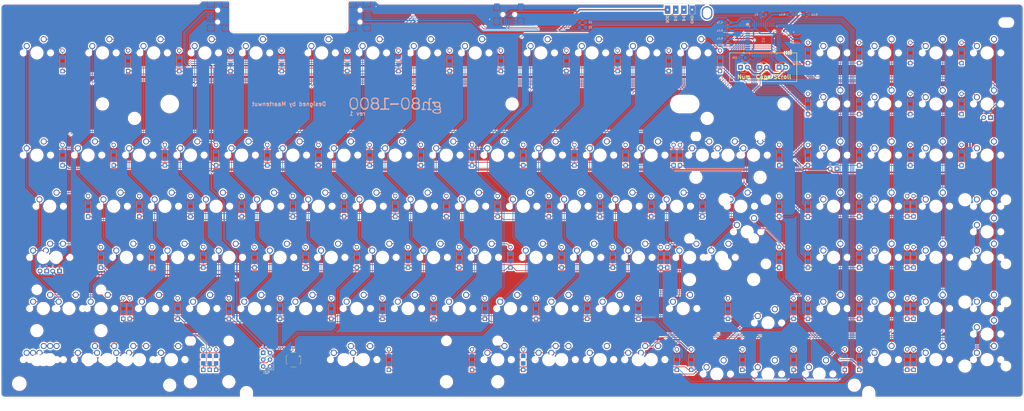
<source format=kicad_pcb>
(kicad_pcb (version 20200518) (host pcbnew "(5.99.0-1789-gecec7192f)")
  (layers (0 "F.Cu" signal) (31 "B.Cu" signal) (34 "B.Paste" user) (35 "F.Paste" user) (36 "B.SilkS" user) (37 "F.SilkS" user) (38 "B.Mask" user) (39 "F.Mask" user) (44 "Edge.Cuts" user))
  (net 0 "")
  (net 1 "GND")
  (net 2 "VCC")
  (net 3 "RST")
  (net 4 "col7")
  (net 5 "col1")
  (net 6 "col2")
  (net 7 "col3")
  (net 8 "col4")
  (net 9 "col5")
  (net 10 "col6")
  (net 11 "col8")
  (net 12 "col9")
  (net 13 "SCK")
  (net 14 "MOSI")
  (net 15 "MISO")
  (net 16 "Net-(D1-Pad2)")
  (net 17 "Net-(D2-Pad2)")
  (net 18 "Net-(D3-Pad2)")
  (net 19 "Net-(D4-Pad2)")
  (net 20 "Net-(D5-Pad2)")
  (net 21 "Net-(D6-Pad2)")
  (net 22 "Net-(D7-Pad2)")
  (net 23 "Net-(D8-Pad2)")
  (net 24 "Net-(D9-Pad2)")
  (net 25 "Net-(D10-Pad2)")
  (net 26 "Net-(D11-Pad2)")
  (net 27 "Net-(D12-Pad2)")
  (net 28 "Net-(D13-Pad2)")
  (net 29 "Net-(D14-Pad2)")
  (net 30 "Net-(D15-Pad2)")
  (net 31 "Net-(D16-Pad2)")
  (net 32 "Net-(D17-Pad2)")
  (net 33 "Net-(D18-Pad2)")
  (net 34 "Net-(D19-Pad2)")
  (net 35 "Net-(D20-Pad2)")
  (net 36 "Net-(D21-Pad2)")
  (net 37 "Net-(D22-Pad2)")
  (net 38 "Net-(D23-Pad2)")
  (net 39 "Net-(D24-Pad2)")
  (net 40 "Net-(D26-Pad2)")
  (net 41 "Net-(D27-Pad2)")
  (net 42 "Net-(D29-Pad2)")
  (net 43 "Net-(D30-Pad2)")
  (net 44 "Net-(D31-Pad2)")
  (net 45 "Net-(D32-Pad2)")
  (net 46 "Net-(D33-Pad2)")
  (net 47 "Net-(D34-Pad2)")
  (net 48 "Net-(D35-Pad2)")
  (net 49 "Net-(D36-Pad2)")
  (net 50 "Net-(D39-Pad2)")
  (net 51 "Net-(D40-Pad2)")
  (net 52 "Net-(D41-Pad2)")
  (net 53 "Net-(D42-Pad2)")
  (net 54 "Net-(D43-Pad2)")
  (net 55 "Net-(D49-Pad2)")
  (net 56 "Net-(D50-Pad2)")
  (net 57 "Net-(D52-Pad2)")
  (net 58 "Net-(D38-Pad2)")
  (net 59 "Net-(D45-Pad2)")
  (net 60 "Net-(D47-Pad2)")
  (net 61 "Net-(D51-Pad2)")
  (net 62 "Net-(D37-Pad2)")
  (net 63 "Net-(C108-Pad1)")
  (net 64 "col0")
  (net 65 "row0")
  (net 66 "Net-(D25-Pad2)")
  (net 67 "Net-(D28-Pad2)")
  (net 68 "Net-(D44-Pad2)")
  (net 69 "Net-(D46-Pad2)")
  (net 70 "Net-(D48-Pad2)")
  (net 71 "Net-(D53-Pad2)")
  (net 72 "Net-(D54-Pad2)")
  (net 73 "Net-(D55-Pad2)")
  (net 74 "Net-(D56-Pad2)")
  (net 75 "Net-(D57-Pad2)")
  (net 76 "Net-(D58-Pad2)")
  (net 77 "Net-(D59-Pad2)")
  (net 78 "Net-(D60-Pad2)")
  (net 79 "Net-(D61-Pad2)")
  (net 80 "Net-(D62-Pad2)")
  (net 81 "Net-(D63-Pad2)")
  (net 82 "Net-(D64-Pad2)")
  (net 83 "Net-(D65-Pad2)")
  (net 84 "Net-(D66-Pad2)")
  (net 85 "Net-(D67-Pad2)")
  (net 86 "Net-(D68-Pad2)")
  (net 87 "Net-(D69-Pad2)")
  (net 88 "Net-(D70-Pad2)")
  (net 89 "Net-(D71-Pad2)")
  (net 90 "Net-(D72-Pad2)")
  (net 91 "Net-(D73-Pad2)")
  (net 92 "Net-(D75-Pad2)")
  (net 93 "Net-(D76-Pad2)")
  (net 94 "Net-(D77-Pad2)")
  (net 95 "Net-(D78-Pad2)")
  (net 96 "Net-(D79-Pad2)")
  (net 97 "Net-(D80-Pad2)")
  (net 98 "Net-(D81-Pad2)")
  (net 99 "Net-(D82-Pad2)")
  (net 100 "Net-(D83-Pad2)")
  (net 101 "Net-(D84-Pad2)")
  (net 102 "Net-(D85-Pad2)")
  (net 103 "Net-(D86-Pad2)")
  (net 104 "Net-(D87-Pad2)")
  (net 105 "Net-(D88-Pad2)")
  (net 106 "Net-(D89-Pad2)")
  (net 107 "Net-(D91-Pad2)")
  (net 108 "Net-(D92-Pad2)")
  (net 109 "Net-(D93-Pad2)")
  (net 110 "Net-(D94-Pad2)")
  (net 111 "Net-(D95-Pad2)")
  (net 112 "Net-(D96-Pad2)")
  (net 113 "Net-(D97-Pad2)")
  (net 114 "Net-(D98-Pad2)")
  (net 115 "Net-(D101-Pad2)")
  (net 116 "Net-(D102-Pad2)")
  (net 117 "Net-(D103-Pad2)")
  (net 118 "Net-(D104-Pad2)")
  (net 119 "Net-(D105-Pad2)")
  (net 120 "Net-(D107-Pad2)")
  (net 121 "Net-(D108-Pad2)")
  (net 122 "Net-(D109-Pad2)")
  (net 123 "Net-(D110-Pad2)")
  (net 124 "row5")
  (net 125 "LED-NUMLOCK")
  (net 126 "LED-CAPSLOCK")
  (net 127 "LED-SCROLLOCK")
  (net 128 "D+")
  (net 129 "D-")
  (net 130 "Net-(R102-Pad1)")
  (net 131 "Net-(R103-Pad2)")
  (net 132 "Net-(R104-Pad2)")
  (net 133 "row4")
  (net 134 "row1")
  (net 135 "row2")
  (net 136 "row3")
  (net 137 "Net-(D90-Pad2)")
  (net 138 "Net-(D99-Pad2)")
  (net 139 "Net-(D100-Pad2)")
  (net 140 "col10")
  (net 141 "row6")
  (net 142 "Net-(L1-1-Pad1)")
  (net 143 "Net-(L2-1-Pad1)")
  (net 144 "Net-(L3-1-Pad1)")
  (net 145 "Net-(U1-Pad17)")
  (net 146 "Net-(U1-Pad16)")
  (module "Keeb_components:Resonator_SMD_muRata_CSTNExxV-3Pin-p1.2" (layer "B.Cu") (at 292.298683 4.167191 90)
    (fp_text reference "X1" hide)
    (fp_text value "XTAL_GND")
    (pad "2" smd rect (at 1.2 0 90) (size 0.4 2) (layers "B.Cu" "B.Paste" "B.Mask") (net 146 "Net-(U1-Pad16)"))
    (pad "3" smd rect (at 0 0 90) (size 0.4 2) (layers "B.Cu" "B.Paste" "B.Mask") (net 1 "GND"))
    (pad "1" smd rect (at -1.2 0 90) (size 0.4 2) (layers "B.Cu" "B.Paste" "B.Mask") (net 145 "Net-(U1-Pad17)"))
  )
  (module "Keeb_switches:CHERRY_PCB_200H_V" (layer "F.Cu") (at 363.14093 76.200064)
    (fp_text reference "K55-1" hide)
    (fp_text value "KEYSW" hide)
    (pad "HOLE" np_thru_hole circle (at -8.255 -11.938 270) (size 3.9878 3.9878) (drill 3.9878) (layers *.Cu *.Mask))
    (pad "HOLE" np_thru_hole circle (at -8.255 11.938 270) (size 3.9878 3.9878) (drill 3.9878) (layers *.Cu *.Mask))
    (pad "HOLE" np_thru_hole circle (at 6.985 -11.938 270) (size 3.048 3.048) (drill 3.048) (layers *.Cu *.Mask))
    (pad "HOLE" np_thru_hole circle (at 6.985 11.938 270) (size 3.048 3.048) (drill 3.048) (layers *.Cu *.Mask))
    (pad "HOLE" np_thru_hole circle (at 5.08 0) (size 1.7018 1.7018) (drill 1.7018) (layers *.Cu *.Mask))
    (pad "HOLE" np_thru_hole circle (at -5.08 0) (size 1.7018 1.7018) (drill 1.7018) (layers *.Cu *.Mask))
    (pad "HOLE" np_thru_hole circle (at 0 0) (size 3.9878 3.9878) (drill 3.9878) (layers *.Cu *.Mask))
    (pad "2" thru_hole circle (at -3.81 -2.54) (size 2.286 2.286) (drill 1.4986) (layers *.Cu *.Mask) (net 73 "Net-(D55-Pad2)"))
    (pad "1" thru_hole circle (at 2.54 -5.08) (size 2.286 2.286) (drill 1.4986) (layers *.Cu *.Mask) (net 140 "col10"))
  )
  (module "Keeb_switches:CHERRY_PCB_200H_V" (layer "F.Cu") (at 363.14093 114.300096)
    (fp_text reference "K77" hide)
    (fp_text value "KEYSW" hide)
    (pad "HOLE" np_thru_hole circle (at -8.255 -11.938 270) (size 3.9878 3.9878) (drill 3.9878) (layers *.Cu *.Mask))
    (pad "HOLE" np_thru_hole circle (at -8.255 11.938 270) (size 3.9878 3.9878) (drill 3.9878) (layers *.Cu *.Mask))
    (pad "HOLE" np_thru_hole circle (at 6.985 -11.938 270) (size 3.048 3.048) (drill 3.048) (layers *.Cu *.Mask))
    (pad "HOLE" np_thru_hole circle (at 6.985 11.938 270) (size 3.048 3.048) (drill 3.048) (layers *.Cu *.Mask))
    (pad "HOLE" np_thru_hole circle (at 5.08 0) (size 1.7018 1.7018) (drill 1.7018) (layers *.Cu *.Mask))
    (pad "HOLE" np_thru_hole circle (at -5.08 0) (size 1.7018 1.7018) (drill 1.7018) (layers *.Cu *.Mask))
    (pad "HOLE" np_thru_hole circle (at 0 0) (size 3.9878 3.9878) (drill 3.9878) (layers *.Cu *.Mask))
    (pad "2" thru_hole circle (at -3.81 -2.54) (size 2.286 2.286) (drill 1.4986) (layers *.Cu *.Mask) (net 94 "Net-(D77-Pad2)"))
    (pad "1" thru_hole circle (at 2.54 -5.08) (size 2.286 2.286) (drill 1.4986) (layers *.Cu *.Mask) (net 140 "col10"))
  )
  (module "Keeb_components:C_0805" (layer "B.Cu") (at 266.700224 -1.785939 180)
    (fp_text reference "C107")
    (fp_text value "4.7u" (at 1.785939 0) (layer "B.SilkS") (effects (font (size 0.7 0.7)) (justify left mirror)))
    (pad "2" smd rect (at 1 0 180) (size 1 1.25) (layers "B.Cu" "B.Paste" "B.Mask") (net 1 "GND"))
    (pad "1" smd rect (at -1 0 180) (size 1 1.25) (layers "B.Cu" "B.Paste" "B.Mask") (net 2 "VCC"))
  )
  (module "Keeb_components:hybrid_DIODE_sans" (layer "B.Cu") (at 19.050016 12.501573 90)
    (fp_text reference "D1")
    (fp_text value "D" hide)
    (pad "2" thru_hole circle (at 3.81 0 90) (size 1.6 1.6) (drill 1) (layers *.Cu *.Mask) (net 16 "Net-(D1-Pad2)"))
    (pad "1" thru_hole rect (at -3.81 0 90) (size 1.6 1.6) (drill 1) (layers *.Cu *.Mask) (net 65 "row0"))
    (pad "1" smd rect (at -1.375 0 90) (size 1.6 1.6) (layers "B.Cu" "B.Paste" "B.Mask") (net 65 "row0"))
    (pad "2" smd rect (at 1.375 0 90) (size 1.6 1.6) (layers "B.Cu" "B.Paste" "B.Mask") (net 16 "Net-(D1-Pad2)"))
  )
  (module "Keeb_components:hybrid_DIODE_sans" (layer "B.Cu") (at 62.507865 12.501573 90)
    (fp_text reference "D2")
    (fp_text value "D" hide)
    (pad "2" thru_hole circle (at 3.81 0 90) (size 1.6 1.6) (drill 1) (layers *.Cu *.Mask) (net 17 "Net-(D2-Pad2)"))
    (pad "1" thru_hole rect (at -3.81 0 90) (size 1.6 1.6) (drill 1) (layers *.Cu *.Mask) (net 65 "row0"))
    (pad "1" smd rect (at -1.375 0 90) (size 1.6 1.6) (layers "B.Cu" "B.Paste" "B.Mask") (net 65 "row0"))
    (pad "2" smd rect (at 1.375 0 90) (size 1.6 1.6) (layers "B.Cu" "B.Paste" "B.Mask") (net 17 "Net-(D2-Pad2)"))
  )
  (module "Keeb_components:hybrid_DIODE_sans" (layer "B.Cu") (at 100.607897 12.501573 90)
    (fp_text reference "D3")
    (fp_text value "D" hide)
    (pad "2" thru_hole circle (at 3.81 0 90) (size 1.6 1.6) (drill 1) (layers *.Cu *.Mask) (net 18 "Net-(D3-Pad2)"))
    (pad "1" thru_hole rect (at -3.81 0 90) (size 1.6 1.6) (drill 1) (layers *.Cu *.Mask) (net 65 "row0"))
    (pad "1" smd rect (at -1.375 0 90) (size 1.6 1.6) (layers "B.Cu" "B.Paste" "B.Mask") (net 65 "row0"))
    (pad "2" smd rect (at 1.375 0 90) (size 1.6 1.6) (layers "B.Cu" "B.Paste" "B.Mask") (net 18 "Net-(D3-Pad2)"))
  )
  (module "Keeb_components:hybrid_DIODE_sans" (layer "B.Cu") (at 144.065746 12.501573 90)
    (fp_text reference "D4")
    (fp_text value "D" hide)
    (pad "2" thru_hole circle (at 3.81 0 90) (size 1.6 1.6) (drill 1) (layers *.Cu *.Mask) (net 19 "Net-(D4-Pad2)"))
    (pad "1" thru_hole rect (at -3.81 0 90) (size 1.6 1.6) (drill 1) (layers *.Cu *.Mask) (net 65 "row0"))
    (pad "1" smd rect (at -1.375 0 90) (size 1.6 1.6) (layers "B.Cu" "B.Paste" "B.Mask") (net 65 "row0"))
    (pad "2" smd rect (at 1.375 0 90) (size 1.6 1.6) (layers "B.Cu" "B.Paste" "B.Mask") (net 19 "Net-(D4-Pad2)"))
  )
  (module "Keeb_components:hybrid_DIODE_sans" (layer "B.Cu") (at 182.165778 12.501573 90)
    (fp_text reference "D5")
    (fp_text value "D" hide)
    (pad "2" thru_hole circle (at 3.81 0 90) (size 1.6 1.6) (drill 1) (layers *.Cu *.Mask) (net 20 "Net-(D5-Pad2)"))
    (pad "1" thru_hole rect (at -3.81 0 90) (size 1.6 1.6) (drill 1) (layers *.Cu *.Mask) (net 65 "row0"))
    (pad "1" smd rect (at -1.375 0 90) (size 1.6 1.6) (layers "B.Cu" "B.Paste" "B.Mask") (net 65 "row0"))
    (pad "2" smd rect (at 1.375 0 90) (size 1.6 1.6) (layers "B.Cu" "B.Paste" "B.Mask") (net 20 "Net-(D5-Pad2)"))
  )
  (module "Keeb_components:hybrid_DIODE_sans" (layer "B.Cu") (at 225.623627 12.501573 90)
    (fp_text reference "D6")
    (fp_text value "D" hide)
    (pad "2" thru_hole circle (at 3.81 0 90) (size 1.6 1.6) (drill 1) (layers *.Cu *.Mask) (net 21 "Net-(D6-Pad2)"))
    (pad "1" thru_hole rect (at -3.81 0 90) (size 1.6 1.6) (drill 1) (layers *.Cu *.Mask) (net 65 "row0"))
    (pad "1" smd rect (at -1.375 0 90) (size 1.6 1.6) (layers "B.Cu" "B.Paste" "B.Mask") (net 65 "row0"))
    (pad "2" smd rect (at 1.375 0 90) (size 1.6 1.6) (layers "B.Cu" "B.Paste" "B.Mask") (net 21 "Net-(D6-Pad2)"))
  )
  (module "Keeb_components:hybrid_DIODE_sans" (layer "B.Cu") (at 263.723659 12.501573 90)
    (fp_text reference "D7")
    (fp_text value "D" hide)
    (pad "2" thru_hole circle (at 3.81 0 90) (size 1.6 1.6) (drill 1) (layers *.Cu *.Mask) (net 22 "Net-(D7-Pad2)"))
    (pad "1" thru_hole rect (at -3.81 0 90) (size 1.6 1.6) (drill 1) (layers *.Cu *.Mask) (net 65 "row0"))
    (pad "1" smd rect (at -1.375 0 90) (size 1.6 1.6) (layers "B.Cu" "B.Paste" "B.Mask") (net 65 "row0"))
    (pad "2" smd rect (at 1.375 0 90) (size 1.6 1.6) (layers "B.Cu" "B.Paste" "B.Mask") (net 22 "Net-(D7-Pad2)"))
  )
  (module "Keeb_components:hybrid_DIODE_sans" (layer "B.Cu") (at 296.465874 9.525008 90)
    (fp_text reference "D8")
    (fp_text value "D" hide)
    (pad "2" thru_hole circle (at 3.81 0 90) (size 1.6 1.6) (drill 1) (layers *.Cu *.Mask) (net 23 "Net-(D8-Pad2)"))
    (pad "1" thru_hole rect (at -3.81 0 90) (size 1.6 1.6) (drill 1) (layers *.Cu *.Mask) (net 65 "row0"))
    (pad "1" smd rect (at -1.375 0 90) (size 1.6 1.6) (layers "B.Cu" "B.Paste" "B.Mask") (net 65 "row0"))
    (pad "2" smd rect (at 1.375 0 90) (size 1.6 1.6) (layers "B.Cu" "B.Paste" "B.Mask") (net 23 "Net-(D8-Pad2)"))
  )
  (module "Keeb_components:hybrid_DIODE_sans" (layer "B.Cu") (at 315.51589 9.525008 90)
    (fp_text reference "D9")
    (fp_text value "D" hide)
    (pad "2" thru_hole circle (at 3.81 0 90) (size 1.6 1.6) (drill 1) (layers *.Cu *.Mask) (net 24 "Net-(D9-Pad2)"))
    (pad "1" thru_hole rect (at -3.81 0 90) (size 1.6 1.6) (drill 1) (layers *.Cu *.Mask) (net 65 "row0"))
    (pad "1" smd rect (at -1.375 0 90) (size 1.6 1.6) (layers "B.Cu" "B.Paste" "B.Mask") (net 65 "row0"))
    (pad "2" smd rect (at 1.375 0 90) (size 1.6 1.6) (layers "B.Cu" "B.Paste" "B.Mask") (net 24 "Net-(D9-Pad2)"))
  )
  (module "Keeb_components:hybrid_DIODE_sans" (layer "B.Cu") (at 334.565906 9.525008 90)
    (fp_text reference "D10")
    (fp_text value "D" hide)
    (pad "2" thru_hole circle (at 3.81 0 90) (size 1.6 1.6) (drill 1) (layers *.Cu *.Mask) (net 25 "Net-(D10-Pad2)"))
    (pad "1" thru_hole rect (at -3.81 0 90) (size 1.6 1.6) (drill 1) (layers *.Cu *.Mask) (net 65 "row0"))
    (pad "1" smd rect (at -1.375 0 90) (size 1.6 1.6) (layers "B.Cu" "B.Paste" "B.Mask") (net 65 "row0"))
    (pad "2" smd rect (at 1.375 0 90) (size 1.6 1.6) (layers "B.Cu" "B.Paste" "B.Mask") (net 25 "Net-(D10-Pad2)"))
  )
  (module "Keeb_components:hybrid_DIODE_sans" (layer "B.Cu") (at 353.615922 9.525008 90)
    (fp_text reference "D11")
    (fp_text value "D" hide)
    (pad "2" thru_hole circle (at 3.81 0 90) (size 1.6 1.6) (drill 1) (layers *.Cu *.Mask) (net 26 "Net-(D11-Pad2)"))
    (pad "1" thru_hole rect (at -3.81 0 90) (size 1.6 1.6) (drill 1) (layers *.Cu *.Mask) (net 65 "row0"))
    (pad "1" smd rect (at -1.375 0 90) (size 1.6 1.6) (layers "B.Cu" "B.Paste" "B.Mask") (net 65 "row0"))
    (pad "2" smd rect (at 1.375 0 90) (size 1.6 1.6) (layers "B.Cu" "B.Paste" "B.Mask") (net 26 "Net-(D11-Pad2)"))
  )
  (module "Keeb_components:hybrid_DIODE_sans" (layer "B.Cu") (at 43.457849 12.501573 90)
    (fp_text reference "D12")
    (fp_text value "D" hide)
    (pad "2" thru_hole circle (at 3.81 0 90) (size 1.6 1.6) (drill 1) (layers *.Cu *.Mask) (net 27 "Net-(D12-Pad2)"))
    (pad "1" thru_hole rect (at -3.81 0 90) (size 1.6 1.6) (drill 1) (layers *.Cu *.Mask) (net 134 "row1"))
    (pad "1" smd rect (at -1.375 0 90) (size 1.6 1.6) (layers "B.Cu" "B.Paste" "B.Mask") (net 134 "row1"))
    (pad "2" smd rect (at 1.375 0 90) (size 1.6 1.6) (layers "B.Cu" "B.Paste" "B.Mask") (net 27 "Net-(D12-Pad2)"))
  )
  (module "Keeb_components:hybrid_DIODE_sans" (layer "B.Cu") (at 81.557881 12.501573 90)
    (fp_text reference "D13")
    (fp_text value "D" hide)
    (pad "2" thru_hole circle (at 3.81 0 90) (size 1.6 1.6) (drill 1) (layers *.Cu *.Mask) (net 28 "Net-(D13-Pad2)"))
    (pad "1" thru_hole rect (at -3.81 0 90) (size 1.6 1.6) (drill 1) (layers *.Cu *.Mask) (net 134 "row1"))
    (pad "1" smd rect (at -1.375 0 90) (size 1.6 1.6) (layers "B.Cu" "B.Paste" "B.Mask") (net 134 "row1"))
    (pad "2" smd rect (at 1.375 0 90) (size 1.6 1.6) (layers "B.Cu" "B.Paste" "B.Mask") (net 28 "Net-(D13-Pad2)"))
  )
  (module "Keeb_components:hybrid_DIODE_sans" (layer "B.Cu") (at 125.01573 12.501573 90)
    (fp_text reference "D14")
    (fp_text value "D" hide)
    (pad "2" thru_hole circle (at 3.81 0 90) (size 1.6 1.6) (drill 1) (layers *.Cu *.Mask) (net 29 "Net-(D14-Pad2)"))
    (pad "1" thru_hole rect (at -3.81 0 90) (size 1.6 1.6) (drill 1) (layers *.Cu *.Mask) (net 134 "row1"))
    (pad "1" smd rect (at -1.375 0 90) (size 1.6 1.6) (layers "B.Cu" "B.Paste" "B.Mask") (net 134 "row1"))
    (pad "2" smd rect (at 1.375 0 90) (size 1.6 1.6) (layers "B.Cu" "B.Paste" "B.Mask") (net 29 "Net-(D14-Pad2)"))
  )
  (module "Keeb_components:hybrid_DIODE_sans" (layer "B.Cu") (at 163.115762 12.501573 90)
    (fp_text reference "D15")
    (fp_text value "D" hide)
    (pad "2" thru_hole circle (at 3.81 0 90) (size 1.6 1.6) (drill 1) (layers *.Cu *.Mask) (net 30 "Net-(D15-Pad2)"))
    (pad "1" thru_hole rect (at -3.81 0 90) (size 1.6 1.6) (drill 1) (layers *.Cu *.Mask) (net 134 "row1"))
    (pad "1" smd rect (at -1.375 0 90) (size 1.6 1.6) (layers "B.Cu" "B.Paste" "B.Mask") (net 134 "row1"))
    (pad "2" smd rect (at 1.375 0 90) (size 1.6 1.6) (layers "B.Cu" "B.Paste" "B.Mask") (net 30 "Net-(D15-Pad2)"))
  )
  (module "Keeb_components:hybrid_DIODE_sans" (layer "B.Cu") (at 206.573611 12.501573 90)
    (fp_text reference "D16")
    (fp_text value "D" hide)
    (pad "2" thru_hole circle (at 3.81 0 90) (size 1.6 1.6) (drill 1) (layers *.Cu *.Mask) (net 31 "Net-(D16-Pad2)"))
    (pad "1" thru_hole rect (at -3.81 0 90) (size 1.6 1.6) (drill 1) (layers *.Cu *.Mask) (net 134 "row1"))
    (pad "1" smd rect (at -1.375 0 90) (size 1.6 1.6) (layers "B.Cu" "B.Paste" "B.Mask") (net 134 "row1"))
    (pad "2" smd rect (at 1.375 0 90) (size 1.6 1.6) (layers "B.Cu" "B.Paste" "B.Mask") (net 31 "Net-(D16-Pad2)"))
  )
  (module "Keeb_components:hybrid_DIODE_sans" (layer "B.Cu") (at 244.673643 12.501573 90)
    (fp_text reference "D17")
    (fp_text value "D" hide)
    (pad "2" thru_hole circle (at 3.81 0 90) (size 1.6 1.6) (drill 1) (layers *.Cu *.Mask) (net 32 "Net-(D17-Pad2)"))
    (pad "1" thru_hole rect (at -3.81 0 90) (size 1.6 1.6) (drill 1) (layers *.Cu *.Mask) (net 134 "row1"))
    (pad "1" smd rect (at -1.375 0 90) (size 1.6 1.6) (layers "B.Cu" "B.Paste" "B.Mask") (net 134 "row1"))
    (pad "2" smd rect (at 1.375 0 90) (size 1.6 1.6) (layers "B.Cu" "B.Paste" "B.Mask") (net 32 "Net-(D17-Pad2)"))
  )
  (module "Keeb_components:hybrid_DIODE_sans" (layer "B.Cu") (at 285.75024 47.62504 90)
    (fp_text reference "D18")
    (fp_text value "D" hide)
    (pad "2" thru_hole circle (at 3.81 0 90) (size 1.6 1.6) (drill 1) (layers *.Cu *.Mask) (net 33 "Net-(D18-Pad2)"))
    (pad "1" thru_hole rect (at -3.81 0 90) (size 1.6 1.6) (drill 1) (layers *.Cu *.Mask) (net 134 "row1"))
    (pad "1" smd rect (at -1.375 0 90) (size 1.6 1.6) (layers "B.Cu" "B.Paste" "B.Mask") (net 134 "row1"))
    (pad "2" smd rect (at 1.375 0 90) (size 1.6 1.6) (layers "B.Cu" "B.Paste" "B.Mask") (net 33 "Net-(D18-Pad2)"))
  )
  (module "Keeb_components:hybrid_DIODE_sans" (layer "B.Cu") (at 296.465874 28.575024 90)
    (fp_text reference "D19")
    (fp_text value "D" hide)
    (pad "2" thru_hole circle (at 3.81 0 90) (size 1.6 1.6) (drill 1) (layers *.Cu *.Mask) (net 34 "Net-(D19-Pad2)"))
    (pad "1" thru_hole rect (at -3.81 0 90) (size 1.6 1.6) (drill 1) (layers *.Cu *.Mask) (net 134 "row1"))
    (pad "1" smd rect (at -1.375 0 90) (size 1.6 1.6) (layers "B.Cu" "B.Paste" "B.Mask") (net 134 "row1"))
    (pad "2" smd rect (at 1.375 0 90) (size 1.6 1.6) (layers "B.Cu" "B.Paste" "B.Mask") (net 34 "Net-(D19-Pad2)"))
  )
  (module "Keeb_components:hybrid_DIODE_sans" (layer "B.Cu") (at 315.51589 28.575024 90)
    (fp_text reference "D20")
    (fp_text value "D" hide)
    (pad "2" thru_hole circle (at 3.81 0 90) (size 1.6 1.6) (drill 1) (layers *.Cu *.Mask) (net 35 "Net-(D20-Pad2)"))
    (pad "1" thru_hole rect (at -3.81 0 90) (size 1.6 1.6) (drill 1) (layers *.Cu *.Mask) (net 134 "row1"))
    (pad "1" smd rect (at -1.375 0 90) (size 1.6 1.6) (layers "B.Cu" "B.Paste" "B.Mask") (net 134 "row1"))
    (pad "2" smd rect (at 1.375 0 90) (size 1.6 1.6) (layers "B.Cu" "B.Paste" "B.Mask") (net 35 "Net-(D20-Pad2)"))
  )
  (module "Keeb_components:hybrid_DIODE_sans" (layer "B.Cu") (at 334.565906 28.575024 90)
    (fp_text reference "D21")
    (fp_text value "D" hide)
    (pad "2" thru_hole circle (at 3.81 0 90) (size 1.6 1.6) (drill 1) (layers *.Cu *.Mask) (net 36 "Net-(D21-Pad2)"))
    (pad "1" thru_hole rect (at -3.81 0 90) (size 1.6 1.6) (drill 1) (layers *.Cu *.Mask) (net 134 "row1"))
    (pad "1" smd rect (at -1.375 0 90) (size 1.6 1.6) (layers "B.Cu" "B.Paste" "B.Mask") (net 134 "row1"))
    (pad "2" smd rect (at 1.375 0 90) (size 1.6 1.6) (layers "B.Cu" "B.Paste" "B.Mask") (net 36 "Net-(D21-Pad2)"))
  )
  (module "Keeb_components:hybrid_DIODE_sans" (layer "B.Cu") (at 353.615922 28.575024 90)
    (fp_text reference "D22")
    (fp_text value "D" hide)
    (pad "2" thru_hole circle (at 3.81 0 90) (size 1.6 1.6) (drill 1) (layers *.Cu *.Mask) (net 37 "Net-(D22-Pad2)"))
    (pad "1" thru_hole rect (at -3.81 0 90) (size 1.6 1.6) (drill 1) (layers *.Cu *.Mask) (net 134 "row1"))
    (pad "1" smd rect (at -1.375 0 90) (size 1.6 1.6) (layers "B.Cu" "B.Paste" "B.Mask") (net 134 "row1"))
    (pad "2" smd rect (at 1.375 0 90) (size 1.6 1.6) (layers "B.Cu" "B.Paste" "B.Mask") (net 37 "Net-(D22-Pad2)"))
  )
  (module "Keeb_components:hybrid_DIODE_sans" (layer "B.Cu") (at 19.050016 47.62504 90)
    (fp_text reference "D23")
    (fp_text value "D" hide)
    (pad "2" thru_hole circle (at 3.81 0 90) (size 1.6 1.6) (drill 1) (layers *.Cu *.Mask) (net 38 "Net-(D23-Pad2)"))
    (pad "1" thru_hole rect (at -3.81 0 90) (size 1.6 1.6) (drill 1) (layers *.Cu *.Mask) (net 135 "row2"))
    (pad "1" smd rect (at -1.375 0 90) (size 1.6 1.6) (layers "B.Cu" "B.Paste" "B.Mask") (net 135 "row2"))
    (pad "2" smd rect (at 1.375 0 90) (size 1.6 1.6) (layers "B.Cu" "B.Paste" "B.Mask") (net 38 "Net-(D23-Pad2)"))
  )
  (module "Keeb_components:hybrid_DIODE_sans" (layer "B.Cu") (at 57.150048 47.62504 90)
    (fp_text reference "D24")
    (fp_text value "D" hide)
    (pad "2" thru_hole circle (at 3.81 0 90) (size 1.6 1.6) (drill 1) (layers *.Cu *.Mask) (net 39 "Net-(D24-Pad2)"))
    (pad "1" thru_hole rect (at -3.81 0 90) (size 1.6 1.6) (drill 1) (layers *.Cu *.Mask) (net 135 "row2"))
    (pad "1" smd rect (at -1.375 0 90) (size 1.6 1.6) (layers "B.Cu" "B.Paste" "B.Mask") (net 135 "row2"))
    (pad "2" smd rect (at 1.375 0 90) (size 1.6 1.6) (layers "B.Cu" "B.Paste" "B.Mask") (net 39 "Net-(D24-Pad2)"))
  )
  (module "Keeb_components:hybrid_DIODE_sans" (layer "B.Cu") (at 95.25008 47.62504 90)
    (fp_text reference "D25")
    (fp_text value "D" hide)
    (pad "2" thru_hole circle (at 3.81 0 90) (size 1.6 1.6) (drill 1) (layers *.Cu *.Mask) (net 66 "Net-(D25-Pad2)"))
    (pad "1" thru_hole rect (at -3.81 0 90) (size 1.6 1.6) (drill 1) (layers *.Cu *.Mask) (net 135 "row2"))
    (pad "1" smd rect (at -1.375 0 90) (size 1.6 1.6) (layers "B.Cu" "B.Paste" "B.Mask") (net 135 "row2"))
    (pad "2" smd rect (at 1.375 0 90) (size 1.6 1.6) (layers "B.Cu" "B.Paste" "B.Mask") (net 66 "Net-(D25-Pad2)"))
  )
  (module "Keeb_components:hybrid_DIODE_sans" (layer "B.Cu") (at 133.350112 47.62504 90)
    (fp_text reference "D26")
    (fp_text value "D" hide)
    (pad "2" thru_hole circle (at 3.81 0 90) (size 1.6 1.6) (drill 1) (layers *.Cu *.Mask) (net 40 "Net-(D26-Pad2)"))
    (pad "1" thru_hole rect (at -3.81 0 90) (size 1.6 1.6) (drill 1) (layers *.Cu *.Mask) (net 135 "row2"))
    (pad "1" smd rect (at -1.375 0 90) (size 1.6 1.6) (layers "B.Cu" "B.Paste" "B.Mask") (net 135 "row2"))
    (pad "2" smd rect (at 1.375 0 90) (size 1.6 1.6) (layers "B.Cu" "B.Paste" "B.Mask") (net 40 "Net-(D26-Pad2)"))
  )
  (module "Keeb_components:hybrid_DIODE_sans" (layer "B.Cu") (at 171.450144 47.62504 90)
    (fp_text reference "D27")
    (fp_text value "D" hide)
    (pad "2" thru_hole circle (at 3.81 0 90) (size 1.6 1.6) (drill 1) (layers *.Cu *.Mask) (net 41 "Net-(D27-Pad2)"))
    (pad "1" thru_hole rect (at -3.81 0 90) (size 1.6 1.6) (drill 1) (layers *.Cu *.Mask) (net 135 "row2"))
    (pad "1" smd rect (at -1.375 0 90) (size 1.6 1.6) (layers "B.Cu" "B.Paste" "B.Mask") (net 135 "row2"))
    (pad "2" smd rect (at 1.375 0 90) (size 1.6 1.6) (layers "B.Cu" "B.Paste" "B.Mask") (net 41 "Net-(D27-Pad2)"))
  )
  (module "Keeb_components:hybrid_DIODE_sans" (layer "B.Cu") (at 209.550176 47.62504 90)
    (fp_text reference "D28")
    (fp_text value "D" hide)
    (pad "2" thru_hole circle (at 3.81 0 90) (size 1.6 1.6) (drill 1) (layers *.Cu *.Mask) (net 67 "Net-(D28-Pad2)"))
    (pad "1" thru_hole rect (at -3.81 0 90) (size 1.6 1.6) (drill 1) (layers *.Cu *.Mask) (net 135 "row2"))
    (pad "1" smd rect (at -1.375 0 90) (size 1.6 1.6) (layers "B.Cu" "B.Paste" "B.Mask") (net 135 "row2"))
    (pad "2" smd rect (at 1.375 0 90) (size 1.6 1.6) (layers "B.Cu" "B.Paste" "B.Mask") (net 67 "Net-(D28-Pad2)"))
  )
  (module "Keeb_components:hybrid_DIODE_sans" (layer "B.Cu") (at 248.840834 47.62504 90)
    (fp_text reference "D29")
    (fp_text value "D" hide)
    (pad "2" thru_hole circle (at 3.81 0 90) (size 1.6 1.6) (drill 1) (layers *.Cu *.Mask) (net 42 "Net-(D29-Pad2)"))
    (pad "1" thru_hole rect (at -3.81 0 90) (size 1.6 1.6) (drill 1) (layers *.Cu *.Mask) (net 135 "row2"))
    (pad "1" smd rect (at -1.375 0 90) (size 1.6 1.6) (layers "B.Cu" "B.Paste" "B.Mask") (net 135 "row2"))
    (pad "2" smd rect (at 1.375 0 90) (size 1.6 1.6) (layers "B.Cu" "B.Paste" "B.Mask") (net 42 "Net-(D29-Pad2)"))
  )
  (module "Keeb_components:hybrid_DIODE_sans" (layer "B.Cu") (at 296.465874 47.62504 90)
    (fp_text reference "D30")
    (fp_text value "D" hide)
    (pad "2" thru_hole circle (at 3.81 0 90) (size 1.6 1.6) (drill 1) (layers *.Cu *.Mask) (net 43 "Net-(D30-Pad2)"))
    (pad "1" thru_hole rect (at -3.81 0 90) (size 1.6 1.6) (drill 1) (layers *.Cu *.Mask) (net 135 "row2"))
    (pad "1" smd rect (at -1.375 0 90) (size 1.6 1.6) (layers "B.Cu" "B.Paste" "B.Mask") (net 135 "row2"))
    (pad "2" smd rect (at 1.375 0 90) (size 1.6 1.6) (layers "B.Cu" "B.Paste" "B.Mask") (net 43 "Net-(D30-Pad2)"))
  )
  (module "Keeb_components:hybrid_DIODE_sans" (layer "B.Cu") (at 315.51589 47.62504 90)
    (fp_text reference "D31")
    (fp_text value "D" hide)
    (pad "2" thru_hole circle (at 3.81 0 90) (size 1.6 1.6) (drill 1) (layers *.Cu *.Mask) (net 44 "Net-(D31-Pad2)"))
    (pad "1" thru_hole rect (at -3.81 0 90) (size 1.6 1.6) (drill 1) (layers *.Cu *.Mask) (net 135 "row2"))
    (pad "1" smd rect (at -1.375 0 90) (size 1.6 1.6) (layers "B.Cu" "B.Paste" "B.Mask") (net 135 "row2"))
    (pad "2" smd rect (at 1.375 0 90) (size 1.6 1.6) (layers "B.Cu" "B.Paste" "B.Mask") (net 44 "Net-(D31-Pad2)"))
  )
  (module "Keeb_components:hybrid_DIODE_sans" (layer "B.Cu") (at 334.565906 47.62504 90)
    (fp_text reference "D32")
    (fp_text value "D" hide)
    (pad "2" thru_hole circle (at 3.81 0 90) (size 1.6 1.6) (drill 1) (layers *.Cu *.Mask) (net 45 "Net-(D32-Pad2)"))
    (pad "1" thru_hole rect (at -3.81 0 90) (size 1.6 1.6) (drill 1) (layers *.Cu *.Mask) (net 135 "row2"))
    (pad "1" smd rect (at -1.375 0 90) (size 1.6 1.6) (layers "B.Cu" "B.Paste" "B.Mask") (net 135 "row2"))
    (pad "2" smd rect (at 1.375 0 90) (size 1.6 1.6) (layers "B.Cu" "B.Paste" "B.Mask") (net 45 "Net-(D32-Pad2)"))
  )
  (module "Keeb_components:hybrid_DIODE_sans" (layer "B.Cu") (at 353.615922 47.62504 90)
    (fp_text reference "D33")
    (fp_text value "D" hide)
    (pad "2" thru_hole circle (at 3.81 0 90) (size 1.6 1.6) (drill 1) (layers *.Cu *.Mask) (net 46 "Net-(D33-Pad2)"))
    (pad "1" thru_hole rect (at -3.81 0 90) (size 1.6 1.6) (drill 1) (layers *.Cu *.Mask) (net 135 "row2"))
    (pad "1" smd rect (at -1.375 0 90) (size 1.6 1.6) (layers "B.Cu" "B.Paste" "B.Mask") (net 135 "row2"))
    (pad "2" smd rect (at 1.375 0 90) (size 1.6 1.6) (layers "B.Cu" "B.Paste" "B.Mask") (net 46 "Net-(D33-Pad2)"))
  )
  (module "Keeb_components:hybrid_DIODE_sans" (layer "B.Cu") (at 38.100032 47.62504 90)
    (fp_text reference "D34")
    (fp_text value "D" hide)
    (pad "2" thru_hole circle (at 3.81 0 90) (size 1.6 1.6) (drill 1) (layers *.Cu *.Mask) (net 47 "Net-(D34-Pad2)"))
    (pad "1" thru_hole rect (at -3.81 0 90) (size 1.6 1.6) (drill 1) (layers *.Cu *.Mask) (net 136 "row3"))
    (pad "1" smd rect (at -1.375 0 90) (size 1.6 1.6) (layers "B.Cu" "B.Paste" "B.Mask") (net 136 "row3"))
    (pad "2" smd rect (at 1.375 0 90) (size 1.6 1.6) (layers "B.Cu" "B.Paste" "B.Mask") (net 47 "Net-(D34-Pad2)"))
  )
  (module "Keeb_components:hybrid_DIODE_sans" (layer "B.Cu") (at 76.200064 47.62504 90)
    (fp_text reference "D35")
    (fp_text value "D" hide)
    (pad "2" thru_hole circle (at 3.81 0 90) (size 1.6 1.6) (drill 1) (layers *.Cu *.Mask) (net 48 "Net-(D35-Pad2)"))
    (pad "1" thru_hole rect (at -3.81 0 90) (size 1.6 1.6) (drill 1) (layers *.Cu *.Mask) (net 136 "row3"))
    (pad "1" smd rect (at -1.375 0 90) (size 1.6 1.6) (layers "B.Cu" "B.Paste" "B.Mask") (net 136 "row3"))
    (pad "2" smd rect (at 1.375 0 90) (size 1.6 1.6) (layers "B.Cu" "B.Paste" "B.Mask") (net 48 "Net-(D35-Pad2)"))
  )
  (module "Keeb_components:hybrid_DIODE_sans" (layer "B.Cu") (at 114.300096 47.62504 90)
    (fp_text reference "D36")
    (fp_text value "D" hide)
    (pad "2" thru_hole circle (at 3.81 0 90) (size 1.6 1.6) (drill 1) (layers *.Cu *.Mask) (net 49 "Net-(D36-Pad2)"))
    (pad "1" thru_hole rect (at -3.81 0 90) (size 1.6 1.6) (drill 1) (layers *.Cu *.Mask) (net 136 "row3"))
    (pad "1" smd rect (at -1.375 0 90) (size 1.6 1.6) (layers "B.Cu" "B.Paste" "B.Mask") (net 136 "row3"))
    (pad "2" smd rect (at 1.375 0 90) (size 1.6 1.6) (layers "B.Cu" "B.Paste" "B.Mask") (net 49 "Net-(D36-Pad2)"))
  )
  (module "Keeb_components:hybrid_DIODE_sans" (layer "B.Cu") (at 152.400128 47.62504 90)
    (fp_text reference "D37")
    (fp_text value "D" hide)
    (pad "2" thru_hole circle (at 3.81 0 90) (size 1.6 1.6) (drill 1) (layers *.Cu *.Mask) (net 62 "Net-(D37-Pad2)"))
    (pad "1" thru_hole rect (at -3.81 0 90) (size 1.6 1.6) (drill 1) (layers *.Cu *.Mask) (net 136 "row3"))
    (pad "1" smd rect (at -1.375 0 90) (size 1.6 1.6) (layers "B.Cu" "B.Paste" "B.Mask") (net 136 "row3"))
    (pad "2" smd rect (at 1.375 0 90) (size 1.6 1.6) (layers "B.Cu" "B.Paste" "B.Mask") (net 62 "Net-(D37-Pad2)"))
  )
  (module "Keeb_components:hybrid_DIODE_sans" (layer "B.Cu") (at 190.50016 47.62504 90)
    (fp_text reference "D38")
    (fp_text value "D" hide)
    (pad "2" thru_hole circle (at 3.81 0 90) (size 1.6 1.6) (drill 1) (layers *.Cu *.Mask) (net 58 "Net-(D38-Pad2)"))
    (pad "1" thru_hole rect (at -3.81 0 90) (size 1.6 1.6) (drill 1) (layers *.Cu *.Mask) (net 136 "row3"))
    (pad "1" smd rect (at -1.375 0 90) (size 1.6 1.6) (layers "B.Cu" "B.Paste" "B.Mask") (net 136 "row3"))
    (pad "2" smd rect (at 1.375 0 90) (size 1.6 1.6) (layers "B.Cu" "B.Paste" "B.Mask") (net 58 "Net-(D38-Pad2)"))
  )
  (module "Keeb_components:hybrid_DIODE_sans" (layer "B.Cu") (at 228.600192 47.62504 90)
    (fp_text reference "D39")
    (fp_text value "D" hide)
    (pad "2" thru_hole circle (at 3.81 0 90) (size 1.6 1.6) (drill 1) (layers *.Cu *.Mask) (net 50 "Net-(D39-Pad2)"))
    (pad "1" thru_hole rect (at -3.81 0 90) (size 1.6 1.6) (drill 1) (layers *.Cu *.Mask) (net 136 "row3"))
    (pad "1" smd rect (at -1.375 0 90) (size 1.6 1.6) (layers "B.Cu" "B.Paste" "B.Mask") (net 136 "row3"))
    (pad "2" smd rect (at 1.375 0 90) (size 1.6 1.6) (layers "B.Cu" "B.Paste" "B.Mask") (net 50 "Net-(D39-Pad2)"))
  )
  (module "Keeb_components:hybrid_DIODE_sans" (layer "B.Cu") (at 246.459582 47.62504 90)
    (fp_text reference "D40")
    (fp_text value "D" hide)
    (pad "2" thru_hole circle (at 3.81 0 90) (size 1.6 1.6) (drill 1) (layers *.Cu *.Mask) (net 51 "Net-(D40-Pad2)"))
    (pad "1" thru_hole rect (at -3.81 0 90) (size 1.6 1.6) (drill 1) (layers *.Cu *.Mask) (net 136 "row3"))
    (pad "1" smd rect (at -1.375 0 90) (size 1.6 1.6) (layers "B.Cu" "B.Paste" "B.Mask") (net 136 "row3"))
    (pad "2" smd rect (at 1.375 0 90) (size 1.6 1.6) (layers "B.Cu" "B.Paste" "B.Mask") (net 51 "Net-(D40-Pad2)"))
  )
  (module "Keeb_components:hybrid_DIODE_sans" (layer "B.Cu") (at 296.465874 66.675056 90)
    (fp_text reference "D41")
    (fp_text value "D" hide)
    (pad "2" thru_hole circle (at 3.81 0 90) (size 1.6 1.6) (drill 1) (layers *.Cu *.Mask) (net 52 "Net-(D41-Pad2)"))
    (pad "1" thru_hole rect (at -3.81 0 90) (size 1.6 1.6) (drill 1) (layers *.Cu *.Mask) (net 136 "row3"))
    (pad "1" smd rect (at -1.375 0 90) (size 1.6 1.6) (layers "B.Cu" "B.Paste" "B.Mask") (net 136 "row3"))
    (pad "2" smd rect (at 1.375 0 90) (size 1.6 1.6) (layers "B.Cu" "B.Paste" "B.Mask") (net 52 "Net-(D41-Pad2)"))
  )
  (module "Keeb_components:hybrid_DIODE_sans" (layer "B.Cu") (at 315.51589 66.675056 90)
    (fp_text reference "D42")
    (fp_text value "D" hide)
    (pad "2" thru_hole circle (at 3.81 0 90) (size 1.6 1.6) (drill 1) (layers *.Cu *.Mask) (net 53 "Net-(D42-Pad2)"))
    (pad "1" thru_hole rect (at -3.81 0 90) (size 1.6 1.6) (drill 1) (layers *.Cu *.Mask) (net 136 "row3"))
    (pad "1" smd rect (at -1.375 0 90) (size 1.6 1.6) (layers "B.Cu" "B.Paste" "B.Mask") (net 136 "row3"))
    (pad "2" smd rect (at 1.375 0 90) (size 1.6 1.6) (layers "B.Cu" "B.Paste" "B.Mask") (net 53 "Net-(D42-Pad2)"))
  )
  (module "Keeb_components:hybrid_DIODE_sans" (layer "B.Cu") (at 335.756532 66.675056 90)
    (fp_text reference "D43")
    (fp_text value "D" hide)
    (pad "2" thru_hole circle (at 3.81 0 90) (size 1.6 1.6) (drill 1) (layers *.Cu *.Mask) (net 54 "Net-(D43-Pad2)"))
    (pad "1" thru_hole rect (at -3.81 0 90) (size 1.6 1.6) (drill 1) (layers *.Cu *.Mask) (net 136 "row3"))
    (pad "1" smd rect (at -1.375 0 90) (size 1.6 1.6) (layers "B.Cu" "B.Paste" "B.Mask") (net 136 "row3"))
    (pad "2" smd rect (at 1.375 0 90) (size 1.6 1.6) (layers "B.Cu" "B.Paste" "B.Mask") (net 54 "Net-(D43-Pad2)"))
  )
  (module "Keeb_components:hybrid_DIODE_sans" (layer "B.Cu") (at 333.37528 66.675056 90)
    (fp_text reference "D44")
    (fp_text value "D" hide)
    (pad "2" thru_hole circle (at 3.81 0 90) (size 1.6 1.6) (drill 1) (layers *.Cu *.Mask) (net 68 "Net-(D44-Pad2)"))
    (pad "1" thru_hole rect (at -3.81 0 90) (size 1.6 1.6) (drill 1) (layers *.Cu *.Mask) (net 136 "row3"))
    (pad "1" smd rect (at -1.375 0 90) (size 1.6 1.6) (layers "B.Cu" "B.Paste" "B.Mask") (net 136 "row3"))
    (pad "2" smd rect (at 1.375 0 90) (size 1.6 1.6) (layers "B.Cu" "B.Paste" "B.Mask") (net 68 "Net-(D44-Pad2)"))
  )
  (module "Keeb_components:hybrid_DIODE_sans" (layer "B.Cu") (at 28.575024 66.675056 90)
    (fp_text reference "D45")
    (fp_text value "D" hide)
    (pad "2" thru_hole circle (at 3.81 0 90) (size 1.6 1.6) (drill 1) (layers *.Cu *.Mask) (net 59 "Net-(D45-Pad2)"))
    (pad "1" thru_hole rect (at -3.81 0 90) (size 1.6 1.6) (drill 1) (layers *.Cu *.Mask) (net 133 "row4"))
    (pad "1" smd rect (at -1.375 0 90) (size 1.6 1.6) (layers "B.Cu" "B.Paste" "B.Mask") (net 133 "row4"))
    (pad "2" smd rect (at 1.375 0 90) (size 1.6 1.6) (layers "B.Cu" "B.Paste" "B.Mask") (net 59 "Net-(D45-Pad2)"))
  )
  (module "Keeb_components:hybrid_DIODE_sans" (layer "B.Cu") (at 66.675056 66.675056 90)
    (fp_text reference "D46")
    (fp_text value "D" hide)
    (pad "2" thru_hole circle (at 3.81 0 90) (size 1.6 1.6) (drill 1) (layers *.Cu *.Mask) (net 69 "Net-(D46-Pad2)"))
    (pad "1" thru_hole rect (at -3.81 0 90) (size 1.6 1.6) (drill 1) (layers *.Cu *.Mask) (net 133 "row4"))
    (pad "1" smd rect (at -1.375 0 90) (size 1.6 1.6) (layers "B.Cu" "B.Paste" "B.Mask") (net 133 "row4"))
    (pad "2" smd rect (at 1.375 0 90) (size 1.6 1.6) (layers "B.Cu" "B.Paste" "B.Mask") (net 69 "Net-(D46-Pad2)"))
  )
  (module "Keeb_components:hybrid_DIODE_sans" (layer "B.Cu") (at 104.775088 66.675056 90)
    (fp_text reference "D47")
    (fp_text value "D" hide)
    (pad "2" thru_hole circle (at 3.81 0 90) (size 1.6 1.6) (drill 1) (layers *.Cu *.Mask) (net 60 "Net-(D47-Pad2)"))
    (pad "1" thru_hole rect (at -3.81 0 90) (size 1.6 1.6) (drill 1) (layers *.Cu *.Mask) (net 133 "row4"))
    (pad "1" smd rect (at -1.375 0 90) (size 1.6 1.6) (layers "B.Cu" "B.Paste" "B.Mask") (net 133 "row4"))
    (pad "2" smd rect (at 1.375 0 90) (size 1.6 1.6) (layers "B.Cu" "B.Paste" "B.Mask") (net 60 "Net-(D47-Pad2)"))
  )
  (module "Keeb_components:hybrid_DIODE_sans" (layer "B.Cu") (at 142.87512 66.675056 90)
    (fp_text reference "D48")
    (fp_text value "D" hide)
    (pad "2" thru_hole circle (at 3.81 0 90) (size 1.6 1.6) (drill 1) (layers *.Cu *.Mask) (net 70 "Net-(D48-Pad2)"))
    (pad "1" thru_hole rect (at -3.81 0 90) (size 1.6 1.6) (drill 1) (layers *.Cu *.Mask) (net 133 "row4"))
    (pad "1" smd rect (at -1.375 0 90) (size 1.6 1.6) (layers "B.Cu" "B.Paste" "B.Mask") (net 133 "row4"))
    (pad "2" smd rect (at 1.375 0 90) (size 1.6 1.6) (layers "B.Cu" "B.Paste" "B.Mask") (net 70 "Net-(D48-Pad2)"))
  )
  (module "Keeb_components:hybrid_DIODE_sans" (layer "B.Cu") (at 180.975152 66.675056 90)
    (fp_text reference "D49")
    (fp_text value "D" hide)
    (pad "2" thru_hole circle (at 3.81 0 90) (size 1.6 1.6) (drill 1) (layers *.Cu *.Mask) (net 55 "Net-(D49-Pad2)"))
    (pad "1" thru_hole rect (at -3.81 0 90) (size 1.6 1.6) (drill 1) (layers *.Cu *.Mask) (net 133 "row4"))
    (pad "1" smd rect (at -1.375 0 90) (size 1.6 1.6) (layers "B.Cu" "B.Paste" "B.Mask") (net 133 "row4"))
    (pad "2" smd rect (at 1.375 0 90) (size 1.6 1.6) (layers "B.Cu" "B.Paste" "B.Mask") (net 55 "Net-(D49-Pad2)"))
  )
  (module "Keeb_components:hybrid_DIODE_sans" (layer "B.Cu") (at 219.075184 66.675056 90)
    (fp_text reference "D50")
    (fp_text value "D" hide)
    (pad "2" thru_hole circle (at 3.81 0 90) (size 1.6 1.6) (drill 1) (layers *.Cu *.Mask) (net 56 "Net-(D50-Pad2)"))
    (pad "1" thru_hole rect (at -3.81 0 90) (size 1.6 1.6) (drill 1) (layers *.Cu *.Mask) (net 133 "row4"))
    (pad "1" smd rect (at -1.375 0 90) (size 1.6 1.6) (layers "B.Cu" "B.Paste" "B.Mask") (net 133 "row4"))
    (pad "2" smd rect (at 1.375 0 90) (size 1.6 1.6) (layers "B.Cu" "B.Paste" "B.Mask") (net 56 "Net-(D50-Pad2)"))
  )
  (module "Keeb_components:hybrid_DIODE_sans" (layer "B.Cu") (at 257.175216 66.675056 90)
    (fp_text reference "D51")
    (fp_text value "D" hide)
    (pad "2" thru_hole circle (at 3.81 0 90) (size 1.6 1.6) (drill 1) (layers *.Cu *.Mask) (net 61 "Net-(D51-Pad2)"))
    (pad "1" thru_hole rect (at -3.81 0 90) (size 1.6 1.6) (drill 1) (layers *.Cu *.Mask) (net 133 "row4"))
    (pad "1" smd rect (at -1.375 0 90) (size 1.6 1.6) (layers "B.Cu" "B.Paste" "B.Mask") (net 133 "row4"))
    (pad "2" smd rect (at 1.375 0 90) (size 1.6 1.6) (layers "B.Cu" "B.Paste" "B.Mask") (net 61 "Net-(D51-Pad2)"))
  )
  (module "Keeb_components:hybrid_DIODE_sans" (layer "B.Cu") (at 296.465874 85.725072 90)
    (fp_text reference "D52")
    (fp_text value "D" hide)
    (pad "2" thru_hole circle (at 3.81 0 90) (size 1.6 1.6) (drill 1) (layers *.Cu *.Mask) (net 57 "Net-(D52-Pad2)"))
    (pad "1" thru_hole rect (at -3.81 0 90) (size 1.6 1.6) (drill 1) (layers *.Cu *.Mask) (net 133 "row4"))
    (pad "1" smd rect (at -1.375 0 90) (size 1.6 1.6) (layers "B.Cu" "B.Paste" "B.Mask") (net 133 "row4"))
    (pad "2" smd rect (at 1.375 0 90) (size 1.6 1.6) (layers "B.Cu" "B.Paste" "B.Mask") (net 57 "Net-(D52-Pad2)"))
  )
  (module "Keeb_components:hybrid_DIODE_sans" (layer "B.Cu") (at 315.51589 85.725072 90)
    (fp_text reference "D53")
    (fp_text value "D" hide)
    (pad "2" thru_hole circle (at 3.81 0 90) (size 1.6 1.6) (drill 1) (layers *.Cu *.Mask) (net 71 "Net-(D53-Pad2)"))
    (pad "1" thru_hole rect (at -3.81 0 90) (size 1.6 1.6) (drill 1) (layers *.Cu *.Mask) (net 133 "row4"))
    (pad "1" smd rect (at -1.375 0 90) (size 1.6 1.6) (layers "B.Cu" "B.Paste" "B.Mask") (net 133 "row4"))
    (pad "2" smd rect (at 1.375 0 90) (size 1.6 1.6) (layers "B.Cu" "B.Paste" "B.Mask") (net 71 "Net-(D53-Pad2)"))
  )
  (module "Keeb_components:hybrid_DIODE_sans" (layer "B.Cu") (at 335.756532 85.725072 90)
    (fp_text reference "D54")
    (fp_text value "D" hide)
    (pad "2" thru_hole circle (at 3.81 0 90) (size 1.6 1.6) (drill 1) (layers *.Cu *.Mask) (net 72 "Net-(D54-Pad2)"))
    (pad "1" thru_hole rect (at -3.81 0 90) (size 1.6 1.6) (drill 1) (layers *.Cu *.Mask) (net 133 "row4"))
    (pad "1" smd rect (at -1.375 0 90) (size 1.6 1.6) (layers "B.Cu" "B.Paste" "B.Mask") (net 133 "row4"))
    (pad "2" smd rect (at 1.375 0 90) (size 1.6 1.6) (layers "B.Cu" "B.Paste" "B.Mask") (net 72 "Net-(D54-Pad2)"))
  )
  (module "Keeb_components:hybrid_DIODE_sans" (layer "B.Cu") (at 333.37528 85.725072 90)
    (fp_text reference "D55")
    (fp_text value "D" hide)
    (pad "2" thru_hole circle (at 3.81 0 90) (size 1.6 1.6) (drill 1) (layers *.Cu *.Mask) (net 73 "Net-(D55-Pad2)"))
    (pad "1" thru_hole rect (at -3.81 0 90) (size 1.6 1.6) (drill 1) (layers *.Cu *.Mask) (net 133 "row4"))
    (pad "1" smd rect (at -1.375 0 90) (size 1.6 1.6) (layers "B.Cu" "B.Paste" "B.Mask") (net 133 "row4"))
    (pad "2" smd rect (at 1.375 0 90) (size 1.6 1.6) (layers "B.Cu" "B.Paste" "B.Mask") (net 73 "Net-(D55-Pad2)"))
  )
  (module "Keeb_components:hybrid_DIODE_sans" (layer "B.Cu") (at 47.62504 66.675056 90)
    (fp_text reference "D56")
    (fp_text value "D" hide)
    (pad "2" thru_hole circle (at 3.81 0 90) (size 1.6 1.6) (drill 1) (layers *.Cu *.Mask) (net 74 "Net-(D56-Pad2)"))
    (pad "1" thru_hole rect (at -3.81 0 90) (size 1.6 1.6) (drill 1) (layers *.Cu *.Mask) (net 124 "row5"))
    (pad "1" smd rect (at -1.375 0 90) (size 1.6 1.6) (layers "B.Cu" "B.Paste" "B.Mask") (net 124 "row5"))
    (pad "2" smd rect (at 1.375 0 90) (size 1.6 1.6) (layers "B.Cu" "B.Paste" "B.Mask") (net 74 "Net-(D56-Pad2)"))
  )
  (module "Keeb_components:hybrid_DIODE_sans" (layer "B.Cu") (at 85.725072 66.675056 90)
    (fp_text reference "D57")
    (fp_text value "D" hide)
    (pad "2" thru_hole circle (at 3.81 0 90) (size 1.6 1.6) (drill 1) (layers *.Cu *.Mask) (net 75 "Net-(D57-Pad2)"))
    (pad "1" thru_hole rect (at -3.81 0 90) (size 1.6 1.6) (drill 1) (layers *.Cu *.Mask) (net 124 "row5"))
    (pad "1" smd rect (at -1.375 0 90) (size 1.6 1.6) (layers "B.Cu" "B.Paste" "B.Mask") (net 124 "row5"))
    (pad "2" smd rect (at 1.375 0 90) (size 1.6 1.6) (layers "B.Cu" "B.Paste" "B.Mask") (net 75 "Net-(D57-Pad2)"))
  )
  (module "Keeb_components:hybrid_DIODE_sans" (layer "B.Cu") (at 123.825104 66.675056 90)
    (fp_text reference "D58")
    (fp_text value "D" hide)
    (pad "2" thru_hole circle (at 3.81 0 90) (size 1.6 1.6) (drill 1) (layers *.Cu *.Mask) (net 76 "Net-(D58-Pad2)"))
    (pad "1" thru_hole rect (at -3.81 0 90) (size 1.6 1.6) (drill 1) (layers *.Cu *.Mask) (net 124 "row5"))
    (pad "1" smd rect (at -1.375 0 90) (size 1.6 1.6) (layers "B.Cu" "B.Paste" "B.Mask") (net 124 "row5"))
    (pad "2" smd rect (at 1.375 0 90) (size 1.6 1.6) (layers "B.Cu" "B.Paste" "B.Mask") (net 76 "Net-(D58-Pad2)"))
  )
  (module "Keeb_components:hybrid_DIODE_sans" (layer "B.Cu") (at 161.925136 66.675056 90)
    (fp_text reference "D59")
    (fp_text value "D" hide)
    (pad "2" thru_hole circle (at 3.81 0 90) (size 1.6 1.6) (drill 1) (layers *.Cu *.Mask) (net 77 "Net-(D59-Pad2)"))
    (pad "1" thru_hole rect (at -3.81 0 90) (size 1.6 1.6) (drill 1) (layers *.Cu *.Mask) (net 124 "row5"))
    (pad "1" smd rect (at -1.375 0 90) (size 1.6 1.6) (layers "B.Cu" "B.Paste" "B.Mask") (net 124 "row5"))
    (pad "2" smd rect (at 1.375 0 90) (size 1.6 1.6) (layers "B.Cu" "B.Paste" "B.Mask") (net 77 "Net-(D59-Pad2)"))
  )
  (module "Keeb_components:hybrid_DIODE_sans" (layer "B.Cu") (at 200.025168 66.675056 90)
    (fp_text reference "D60")
    (fp_text value "D" hide)
    (pad "2" thru_hole circle (at 3.81 0 90) (size 1.6 1.6) (drill 1) (layers *.Cu *.Mask) (net 78 "Net-(D60-Pad2)"))
    (pad "1" thru_hole rect (at -3.81 0 90) (size 1.6 1.6) (drill 1) (layers *.Cu *.Mask) (net 124 "row5"))
    (pad "1" smd rect (at -1.375 0 90) (size 1.6 1.6) (layers "B.Cu" "B.Paste" "B.Mask") (net 124 "row5"))
    (pad "2" smd rect (at 1.375 0 90) (size 1.6 1.6) (layers "B.Cu" "B.Paste" "B.Mask") (net 78 "Net-(D60-Pad2)"))
  )
  (module "Keeb_components:hybrid_DIODE_sans" (layer "B.Cu") (at 238.1252 66.675056 90)
    (fp_text reference "D61")
    (fp_text value "D" hide)
    (pad "2" thru_hole circle (at 3.81 0 90) (size 1.6 1.6) (drill 1) (layers *.Cu *.Mask) (net 79 "Net-(D61-Pad2)"))
    (pad "1" thru_hole rect (at -3.81 0 90) (size 1.6 1.6) (drill 1) (layers *.Cu *.Mask) (net 124 "row5"))
    (pad "1" smd rect (at -1.375 0 90) (size 1.6 1.6) (layers "B.Cu" "B.Paste" "B.Mask") (net 124 "row5"))
    (pad "2" smd rect (at 1.375 0 90) (size 1.6 1.6) (layers "B.Cu" "B.Paste" "B.Mask") (net 79 "Net-(D61-Pad2)"))
  )
  (module "Keeb_components:hybrid_DIODE_sans" (layer "B.Cu") (at 296.465874 104.775088 90)
    (fp_text reference "D63")
    (fp_text value "D" hide)
    (pad "2" thru_hole circle (at 3.81 0 90) (size 1.6 1.6) (drill 1) (layers *.Cu *.Mask) (net 81 "Net-(D63-Pad2)"))
    (pad "1" thru_hole rect (at -3.81 0 90) (size 1.6 1.6) (drill 1) (layers *.Cu *.Mask) (net 124 "row5"))
    (pad "1" smd rect (at -1.375 0 90) (size 1.6 1.6) (layers "B.Cu" "B.Paste" "B.Mask") (net 124 "row5"))
    (pad "2" smd rect (at 1.375 0 90) (size 1.6 1.6) (layers "B.Cu" "B.Paste" "B.Mask") (net 81 "Net-(D63-Pad2)"))
  )
  (module "Keeb_components:hybrid_DIODE_sans" (layer "B.Cu") (at 315.51589 104.775088 90)
    (fp_text reference "D64")
    (fp_text value "D" hide)
    (pad "2" thru_hole circle (at 3.81 0 90) (size 1.6 1.6) (drill 1) (layers *.Cu *.Mask) (net 82 "Net-(D64-Pad2)"))
    (pad "1" thru_hole rect (at -3.81 0 90) (size 1.6 1.6) (drill 1) (layers *.Cu *.Mask) (net 124 "row5"))
    (pad "1" smd rect (at -1.375 0 90) (size 1.6 1.6) (layers "B.Cu" "B.Paste" "B.Mask") (net 124 "row5"))
    (pad "2" smd rect (at 1.375 0 90) (size 1.6 1.6) (layers "B.Cu" "B.Paste" "B.Mask") (net 82 "Net-(D64-Pad2)"))
  )
  (module "Keeb_components:hybrid_DIODE_sans" (layer "B.Cu") (at 335.756532 104.775088 90)
    (fp_text reference "D65")
    (fp_text value "D" hide)
    (pad "2" thru_hole circle (at 3.81 0 90) (size 1.6 1.6) (drill 1) (layers *.Cu *.Mask) (net 83 "Net-(D65-Pad2)"))
    (pad "1" thru_hole rect (at -3.81 0 90) (size 1.6 1.6) (drill 1) (layers *.Cu *.Mask) (net 124 "row5"))
    (pad "1" smd rect (at -1.375 0 90) (size 1.6 1.6) (layers "B.Cu" "B.Paste" "B.Mask") (net 124 "row5"))
    (pad "2" smd rect (at 1.375 0 90) (size 1.6 1.6) (layers "B.Cu" "B.Paste" "B.Mask") (net 83 "Net-(D65-Pad2)"))
  )
  (module "Keeb_components:hybrid_DIODE_sans" (layer "B.Cu") (at 333.37528 104.775088 90)
    (fp_text reference "D66")
    (fp_text value "D" hide)
    (pad "2" thru_hole circle (at 3.81 0 90) (size 1.6 1.6) (drill 1) (layers *.Cu *.Mask) (net 84 "Net-(D66-Pad2)"))
    (pad "1" thru_hole rect (at -3.81 0 90) (size 1.6 1.6) (drill 1) (layers *.Cu *.Mask) (net 124 "row5"))
    (pad "1" smd rect (at -1.375 0 90) (size 1.6 1.6) (layers "B.Cu" "B.Paste" "B.Mask") (net 124 "row5"))
    (pad "2" smd rect (at 1.375 0 90) (size 1.6 1.6) (layers "B.Cu" "B.Paste" "B.Mask") (net 84 "Net-(D66-Pad2)"))
  )
  (module "Keeb_components:hybrid_DIODE_sans" (layer "B.Cu") (at 33.337528 85.725072 90)
    (fp_text reference "D67")
    (fp_text value "D" hide)
    (pad "2" thru_hole circle (at 3.81 0 90) (size 1.6 1.6) (drill 1) (layers *.Cu *.Mask) (net 85 "Net-(D67-Pad2)"))
    (pad "1" thru_hole rect (at -3.81 0 90) (size 1.6 1.6) (drill 1) (layers *.Cu *.Mask) (net 141 "row6"))
    (pad "1" smd rect (at -1.375 0 90) (size 1.6 1.6) (layers "B.Cu" "B.Paste" "B.Mask") (net 141 "row6"))
    (pad "2" smd rect (at 1.375 0 90) (size 1.6 1.6) (layers "B.Cu" "B.Paste" "B.Mask") (net 85 "Net-(D67-Pad2)"))
  )
  (module "Keeb_components:hybrid_DIODE_sans" (layer "B.Cu") (at 71.43756 85.725072 90)
    (fp_text reference "D68")
    (fp_text value "D" hide)
    (pad "2" thru_hole circle (at 3.81 0 90) (size 1.6 1.6) (drill 1) (layers *.Cu *.Mask) (net 86 "Net-(D68-Pad2)"))
    (pad "1" thru_hole rect (at -3.81 0 90) (size 1.6 1.6) (drill 1) (layers *.Cu *.Mask) (net 141 "row6"))
    (pad "1" smd rect (at -1.375 0 90) (size 1.6 1.6) (layers "B.Cu" "B.Paste" "B.Mask") (net 141 "row6"))
    (pad "2" smd rect (at 1.375 0 90) (size 1.6 1.6) (layers "B.Cu" "B.Paste" "B.Mask") (net 86 "Net-(D68-Pad2)"))
  )
  (module "Keeb_components:hybrid_DIODE_sans" (layer "B.Cu") (at 109.537592 85.725072 90)
    (fp_text reference "D69")
    (fp_text value "D" hide)
    (pad "2" thru_hole circle (at 3.81 0 90) (size 1.6 1.6) (drill 1) (layers *.Cu *.Mask) (net 87 "Net-(D69-Pad2)"))
    (pad "1" thru_hole rect (at -3.81 0 90) (size 1.6 1.6) (drill 1) (layers *.Cu *.Mask) (net 141 "row6"))
    (pad "1" smd rect (at -1.375 0 90) (size 1.6 1.6) (layers "B.Cu" "B.Paste" "B.Mask") (net 141 "row6"))
    (pad "2" smd rect (at 1.375 0 90) (size 1.6 1.6) (layers "B.Cu" "B.Paste" "B.Mask") (net 87 "Net-(D69-Pad2)"))
  )
  (module "Keeb_components:hybrid_DIODE_sans" (layer "B.Cu") (at 147.637624 85.725072 90)
    (fp_text reference "D70")
    (fp_text value "D" hide)
    (pad "2" thru_hole circle (at 3.81 0 90) (size 1.6 1.6) (drill 1) (layers *.Cu *.Mask) (net 88 "Net-(D70-Pad2)"))
    (pad "1" thru_hole rect (at -3.81 0 90) (size 1.6 1.6) (drill 1) (layers *.Cu *.Mask) (net 141 "row6"))
    (pad "1" smd rect (at -1.375 0 90) (size 1.6 1.6) (layers "B.Cu" "B.Paste" "B.Mask") (net 141 "row6"))
    (pad "2" smd rect (at 1.375 0 90) (size 1.6 1.6) (layers "B.Cu" "B.Paste" "B.Mask") (net 88 "Net-(D70-Pad2)"))
  )
  (module "Keeb_components:hybrid_DIODE_sans" (layer "B.Cu") (at 185.737656 85.725072 90)
    (fp_text reference "D71")
    (fp_text value "D" hide)
    (pad "2" thru_hole circle (at 3.81 0 90) (size 1.6 1.6) (drill 1) (layers *.Cu *.Mask) (net 89 "Net-(D71-Pad2)"))
    (pad "1" thru_hole rect (at -3.81 0 90) (size 1.6 1.6) (drill 1) (layers *.Cu *.Mask) (net 141 "row6"))
    (pad "1" smd rect (at -1.375 0 90) (size 1.6 1.6) (layers "B.Cu" "B.Paste" "B.Mask") (net 141 "row6"))
    (pad "2" smd rect (at 1.375 0 90) (size 1.6 1.6) (layers "B.Cu" "B.Paste" "B.Mask") (net 89 "Net-(D71-Pad2)"))
  )
  (module "Keeb_components:hybrid_DIODE_sans" (layer "B.Cu") (at 223.837688 85.725072 90)
    (fp_text reference "D72")
    (fp_text value "D" hide)
    (pad "2" thru_hole circle (at 3.81 0 90) (size 1.6 1.6) (drill 1) (layers *.Cu *.Mask) (net 90 "Net-(D72-Pad2)"))
    (pad "1" thru_hole rect (at -3.81 0 90) (size 1.6 1.6) (drill 1) (layers *.Cu *.Mask) (net 141 "row6"))
    (pad "1" smd rect (at -1.375 0 90) (size 1.6 1.6) (layers "B.Cu" "B.Paste" "B.Mask") (net 141 "row6"))
    (pad "2" smd rect (at 1.375 0 90) (size 1.6 1.6) (layers "B.Cu" "B.Paste" "B.Mask") (net 90 "Net-(D72-Pad2)"))
  )
  (module "Keeb_components:hybrid_DIODE_sans" (layer "B.Cu") (at 285.750138 85.725072 90)
    (fp_text reference "D73")
    (fp_text value "D" hide)
    (pad "2" thru_hole circle (at 3.81 0 90) (size 1.6 1.6) (drill 1) (layers *.Cu *.Mask) (net 91 "Net-(D73-Pad2)"))
    (pad "1" thru_hole rect (at -3.81 0 90) (size 1.6 1.6) (drill 1) (layers *.Cu *.Mask) (net 141 "row6"))
    (pad "1" smd rect (at -1.375 0 90) (size 1.6 1.6) (layers "B.Cu" "B.Paste" "B.Mask") (net 141 "row6"))
    (pad "2" smd rect (at 1.375 0 90) (size 1.6 1.6) (layers "B.Cu" "B.Paste" "B.Mask") (net 91 "Net-(D73-Pad2)"))
  )
  (module "Keeb_components:hybrid_DIODE_sans" (layer "B.Cu") (at 315.51589 123.825104 90)
    (fp_text reference "D75")
    (fp_text value "D" hide)
    (pad "2" thru_hole circle (at 3.81 0 90) (size 1.6 1.6) (drill 1) (layers *.Cu *.Mask) (net 92 "Net-(D75-Pad2)"))
    (pad "1" thru_hole rect (at -3.81 0 90) (size 1.6 1.6) (drill 1) (layers *.Cu *.Mask) (net 141 "row6"))
    (pad "1" smd rect (at -1.375 0 90) (size 1.6 1.6) (layers "B.Cu" "B.Paste" "B.Mask") (net 141 "row6"))
    (pad "2" smd rect (at 1.375 0 90) (size 1.6 1.6) (layers "B.Cu" "B.Paste" "B.Mask") (net 92 "Net-(D75-Pad2)"))
  )
  (module "Keeb_components:hybrid_DIODE_sans" (layer "B.Cu") (at 335.756532 123.825104 90)
    (fp_text reference "D76")
    (fp_text value "D" hide)
    (pad "2" thru_hole circle (at 3.81 0 90) (size 1.6 1.6) (drill 1) (layers *.Cu *.Mask) (net 93 "Net-(D76-Pad2)"))
    (pad "1" thru_hole rect (at -3.81 0 90) (size 1.6 1.6) (drill 1) (layers *.Cu *.Mask) (net 141 "row6"))
    (pad "1" smd rect (at -1.375 0 90) (size 1.6 1.6) (layers "B.Cu" "B.Paste" "B.Mask") (net 141 "row6"))
    (pad "2" smd rect (at 1.375 0 90) (size 1.6 1.6) (layers "B.Cu" "B.Paste" "B.Mask") (net 93 "Net-(D76-Pad2)"))
  )
  (module "Keeb_components:hybrid_DIODE_sans" (layer "B.Cu") (at 333.37528 123.825104 90)
    (fp_text reference "D77")
    (fp_text value "D" hide)
    (pad "2" thru_hole circle (at 3.81 0 90) (size 1.6 1.6) (drill 1) (layers *.Cu *.Mask) (net 94 "Net-(D77-Pad2)"))
    (pad "1" thru_hole rect (at -3.81 0 90) (size 1.6 1.6) (drill 1) (layers *.Cu *.Mask) (net 141 "row6"))
    (pad "1" smd rect (at -1.375 0 90) (size 1.6 1.6) (layers "B.Cu" "B.Paste" "B.Mask") (net 141 "row6"))
    (pad "2" smd rect (at 1.375 0 90) (size 1.6 1.6) (layers "B.Cu" "B.Paste" "B.Mask") (net 94 "Net-(D77-Pad2)"))
  )
  (module "Keeb_components:hybrid_DIODE_sans" (layer "B.Cu") (at 52.387544 85.725072 90)
    (fp_text reference "D78")
    (fp_text value "D" hide)
    (pad "2" thru_hole circle (at 3.81 0 90) (size 1.6 1.6) (drill 1) (layers *.Cu *.Mask) (net 95 "Net-(D78-Pad2)"))
    (pad "1" thru_hole rect (at -3.81 0 90) (size 1.6 1.6) (drill 1) (layers *.Cu *.Mask) (net 14 "MOSI"))
    (pad "1" smd rect (at -1.375 0 90) (size 1.6 1.6) (layers "B.Cu" "B.Paste" "B.Mask") (net 14 "MOSI"))
    (pad "2" smd rect (at 1.375 0 90) (size 1.6 1.6) (layers "B.Cu" "B.Paste" "B.Mask") (net 95 "Net-(D78-Pad2)"))
  )
  (module "Keeb_components:hybrid_DIODE_sans" (layer "B.Cu") (at 90.487576 85.725072 90)
    (fp_text reference "D79")
    (fp_text value "D" hide)
    (pad "2" thru_hole circle (at 3.81 0 90) (size 1.6 1.6) (drill 1) (layers *.Cu *.Mask) (net 96 "Net-(D79-Pad2)"))
    (pad "1" thru_hole rect (at -3.81 0 90) (size 1.6 1.6) (drill 1) (layers *.Cu *.Mask) (net 14 "MOSI"))
    (pad "1" smd rect (at -1.375 0 90) (size 1.6 1.6) (layers "B.Cu" "B.Paste" "B.Mask") (net 14 "MOSI"))
    (pad "2" smd rect (at 1.375 0 90) (size 1.6 1.6) (layers "B.Cu" "B.Paste" "B.Mask") (net 96 "Net-(D79-Pad2)"))
  )
  (module "Keeb_components:hybrid_DIODE_sans" (layer "B.Cu") (at 128.587608 85.725072 90)
    (fp_text reference "D80")
    (fp_text value "D" hide)
    (pad "2" thru_hole circle (at 3.81 0 90) (size 1.6 1.6) (drill 1) (layers *.Cu *.Mask) (net 97 "Net-(D80-Pad2)"))
    (pad "1" thru_hole rect (at -3.81 0 90) (size 1.6 1.6) (drill 1) (layers *.Cu *.Mask) (net 14 "MOSI"))
    (pad "1" smd rect (at -1.375 0 90) (size 1.6 1.6) (layers "B.Cu" "B.Paste" "B.Mask") (net 14 "MOSI"))
    (pad "2" smd rect (at 1.375 0 90) (size 1.6 1.6) (layers "B.Cu" "B.Paste" "B.Mask") (net 97 "Net-(D80-Pad2)"))
  )
  (module "Keeb_components:hybrid_DIODE_sans" (layer "B.Cu") (at 166.68764 85.725072 90)
    (fp_text reference "D81")
    (fp_text value "D" hide)
    (pad "2" thru_hole circle (at 3.81 0 90) (size 1.6 1.6) (drill 1) (layers *.Cu *.Mask) (net 98 "Net-(D81-Pad2)"))
    (pad "1" thru_hole rect (at -3.81 0 90) (size 1.6 1.6) (drill 1) (layers *.Cu *.Mask) (net 14 "MOSI"))
    (pad "1" smd rect (at -1.375 0 90) (size 1.6 1.6) (layers "B.Cu" "B.Paste" "B.Mask") (net 14 "MOSI"))
    (pad "2" smd rect (at 1.375 0 90) (size 1.6 1.6) (layers "B.Cu" "B.Paste" "B.Mask") (net 98 "Net-(D81-Pad2)"))
  )
  (module "Keeb_components:hybrid_DIODE_sans" (layer "B.Cu") (at 204.787672 85.725072 90)
    (fp_text reference "D82")
    (fp_text value "D" hide)
    (pad "2" thru_hole circle (at 3.81 0 90) (size 1.6 1.6) (drill 1) (layers *.Cu *.Mask) (net 99 "Net-(D82-Pad2)"))
    (pad "1" thru_hole rect (at -3.81 0 90) (size 1.6 1.6) (drill 1) (layers *.Cu *.Mask) (net 14 "MOSI"))
    (pad "1" smd rect (at -1.375 0 90) (size 1.6 1.6) (layers "B.Cu" "B.Paste" "B.Mask") (net 14 "MOSI"))
    (pad "2" smd rect (at 1.375 0 90) (size 1.6 1.6) (layers "B.Cu" "B.Paste" "B.Mask") (net 99 "Net-(D82-Pad2)"))
  )
  (module "Keeb_components:hybrid_DIODE_sans" (layer "B.Cu") (at 241.697078 85.725072 90)
    (fp_text reference "D83")
    (fp_text value "D" hide)
    (pad "2" thru_hole circle (at 3.81 0 90) (size 1.6 1.6) (drill 1) (layers *.Cu *.Mask) (net 100 "Net-(D83-Pad2)"))
    (pad "1" thru_hole rect (at -3.81 0 90) (size 1.6 1.6) (drill 1) (layers *.Cu *.Mask) (net 14 "MOSI"))
    (pad "1" smd rect (at -1.375 0 90) (size 1.6 1.6) (layers "B.Cu" "B.Paste" "B.Mask") (net 14 "MOSI"))
    (pad "2" smd rect (at 1.375 0 90) (size 1.6 1.6) (layers "B.Cu" "B.Paste" "B.Mask") (net 100 "Net-(D83-Pad2)"))
  )
  (module "Keeb_components:hybrid_DIODE_sans" (layer "B.Cu") (at 244.07833 85.725072 90)
    (fp_text reference "D84")
    (fp_text value "D" hide)
    (pad "2" thru_hole circle (at 3.81 0 90) (size 1.6 1.6) (drill 1) (layers *.Cu *.Mask) (net 101 "Net-(D84-Pad2)"))
    (pad "1" thru_hole rect (at -3.81 0 90) (size 1.6 1.6) (drill 1) (layers *.Cu *.Mask) (net 14 "MOSI"))
    (pad "1" smd rect (at -1.375 0 90) (size 1.6 1.6) (layers "B.Cu" "B.Paste" "B.Mask") (net 14 "MOSI"))
    (pad "2" smd rect (at 1.375 0 90) (size 1.6 1.6) (layers "B.Cu" "B.Paste" "B.Mask") (net 101 "Net-(D84-Pad2)"))
  )
  (module "Keeb_components:hybrid_DIODE_sans" (layer "B.Cu") (at 76.200452 123.825104 90)
    (fp_text reference "D85")
    (fp_text value "D" hide)
    (pad "2" thru_hole circle (at 3.81 0 90) (size 1.6 1.6) (drill 1) (layers *.Cu *.Mask) (net 102 "Net-(D85-Pad2)"))
    (pad "1" thru_hole rect (at -3.81 0 90) (size 1.6 1.6) (drill 1) (layers *.Cu *.Mask) (net 14 "MOSI"))
    (pad "1" smd rect (at -1.375 0 90) (size 1.6 1.6) (layers "B.Cu" "B.Paste" "B.Mask") (net 14 "MOSI"))
    (pad "2" smd rect (at 1.375 0 90) (size 1.6 1.6) (layers "B.Cu" "B.Paste" "B.Mask") (net 102 "Net-(D85-Pad2)"))
  )
  (module "Keeb_components:hybrid_DIODE_sans" (layer "B.Cu") (at 71.43756 123.825104 90)
    (fp_text reference "D86")
    (fp_text value "D" hide)
    (pad "2" thru_hole circle (at 3.81 0 90) (size 1.6 1.6) (drill 1) (layers *.Cu *.Mask) (net 103 "Net-(D86-Pad2)"))
    (pad "1" thru_hole rect (at -3.81 0 90) (size 1.6 1.6) (drill 1) (layers *.Cu *.Mask) (net 14 "MOSI"))
    (pad "1" smd rect (at -1.375 0 90) (size 1.6 1.6) (layers "B.Cu" "B.Paste" "B.Mask") (net 14 "MOSI"))
    (pad "2" smd rect (at 1.375 0 90) (size 1.6 1.6) (layers "B.Cu" "B.Paste" "B.Mask") (net 103 "Net-(D86-Pad2)"))
  )
  (module "Keeb_components:hybrid_DIODE_sans" (layer "B.Cu") (at 171.45072 123.82552 90)
    (fp_text reference "D87")
    (fp_text value "D" hide)
    (pad "2" thru_hole circle (at 3.81 0 90) (size 1.6 1.6) (drill 1) (layers *.Cu *.Mask) (net 104 "Net-(D87-Pad2)"))
    (pad "1" thru_hole rect (at -3.81 0 90) (size 1.6 1.6) (drill 1) (layers *.Cu *.Mask) (net 14 "MOSI"))
    (pad "1" smd rect (at -1.375 0 90) (size 1.6 1.6) (layers "B.Cu" "B.Paste" "B.Mask") (net 14 "MOSI"))
    (pad "2" smd rect (at 1.375 0 90) (size 1.6 1.6) (layers "B.Cu" "B.Paste" "B.Mask") (net 104 "Net-(D87-Pad2)"))
  )
  (module "Keeb_components:hybrid_DIODE_sans" (layer "B.Cu") (at 253.008025 123.825104 90)
    (fp_text reference "D88")
    (fp_text value "D" hide)
    (pad "2" thru_hole circle (at 3.81 0 90) (size 1.6 1.6) (drill 1) (layers *.Cu *.Mask) (net 105 "Net-(D88-Pad2)"))
    (pad "1" thru_hole rect (at -3.81 0 90) (size 1.6 1.6) (drill 1) (layers *.Cu *.Mask) (net 14 "MOSI"))
    (pad "1" smd rect (at -1.375 0 90) (size 1.6 1.6) (layers "B.Cu" "B.Paste" "B.Mask") (net 14 "MOSI"))
    (pad "2" smd rect (at 1.375 0 90) (size 1.6 1.6) (layers "B.Cu" "B.Paste" "B.Mask") (net 105 "Net-(D88-Pad2)"))
  )
  (module "Keeb_components:hybrid_DIODE_sans" (layer "B.Cu") (at 41.67191 104.775088 90)
    (fp_text reference "D89")
    (fp_text value "D" hide)
    (pad "2" thru_hole circle (at 3.81 0 90) (size 1.6 1.6) (drill 1) (layers *.Cu *.Mask) (net 106 "Net-(D89-Pad2)"))
    (pad "1" thru_hole rect (at -3.81 0 90) (size 1.6 1.6) (drill 1) (layers *.Cu *.Mask) (net 13 "SCK"))
    (pad "1" smd rect (at -1.375 0 90) (size 1.6 1.6) (layers "B.Cu" "B.Paste" "B.Mask") (net 13 "SCK"))
    (pad "2" smd rect (at 1.375 0 90) (size 1.6 1.6) (layers "B.Cu" "B.Paste" "B.Mask") (net 106 "Net-(D89-Pad2)"))
  )
  (module "Keeb_components:hybrid_DIODE_sans" (layer "B.Cu") (at 61.912552 104.775088 90)
    (fp_text reference "D90")
    (fp_text value "D" hide)
    (pad "2" thru_hole circle (at 3.81 0 90) (size 1.6 1.6) (drill 1) (layers *.Cu *.Mask) (net 137 "Net-(D90-Pad2)"))
    (pad "1" thru_hole rect (at -3.81 0 90) (size 1.6 1.6) (drill 1) (layers *.Cu *.Mask) (net 13 "SCK"))
    (pad "1" smd rect (at -1.375 0 90) (size 1.6 1.6) (layers "B.Cu" "B.Paste" "B.Mask") (net 13 "SCK"))
    (pad "2" smd rect (at 1.375 0 90) (size 1.6 1.6) (layers "B.Cu" "B.Paste" "B.Mask") (net 137 "Net-(D90-Pad2)"))
  )
  (module "Keeb_components:hybrid_DIODE_sans" (layer "B.Cu") (at 100.012584 104.775088 90)
    (fp_text reference "D91")
    (fp_text value "D" hide)
    (pad "2" thru_hole circle (at 3.81 0 90) (size 1.6 1.6) (drill 1) (layers *.Cu *.Mask) (net 107 "Net-(D91-Pad2)"))
    (pad "1" thru_hole rect (at -3.81 0 90) (size 1.6 1.6) (drill 1) (layers *.Cu *.Mask) (net 13 "SCK"))
    (pad "1" smd rect (at -1.375 0 90) (size 1.6 1.6) (layers "B.Cu" "B.Paste" "B.Mask") (net 13 "SCK"))
    (pad "2" smd rect (at 1.375 0 90) (size 1.6 1.6) (layers "B.Cu" "B.Paste" "B.Mask") (net 107 "Net-(D91-Pad2)"))
  )
  (module "Keeb_components:hybrid_DIODE_sans" (layer "B.Cu") (at 138.112616 104.775088 90)
    (fp_text reference "D92")
    (fp_text value "D" hide)
    (pad "2" thru_hole circle (at 3.81 0 90) (size 1.6 1.6) (drill 1) (layers *.Cu *.Mask) (net 108 "Net-(D92-Pad2)"))
    (pad "1" thru_hole rect (at -3.81 0 90) (size 1.6 1.6) (drill 1) (layers *.Cu *.Mask) (net 13 "SCK"))
    (pad "1" smd rect (at -1.375 0 90) (size 1.6 1.6) (layers "B.Cu" "B.Paste" "B.Mask") (net 13 "SCK"))
    (pad "2" smd rect (at 1.375 0 90) (size 1.6 1.6) (layers "B.Cu" "B.Paste" "B.Mask") (net 108 "Net-(D92-Pad2)"))
  )
  (module "Keeb_components:hybrid_DIODE_sans" (layer "B.Cu") (at 176.212648 104.775088 90)
    (fp_text reference "D93")
    (fp_text value "D" hide)
    (pad "2" thru_hole circle (at 3.81 0 90) (size 1.6 1.6) (drill 1) (layers *.Cu *.Mask) (net 109 "Net-(D93-Pad2)"))
    (pad "1" thru_hole rect (at -3.81 0 90) (size 1.6 1.6) (drill 1) (layers *.Cu *.Mask) (net 13 "SCK"))
    (pad "1" smd rect (at -1.375 0 90) (size 1.6 1.6) (layers "B.Cu" "B.Paste" "B.Mask") (net 13 "SCK"))
    (pad "2" smd rect (at 1.375 0 90) (size 1.6 1.6) (layers "B.Cu" "B.Paste" "B.Mask") (net 109 "Net-(D93-Pad2)"))
  )
  (module "Keeb_components:hybrid_DIODE_sans" (layer "B.Cu") (at 214.31268 104.775088 90)
    (fp_text reference "D94")
    (fp_text value "D" hide)
    (pad "2" thru_hole circle (at 3.81 0 90) (size 1.6 1.6) (drill 1) (layers *.Cu *.Mask) (net 110 "Net-(D94-Pad2)"))
    (pad "1" thru_hole rect (at -3.81 0 90) (size 1.6 1.6) (drill 1) (layers *.Cu *.Mask) (net 13 "SCK"))
    (pad "1" smd rect (at -1.375 0 90) (size 1.6 1.6) (layers "B.Cu" "B.Paste" "B.Mask") (net 13 "SCK"))
    (pad "2" smd rect (at 1.375 0 90) (size 1.6 1.6) (layers "B.Cu" "B.Paste" "B.Mask") (net 110 "Net-(D94-Pad2)"))
  )
  (module "Keeb_components:hybrid_DIODE_sans" (layer "B.Cu") (at 233.362696 104.775088 90)
    (fp_text reference "D95")
    (fp_text value "D" hide)
    (pad "2" thru_hole circle (at 3.81 0 90) (size 1.6 1.6) (drill 1) (layers *.Cu *.Mask) (net 111 "Net-(D95-Pad2)"))
    (pad "1" thru_hole rect (at -3.81 0 90) (size 1.6 1.6) (drill 1) (layers *.Cu *.Mask) (net 13 "SCK"))
    (pad "1" smd rect (at -1.375 0 90) (size 1.6 1.6) (layers "B.Cu" "B.Paste" "B.Mask") (net 13 "SCK"))
    (pad "2" smd rect (at 1.375 0 90) (size 1.6 1.6) (layers "B.Cu" "B.Paste" "B.Mask") (net 111 "Net-(D95-Pad2)"))
  )
  (module "Keeb_components:hybrid_DIODE_sans" (layer "B.Cu") (at 73.818812 123.82552 90)
    (fp_text reference "D96")
    (fp_text value "D" hide)
    (pad "2" thru_hole circle (at 3.81 0 90) (size 1.6 1.6) (drill 1) (layers *.Cu *.Mask) (net 112 "Net-(D96-Pad2)"))
    (pad "1" thru_hole rect (at -3.81 0 90) (size 1.6 1.6) (drill 1) (layers *.Cu *.Mask) (net 13 "SCK"))
    (pad "1" smd rect (at -1.375 0 90) (size 1.6 1.6) (layers "B.Cu" "B.Paste" "B.Mask") (net 13 "SCK"))
    (pad "2" smd rect (at 1.375 0 90) (size 1.6 1.6) (layers "B.Cu" "B.Paste" "B.Mask") (net 112 "Net-(D96-Pad2)"))
  )
  (module "Keeb_components:hybrid_DIODE_sans" (layer "B.Cu") (at 140.49434 123.82552 90)
    (fp_text reference "D97")
    (fp_text value "D" hide)
    (pad "2" thru_hole circle (at 3.81 0 90) (size 1.6 1.6) (drill 1) (layers *.Cu *.Mask) (net 113 "Net-(D97-Pad2)"))
    (pad "1" thru_hole rect (at -3.81 0 90) (size 1.6 1.6) (drill 1) (layers *.Cu *.Mask) (net 13 "SCK"))
    (pad "1" smd rect (at -1.375 0 90) (size 1.6 1.6) (layers "B.Cu" "B.Paste" "B.Mask") (net 13 "SCK"))
    (pad "2" smd rect (at 1.375 0 90) (size 1.6 1.6) (layers "B.Cu" "B.Paste" "B.Mask") (net 113 "Net-(D97-Pad2)"))
  )
  (module "Keeb_components:hybrid_DIODE_sans" (layer "B.Cu") (at 190.5008 123.82552 90)
    (fp_text reference "D98")
    (fp_text value "D" hide)
    (pad "2" thru_hole circle (at 3.81 0 90) (size 1.6 1.6) (drill 1) (layers *.Cu *.Mask) (net 114 "Net-(D98-Pad2)"))
    (pad "1" thru_hole rect (at -3.81 0 90) (size 1.6 1.6) (drill 1) (layers *.Cu *.Mask) (net 13 "SCK"))
    (pad "1" smd rect (at -1.375 0 90) (size 1.6 1.6) (layers "B.Cu" "B.Paste" "B.Mask") (net 13 "SCK"))
    (pad "2" smd rect (at 1.375 0 90) (size 1.6 1.6) (layers "B.Cu" "B.Paste" "B.Mask") (net 114 "Net-(D98-Pad2)"))
  )
  (module "Keeb_components:hybrid_DIODE_sans" (layer "B.Cu") (at 247.650208 123.825104 90)
    (fp_text reference "D99")
    (fp_text value "D" hide)
    (pad "2" thru_hole circle (at 3.81 0 90) (size 1.6 1.6) (drill 1) (layers *.Cu *.Mask) (net 138 "Net-(D99-Pad2)"))
    (pad "1" thru_hole rect (at -3.81 0 90) (size 1.6 1.6) (drill 1) (layers *.Cu *.Mask) (net 13 "SCK"))
    (pad "1" smd rect (at -1.375 0 90) (size 1.6 1.6) (layers "B.Cu" "B.Paste" "B.Mask") (net 13 "SCK"))
    (pad "2" smd rect (at 1.375 0 90) (size 1.6 1.6) (layers "B.Cu" "B.Paste" "B.Mask") (net 138 "Net-(D99-Pad2)"))
  )
  (module "Keeb_components:hybrid_DIODE_sans" (layer "B.Cu") (at 44.053162 104.775088 90)
    (fp_text reference "D100")
    (fp_text value "D" hide)
    (pad "2" thru_hole circle (at 3.81 0 90) (size 1.6 1.6) (drill 1) (layers *.Cu *.Mask) (net 139 "Net-(D100-Pad2)"))
    (pad "1" thru_hole rect (at -3.81 0 90) (size 1.6 1.6) (drill 1) (layers *.Cu *.Mask) (net 15 "MISO"))
    (pad "1" smd rect (at -1.375 0 90) (size 1.6 1.6) (layers "B.Cu" "B.Paste" "B.Mask") (net 15 "MISO"))
    (pad "2" smd rect (at 1.375 0 90) (size 1.6 1.6) (layers "B.Cu" "B.Paste" "B.Mask") (net 139 "Net-(D100-Pad2)"))
  )
  (module "Keeb_components:hybrid_DIODE_sans" (layer "B.Cu") (at 80.962568 104.775088 90)
    (fp_text reference "D101")
    (fp_text value "D" hide)
    (pad "2" thru_hole circle (at 3.81 0 90) (size 1.6 1.6) (drill 1) (layers *.Cu *.Mask) (net 115 "Net-(D101-Pad2)"))
    (pad "1" thru_hole rect (at -3.81 0 90) (size 1.6 1.6) (drill 1) (layers *.Cu *.Mask) (net 15 "MISO"))
    (pad "1" smd rect (at -1.375 0 90) (size 1.6 1.6) (layers "B.Cu" "B.Paste" "B.Mask") (net 15 "MISO"))
    (pad "2" smd rect (at 1.375 0 90) (size 1.6 1.6) (layers "B.Cu" "B.Paste" "B.Mask") (net 115 "Net-(D101-Pad2)"))
  )
  (module "Keeb_components:hybrid_DIODE_sans" (layer "B.Cu") (at 119.0626 104.775088 90)
    (fp_text reference "D102")
    (fp_text value "D" hide)
    (pad "2" thru_hole circle (at 3.81 0 90) (size 1.6 1.6) (drill 1) (layers *.Cu *.Mask) (net 116 "Net-(D102-Pad2)"))
    (pad "1" thru_hole rect (at -3.81 0 90) (size 1.6 1.6) (drill 1) (layers *.Cu *.Mask) (net 15 "MISO"))
    (pad "1" smd rect (at -1.375 0 90) (size 1.6 1.6) (layers "B.Cu" "B.Paste" "B.Mask") (net 15 "MISO"))
    (pad "2" smd rect (at 1.375 0 90) (size 1.6 1.6) (layers "B.Cu" "B.Paste" "B.Mask") (net 116 "Net-(D102-Pad2)"))
  )
  (module "Keeb_components:hybrid_DIODE_sans" (layer "B.Cu") (at 157.162632 104.775088 90)
    (fp_text reference "D103")
    (fp_text value "D" hide)
    (pad "2" thru_hole circle (at 3.81 0 90) (size 1.6 1.6) (drill 1) (layers *.Cu *.Mask) (net 117 "Net-(D103-Pad2)"))
    (pad "1" thru_hole rect (at -3.81 0 90) (size 1.6 1.6) (drill 1) (layers *.Cu *.Mask) (net 15 "MISO"))
    (pad "1" smd rect (at -1.375 0 90) (size 1.6 1.6) (layers "B.Cu" "B.Paste" "B.Mask") (net 15 "MISO"))
    (pad "2" smd rect (at 1.375 0 90) (size 1.6 1.6) (layers "B.Cu" "B.Paste" "B.Mask") (net 117 "Net-(D103-Pad2)"))
  )
  (module "Keeb_components:hybrid_DIODE_sans" (layer "B.Cu") (at 195.262664 104.775088 90)
    (fp_text reference "D104")
    (fp_text value "D" hide)
    (pad "2" thru_hole circle (at 3.81 0 90) (size 1.6 1.6) (drill 1) (layers *.Cu *.Mask) (net 118 "Net-(D104-Pad2)"))
    (pad "1" thru_hole rect (at -3.81 0 90) (size 1.6 1.6) (drill 1) (layers *.Cu *.Mask) (net 15 "MISO"))
    (pad "1" smd rect (at -1.375 0 90) (size 1.6 1.6) (layers "B.Cu" "B.Paste" "B.Mask") (net 15 "MISO"))
    (pad "2" smd rect (at 1.375 0 90) (size 1.6 1.6) (layers "B.Cu" "B.Paste" "B.Mask") (net 118 "Net-(D104-Pad2)"))
  )
  (module "Keeb_components:hybrid_DIODE_sans" (layer "B.Cu") (at 266.700224 104.775088 90)
    (fp_text reference "D105")
    (fp_text value "D" hide)
    (pad "2" thru_hole circle (at 3.81 0 90) (size 1.6 1.6) (drill 1) (layers *.Cu *.Mask) (net 119 "Net-(D105-Pad2)"))
    (pad "1" thru_hole rect (at -3.81 0 90) (size 1.6 1.6) (drill 1) (layers *.Cu *.Mask) (net 15 "MISO"))
    (pad "1" smd rect (at -1.375 0 90) (size 1.6 1.6) (layers "B.Cu" "B.Paste" "B.Mask") (net 15 "MISO"))
    (pad "2" smd rect (at 1.375 0 90) (size 1.6 1.6) (layers "B.Cu" "B.Paste" "B.Mask") (net 119 "Net-(D105-Pad2)"))
  )
  (module "Keeb_components:hybrid_DIODE_sans" (layer "B.Cu") (at 272.058041 123.825104 90)
    (fp_text reference "D108")
    (fp_text value "D" hide)
    (pad "2" thru_hole circle (at 3.81 0 90) (size 1.6 1.6) (drill 1) (layers *.Cu *.Mask) (net 121 "Net-(D108-Pad2)"))
    (pad "1" thru_hole rect (at -3.81 0 90) (size 1.6 1.6) (drill 1) (layers *.Cu *.Mask) (net 15 "MISO"))
    (pad "1" smd rect (at -1.375 0 90) (size 1.6 1.6) (layers "B.Cu" "B.Paste" "B.Mask") (net 15 "MISO"))
    (pad "2" smd rect (at 1.375 0 90) (size 1.6 1.6) (layers "B.Cu" "B.Paste" "B.Mask") (net 121 "Net-(D108-Pad2)"))
  )
  (module "Keeb_components:hybrid_DIODE_sans" (layer "B.Cu") (at 291.108057 104.775088 90)
    (fp_text reference "D107")
    (fp_text value "D" hide)
    (pad "2" thru_hole circle (at 3.81 0 90) (size 1.6 1.6) (drill 1) (layers *.Cu *.Mask) (net 120 "Net-(D107-Pad2)"))
    (pad "1" thru_hole rect (at -3.81 0 90) (size 1.6 1.6) (drill 1) (layers *.Cu *.Mask) (net 15 "MISO"))
    (pad "1" smd rect (at -1.375 0 90) (size 1.6 1.6) (layers "B.Cu" "B.Paste" "B.Mask") (net 15 "MISO"))
    (pad "2" smd rect (at 1.375 0 90) (size 1.6 1.6) (layers "B.Cu" "B.Paste" "B.Mask") (net 120 "Net-(D107-Pad2)"))
  )
  (module "Keeb_components:hybrid_DIODE_sans" (layer "B.Cu") (at 291.108057 123.825104 90)
    (fp_text reference "D109")
    (fp_text value "D" hide)
    (pad "2" thru_hole circle (at 3.81 0 90) (size 1.6 1.6) (drill 1) (layers *.Cu *.Mask) (net 122 "Net-(D109-Pad2)"))
    (pad "1" thru_hole rect (at -3.81 0 90) (size 1.6 1.6) (drill 1) (layers *.Cu *.Mask) (net 15 "MISO"))
    (pad "1" smd rect (at -1.375 0 90) (size 1.6 1.6) (layers "B.Cu" "B.Paste" "B.Mask") (net 15 "MISO"))
    (pad "2" smd rect (at 1.375 0 90) (size 1.6 1.6) (layers "B.Cu" "B.Paste" "B.Mask") (net 122 "Net-(D109-Pad2)"))
  )
  (module "Keeb_components:hybrid_DIODE_sans" (layer "B.Cu") (at 310.158073 123.825104 90)
    (fp_text reference "D110")
    (fp_text value "D" hide)
    (pad "2" thru_hole circle (at 3.81 0 90) (size 1.6 1.6) (drill 1) (layers *.Cu *.Mask) (net 123 "Net-(D110-Pad2)"))
    (pad "1" thru_hole rect (at -3.81 0 90) (size 1.6 1.6) (drill 1) (layers *.Cu *.Mask) (net 15 "MISO"))
    (pad "1" smd rect (at -1.375 0 90) (size 1.6 1.6) (layers "B.Cu" "B.Paste" "B.Mask") (net 15 "MISO"))
    (pad "2" smd rect (at 1.375 0 90) (size 1.6 1.6) (layers "B.Cu" "B.Paste" "B.Mask") (net 123 "Net-(D110-Pad2)"))
  )
  (module "Keeb_components:hybrid_DIODE_sans" (layer "B.Cu") (at 285.75024 66.675056 90)
    (fp_text reference "D62")
    (fp_text value "D" hide)
    (pad "2" thru_hole circle (at 3.81 0 90) (size 1.6 1.6) (drill 1) (layers *.Cu *.Mask) (net 80 "Net-(D62-Pad2)"))
    (pad "1" thru_hole rect (at -3.81 0 90) (size 1.6 1.6) (drill 1) (layers *.Cu *.Mask) (net 124 "row5"))
    (pad "1" smd rect (at -1.375 0 90) (size 1.6 1.6) (layers "B.Cu" "B.Paste" "B.Mask") (net 124 "row5"))
    (pad "2" smd rect (at 1.375 0 90) (size 1.6 1.6) (layers "B.Cu" "B.Paste" "B.Mask") (net 80 "Net-(D62-Pad2)"))
  )
  (module "Keeb_switches:CHERRY_PLATE_100H" (layer "F.Cu") (at 91.082889 9.525008)
    (fp_text reference "K3" hide)
    (fp_text value "KEYSW" hide)
    (pad "HOLE" np_thru_hole circle (at 5.08 0) (size 1.7018 1.7018) (drill 1.7018) (layers *.Cu *.Mask))
    (pad "HOLE" np_thru_hole circle (at -5.08 0) (size 1.7018 1.7018) (drill 1.7018) (layers *.Cu *.Mask))
    (pad "HOLE" np_thru_hole circle (at 0 0) (size 3.9878 3.9878) (drill 3.9878) (layers *.Cu *.Mask))
    (pad "2" thru_hole circle (at -3.81 -2.54) (size 2.286 2.286) (drill 1.4986) (layers *.Cu *.Mask) (net 6 "col2"))
    (pad "1" thru_hole circle (at 2.54 -5.08) (size 2.286 2.286) (drill 1.4986) (layers *.Cu *.Mask) (net 18 "Net-(D3-Pad2)"))
  )
  (module "Keeb_switches:CHERRY_PLATE_100H" (layer "F.Cu") (at 33.932841 9.525008)
    (fp_text reference "K12" hide)
    (fp_text value "KEYSW" hide)
    (pad "HOLE" np_thru_hole circle (at 5.08 0) (size 1.7018 1.7018) (drill 1.7018) (layers *.Cu *.Mask))
    (pad "HOLE" np_thru_hole circle (at -5.08 0) (size 1.7018 1.7018) (drill 1.7018) (layers *.Cu *.Mask))
    (pad "HOLE" np_thru_hole circle (at 0 0) (size 3.9878 3.9878) (drill 3.9878) (layers *.Cu *.Mask))
    (pad "2" thru_hole circle (at -3.81 -2.54) (size 2.286 2.286) (drill 1.4986) (layers *.Cu *.Mask) (net 64 "col0"))
    (pad "1" thru_hole circle (at 2.54 -5.08) (size 2.286 2.286) (drill 1.4986) (layers *.Cu *.Mask) (net 27 "Net-(D12-Pad2)"))
  )
  (module "Keeb_switches:CHERRY_PLATE_100H" (layer "F.Cu") (at 9.525008 9.525008)
    (fp_text reference "K1" hide)
    (fp_text value "KEYSW" hide)
    (pad "HOLE" np_thru_hole circle (at 5.08 0) (size 1.7018 1.7018) (drill 1.7018) (layers *.Cu *.Mask))
    (pad "HOLE" np_thru_hole circle (at -5.08 0) (size 1.7018 1.7018) (drill 1.7018) (layers *.Cu *.Mask))
    (pad "HOLE" np_thru_hole circle (at 0 0) (size 3.9878 3.9878) (drill 3.9878) (layers *.Cu *.Mask))
    (pad "2" thru_hole circle (at -3.81 -2.54) (size 2.286 2.286) (drill 1.4986) (layers *.Cu *.Mask) (net 64 "col0"))
    (pad "1" thru_hole circle (at 2.54 -5.08) (size 2.286 2.286) (drill 1.4986) (layers *.Cu *.Mask) (net 16 "Net-(D1-Pad2)"))
  )
  (module "Keeb_switches:CHERRY_PLATE_100H" (layer "F.Cu") (at 52.982857 9.525008)
    (fp_text reference "K2" hide)
    (fp_text value "KEYSW" hide)
    (pad "HOLE" np_thru_hole circle (at 5.08 0) (size 1.7018 1.7018) (drill 1.7018) (layers *.Cu *.Mask))
    (pad "HOLE" np_thru_hole circle (at -5.08 0) (size 1.7018 1.7018) (drill 1.7018) (layers *.Cu *.Mask))
    (pad "HOLE" np_thru_hole circle (at 0 0) (size 3.9878 3.9878) (drill 3.9878) (layers *.Cu *.Mask))
    (pad "2" thru_hole circle (at -3.81 -2.54) (size 2.286 2.286) (drill 1.4986) (layers *.Cu *.Mask) (net 5 "col1"))
    (pad "1" thru_hole circle (at 2.54 -5.08) (size 2.286 2.286) (drill 1.4986) (layers *.Cu *.Mask) (net 17 "Net-(D2-Pad2)"))
  )
  (module "Keeb_switches:CHERRY_PLATE_100H" (layer "F.Cu") (at 134.540738 9.525008)
    (fp_text reference "K4" hide)
    (fp_text value "KEYSW" hide)
    (pad "HOLE" np_thru_hole circle (at 5.08 0) (size 1.7018 1.7018) (drill 1.7018) (layers *.Cu *.Mask))
    (pad "HOLE" np_thru_hole circle (at -5.08 0) (size 1.7018 1.7018) (drill 1.7018) (layers *.Cu *.Mask))
    (pad "HOLE" np_thru_hole circle (at 0 0) (size 3.9878 3.9878) (drill 3.9878) (layers *.Cu *.Mask))
    (pad "2" thru_hole circle (at -3.81 -2.54) (size 2.286 2.286) (drill 1.4986) (layers *.Cu *.Mask) (net 7 "col3"))
    (pad "1" thru_hole circle (at 2.54 -5.08) (size 2.286 2.286) (drill 1.4986) (layers *.Cu *.Mask) (net 19 "Net-(D4-Pad2)"))
  )
  (module "Keeb_switches:CHERRY_PLATE_100H" (layer "F.Cu") (at 172.64077 9.525008)
    (fp_text reference "K5" hide)
    (fp_text value "KEYSW" hide)
    (pad "HOLE" np_thru_hole circle (at 5.08 0) (size 1.7018 1.7018) (drill 1.7018) (layers *.Cu *.Mask))
    (pad "HOLE" np_thru_hole circle (at -5.08 0) (size 1.7018 1.7018) (drill 1.7018) (layers *.Cu *.Mask))
    (pad "HOLE" np_thru_hole circle (at 0 0) (size 3.9878 3.9878) (drill 3.9878) (layers *.Cu *.Mask))
    (pad "2" thru_hole circle (at -3.81 -2.54) (size 2.286 2.286) (drill 1.4986) (layers *.Cu *.Mask) (net 8 "col4"))
    (pad "1" thru_hole circle (at 2.54 -5.08) (size 2.286 2.286) (drill 1.4986) (layers *.Cu *.Mask) (net 20 "Net-(D5-Pad2)"))
  )
  (module "Keeb_switches:CHERRY_PLATE_100H" (layer "F.Cu") (at 216.098619 9.525008)
    (fp_text reference "K6" hide)
    (fp_text value "KEYSW" hide)
    (pad "HOLE" np_thru_hole circle (at 5.08 0) (size 1.7018 1.7018) (drill 1.7018) (layers *.Cu *.Mask))
    (pad "HOLE" np_thru_hole circle (at -5.08 0) (size 1.7018 1.7018) (drill 1.7018) (layers *.Cu *.Mask))
    (pad "HOLE" np_thru_hole circle (at 0 0) (size 3.9878 3.9878) (drill 3.9878) (layers *.Cu *.Mask))
    (pad "2" thru_hole circle (at -3.81 -2.54) (size 2.286 2.286) (drill 1.4986) (layers *.Cu *.Mask) (net 9 "col5"))
    (pad "1" thru_hole circle (at 2.54 -5.08) (size 2.286 2.286) (drill 1.4986) (layers *.Cu *.Mask) (net 21 "Net-(D6-Pad2)"))
  )
  (module "Keeb_switches:CHERRY_PLATE_100H" (layer "F.Cu") (at 254.198651 9.525008)
    (fp_text reference "K7" hide)
    (fp_text value "KEYSW" hide)
    (pad "HOLE" np_thru_hole circle (at 5.08 0) (size 1.7018 1.7018) (drill 1.7018) (layers *.Cu *.Mask))
    (pad "HOLE" np_thru_hole circle (at -5.08 0) (size 1.7018 1.7018) (drill 1.7018) (layers *.Cu *.Mask))
    (pad "HOLE" np_thru_hole circle (at 0 0) (size 3.9878 3.9878) (drill 3.9878) (layers *.Cu *.Mask))
    (pad "2" thru_hole circle (at -3.81 -2.54) (size 2.286 2.286) (drill 1.4986) (layers *.Cu *.Mask) (net 10 "col6"))
    (pad "1" thru_hole circle (at 2.54 -5.08) (size 2.286 2.286) (drill 1.4986) (layers *.Cu *.Mask) (net 22 "Net-(D7-Pad2)"))
  )
  (module "Keeb_switches:CHERRY_PLATE_100H" (layer "F.Cu") (at 305.990882 9.525008)
    (fp_text reference "K8" hide)
    (fp_text value "KEYSW" hide)
    (pad "HOLE" np_thru_hole circle (at 5.08 0) (size 1.7018 1.7018) (drill 1.7018) (layers *.Cu *.Mask))
    (pad "HOLE" np_thru_hole circle (at -5.08 0) (size 1.7018 1.7018) (drill 1.7018) (layers *.Cu *.Mask))
    (pad "HOLE" np_thru_hole circle (at 0 0) (size 3.9878 3.9878) (drill 3.9878) (layers *.Cu *.Mask))
    (pad "2" thru_hole circle (at -3.81 -2.54) (size 2.286 2.286) (drill 1.4986) (layers *.Cu *.Mask) (net 23 "Net-(D8-Pad2)"))
    (pad "1" thru_hole circle (at 2.54 -5.08) (size 2.286 2.286) (drill 1.4986) (layers *.Cu *.Mask) (net 4 "col7"))
  )
  (module "Keeb_switches:CHERRY_PLATE_100H" (layer "F.Cu") (at 325.040898 9.525008)
    (fp_text reference "K9" hide)
    (fp_text value "KEYSW" hide)
    (pad "HOLE" np_thru_hole circle (at 5.08 0) (size 1.7018 1.7018) (drill 1.7018) (layers *.Cu *.Mask))
    (pad "HOLE" np_thru_hole circle (at -5.08 0) (size 1.7018 1.7018) (drill 1.7018) (layers *.Cu *.Mask))
    (pad "HOLE" np_thru_hole circle (at 0 0) (size 3.9878 3.9878) (drill 3.9878) (layers *.Cu *.Mask))
    (pad "2" thru_hole circle (at -3.81 -2.54) (size 2.286 2.286) (drill 1.4986) (layers *.Cu *.Mask) (net 24 "Net-(D9-Pad2)"))
    (pad "1" thru_hole circle (at 2.54 -5.08) (size 2.286 2.286) (drill 1.4986) (layers *.Cu *.Mask) (net 11 "col8"))
  )
  (module "Keeb_switches:CHERRY_PLATE_100H" (layer "F.Cu") (at 344.090914 9.525008)
    (fp_text reference "K10" hide)
    (fp_text value "KEYSW" hide)
    (pad "HOLE" np_thru_hole circle (at 5.08 0) (size 1.7018 1.7018) (drill 1.7018) (layers *.Cu *.Mask))
    (pad "HOLE" np_thru_hole circle (at -5.08 0) (size 1.7018 1.7018) (drill 1.7018) (layers *.Cu *.Mask))
    (pad "HOLE" np_thru_hole circle (at 0 0) (size 3.9878 3.9878) (drill 3.9878) (layers *.Cu *.Mask))
    (pad "2" thru_hole circle (at -3.81 -2.54) (size 2.286 2.286) (drill 1.4986) (layers *.Cu *.Mask) (net 25 "Net-(D10-Pad2)"))
    (pad "1" thru_hole circle (at 2.54 -5.08) (size 2.286 2.286) (drill 1.4986) (layers *.Cu *.Mask) (net 12 "col9"))
  )
  (module "Keeb_switches:CHERRY_PLATE_100H" (layer "F.Cu") (at 363.14093 9.525008)
    (fp_text reference "K11" hide)
    (fp_text value "KEYSW" hide)
    (pad "HOLE" np_thru_hole circle (at 5.08 0) (size 1.7018 1.7018) (drill 1.7018) (layers *.Cu *.Mask))
    (pad "HOLE" np_thru_hole circle (at -5.08 0) (size 1.7018 1.7018) (drill 1.7018) (layers *.Cu *.Mask))
    (pad "HOLE" np_thru_hole circle (at 0 0) (size 3.9878 3.9878) (drill 3.9878) (layers *.Cu *.Mask))
    (pad "2" thru_hole circle (at -3.81 -2.54) (size 2.286 2.286) (drill 1.4986) (layers *.Cu *.Mask) (net 26 "Net-(D11-Pad2)"))
    (pad "1" thru_hole circle (at 2.54 -5.08) (size 2.286 2.286) (drill 1.4986) (layers *.Cu *.Mask) (net 140 "col10"))
  )
  (module "Keeb_switches:CHERRY_PLATE_100H" (layer "F.Cu") (at 72.032873 9.525008)
    (fp_text reference "K13" hide)
    (fp_text value "KEYSW" hide)
    (pad "HOLE" np_thru_hole circle (at 5.08 0) (size 1.7018 1.7018) (drill 1.7018) (layers *.Cu *.Mask))
    (pad "HOLE" np_thru_hole circle (at -5.08 0) (size 1.7018 1.7018) (drill 1.7018) (layers *.Cu *.Mask))
    (pad "HOLE" np_thru_hole circle (at 0 0) (size 3.9878 3.9878) (drill 3.9878) (layers *.Cu *.Mask))
    (pad "2" thru_hole circle (at -3.81 -2.54) (size 2.286 2.286) (drill 1.4986) (layers *.Cu *.Mask) (net 5 "col1"))
    (pad "1" thru_hole circle (at 2.54 -5.08) (size 2.286 2.286) (drill 1.4986) (layers *.Cu *.Mask) (net 28 "Net-(D13-Pad2)"))
  )
  (module "Keeb_switches:CHERRY_PLATE_100H" (layer "F.Cu") (at 115.490722 9.525008)
    (fp_text reference "K14" hide)
    (fp_text value "KEYSW" hide)
    (pad "HOLE" np_thru_hole circle (at 5.08 0) (size 1.7018 1.7018) (drill 1.7018) (layers *.Cu *.Mask))
    (pad "HOLE" np_thru_hole circle (at -5.08 0) (size 1.7018 1.7018) (drill 1.7018) (layers *.Cu *.Mask))
    (pad "HOLE" np_thru_hole circle (at 0 0) (size 3.9878 3.9878) (drill 3.9878) (layers *.Cu *.Mask))
    (pad "2" thru_hole circle (at -3.81 -2.54) (size 2.286 2.286) (drill 1.4986) (layers *.Cu *.Mask) (net 6 "col2"))
    (pad "1" thru_hole circle (at 2.54 -5.08) (size 2.286 2.286) (drill 1.4986) (layers *.Cu *.Mask) (net 29 "Net-(D14-Pad2)"))
  )
  (module "Keeb_switches:CHERRY_PLATE_100H" (layer "F.Cu") (at 153.590754 9.525008)
    (fp_text reference "K15" hide)
    (fp_text value "KEYSW" hide)
    (pad "HOLE" np_thru_hole circle (at 5.08 0) (size 1.7018 1.7018) (drill 1.7018) (layers *.Cu *.Mask))
    (pad "HOLE" np_thru_hole circle (at -5.08 0) (size 1.7018 1.7018) (drill 1.7018) (layers *.Cu *.Mask))
    (pad "HOLE" np_thru_hole circle (at 0 0) (size 3.9878 3.9878) (drill 3.9878) (layers *.Cu *.Mask))
    (pad "2" thru_hole circle (at -3.81 -2.54) (size 2.286 2.286) (drill 1.4986) (layers *.Cu *.Mask) (net 7 "col3"))
    (pad "1" thru_hole circle (at 2.54 -5.08) (size 2.286 2.286) (drill 1.4986) (layers *.Cu *.Mask) (net 30 "Net-(D15-Pad2)"))
  )
  (module "Keeb_switches:CHERRY_PLATE_100H" (layer "F.Cu") (at 197.048603 9.525008)
    (fp_text reference "K16" hide)
    (fp_text value "KEYSW" hide)
    (pad "HOLE" np_thru_hole circle (at 5.08 0) (size 1.7018 1.7018) (drill 1.7018) (layers *.Cu *.Mask))
    (pad "HOLE" np_thru_hole circle (at -5.08 0) (size 1.7018 1.7018) (drill 1.7018) (layers *.Cu *.Mask))
    (pad "HOLE" np_thru_hole circle (at 0 0) (size 3.9878 3.9878) (drill 3.9878) (layers *.Cu *.Mask))
    (pad "2" thru_hole circle (at -3.81 -2.54) (size 2.286 2.286) (drill 1.4986) (layers *.Cu *.Mask) (net 8 "col4"))
    (pad "1" thru_hole circle (at 2.54 -5.08) (size 2.286 2.286) (drill 1.4986) (layers *.Cu *.Mask) (net 31 "Net-(D16-Pad2)"))
  )
  (module "Keeb_switches:CHERRY_PLATE_100H" (layer "F.Cu") (at 235.148635 9.525008)
    (fp_text reference "K17" hide)
    (fp_text value "KEYSW" hide)
    (pad "HOLE" np_thru_hole circle (at 5.08 0) (size 1.7018 1.7018) (drill 1.7018) (layers *.Cu *.Mask))
    (pad "HOLE" np_thru_hole circle (at -5.08 0) (size 1.7018 1.7018) (drill 1.7018) (layers *.Cu *.Mask))
    (pad "HOLE" np_thru_hole circle (at 0 0) (size 3.9878 3.9878) (drill 3.9878) (layers *.Cu *.Mask))
    (pad "2" thru_hole circle (at -3.81 -2.54) (size 2.286 2.286) (drill 1.4986) (layers *.Cu *.Mask) (net 9 "col5"))
    (pad "1" thru_hole circle (at 2.54 -5.08) (size 2.286 2.286) (drill 1.4986) (layers *.Cu *.Mask) (net 32 "Net-(D17-Pad2)"))
  )
  (module "Keeb_switches:CHERRY_PCB_200H" (layer "F.Cu") (at 266.700224 47.62504)
    (fp_text reference "K18" hide)
    (fp_text value "KEYSW" hide)
    (pad "" np_thru_hole circle (at 11.938 8.255) (size 3.9878 3.9878) (drill 3.9878) (layers *.Cu *.Mask))
    (pad "" np_thru_hole circle (at -11.938 8.255) (size 3.9878 3.9878) (drill 3.9878) (layers *.Cu *.Mask))
    (pad "" np_thru_hole circle (at 11.938 -6.985) (size 3.048 3.048) (drill 3.048) (layers *.Cu *.Mask))
    (pad "" np_thru_hole circle (at -11.938 -6.985) (size 3.048 3.048) (drill 3.048) (layers *.Cu *.Mask))
    (pad "" np_thru_hole circle (at 5.08 0) (size 1.7018 1.7018) (drill 1.7018) (layers *.Cu *.Mask))
    (pad "" np_thru_hole circle (at -5.08 0) (size 1.7018 1.7018) (drill 1.7018) (layers *.Cu *.Mask))
    (pad "" np_thru_hole circle (at 0 0) (size 3.9878 3.9878) (drill 3.9878) (layers *.Cu *.Mask))
    (pad "2" thru_hole circle (at -3.81 -2.54) (size 2.286 2.286) (drill 1.4986) (layers *.Cu *.Mask) (net 10 "col6"))
    (pad "1" thru_hole circle (at 2.54 -5.08) (size 2.286 2.286) (drill 1.4986) (layers *.Cu *.Mask) (net 33 "Net-(D18-Pad2)"))
  )
  (module "Keeb_switches:CHERRY_PLATE_100H" (layer "F.Cu") (at 305.990882 28.575024)
    (fp_text reference "K19" hide)
    (fp_text value "KEYSW" hide)
    (pad "HOLE" np_thru_hole circle (at 5.08 0) (size 1.7018 1.7018) (drill 1.7018) (layers *.Cu *.Mask))
    (pad "HOLE" np_thru_hole circle (at -5.08 0) (size 1.7018 1.7018) (drill 1.7018) (layers *.Cu *.Mask))
    (pad "HOLE" np_thru_hole circle (at 0 0) (size 3.9878 3.9878) (drill 3.9878) (layers *.Cu *.Mask))
    (pad "2" thru_hole circle (at -3.81 -2.54) (size 2.286 2.286) (drill 1.4986) (layers *.Cu *.Mask) (net 34 "Net-(D19-Pad2)"))
    (pad "1" thru_hole circle (at 2.54 -5.08) (size 2.286 2.286) (drill 1.4986) (layers *.Cu *.Mask) (net 4 "col7"))
  )
  (module "Keeb_switches:CHERRY_PLATE_100H" (layer "F.Cu") (at 325.040898 28.575024)
    (fp_text reference "K20" hide)
    (fp_text value "KEYSW" hide)
    (pad "HOLE" np_thru_hole circle (at 5.08 0) (size 1.7018 1.7018) (drill 1.7018) (layers *.Cu *.Mask))
    (pad "HOLE" np_thru_hole circle (at -5.08 0) (size 1.7018 1.7018) (drill 1.7018) (layers *.Cu *.Mask))
    (pad "HOLE" np_thru_hole circle (at 0 0) (size 3.9878 3.9878) (drill 3.9878) (layers *.Cu *.Mask))
    (pad "2" thru_hole circle (at -3.81 -2.54) (size 2.286 2.286) (drill 1.4986) (layers *.Cu *.Mask) (net 35 "Net-(D20-Pad2)"))
    (pad "1" thru_hole circle (at 2.54 -5.08) (size 2.286 2.286) (drill 1.4986) (layers *.Cu *.Mask) (net 11 "col8"))
  )
  (module "Keeb_switches:CHERRY_PLATE_100H" (layer "F.Cu") (at 344.090914 28.575024)
    (fp_text reference "K21" hide)
    (fp_text value "KEYSW" hide)
    (pad "HOLE" np_thru_hole circle (at 5.08 0) (size 1.7018 1.7018) (drill 1.7018) (layers *.Cu *.Mask))
    (pad "HOLE" np_thru_hole circle (at -5.08 0) (size 1.7018 1.7018) (drill 1.7018) (layers *.Cu *.Mask))
    (pad "HOLE" np_thru_hole circle (at 0 0) (size 3.9878 3.9878) (drill 3.9878) (layers *.Cu *.Mask))
    (pad "2" thru_hole circle (at -3.81 -2.54) (size 2.286 2.286) (drill 1.4986) (layers *.Cu *.Mask) (net 36 "Net-(D21-Pad2)"))
    (pad "1" thru_hole circle (at 2.54 -5.08) (size 2.286 2.286) (drill 1.4986) (layers *.Cu *.Mask) (net 12 "col9"))
  )
  (module "Keeb_switches:CHERRY_PLATE_100H" (layer "F.Cu") (at 363.14093 28.575024)
    (fp_text reference "K22" hide)
    (fp_text value "KEYSW" hide)
    (pad "HOLE" np_thru_hole circle (at 5.08 0) (size 1.7018 1.7018) (drill 1.7018) (layers *.Cu *.Mask))
    (pad "HOLE" np_thru_hole circle (at -5.08 0) (size 1.7018 1.7018) (drill 1.7018) (layers *.Cu *.Mask))
    (pad "HOLE" np_thru_hole circle (at 0 0) (size 3.9878 3.9878) (drill 3.9878) (layers *.Cu *.Mask))
    (pad "2" thru_hole circle (at -3.81 -2.54) (size 2.286 2.286) (drill 1.4986) (layers *.Cu *.Mask) (net 37 "Net-(D22-Pad2)"))
    (pad "1" thru_hole circle (at 2.54 -5.08) (size 2.286 2.286) (drill 1.4986) (layers *.Cu *.Mask) (net 140 "col10"))
  )
  (module "Keeb_switches:CHERRY_PLATE_100H" (layer "F.Cu") (at 9.525008 47.62504)
    (fp_text reference "K23" hide)
    (fp_text value "KEYSW" hide)
    (pad "HOLE" np_thru_hole circle (at 5.08 0) (size 1.7018 1.7018) (drill 1.7018) (layers *.Cu *.Mask))
    (pad "HOLE" np_thru_hole circle (at -5.08 0) (size 1.7018 1.7018) (drill 1.7018) (layers *.Cu *.Mask))
    (pad "HOLE" np_thru_hole circle (at 0 0) (size 3.9878 3.9878) (drill 3.9878) (layers *.Cu *.Mask))
    (pad "2" thru_hole circle (at -3.81 -2.54) (size 2.286 2.286) (drill 1.4986) (layers *.Cu *.Mask) (net 64 "col0"))
    (pad "1" thru_hole circle (at 2.54 -5.08) (size 2.286 2.286) (drill 1.4986) (layers *.Cu *.Mask) (net 38 "Net-(D23-Pad2)"))
  )
  (module "Keeb_switches:CHERRY_PLATE_100H" (layer "F.Cu") (at 47.62504 47.62504)
    (fp_text reference "K24" hide)
    (fp_text value "KEYSW" hide)
    (pad "HOLE" np_thru_hole circle (at 5.08 0) (size 1.7018 1.7018) (drill 1.7018) (layers *.Cu *.Mask))
    (pad "HOLE" np_thru_hole circle (at -5.08 0) (size 1.7018 1.7018) (drill 1.7018) (layers *.Cu *.Mask))
    (pad "HOLE" np_thru_hole circle (at 0 0) (size 3.9878 3.9878) (drill 3.9878) (layers *.Cu *.Mask))
    (pad "2" thru_hole circle (at -3.81 -2.54) (size 2.286 2.286) (drill 1.4986) (layers *.Cu *.Mask) (net 5 "col1"))
    (pad "1" thru_hole circle (at 2.54 -5.08) (size 2.286 2.286) (drill 1.4986) (layers *.Cu *.Mask) (net 39 "Net-(D24-Pad2)"))
  )
  (module "Keeb_switches:CHERRY_PLATE_100H" (layer "F.Cu") (at 85.725072 47.62504)
    (fp_text reference "K25" hide)
    (fp_text value "KEYSW" hide)
    (pad "HOLE" np_thru_hole circle (at 5.08 0) (size 1.7018 1.7018) (drill 1.7018) (layers *.Cu *.Mask))
    (pad "HOLE" np_thru_hole circle (at -5.08 0) (size 1.7018 1.7018) (drill 1.7018) (layers *.Cu *.Mask))
    (pad "HOLE" np_thru_hole circle (at 0 0) (size 3.9878 3.9878) (drill 3.9878) (layers *.Cu *.Mask))
    (pad "2" thru_hole circle (at -3.81 -2.54) (size 2.286 2.286) (drill 1.4986) (layers *.Cu *.Mask) (net 6 "col2"))
    (pad "1" thru_hole circle (at 2.54 -5.08) (size 2.286 2.286) (drill 1.4986) (layers *.Cu *.Mask) (net 66 "Net-(D25-Pad2)"))
  )
  (module "Keeb_switches:CHERRY_PLATE_100H" (layer "F.Cu") (at 123.825104 47.62504)
    (fp_text reference "K26" hide)
    (fp_text value "KEYSW" hide)
    (pad "HOLE" np_thru_hole circle (at 5.08 0) (size 1.7018 1.7018) (drill 1.7018) (layers *.Cu *.Mask))
    (pad "HOLE" np_thru_hole circle (at -5.08 0) (size 1.7018 1.7018) (drill 1.7018) (layers *.Cu *.Mask))
    (pad "HOLE" np_thru_hole circle (at 0 0) (size 3.9878 3.9878) (drill 3.9878) (layers *.Cu *.Mask))
    (pad "2" thru_hole circle (at -3.81 -2.54) (size 2.286 2.286) (drill 1.4986) (layers *.Cu *.Mask) (net 7 "col3"))
    (pad "1" thru_hole circle (at 2.54 -5.08) (size 2.286 2.286) (drill 1.4986) (layers *.Cu *.Mask) (net 40 "Net-(D26-Pad2)"))
  )
  (module "Keeb_switches:CHERRY_PLATE_100H" (layer "F.Cu") (at 161.925136 47.62504)
    (fp_text reference "K27" hide)
    (fp_text value "KEYSW" hide)
    (pad "HOLE" np_thru_hole circle (at 5.08 0) (size 1.7018 1.7018) (drill 1.7018) (layers *.Cu *.Mask))
    (pad "HOLE" np_thru_hole circle (at -5.08 0) (size 1.7018 1.7018) (drill 1.7018) (layers *.Cu *.Mask))
    (pad "HOLE" np_thru_hole circle (at 0 0) (size 3.9878 3.9878) (drill 3.9878) (layers *.Cu *.Mask))
    (pad "2" thru_hole circle (at -3.81 -2.54) (size 2.286 2.286) (drill 1.4986) (layers *.Cu *.Mask) (net 8 "col4"))
    (pad "1" thru_hole circle (at 2.54 -5.08) (size 2.286 2.286) (drill 1.4986) (layers *.Cu *.Mask) (net 41 "Net-(D27-Pad2)"))
  )
  (module "Keeb_switches:CHERRY_PLATE_100H" (layer "F.Cu") (at 200.025168 47.62504)
    (fp_text reference "K28" hide)
    (fp_text value "KEYSW" hide)
    (pad "HOLE" np_thru_hole circle (at 5.08 0) (size 1.7018 1.7018) (drill 1.7018) (layers *.Cu *.Mask))
    (pad "HOLE" np_thru_hole circle (at -5.08 0) (size 1.7018 1.7018) (drill 1.7018) (layers *.Cu *.Mask))
    (pad "HOLE" np_thru_hole circle (at 0 0) (size 3.9878 3.9878) (drill 3.9878) (layers *.Cu *.Mask))
    (pad "2" thru_hole circle (at -3.81 -2.54) (size 2.286 2.286) (drill 1.4986) (layers *.Cu *.Mask) (net 9 "col5"))
    (pad "1" thru_hole circle (at 2.54 -5.08) (size 2.286 2.286) (drill 1.4986) (layers *.Cu *.Mask) (net 67 "Net-(D28-Pad2)"))
  )
  (module "Keeb_switches:CHERRY_PLATE_100H" (layer "F.Cu") (at 257.175216 47.62504)
    (fp_text reference "K29" hide)
    (fp_text value "KEYSW" hide)
    (pad "HOLE" np_thru_hole circle (at 5.08 0) (size 1.7018 1.7018) (drill 1.7018) (layers *.Cu *.Mask))
    (pad "HOLE" np_thru_hole circle (at -5.08 0) (size 1.7018 1.7018) (drill 1.7018) (layers *.Cu *.Mask))
    (pad "HOLE" np_thru_hole circle (at 0 0) (size 3.9878 3.9878) (drill 3.9878) (layers *.Cu *.Mask))
    (pad "2" thru_hole circle (at -3.81 -2.54) (size 2.286 2.286) (drill 1.4986) (layers *.Cu *.Mask) (net 10 "col6"))
    (pad "1" thru_hole circle (at 2.54 -5.08) (size 2.286 2.286) (drill 1.4986) (layers *.Cu *.Mask) (net 42 "Net-(D29-Pad2)"))
  )
  (module "Keeb_switches:CHERRY_PLATE_100H" (layer "F.Cu") (at 305.990882 47.62504)
    (fp_text reference "K30" hide)
    (fp_text value "KEYSW" hide)
    (pad "HOLE" np_thru_hole circle (at 5.08 0) (size 1.7018 1.7018) (drill 1.7018) (layers *.Cu *.Mask))
    (pad "HOLE" np_thru_hole circle (at -5.08 0) (size 1.7018 1.7018) (drill 1.7018) (layers *.Cu *.Mask))
    (pad "HOLE" np_thru_hole circle (at 0 0) (size 3.9878 3.9878) (drill 3.9878) (layers *.Cu *.Mask))
    (pad "2" thru_hole circle (at -3.81 -2.54) (size 2.286 2.286) (drill 1.4986) (layers *.Cu *.Mask) (net 43 "Net-(D30-Pad2)"))
    (pad "1" thru_hole circle (at 2.54 -5.08) (size 2.286 2.286) (drill 1.4986) (layers *.Cu *.Mask) (net 4 "col7"))
  )
  (module "Keeb_switches:CHERRY_PLATE_100H" (layer "F.Cu") (at 325.040898 47.62504)
    (fp_text reference "K31" hide)
    (fp_text value "KEYSW" hide)
    (pad "HOLE" np_thru_hole circle (at 5.08 0) (size 1.7018 1.7018) (drill 1.7018) (layers *.Cu *.Mask))
    (pad "HOLE" np_thru_hole circle (at -5.08 0) (size 1.7018 1.7018) (drill 1.7018) (layers *.Cu *.Mask))
    (pad "HOLE" np_thru_hole circle (at 0 0) (size 3.9878 3.9878) (drill 3.9878) (layers *.Cu *.Mask))
    (pad "2" thru_hole circle (at -3.81 -2.54) (size 2.286 2.286) (drill 1.4986) (layers *.Cu *.Mask) (net 44 "Net-(D31-Pad2)"))
    (pad "1" thru_hole circle (at 2.54 -5.08) (size 2.286 2.286) (drill 1.4986) (layers *.Cu *.Mask) (net 11 "col8"))
  )
  (module "Keeb_switches:CHERRY_PLATE_100H" (layer "F.Cu") (at 344.090914 47.62504)
    (fp_text reference "K32" hide)
    (fp_text value "KEYSW" hide)
    (pad "HOLE" np_thru_hole circle (at 5.08 0) (size 1.7018 1.7018) (drill 1.7018) (layers *.Cu *.Mask))
    (pad "HOLE" np_thru_hole circle (at -5.08 0) (size 1.7018 1.7018) (drill 1.7018) (layers *.Cu *.Mask))
    (pad "HOLE" np_thru_hole circle (at 0 0) (size 3.9878 3.9878) (drill 3.9878) (layers *.Cu *.Mask))
    (pad "2" thru_hole circle (at -3.81 -2.54) (size 2.286 2.286) (drill 1.4986) (layers *.Cu *.Mask) (net 45 "Net-(D32-Pad2)"))
    (pad "1" thru_hole circle (at 2.54 -5.08) (size 2.286 2.286) (drill 1.4986) (layers *.Cu *.Mask) (net 12 "col9"))
  )
  (module "Keeb_switches:CHERRY_PLATE_100H" (layer "F.Cu") (at 363.14093 47.62504)
    (fp_text reference "K33" hide)
    (fp_text value "KEYSW" hide)
    (pad "HOLE" np_thru_hole circle (at 5.08 0) (size 1.7018 1.7018) (drill 1.7018) (layers *.Cu *.Mask))
    (pad "HOLE" np_thru_hole circle (at -5.08 0) (size 1.7018 1.7018) (drill 1.7018) (layers *.Cu *.Mask))
    (pad "HOLE" np_thru_hole circle (at 0 0) (size 3.9878 3.9878) (drill 3.9878) (layers *.Cu *.Mask))
    (pad "2" thru_hole circle (at -3.81 -2.54) (size 2.286 2.286) (drill 1.4986) (layers *.Cu *.Mask) (net 46 "Net-(D33-Pad2)"))
    (pad "1" thru_hole circle (at 2.54 -5.08) (size 2.286 2.286) (drill 1.4986) (layers *.Cu *.Mask) (net 140 "col10"))
  )
  (module "Keeb_switches:CHERRY_PLATE_100H" (layer "F.Cu") (at 28.575024 47.62504)
    (fp_text reference "K34" hide)
    (fp_text value "KEYSW" hide)
    (pad "HOLE" np_thru_hole circle (at 5.08 0) (size 1.7018 1.7018) (drill 1.7018) (layers *.Cu *.Mask))
    (pad "HOLE" np_thru_hole circle (at -5.08 0) (size 1.7018 1.7018) (drill 1.7018) (layers *.Cu *.Mask))
    (pad "HOLE" np_thru_hole circle (at 0 0) (size 3.9878 3.9878) (drill 3.9878) (layers *.Cu *.Mask))
    (pad "2" thru_hole circle (at -3.81 -2.54) (size 2.286 2.286) (drill 1.4986) (layers *.Cu *.Mask) (net 64 "col0"))
    (pad "1" thru_hole circle (at 2.54 -5.08) (size 2.286 2.286) (drill 1.4986) (layers *.Cu *.Mask) (net 47 "Net-(D34-Pad2)"))
  )
  (module "Keeb_switches:CHERRY_PLATE_100H" (layer "F.Cu") (at 66.675056 47.62504)
    (fp_text reference "K35" hide)
    (fp_text value "KEYSW" hide)
    (pad "HOLE" np_thru_hole circle (at 5.08 0) (size 1.7018 1.7018) (drill 1.7018) (layers *.Cu *.Mask))
    (pad "HOLE" np_thru_hole circle (at -5.08 0) (size 1.7018 1.7018) (drill 1.7018) (layers *.Cu *.Mask))
    (pad "HOLE" np_thru_hole circle (at 0 0) (size 3.9878 3.9878) (drill 3.9878) (layers *.Cu *.Mask))
    (pad "2" thru_hole circle (at -3.81 -2.54) (size 2.286 2.286) (drill 1.4986) (layers *.Cu *.Mask) (net 5 "col1"))
    (pad "1" thru_hole circle (at 2.54 -5.08) (size 2.286 2.286) (drill 1.4986) (layers *.Cu *.Mask) (net 48 "Net-(D35-Pad2)"))
  )
  (module "Keeb_switches:CHERRY_PLATE_100H" (layer "F.Cu") (at 104.775088 47.62504)
    (fp_text reference "K36" hide)
    (fp_text value "KEYSW" hide)
    (pad "HOLE" np_thru_hole circle (at 5.08 0) (size 1.7018 1.7018) (drill 1.7018) (layers *.Cu *.Mask))
    (pad "HOLE" np_thru_hole circle (at -5.08 0) (size 1.7018 1.7018) (drill 1.7018) (layers *.Cu *.Mask))
    (pad "HOLE" np_thru_hole circle (at 0 0) (size 3.9878 3.9878) (drill 3.9878) (layers *.Cu *.Mask))
    (pad "2" thru_hole circle (at -3.81 -2.54) (size 2.286 2.286) (drill 1.4986) (layers *.Cu *.Mask) (net 6 "col2"))
    (pad "1" thru_hole circle (at 2.54 -5.08) (size 2.286 2.286) (drill 1.4986) (layers *.Cu *.Mask) (net 49 "Net-(D36-Pad2)"))
  )
  (module "Keeb_switches:CHERRY_PLATE_100H" (layer "F.Cu") (at 142.87512 47.62504)
    (fp_text reference "K37" hide)
    (fp_text value "KEYSW" hide)
    (pad "HOLE" np_thru_hole circle (at 5.08 0) (size 1.7018 1.7018) (drill 1.7018) (layers *.Cu *.Mask))
    (pad "HOLE" np_thru_hole circle (at -5.08 0) (size 1.7018 1.7018) (drill 1.7018) (layers *.Cu *.Mask))
    (pad "HOLE" np_thru_hole circle (at 0 0) (size 3.9878 3.9878) (drill 3.9878) (layers *.Cu *.Mask))
    (pad "2" thru_hole circle (at -3.81 -2.54) (size 2.286 2.286) (drill 1.4986) (layers *.Cu *.Mask) (net 7 "col3"))
    (pad "1" thru_hole circle (at 2.54 -5.08) (size 2.286 2.286) (drill 1.4986) (layers *.Cu *.Mask) (net 62 "Net-(D37-Pad2)"))
  )
  (module "Keeb_switches:CHERRY_PLATE_100H" (layer "F.Cu") (at 180.975152 47.62504)
    (fp_text reference "K38" hide)
    (fp_text value "KEYSW" hide)
    (pad "HOLE" np_thru_hole circle (at 5.08 0) (size 1.7018 1.7018) (drill 1.7018) (layers *.Cu *.Mask))
    (pad "HOLE" np_thru_hole circle (at -5.08 0) (size 1.7018 1.7018) (drill 1.7018) (layers *.Cu *.Mask))
    (pad "HOLE" np_thru_hole circle (at 0 0) (size 3.9878 3.9878) (drill 3.9878) (layers *.Cu *.Mask))
    (pad "2" thru_hole circle (at -3.81 -2.54) (size 2.286 2.286) (drill 1.4986) (layers *.Cu *.Mask) (net 8 "col4"))
    (pad "1" thru_hole circle (at 2.54 -5.08) (size 2.286 2.286) (drill 1.4986) (layers *.Cu *.Mask) (net 58 "Net-(D38-Pad2)"))
  )
  (module "Keeb_switches:CHERRY_PLATE_100H" (layer "F.Cu") (at 219.075184 47.62504)
    (fp_text reference "K39" hide)
    (fp_text value "KEYSW" hide)
    (pad "HOLE" np_thru_hole circle (at 5.08 0) (size 1.7018 1.7018) (drill 1.7018) (layers *.Cu *.Mask))
    (pad "HOLE" np_thru_hole circle (at -5.08 0) (size 1.7018 1.7018) (drill 1.7018) (layers *.Cu *.Mask))
    (pad "HOLE" np_thru_hole circle (at 0 0) (size 3.9878 3.9878) (drill 3.9878) (layers *.Cu *.Mask))
    (pad "2" thru_hole circle (at -3.81 -2.54) (size 2.286 2.286) (drill 1.4986) (layers *.Cu *.Mask) (net 9 "col5"))
    (pad "1" thru_hole circle (at 2.54 -5.08) (size 2.286 2.286) (drill 1.4986) (layers *.Cu *.Mask) (net 50 "Net-(D39-Pad2)"))
  )
  (module "Keeb_switches:CHERRY_PLATE_100H" (layer "F.Cu") (at 238.1252 47.62504)
    (fp_text reference "K40" hide)
    (fp_text value "KEYSW" hide)
    (pad "HOLE" np_thru_hole circle (at 5.08 0) (size 1.7018 1.7018) (drill 1.7018) (layers *.Cu *.Mask))
    (pad "HOLE" np_thru_hole circle (at -5.08 0) (size 1.7018 1.7018) (drill 1.7018) (layers *.Cu *.Mask))
    (pad "HOLE" np_thru_hole circle (at 0 0) (size 3.9878 3.9878) (drill 3.9878) (layers *.Cu *.Mask))
    (pad "2" thru_hole circle (at -3.81 -2.54) (size 2.286 2.286) (drill 1.4986) (layers *.Cu *.Mask) (net 10 "col6"))
    (pad "1" thru_hole circle (at 2.54 -5.08) (size 2.286 2.286) (drill 1.4986) (layers *.Cu *.Mask) (net 51 "Net-(D40-Pad2)"))
  )
  (module "Keeb_switches:CHERRY_PLATE_100H" (layer "F.Cu") (at 305.990882 66.675056)
    (fp_text reference "K41" hide)
    (fp_text value "KEYSW" hide)
    (pad "HOLE" np_thru_hole circle (at 5.08 0) (size 1.7018 1.7018) (drill 1.7018) (layers *.Cu *.Mask))
    (pad "HOLE" np_thru_hole circle (at -5.08 0) (size 1.7018 1.7018) (drill 1.7018) (layers *.Cu *.Mask))
    (pad "HOLE" np_thru_hole circle (at 0 0) (size 3.9878 3.9878) (drill 3.9878) (layers *.Cu *.Mask))
    (pad "2" thru_hole circle (at -3.81 -2.54) (size 2.286 2.286) (drill 1.4986) (layers *.Cu *.Mask) (net 52 "Net-(D41-Pad2)"))
    (pad "1" thru_hole circle (at 2.54 -5.08) (size 2.286 2.286) (drill 1.4986) (layers *.Cu *.Mask) (net 4 "col7"))
  )
  (module "Keeb_switches:CHERRY_PLATE_100H" (layer "F.Cu") (at 325.040898 66.675056)
    (fp_text reference "K42" hide)
    (fp_text value "KEYSW" hide)
    (pad "HOLE" np_thru_hole circle (at 5.08 0) (size 1.7018 1.7018) (drill 1.7018) (layers *.Cu *.Mask))
    (pad "HOLE" np_thru_hole circle (at -5.08 0) (size 1.7018 1.7018) (drill 1.7018) (layers *.Cu *.Mask))
    (pad "HOLE" np_thru_hole circle (at 0 0) (size 3.9878 3.9878) (drill 3.9878) (layers *.Cu *.Mask))
    (pad "2" thru_hole circle (at -3.81 -2.54) (size 2.286 2.286) (drill 1.4986) (layers *.Cu *.Mask) (net 53 "Net-(D42-Pad2)"))
    (pad "1" thru_hole circle (at 2.54 -5.08) (size 2.286 2.286) (drill 1.4986) (layers *.Cu *.Mask) (net 11 "col8"))
  )
  (module "Keeb_switches:CHERRY_PLATE_100H" (layer "F.Cu") (at 344.090914 66.675056)
    (fp_text reference "K43" hide)
    (fp_text value "KEYSW" hide)
    (pad "HOLE" np_thru_hole circle (at 5.08 0) (size 1.7018 1.7018) (drill 1.7018) (layers *.Cu *.Mask))
    (pad "HOLE" np_thru_hole circle (at -5.08 0) (size 1.7018 1.7018) (drill 1.7018) (layers *.Cu *.Mask))
    (pad "HOLE" np_thru_hole circle (at 0 0) (size 3.9878 3.9878) (drill 3.9878) (layers *.Cu *.Mask))
    (pad "2" thru_hole circle (at -3.81 -2.54) (size 2.286 2.286) (drill 1.4986) (layers *.Cu *.Mask) (net 54 "Net-(D43-Pad2)"))
    (pad "1" thru_hole circle (at 2.54 -5.08) (size 2.286 2.286) (drill 1.4986) (layers *.Cu *.Mask) (net 12 "col9"))
  )
  (module "Keeb_switches:CHERRY_PLATE_100H" (layer "F.Cu") (at 363.14093 66.675056)
    (fp_text reference "K44" hide)
    (fp_text value "KEYSW" hide)
    (pad "HOLE" np_thru_hole circle (at 5.08 0) (size 1.7018 1.7018) (drill 1.7018) (layers *.Cu *.Mask))
    (pad "HOLE" np_thru_hole circle (at -5.08 0) (size 1.7018 1.7018) (drill 1.7018) (layers *.Cu *.Mask))
    (pad "HOLE" np_thru_hole circle (at 0 0) (size 3.9878 3.9878) (drill 3.9878) (layers *.Cu *.Mask))
    (pad "2" thru_hole circle (at -3.81 -2.54) (size 2.286 2.286) (drill 1.4986) (layers *.Cu *.Mask) (net 68 "Net-(D44-Pad2)"))
    (pad "1" thru_hole circle (at 2.54 -5.08) (size 2.286 2.286) (drill 1.4986) (layers *.Cu *.Mask) (net 140 "col10"))
  )
  (module "Keeb_switches:CHERRY_PLATE_150H" (layer "F.Cu") (at 14.287512 66.675056)
    (fp_text reference "K45" hide)
    (fp_text value "KEYSW" hide)
    (pad "HOLE" np_thru_hole circle (at 5.08 0) (size 1.7018 1.7018) (drill 1.7018) (layers *.Cu *.Mask))
    (pad "HOLE" np_thru_hole circle (at -5.08 0) (size 1.7018 1.7018) (drill 1.7018) (layers *.Cu *.Mask))
    (pad "HOLE" np_thru_hole circle (at 0 0) (size 3.9878 3.9878) (drill 3.9878) (layers *.Cu *.Mask))
    (pad "2" thru_hole circle (at -3.81 -2.54) (size 2.286 2.286) (drill 1.4986) (layers *.Cu *.Mask) (net 64 "col0"))
    (pad "1" thru_hole circle (at 2.54 -5.08) (size 2.286 2.286) (drill 1.4986) (layers *.Cu *.Mask) (net 59 "Net-(D45-Pad2)"))
  )
  (module "Keeb_switches:CHERRY_PLATE_100H" (layer "F.Cu") (at 57.150048 66.675056)
    (fp_text reference "K46" hide)
    (fp_text value "KEYSW" hide)
    (pad "HOLE" np_thru_hole circle (at 5.08 0) (size 1.7018 1.7018) (drill 1.7018) (layers *.Cu *.Mask))
    (pad "HOLE" np_thru_hole circle (at -5.08 0) (size 1.7018 1.7018) (drill 1.7018) (layers *.Cu *.Mask))
    (pad "HOLE" np_thru_hole circle (at 0 0) (size 3.9878 3.9878) (drill 3.9878) (layers *.Cu *.Mask))
    (pad "2" thru_hole circle (at -3.81 -2.54) (size 2.286 2.286) (drill 1.4986) (layers *.Cu *.Mask) (net 5 "col1"))
    (pad "1" thru_hole circle (at 2.54 -5.08) (size 2.286 2.286) (drill 1.4986) (layers *.Cu *.Mask) (net 69 "Net-(D46-Pad2)"))
  )
  (module "Keeb_switches:CHERRY_PLATE_100H" (layer "F.Cu") (at 95.25008 66.675056)
    (fp_text reference "K47" hide)
    (fp_text value "KEYSW" hide)
    (pad "HOLE" np_thru_hole circle (at 5.08 0) (size 1.7018 1.7018) (drill 1.7018) (layers *.Cu *.Mask))
    (pad "HOLE" np_thru_hole circle (at -5.08 0) (size 1.7018 1.7018) (drill 1.7018) (layers *.Cu *.Mask))
    (pad "HOLE" np_thru_hole circle (at 0 0) (size 3.9878 3.9878) (drill 3.9878) (layers *.Cu *.Mask))
    (pad "2" thru_hole circle (at -3.81 -2.54) (size 2.286 2.286) (drill 1.4986) (layers *.Cu *.Mask) (net 6 "col2"))
    (pad "1" thru_hole circle (at 2.54 -5.08) (size 2.286 2.286) (drill 1.4986) (layers *.Cu *.Mask) (net 60 "Net-(D47-Pad2)"))
  )
  (module "Keeb_switches:CHERRY_PLATE_100H" (layer "F.Cu") (at 133.350112 66.675056)
    (fp_text reference "K48" hide)
    (fp_text value "KEYSW" hide)
    (pad "HOLE" np_thru_hole circle (at 5.08 0) (size 1.7018 1.7018) (drill 1.7018) (layers *.Cu *.Mask))
    (pad "HOLE" np_thru_hole circle (at -5.08 0) (size 1.7018 1.7018) (drill 1.7018) (layers *.Cu *.Mask))
    (pad "HOLE" np_thru_hole circle (at 0 0) (size 3.9878 3.9878) (drill 3.9878) (layers *.Cu *.Mask))
    (pad "2" thru_hole circle (at -3.81 -2.54) (size 2.286 2.286) (drill 1.4986) (layers *.Cu *.Mask) (net 7 "col3"))
    (pad "1" thru_hole circle (at 2.54 -5.08) (size 2.286 2.286) (drill 1.4986) (layers *.Cu *.Mask) (net 70 "Net-(D48-Pad2)"))
  )
  (module "Keeb_switches:CHERRY_PLATE_100H" (layer "F.Cu") (at 171.450144 66.675056)
    (fp_text reference "K49" hide)
    (fp_text value "KEYSW" hide)
    (pad "HOLE" np_thru_hole circle (at 5.08 0) (size 1.7018 1.7018) (drill 1.7018) (layers *.Cu *.Mask))
    (pad "HOLE" np_thru_hole circle (at -5.08 0) (size 1.7018 1.7018) (drill 1.7018) (layers *.Cu *.Mask))
    (pad "HOLE" np_thru_hole circle (at 0 0) (size 3.9878 3.9878) (drill 3.9878) (layers *.Cu *.Mask))
    (pad "2" thru_hole circle (at -3.81 -2.54) (size 2.286 2.286) (drill 1.4986) (layers *.Cu *.Mask) (net 8 "col4"))
    (pad "1" thru_hole circle (at 2.54 -5.08) (size 2.286 2.286) (drill 1.4986) (layers *.Cu *.Mask) (net 55 "Net-(D49-Pad2)"))
  )
  (module "Keeb_switches:CHERRY_PLATE_100H" (layer "F.Cu") (at 209.550176 66.675056)
    (fp_text reference "K50" hide)
    (fp_text value "KEYSW" hide)
    (pad "HOLE" np_thru_hole circle (at 5.08 0) (size 1.7018 1.7018) (drill 1.7018) (layers *.Cu *.Mask))
    (pad "HOLE" np_thru_hole circle (at -5.08 0) (size 1.7018 1.7018) (drill 1.7018) (layers *.Cu *.Mask))
    (pad "HOLE" np_thru_hole circle (at 0 0) (size 3.9878 3.9878) (drill 3.9878) (layers *.Cu *.Mask))
    (pad "2" thru_hole circle (at -3.81 -2.54) (size 2.286 2.286) (drill 1.4986) (layers *.Cu *.Mask) (net 9 "col5"))
    (pad "1" thru_hole circle (at 2.54 -5.08) (size 2.286 2.286) (drill 1.4986) (layers *.Cu *.Mask) (net 56 "Net-(D50-Pad2)"))
  )
  (module "Keeb_switches:CHERRY_PLATE_100H" (layer "F.Cu") (at 247.650208 66.675056)
    (fp_text reference "K51" hide)
    (fp_text value "KEYSW" hide)
    (pad "HOLE" np_thru_hole circle (at 5.08 0) (size 1.7018 1.7018) (drill 1.7018) (layers *.Cu *.Mask))
    (pad "HOLE" np_thru_hole circle (at -5.08 0) (size 1.7018 1.7018) (drill 1.7018) (layers *.Cu *.Mask))
    (pad "HOLE" np_thru_hole circle (at 0 0) (size 3.9878 3.9878) (drill 3.9878) (layers *.Cu *.Mask))
    (pad "2" thru_hole circle (at -3.81 -2.54) (size 2.286 2.286) (drill 1.4986) (layers *.Cu *.Mask) (net 10 "col6"))
    (pad "1" thru_hole circle (at 2.54 -5.08) (size 2.286 2.286) (drill 1.4986) (layers *.Cu *.Mask) (net 61 "Net-(D51-Pad2)"))
  )
  (module "Keeb_switches:CHERRY_PLATE_100H" (layer "F.Cu") (at 305.990882 85.725072)
    (fp_text reference "K52" hide)
    (fp_text value "KEYSW" hide)
    (pad "HOLE" np_thru_hole circle (at 5.08 0) (size 1.7018 1.7018) (drill 1.7018) (layers *.Cu *.Mask))
    (pad "HOLE" np_thru_hole circle (at -5.08 0) (size 1.7018 1.7018) (drill 1.7018) (layers *.Cu *.Mask))
    (pad "HOLE" np_thru_hole circle (at 0 0) (size 3.9878 3.9878) (drill 3.9878) (layers *.Cu *.Mask))
    (pad "2" thru_hole circle (at -3.81 -2.54) (size 2.286 2.286) (drill 1.4986) (layers *.Cu *.Mask) (net 57 "Net-(D52-Pad2)"))
    (pad "1" thru_hole circle (at 2.54 -5.08) (size 2.286 2.286) (drill 1.4986) (layers *.Cu *.Mask) (net 4 "col7"))
  )
  (module "Keeb_switches:CHERRY_PLATE_100H" (layer "F.Cu") (at 325.040898 85.725072)
    (fp_text reference "K53" hide)
    (fp_text value "KEYSW" hide)
    (pad "HOLE" np_thru_hole circle (at 5.08 0) (size 1.7018 1.7018) (drill 1.7018) (layers *.Cu *.Mask))
    (pad "HOLE" np_thru_hole circle (at -5.08 0) (size 1.7018 1.7018) (drill 1.7018) (layers *.Cu *.Mask))
    (pad "HOLE" np_thru_hole circle (at 0 0) (size 3.9878 3.9878) (drill 3.9878) (layers *.Cu *.Mask))
    (pad "2" thru_hole circle (at -3.81 -2.54) (size 2.286 2.286) (drill 1.4986) (layers *.Cu *.Mask) (net 71 "Net-(D53-Pad2)"))
    (pad "1" thru_hole circle (at 2.54 -5.08) (size 2.286 2.286) (drill 1.4986) (layers *.Cu *.Mask) (net 11 "col8"))
  )
  (module "Keeb_switches:CHERRY_PLATE_100H" (layer "F.Cu") (at 344.090914 85.725072)
    (fp_text reference "K54" hide)
    (fp_text value "KEYSW" hide)
    (pad "HOLE" np_thru_hole circle (at 5.08 0) (size 1.7018 1.7018) (drill 1.7018) (layers *.Cu *.Mask))
    (pad "HOLE" np_thru_hole circle (at -5.08 0) (size 1.7018 1.7018) (drill 1.7018) (layers *.Cu *.Mask))
    (pad "HOLE" np_thru_hole circle (at 0 0) (size 3.9878 3.9878) (drill 3.9878) (layers *.Cu *.Mask))
    (pad "2" thru_hole circle (at -3.81 -2.54) (size 2.286 2.286) (drill 1.4986) (layers *.Cu *.Mask) (net 72 "Net-(D54-Pad2)"))
    (pad "1" thru_hole circle (at 2.54 -5.08) (size 2.286 2.286) (drill 1.4986) (layers *.Cu *.Mask) (net 12 "col9"))
  )
  (module "Keeb_switches:CHERRY_PLATE_100H" (layer "F.Cu") (at 363.14093 85.725072)
    (fp_text reference "K55" hide)
    (fp_text value "KEYSW" hide)
    (pad "HOLE" np_thru_hole circle (at 5.08 0) (size 1.7018 1.7018) (drill 1.7018) (layers *.Cu *.Mask))
    (pad "HOLE" np_thru_hole circle (at -5.08 0) (size 1.7018 1.7018) (drill 1.7018) (layers *.Cu *.Mask))
    (pad "HOLE" np_thru_hole circle (at 0 0) (size 3.9878 3.9878) (drill 3.9878) (layers *.Cu *.Mask))
    (pad "2" thru_hole circle (at -3.81 -2.54) (size 2.286 2.286) (drill 1.4986) (layers *.Cu *.Mask) (net 73 "Net-(D55-Pad2)"))
    (pad "1" thru_hole circle (at 2.54 -5.08) (size 2.286 2.286) (drill 1.4986) (layers *.Cu *.Mask) (net 140 "col10"))
  )
  (module "Keeb_switches:CHERRY_PLATE_100H" (layer "F.Cu") (at 38.100032 66.675056)
    (fp_text reference "K56" hide)
    (fp_text value "KEYSW" hide)
    (pad "HOLE" np_thru_hole circle (at 5.08 0) (size 1.7018 1.7018) (drill 1.7018) (layers *.Cu *.Mask))
    (pad "HOLE" np_thru_hole circle (at -5.08 0) (size 1.7018 1.7018) (drill 1.7018) (layers *.Cu *.Mask))
    (pad "HOLE" np_thru_hole circle (at 0 0) (size 3.9878 3.9878) (drill 3.9878) (layers *.Cu *.Mask))
    (pad "2" thru_hole circle (at -3.81 -2.54) (size 2.286 2.286) (drill 1.4986) (layers *.Cu *.Mask) (net 64 "col0"))
    (pad "1" thru_hole circle (at 2.54 -5.08) (size 2.286 2.286) (drill 1.4986) (layers *.Cu *.Mask) (net 74 "Net-(D56-Pad2)"))
  )
  (module "Keeb_switches:CHERRY_PLATE_100H" (layer "F.Cu") (at 76.200064 66.675056)
    (fp_text reference "K57" hide)
    (fp_text value "KEYSW" hide)
    (pad "HOLE" np_thru_hole circle (at 5.08 0) (size 1.7018 1.7018) (drill 1.7018) (layers *.Cu *.Mask))
    (pad "HOLE" np_thru_hole circle (at -5.08 0) (size 1.7018 1.7018) (drill 1.7018) (layers *.Cu *.Mask))
    (pad "HOLE" np_thru_hole circle (at 0 0) (size 3.9878 3.9878) (drill 3.9878) (layers *.Cu *.Mask))
    (pad "2" thru_hole circle (at -3.81 -2.54) (size 2.286 2.286) (drill 1.4986) (layers *.Cu *.Mask) (net 5 "col1"))
    (pad "1" thru_hole circle (at 2.54 -5.08) (size 2.286 2.286) (drill 1.4986) (layers *.Cu *.Mask) (net 75 "Net-(D57-Pad2)"))
  )
  (module "Keeb_switches:CHERRY_PLATE_100H" (layer "F.Cu") (at 114.300096 66.675056)
    (fp_text reference "K58" hide)
    (fp_text value "KEYSW" hide)
    (pad "HOLE" np_thru_hole circle (at 5.08 0) (size 1.7018 1.7018) (drill 1.7018) (layers *.Cu *.Mask))
    (pad "HOLE" np_thru_hole circle (at -5.08 0) (size 1.7018 1.7018) (drill 1.7018) (layers *.Cu *.Mask))
    (pad "HOLE" np_thru_hole circle (at 0 0) (size 3.9878 3.9878) (drill 3.9878) (layers *.Cu *.Mask))
    (pad "2" thru_hole circle (at -3.81 -2.54) (size 2.286 2.286) (drill 1.4986) (layers *.Cu *.Mask) (net 6 "col2"))
    (pad "1" thru_hole circle (at 2.54 -5.08) (size 2.286 2.286) (drill 1.4986) (layers *.Cu *.Mask) (net 76 "Net-(D58-Pad2)"))
  )
  (module "Keeb_switches:CHERRY_PLATE_100H" (layer "F.Cu") (at 152.400128 66.675056)
    (fp_text reference "K59" hide)
    (fp_text value "KEYSW" hide)
    (pad "HOLE" np_thru_hole circle (at 5.08 0) (size 1.7018 1.7018) (drill 1.7018) (layers *.Cu *.Mask))
    (pad "HOLE" np_thru_hole circle (at -5.08 0) (size 1.7018 1.7018) (drill 1.7018) (layers *.Cu *.Mask))
    (pad "HOLE" np_thru_hole circle (at 0 0) (size 3.9878 3.9878) (drill 3.9878) (layers *.Cu *.Mask))
    (pad "2" thru_hole circle (at -3.81 -2.54) (size 2.286 2.286) (drill 1.4986) (layers *.Cu *.Mask) (net 7 "col3"))
    (pad "1" thru_hole circle (at 2.54 -5.08) (size 2.286 2.286) (drill 1.4986) (layers *.Cu *.Mask) (net 77 "Net-(D59-Pad2)"))
  )
  (module "Keeb_switches:CHERRY_PLATE_100H" (layer "F.Cu") (at 190.50016 66.675056)
    (fp_text reference "K60" hide)
    (fp_text value "KEYSW" hide)
    (pad "HOLE" np_thru_hole circle (at 5.08 0) (size 1.7018 1.7018) (drill 1.7018) (layers *.Cu *.Mask))
    (pad "HOLE" np_thru_hole circle (at -5.08 0) (size 1.7018 1.7018) (drill 1.7018) (layers *.Cu *.Mask))
    (pad "HOLE" np_thru_hole circle (at 0 0) (size 3.9878 3.9878) (drill 3.9878) (layers *.Cu *.Mask))
    (pad "2" thru_hole circle (at -3.81 -2.54) (size 2.286 2.286) (drill 1.4986) (layers *.Cu *.Mask) (net 8 "col4"))
    (pad "1" thru_hole circle (at 2.54 -5.08) (size 2.286 2.286) (drill 1.4986) (layers *.Cu *.Mask) (net 78 "Net-(D60-Pad2)"))
  )
  (module "Keeb_switches:CHERRY_PLATE_100H" (layer "F.Cu") (at 228.600192 66.675056)
    (fp_text reference "K61" hide)
    (fp_text value "KEYSW" hide)
    (pad "HOLE" np_thru_hole circle (at 5.08 0) (size 1.7018 1.7018) (drill 1.7018) (layers *.Cu *.Mask))
    (pad "HOLE" np_thru_hole circle (at -5.08 0) (size 1.7018 1.7018) (drill 1.7018) (layers *.Cu *.Mask))
    (pad "HOLE" np_thru_hole circle (at 0 0) (size 3.9878 3.9878) (drill 3.9878) (layers *.Cu *.Mask))
    (pad "2" thru_hole circle (at -3.81 -2.54) (size 2.286 2.286) (drill 1.4986) (layers *.Cu *.Mask) (net 9 "col5"))
    (pad "1" thru_hole circle (at 2.54 -5.08) (size 2.286 2.286) (drill 1.4986) (layers *.Cu *.Mask) (net 79 "Net-(D61-Pad2)"))
  )
  (module "Keeb_switches:CHERRY_PLATE_150H" (layer "F.Cu") (at 271.462728 66.675056)
    (fp_text reference "K62" hide)
    (fp_text value "KEYSW" hide)
    (pad "HOLE" np_thru_hole circle (at 5.08 0) (size 1.7018 1.7018) (drill 1.7018) (layers *.Cu *.Mask))
    (pad "HOLE" np_thru_hole circle (at -5.08 0) (size 1.7018 1.7018) (drill 1.7018) (layers *.Cu *.Mask))
    (pad "HOLE" np_thru_hole circle (at 0 0) (size 3.9878 3.9878) (drill 3.9878) (layers *.Cu *.Mask))
    (pad "2" thru_hole circle (at -3.81 -2.54) (size 2.286 2.286) (drill 1.4986) (layers *.Cu *.Mask) (net 10 "col6"))
    (pad "1" thru_hole circle (at 2.54 -5.08) (size 2.286 2.286) (drill 1.4986) (layers *.Cu *.Mask) (net 80 "Net-(D62-Pad2)"))
  )
  (module "Keeb_switches:CHERRY_PLATE_100H" (layer "F.Cu") (at 305.990882 104.775088)
    (fp_text reference "K63" hide)
    (fp_text value "KEYSW" hide)
    (pad "HOLE" np_thru_hole circle (at 5.08 0) (size 1.7018 1.7018) (drill 1.7018) (layers *.Cu *.Mask))
    (pad "HOLE" np_thru_hole circle (at -5.08 0) (size 1.7018 1.7018) (drill 1.7018) (layers *.Cu *.Mask))
    (pad "HOLE" np_thru_hole circle (at 0 0) (size 3.9878 3.9878) (drill 3.9878) (layers *.Cu *.Mask))
    (pad "2" thru_hole circle (at -3.81 -2.54) (size 2.286 2.286) (drill 1.4986) (layers *.Cu *.Mask) (net 81 "Net-(D63-Pad2)"))
    (pad "1" thru_hole circle (at 2.54 -5.08) (size 2.286 2.286) (drill 1.4986) (layers *.Cu *.Mask) (net 4 "col7"))
  )
  (module "Keeb_switches:CHERRY_PLATE_100H" (layer "F.Cu") (at 325.040898 104.775088)
    (fp_text reference "K64" hide)
    (fp_text value "KEYSW" hide)
    (pad "HOLE" np_thru_hole circle (at 5.08 0) (size 1.7018 1.7018) (drill 1.7018) (layers *.Cu *.Mask))
    (pad "HOLE" np_thru_hole circle (at -5.08 0) (size 1.7018 1.7018) (drill 1.7018) (layers *.Cu *.Mask))
    (pad "HOLE" np_thru_hole circle (at 0 0) (size 3.9878 3.9878) (drill 3.9878) (layers *.Cu *.Mask))
    (pad "2" thru_hole circle (at -3.81 -2.54) (size 2.286 2.286) (drill 1.4986) (layers *.Cu *.Mask) (net 82 "Net-(D64-Pad2)"))
    (pad "1" thru_hole circle (at 2.54 -5.08) (size 2.286 2.286) (drill 1.4986) (layers *.Cu *.Mask) (net 11 "col8"))
  )
  (module "Keeb_switches:CHERRY_PLATE_100H" (layer "F.Cu") (at 344.090914 104.775088)
    (fp_text reference "K65" hide)
    (fp_text value "KEYSW" hide)
    (pad "HOLE" np_thru_hole circle (at 5.08 0) (size 1.7018 1.7018) (drill 1.7018) (layers *.Cu *.Mask))
    (pad "HOLE" np_thru_hole circle (at -5.08 0) (size 1.7018 1.7018) (drill 1.7018) (layers *.Cu *.Mask))
    (pad "HOLE" np_thru_hole circle (at 0 0) (size 3.9878 3.9878) (drill 3.9878) (layers *.Cu *.Mask))
    (pad "2" thru_hole circle (at -3.81 -2.54) (size 2.286 2.286) (drill 1.4986) (layers *.Cu *.Mask) (net 83 "Net-(D65-Pad2)"))
    (pad "1" thru_hole circle (at 2.54 -5.08) (size 2.286 2.286) (drill 1.4986) (layers *.Cu *.Mask) (net 12 "col9"))
  )
  (module "Keeb_switches:CHERRY_PLATE_100H" (layer "F.Cu") (at 363.14093 104.775088)
    (fp_text reference "K66" hide)
    (fp_text value "KEYSW" hide)
    (pad "HOLE" np_thru_hole circle (at 5.08 0) (size 1.7018 1.7018) (drill 1.7018) (layers *.Cu *.Mask))
    (pad "HOLE" np_thru_hole circle (at -5.08 0) (size 1.7018 1.7018) (drill 1.7018) (layers *.Cu *.Mask))
    (pad "HOLE" np_thru_hole circle (at 0 0) (size 3.9878 3.9878) (drill 3.9878) (layers *.Cu *.Mask))
    (pad "2" thru_hole circle (at -3.81 -2.54) (size 2.286 2.286) (drill 1.4986) (layers *.Cu *.Mask) (net 84 "Net-(D66-Pad2)"))
    (pad "1" thru_hole circle (at 2.54 -5.08) (size 2.286 2.286) (drill 1.4986) (layers *.Cu *.Mask) (net 140 "col10"))
  )
  (module "Keeb_switches:CHERRY_PLATE_175H" (layer "F.Cu") (at 16.668764 85.725072)
    (fp_text reference "K67" hide)
    (fp_text value "KEYSW" hide)
    (pad "HOLE" np_thru_hole circle (at 5.08 0) (size 1.7018 1.7018) (drill 1.7018) (layers *.Cu *.Mask))
    (pad "HOLE" np_thru_hole circle (at -5.08 0) (size 1.7018 1.7018) (drill 1.7018) (layers *.Cu *.Mask))
    (pad "HOLE" np_thru_hole circle (at 0 0) (size 3.9878 3.9878) (drill 3.9878) (layers *.Cu *.Mask))
    (pad "2" thru_hole circle (at -3.81 -2.54) (size 2.286 2.286) (drill 1.4986) (layers *.Cu *.Mask) (net 64 "col0"))
    (pad "1" thru_hole circle (at 2.54 -5.08) (size 2.286 2.286) (drill 1.4986) (layers *.Cu *.Mask) (net 85 "Net-(D67-Pad2)"))
  )
  (module "Keeb_switches:CHERRY_PLATE_100H" (layer "F.Cu") (at 61.912552 85.725072)
    (fp_text reference "K68" hide)
    (fp_text value "KEYSW" hide)
    (pad "HOLE" np_thru_hole circle (at 5.08 0) (size 1.7018 1.7018) (drill 1.7018) (layers *.Cu *.Mask))
    (pad "HOLE" np_thru_hole circle (at -5.08 0) (size 1.7018 1.7018) (drill 1.7018) (layers *.Cu *.Mask))
    (pad "HOLE" np_thru_hole circle (at 0 0) (size 3.9878 3.9878) (drill 3.9878) (layers *.Cu *.Mask))
    (pad "2" thru_hole circle (at -3.81 -2.54) (size 2.286 2.286) (drill 1.4986) (layers *.Cu *.Mask) (net 5 "col1"))
    (pad "1" thru_hole circle (at 2.54 -5.08) (size 2.286 2.286) (drill 1.4986) (layers *.Cu *.Mask) (net 86 "Net-(D68-Pad2)"))
  )
  (module "Keeb_switches:CHERRY_PLATE_100H" (layer "F.Cu") (at 100.012584 85.725072)
    (fp_text reference "K69" hide)
    (fp_text value "KEYSW" hide)
    (pad "HOLE" np_thru_hole circle (at 5.08 0) (size 1.7018 1.7018) (drill 1.7018) (layers *.Cu *.Mask))
    (pad "HOLE" np_thru_hole circle (at -5.08 0) (size 1.7018 1.7018) (drill 1.7018) (layers *.Cu *.Mask))
    (pad "HOLE" np_thru_hole circle (at 0 0) (size 3.9878 3.9878) (drill 3.9878) (layers *.Cu *.Mask))
    (pad "2" thru_hole circle (at -3.81 -2.54) (size 2.286 2.286) (drill 1.4986) (layers *.Cu *.Mask) (net 6 "col2"))
    (pad "1" thru_hole circle (at 2.54 -5.08) (size 2.286 2.286) (drill 1.4986) (layers *.Cu *.Mask) (net 87 "Net-(D69-Pad2)"))
  )
  (module "Keeb_switches:CHERRY_PLATE_100H" (layer "F.Cu") (at 138.112616 85.725072)
    (fp_text reference "K70" hide)
    (fp_text value "KEYSW" hide)
    (pad "HOLE" np_thru_hole circle (at 5.08 0) (size 1.7018 1.7018) (drill 1.7018) (layers *.Cu *.Mask))
    (pad "HOLE" np_thru_hole circle (at -5.08 0) (size 1.7018 1.7018) (drill 1.7018) (layers *.Cu *.Mask))
    (pad "HOLE" np_thru_hole circle (at 0 0) (size 3.9878 3.9878) (drill 3.9878) (layers *.Cu *.Mask))
    (pad "2" thru_hole circle (at -3.81 -2.54) (size 2.286 2.286) (drill 1.4986) (layers *.Cu *.Mask) (net 7 "col3"))
    (pad "1" thru_hole circle (at 2.54 -5.08) (size 2.286 2.286) (drill 1.4986) (layers *.Cu *.Mask) (net 88 "Net-(D70-Pad2)"))
  )
  (module "Keeb_switches:CHERRY_PLATE_100H" (layer "F.Cu") (at 176.212648 85.725072)
    (fp_text reference "K71" hide)
    (fp_text value "KEYSW" hide)
    (pad "HOLE" np_thru_hole circle (at 5.08 0) (size 1.7018 1.7018) (drill 1.7018) (layers *.Cu *.Mask))
    (pad "HOLE" np_thru_hole circle (at -5.08 0) (size 1.7018 1.7018) (drill 1.7018) (layers *.Cu *.Mask))
    (pad "HOLE" np_thru_hole circle (at 0 0) (size 3.9878 3.9878) (drill 3.9878) (layers *.Cu *.Mask))
    (pad "2" thru_hole circle (at -3.81 -2.54) (size 2.286 2.286) (drill 1.4986) (layers *.Cu *.Mask) (net 8 "col4"))
    (pad "1" thru_hole circle (at 2.54 -5.08) (size 2.286 2.286) (drill 1.4986) (layers *.Cu *.Mask) (net 89 "Net-(D71-Pad2)"))
  )
  (module "Keeb_switches:CHERRY_PLATE_100H" (layer "F.Cu") (at 214.31268 85.725072)
    (fp_text reference "K72" hide)
    (fp_text value "KEYSW" hide)
    (pad "HOLE" np_thru_hole circle (at 5.08 0) (size 1.7018 1.7018) (drill 1.7018) (layers *.Cu *.Mask))
    (pad "HOLE" np_thru_hole circle (at -5.08 0) (size 1.7018 1.7018) (drill 1.7018) (layers *.Cu *.Mask))
    (pad "HOLE" np_thru_hole circle (at 0 0) (size 3.9878 3.9878) (drill 3.9878) (layers *.Cu *.Mask))
    (pad "2" thru_hole circle (at -3.81 -2.54) (size 2.286 2.286) (drill 1.4986) (layers *.Cu *.Mask) (net 9 "col5"))
    (pad "1" thru_hole circle (at 2.54 -5.08) (size 2.286 2.286) (drill 1.4986) (layers *.Cu *.Mask) (net 90 "Net-(D72-Pad2)"))
  )
  (module "Keeb_switches:CHERRY_PCB_225H" (layer "F.Cu") (at 264.318972 85.725072)
    (fp_text reference "K73" hide)
    (fp_text value "KEYSW" hide)
    (pad "HOLE" np_thru_hole circle (at 11.938 8.255) (size 3.9878 3.9878) (drill 3.9878) (layers *.Cu *.Mask))
    (pad "HOLE" np_thru_hole circle (at -11.938 8.255) (size 3.9878 3.9878) (drill 3.9878) (layers *.Cu *.Mask))
    (pad "HOLE" np_thru_hole circle (at 11.938 -6.985) (size 3.048 3.048) (drill 3.048) (layers *.Cu *.Mask))
    (pad "HOLE" np_thru_hole circle (at -11.938 -6.985) (size 3.048 3.048) (drill 3.048) (layers *.Cu *.Mask))
    (pad "HOLE" np_thru_hole circle (at 5.08 0) (size 1.7018 1.7018) (drill 1.7018) (layers *.Cu *.Mask))
    (pad "HOLE" np_thru_hole circle (at -5.08 0) (size 1.7018 1.7018) (drill 1.7018) (layers *.Cu *.Mask))
    (pad "HOLE" np_thru_hole circle (at 0 0) (size 3.9878 3.9878) (drill 3.9878) (layers *.Cu *.Mask))
    (pad "2" thru_hole circle (at -3.81 -2.54) (size 2.286 2.286) (drill 1.4986) (layers *.Cu *.Mask) (net 10 "col6"))
    (pad "1" thru_hole circle (at 2.54 -5.08) (size 2.286 2.286) (drill 1.4986) (layers *.Cu *.Mask) (net 91 "Net-(D73-Pad2)"))
  )
  (module "Keeb_switches:CHERRY_PLATE_100H" (layer "F.Cu") (at 325.040898 123.825104)
    (fp_text reference "K75" hide)
    (fp_text value "KEYSW" hide)
    (pad "HOLE" np_thru_hole circle (at 5.08 0) (size 1.7018 1.7018) (drill 1.7018) (layers *.Cu *.Mask))
    (pad "HOLE" np_thru_hole circle (at -5.08 0) (size 1.7018 1.7018) (drill 1.7018) (layers *.Cu *.Mask))
    (pad "HOLE" np_thru_hole circle (at 0 0) (size 3.9878 3.9878) (drill 3.9878) (layers *.Cu *.Mask))
    (pad "2" thru_hole circle (at -3.81 -2.54) (size 2.286 2.286) (drill 1.4986) (layers *.Cu *.Mask) (net 92 "Net-(D75-Pad2)"))
    (pad "1" thru_hole circle (at 2.54 -5.08) (size 2.286 2.286) (drill 1.4986) (layers *.Cu *.Mask) (net 11 "col8"))
  )
  (module "Keeb_switches:CHERRY_PLATE_100H" (layer "F.Cu") (at 344.090914 123.825104)
    (fp_text reference "K76" hide)
    (fp_text value "KEYSW" hide)
    (pad "HOLE" np_thru_hole circle (at 5.08 0) (size 1.7018 1.7018) (drill 1.7018) (layers *.Cu *.Mask))
    (pad "HOLE" np_thru_hole circle (at -5.08 0) (size 1.7018 1.7018) (drill 1.7018) (layers *.Cu *.Mask))
    (pad "HOLE" np_thru_hole circle (at 0 0) (size 3.9878 3.9878) (drill 3.9878) (layers *.Cu *.Mask))
    (pad "2" thru_hole circle (at -3.81 -2.54) (size 2.286 2.286) (drill 1.4986) (layers *.Cu *.Mask) (net 93 "Net-(D76-Pad2)"))
    (pad "1" thru_hole circle (at 2.54 -5.08) (size 2.286 2.286) (drill 1.4986) (layers *.Cu *.Mask) (net 12 "col9"))
  )
  (module "Keeb_switches:CHERRY_PLATE_100H" (layer "F.Cu") (at 42.862536 85.725072)
    (fp_text reference "K78" hide)
    (fp_text value "KEYSW" hide)
    (pad "HOLE" np_thru_hole circle (at 5.08 0) (size 1.7018 1.7018) (drill 1.7018) (layers *.Cu *.Mask))
    (pad "HOLE" np_thru_hole circle (at -5.08 0) (size 1.7018 1.7018) (drill 1.7018) (layers *.Cu *.Mask))
    (pad "HOLE" np_thru_hole circle (at 0 0) (size 3.9878 3.9878) (drill 3.9878) (layers *.Cu *.Mask))
    (pad "2" thru_hole circle (at -3.81 -2.54) (size 2.286 2.286) (drill 1.4986) (layers *.Cu *.Mask) (net 64 "col0"))
    (pad "1" thru_hole circle (at 2.54 -5.08) (size 2.286 2.286) (drill 1.4986) (layers *.Cu *.Mask) (net 95 "Net-(D78-Pad2)"))
  )
  (module "Keeb_switches:CHERRY_PLATE_100H" (layer "F.Cu") (at 80.962568 85.725072)
    (fp_text reference "K79" hide)
    (fp_text value "KEYSW" hide)
    (pad "HOLE" np_thru_hole circle (at 5.08 0) (size 1.7018 1.7018) (drill 1.7018) (layers *.Cu *.Mask))
    (pad "HOLE" np_thru_hole circle (at -5.08 0) (size 1.7018 1.7018) (drill 1.7018) (layers *.Cu *.Mask))
    (pad "HOLE" np_thru_hole circle (at 0 0) (size 3.9878 3.9878) (drill 3.9878) (layers *.Cu *.Mask))
    (pad "2" thru_hole circle (at -3.81 -2.54) (size 2.286 2.286) (drill 1.4986) (layers *.Cu *.Mask) (net 5 "col1"))
    (pad "1" thru_hole circle (at 2.54 -5.08) (size 2.286 2.286) (drill 1.4986) (layers *.Cu *.Mask) (net 96 "Net-(D79-Pad2)"))
  )
  (module "Keeb_switches:CHERRY_PLATE_100H" (layer "F.Cu") (at 119.0626 85.725072)
    (fp_text reference "K80" hide)
    (fp_text value "KEYSW" hide)
    (pad "HOLE" np_thru_hole circle (at 5.08 0) (size 1.7018 1.7018) (drill 1.7018) (layers *.Cu *.Mask))
    (pad "HOLE" np_thru_hole circle (at -5.08 0) (size 1.7018 1.7018) (drill 1.7018) (layers *.Cu *.Mask))
    (pad "HOLE" np_thru_hole circle (at 0 0) (size 3.9878 3.9878) (drill 3.9878) (layers *.Cu *.Mask))
    (pad "2" thru_hole circle (at -3.81 -2.54) (size 2.286 2.286) (drill 1.4986) (layers *.Cu *.Mask) (net 6 "col2"))
    (pad "1" thru_hole circle (at 2.54 -5.08) (size 2.286 2.286) (drill 1.4986) (layers *.Cu *.Mask) (net 97 "Net-(D80-Pad2)"))
  )
  (module "Keeb_switches:CHERRY_PLATE_100H" (layer "F.Cu") (at 157.162632 85.725072)
    (fp_text reference "K81" hide)
    (fp_text value "KEYSW" hide)
    (pad "HOLE" np_thru_hole circle (at 5.08 0) (size 1.7018 1.7018) (drill 1.7018) (layers *.Cu *.Mask))
    (pad "HOLE" np_thru_hole circle (at -5.08 0) (size 1.7018 1.7018) (drill 1.7018) (layers *.Cu *.Mask))
    (pad "HOLE" np_thru_hole circle (at 0 0) (size 3.9878 3.9878) (drill 3.9878) (layers *.Cu *.Mask))
    (pad "2" thru_hole circle (at -3.81 -2.54) (size 2.286 2.286) (drill 1.4986) (layers *.Cu *.Mask) (net 7 "col3"))
    (pad "1" thru_hole circle (at 2.54 -5.08) (size 2.286 2.286) (drill 1.4986) (layers *.Cu *.Mask) (net 98 "Net-(D81-Pad2)"))
  )
  (module "Keeb_switches:CHERRY_PLATE_100H" (layer "F.Cu") (at 195.262664 85.725072)
    (fp_text reference "K82" hide)
    (fp_text value "KEYSW" hide)
    (pad "HOLE" np_thru_hole circle (at 5.08 0) (size 1.7018 1.7018) (drill 1.7018) (layers *.Cu *.Mask))
    (pad "HOLE" np_thru_hole circle (at -5.08 0) (size 1.7018 1.7018) (drill 1.7018) (layers *.Cu *.Mask))
    (pad "HOLE" np_thru_hole circle (at 0 0) (size 3.9878 3.9878) (drill 3.9878) (layers *.Cu *.Mask))
    (pad "2" thru_hole circle (at -3.81 -2.54) (size 2.286 2.286) (drill 1.4986) (layers *.Cu *.Mask) (net 8 "col4"))
    (pad "1" thru_hole circle (at 2.54 -5.08) (size 2.286 2.286) (drill 1.4986) (layers *.Cu *.Mask) (net 99 "Net-(D82-Pad2)"))
  )
  (module "Keeb_switches:CHERRY_PLATE_100H" (layer "F.Cu") (at 233.362696 85.725072)
    (fp_text reference "K83" hide)
    (fp_text value "KEYSW" hide)
    (pad "HOLE" np_thru_hole circle (at 5.08 0) (size 1.7018 1.7018) (drill 1.7018) (layers *.Cu *.Mask))
    (pad "HOLE" np_thru_hole circle (at -5.08 0) (size 1.7018 1.7018) (drill 1.7018) (layers *.Cu *.Mask))
    (pad "HOLE" np_thru_hole circle (at 0 0) (size 3.9878 3.9878) (drill 3.9878) (layers *.Cu *.Mask))
    (pad "2" thru_hole circle (at -3.81 -2.54) (size 2.286 2.286) (drill 1.4986) (layers *.Cu *.Mask) (net 9 "col5"))
    (pad "1" thru_hole circle (at 2.54 -5.08) (size 2.286 2.286) (drill 1.4986) (layers *.Cu *.Mask) (net 100 "Net-(D83-Pad2)"))
  )
  (module "Keeb_switches:CHERRY_PLATE_100H" (layer "F.Cu") (at 252.412712 85.725072)
    (fp_text reference "K84" hide)
    (fp_text value "KEYSW" hide)
    (pad "HOLE" np_thru_hole circle (at 5.08 0) (size 1.7018 1.7018) (drill 1.7018) (layers *.Cu *.Mask))
    (pad "HOLE" np_thru_hole circle (at -5.08 0) (size 1.7018 1.7018) (drill 1.7018) (layers *.Cu *.Mask))
    (pad "HOLE" np_thru_hole circle (at 0 0) (size 3.9878 3.9878) (drill 3.9878) (layers *.Cu *.Mask))
    (pad "2" thru_hole circle (at -3.81 -2.54) (size 2.286 2.286) (drill 1.4986) (layers *.Cu *.Mask) (net 10 "col6"))
    (pad "1" thru_hole circle (at 2.54 -5.08) (size 2.286 2.286) (drill 1.4986) (layers *.Cu *.Mask) (net 101 "Net-(D84-Pad2)"))
  )
  (module "Keeb_switches:CHERRY_PLATE_100H" (layer "F.Cu") (at 9.525008 123.825104)
    (fp_text reference "K85" hide)
    (fp_text value "KEYSW" hide)
    (pad "HOLE" np_thru_hole circle (at 5.08 0) (size 1.7018 1.7018) (drill 1.7018) (layers *.Cu *.Mask))
    (pad "HOLE" np_thru_hole circle (at -5.08 0) (size 1.7018 1.7018) (drill 1.7018) (layers *.Cu *.Mask))
    (pad "HOLE" np_thru_hole circle (at 0 0) (size 3.9878 3.9878) (drill 3.9878) (layers *.Cu *.Mask))
    (pad "2" thru_hole circle (at -3.81 -2.54) (size 2.286 2.286) (drill 1.4986) (layers *.Cu *.Mask) (net 4 "col7"))
    (pad "1" thru_hole circle (at 2.54 -5.08) (size 2.286 2.286) (drill 1.4986) (layers *.Cu *.Mask) (net 102 "Net-(D85-Pad2)"))
  )
  (module "Keeb_switches:CHERRY_PLATE_100H" (layer "F.Cu") (at 47.62504 123.825104)
    (fp_text reference "K86" hide)
    (fp_text value "KEYSW" hide)
    (pad "HOLE" np_thru_hole circle (at 5.08 0) (size 1.7018 1.7018) (drill 1.7018) (layers *.Cu *.Mask))
    (pad "HOLE" np_thru_hole circle (at -5.08 0) (size 1.7018 1.7018) (drill 1.7018) (layers *.Cu *.Mask))
    (pad "HOLE" np_thru_hole circle (at 0 0) (size 3.9878 3.9878) (drill 3.9878) (layers *.Cu *.Mask))
    (pad "2" thru_hole circle (at -3.81 -2.54) (size 2.286 2.286) (drill 1.4986) (layers *.Cu *.Mask) (net 11 "col8"))
    (pad "1" thru_hole circle (at 2.54 -5.08) (size 2.286 2.286) (drill 1.4986) (layers *.Cu *.Mask) (net 103 "Net-(D86-Pad2)"))
  )
  (module "Keeb_switches:CHERRY_PLATE_100H" (layer "F.Cu") (at 180.975152 123.825104)
    (fp_text reference "K87" hide)
    (fp_text value "KEYSW" hide)
    (pad "HOLE" np_thru_hole circle (at 5.08 0) (size 1.7018 1.7018) (drill 1.7018) (layers *.Cu *.Mask))
    (pad "HOLE" np_thru_hole circle (at -5.08 0) (size 1.7018 1.7018) (drill 1.7018) (layers *.Cu *.Mask))
    (pad "HOLE" np_thru_hole circle (at 0 0) (size 3.9878 3.9878) (drill 3.9878) (layers *.Cu *.Mask))
    (pad "2" thru_hole circle (at -3.81 -2.54) (size 2.286 2.286) (drill 1.4986) (layers *.Cu *.Mask) (net 12 "col9"))
    (pad "1" thru_hole circle (at 2.54 -5.08) (size 2.286 2.286) (drill 1.4986) (layers *.Cu *.Mask) (net 104 "Net-(D87-Pad2)"))
  )
  (module "Keeb_switches:CHERRY_PLATE_100H" (layer "F.Cu") (at 219.075184 123.825104)
    (fp_text reference "K88" hide)
    (fp_text value "KEYSW" hide)
    (pad "HOLE" np_thru_hole circle (at 5.08 0) (size 1.7018 1.7018) (drill 1.7018) (layers *.Cu *.Mask))
    (pad "HOLE" np_thru_hole circle (at -5.08 0) (size 1.7018 1.7018) (drill 1.7018) (layers *.Cu *.Mask))
    (pad "HOLE" np_thru_hole circle (at 0 0) (size 3.9878 3.9878) (drill 3.9878) (layers *.Cu *.Mask))
    (pad "2" thru_hole circle (at -3.81 -2.54) (size 2.286 2.286) (drill 1.4986) (layers *.Cu *.Mask) (net 140 "col10"))
    (pad "1" thru_hole circle (at 2.54 -5.08) (size 2.286 2.286) (drill 1.4986) (layers *.Cu *.Mask) (net 105 "Net-(D88-Pad2)"))
  )
  (module "Keeb_switches:CHERRY_PCB_225H" (layer "F.Cu") (at 21.431268 104.775088)
    (fp_text reference "K89" hide)
    (fp_text value "KEYSW" hide)
    (pad "HOLE" np_thru_hole circle (at 11.938 8.255) (size 3.9878 3.9878) (drill 3.9878) (layers *.Cu *.Mask))
    (pad "HOLE" np_thru_hole circle (at -11.938 8.255) (size 3.9878 3.9878) (drill 3.9878) (layers *.Cu *.Mask))
    (pad "HOLE" np_thru_hole circle (at 11.938 -6.985) (size 3.048 3.048) (drill 3.048) (layers *.Cu *.Mask))
    (pad "HOLE" np_thru_hole circle (at -11.938 -6.985) (size 3.048 3.048) (drill 3.048) (layers *.Cu *.Mask))
    (pad "HOLE" np_thru_hole circle (at 5.08 0) (size 1.7018 1.7018) (drill 1.7018) (layers *.Cu *.Mask))
    (pad "HOLE" np_thru_hole circle (at -5.08 0) (size 1.7018 1.7018) (drill 1.7018) (layers *.Cu *.Mask))
    (pad "HOLE" np_thru_hole circle (at 0 0) (size 3.9878 3.9878) (drill 3.9878) (layers *.Cu *.Mask))
    (pad "2" thru_hole circle (at -3.81 -2.54) (size 2.286 2.286) (drill 1.4986) (layers *.Cu *.Mask) (net 64 "col0"))
    (pad "1" thru_hole circle (at 2.54 -5.08) (size 2.286 2.286) (drill 1.4986) (layers *.Cu *.Mask) (net 106 "Net-(D89-Pad2)"))
  )
  (module "Keeb_switches:CHERRY_PLATE_100H" (layer "F.Cu") (at 52.387544 104.775088)
    (fp_text reference "K90" hide)
    (fp_text value "KEYSW" hide)
    (pad "HOLE" np_thru_hole circle (at 5.08 0) (size 1.7018 1.7018) (drill 1.7018) (layers *.Cu *.Mask))
    (pad "HOLE" np_thru_hole circle (at -5.08 0) (size 1.7018 1.7018) (drill 1.7018) (layers *.Cu *.Mask))
    (pad "HOLE" np_thru_hole circle (at 0 0) (size 3.9878 3.9878) (drill 3.9878) (layers *.Cu *.Mask))
    (pad "2" thru_hole circle (at -3.81 -2.54) (size 2.286 2.286) (drill 1.4986) (layers *.Cu *.Mask) (net 5 "col1"))
    (pad "1" thru_hole circle (at 2.54 -5.08) (size 2.286 2.286) (drill 1.4986) (layers *.Cu *.Mask) (net 137 "Net-(D90-Pad2)"))
  )
  (module "Keeb_switches:CHERRY_PLATE_100H" (layer "F.Cu") (at 90.487576 104.775088)
    (fp_text reference "K91" hide)
    (fp_text value "KEYSW" hide)
    (pad "HOLE" np_thru_hole circle (at 5.08 0) (size 1.7018 1.7018) (drill 1.7018) (layers *.Cu *.Mask))
    (pad "HOLE" np_thru_hole circle (at -5.08 0) (size 1.7018 1.7018) (drill 1.7018) (layers *.Cu *.Mask))
    (pad "HOLE" np_thru_hole circle (at 0 0) (size 3.9878 3.9878) (drill 3.9878) (layers *.Cu *.Mask))
    (pad "2" thru_hole circle (at -3.81 -2.54) (size 2.286 2.286) (drill 1.4986) (layers *.Cu *.Mask) (net 6 "col2"))
    (pad "1" thru_hole circle (at 2.54 -5.08) (size 2.286 2.286) (drill 1.4986) (layers *.Cu *.Mask) (net 107 "Net-(D91-Pad2)"))
  )
  (module "Keeb_switches:CHERRY_PLATE_100H" (layer "F.Cu") (at 128.587608 104.775088)
    (fp_text reference "K92" hide)
    (fp_text value "KEYSW" hide)
    (pad "HOLE" np_thru_hole circle (at 5.08 0) (size 1.7018 1.7018) (drill 1.7018) (layers *.Cu *.Mask))
    (pad "HOLE" np_thru_hole circle (at -5.08 0) (size 1.7018 1.7018) (drill 1.7018) (layers *.Cu *.Mask))
    (pad "HOLE" np_thru_hole circle (at 0 0) (size 3.9878 3.9878) (drill 3.9878) (layers *.Cu *.Mask))
    (pad "2" thru_hole circle (at -3.81 -2.54) (size 2.286 2.286) (drill 1.4986) (layers *.Cu *.Mask) (net 7 "col3"))
    (pad "1" thru_hole circle (at 2.54 -5.08) (size 2.286 2.286) (drill 1.4986) (layers *.Cu *.Mask) (net 108 "Net-(D92-Pad2)"))
  )
  (module "Keeb_switches:CHERRY_PLATE_100H" (layer "F.Cu") (at 166.68764 104.775088)
    (fp_text reference "K93" hide)
    (fp_text value "KEYSW" hide)
    (pad "HOLE" np_thru_hole circle (at 5.08 0) (size 1.7018 1.7018) (drill 1.7018) (layers *.Cu *.Mask))
    (pad "HOLE" np_thru_hole circle (at -5.08 0) (size 1.7018 1.7018) (drill 1.7018) (layers *.Cu *.Mask))
    (pad "HOLE" np_thru_hole circle (at 0 0) (size 3.9878 3.9878) (drill 3.9878) (layers *.Cu *.Mask))
    (pad "2" thru_hole circle (at -3.81 -2.54) (size 2.286 2.286) (drill 1.4986) (layers *.Cu *.Mask) (net 8 "col4"))
    (pad "1" thru_hole circle (at 2.54 -5.08) (size 2.286 2.286) (drill 1.4986) (layers *.Cu *.Mask) (net 109 "Net-(D93-Pad2)"))
  )
  (module "Keeb_switches:CHERRY_PLATE_100H" (layer "F.Cu") (at 204.787672 104.775088)
    (fp_text reference "K94" hide)
    (fp_text value "KEYSW" hide)
    (pad "HOLE" np_thru_hole circle (at 5.08 0) (size 1.7018 1.7018) (drill 1.7018) (layers *.Cu *.Mask))
    (pad "HOLE" np_thru_hole circle (at -5.08 0) (size 1.7018 1.7018) (drill 1.7018) (layers *.Cu *.Mask))
    (pad "HOLE" np_thru_hole circle (at 0 0) (size 3.9878 3.9878) (drill 3.9878) (layers *.Cu *.Mask))
    (pad "2" thru_hole circle (at -3.81 -2.54) (size 2.286 2.286) (drill 1.4986) (layers *.Cu *.Mask) (net 9 "col5"))
    (pad "1" thru_hole circle (at 2.54 -5.08) (size 2.286 2.286) (drill 1.4986) (layers *.Cu *.Mask) (net 110 "Net-(D94-Pad2)"))
  )
  (module "Keeb_switches:CHERRY_PLATE_175H" (layer "F.Cu") (at 250.03146 104.775088)
    (fp_text reference "K95" hide)
    (fp_text value "KEYSW" hide)
    (pad "HOLE" np_thru_hole circle (at 5.08 0) (size 1.7018 1.7018) (drill 1.7018) (layers *.Cu *.Mask))
    (pad "HOLE" np_thru_hole circle (at -5.08 0) (size 1.7018 1.7018) (drill 1.7018) (layers *.Cu *.Mask))
    (pad "HOLE" np_thru_hole circle (at 0 0) (size 3.9878 3.9878) (drill 3.9878) (layers *.Cu *.Mask))
    (pad "2" thru_hole circle (at -3.81 -2.54) (size 2.286 2.286) (drill 1.4986) (layers *.Cu *.Mask) (net 10 "col6"))
    (pad "1" thru_hole circle (at 2.54 -5.08) (size 2.286 2.286) (drill 1.4986) (layers *.Cu *.Mask) (net 111 "Net-(D95-Pad2)"))
  )
  (module "Keeb_switches:CHERRY_PLATE_100H" (layer "F.Cu") (at 28.575024 123.825104)
    (fp_text reference "K96" hide)
    (fp_text value "KEYSW" hide)
    (pad "HOLE" np_thru_hole circle (at 5.08 0) (size 1.7018 1.7018) (drill 1.7018) (layers *.Cu *.Mask))
    (pad "HOLE" np_thru_hole circle (at -5.08 0) (size 1.7018 1.7018) (drill 1.7018) (layers *.Cu *.Mask))
    (pad "HOLE" np_thru_hole circle (at 0 0) (size 3.9878 3.9878) (drill 3.9878) (layers *.Cu *.Mask))
    (pad "2" thru_hole circle (at -3.81 -2.54) (size 2.286 2.286) (drill 1.4986) (layers *.Cu *.Mask) (net 4 "col7"))
    (pad "1" thru_hole circle (at 2.54 -5.08) (size 2.286 2.286) (drill 1.4986) (layers *.Cu *.Mask) (net 112 "Net-(D96-Pad2)"))
  )
  (module "Keeb_switches:CHERRY_PCB_600H" (layer "F.Cu") (at 114.300096 123.825104)
    (fp_text reference "K97" hide)
    (fp_text value "KEYSW" hide)
    (pad "" np_thru_hole circle (at 47.625 8.255) (size 3.9878 3.9878) (drill 3.9878) (layers *.Cu *.Mask))
    (pad "" np_thru_hole circle (at -47.625 8.255) (size 3.9878 3.9878) (drill 3.9878) (layers *.Cu *.Mask))
    (pad "" np_thru_hole circle (at 47.625 -6.985) (size 3.048 3.048) (drill 3.048) (layers *.Cu *.Mask))
    (pad "" np_thru_hole circle (at -47.625 -6.985) (size 3.048 3.048) (drill 3.048) (layers *.Cu *.Mask))
    (pad "HOLE" np_thru_hole circle (at 14.605 0) (size 1.7018 1.7018) (drill 1.7018) (layers *.Cu *.Mask))
    (pad "HOLE" np_thru_hole circle (at 4.445 0) (size 1.7018 1.7018) (drill 1.7018) (layers *.Cu *.Mask))
    (pad "HOLE" np_thru_hole circle (at 9.525 0) (size 3.9878 3.9878) (drill 3.9878) (layers *.Cu *.Mask))
    (pad "2" thru_hole circle (at 5.715 -2.54) (size 2.286 2.286) (drill 1.4986) (layers *.Cu *.Mask) (net 11 "col8"))
    (pad "1" thru_hole circle (at 12.065 -5.08) (size 2.286 2.286) (drill 1.4986) (layers *.Cu *.Mask) (net 113 "Net-(D97-Pad2)"))
  )
  (module "Keeb_switches:CHERRY_PLATE_100H" (layer "F.Cu") (at 200.025168 123.825104)
    (fp_text reference "K98" hide)
    (fp_text value "KEYSW" hide)
    (pad "HOLE" np_thru_hole circle (at 5.08 0) (size 1.7018 1.7018) (drill 1.7018) (layers *.Cu *.Mask))
    (pad "HOLE" np_thru_hole circle (at -5.08 0) (size 1.7018 1.7018) (drill 1.7018) (layers *.Cu *.Mask))
    (pad "HOLE" np_thru_hole circle (at 0 0) (size 3.9878 3.9878) (drill 3.9878) (layers *.Cu *.Mask))
    (pad "2" thru_hole circle (at -3.81 -2.54) (size 2.286 2.286) (drill 1.4986) (layers *.Cu *.Mask) (net 12 "col9"))
    (pad "1" thru_hole circle (at 2.54 -5.08) (size 2.286 2.286) (drill 1.4986) (layers *.Cu *.Mask) (net 114 "Net-(D98-Pad2)"))
  )
  (module "Keeb_switches:CHERRY_PLATE_100H" (layer "F.Cu") (at 238.1252 123.825104)
    (fp_text reference "K99" hide)
    (fp_text value "KEYSW" hide)
    (pad "HOLE" np_thru_hole circle (at 5.08 0) (size 1.7018 1.7018) (drill 1.7018) (layers *.Cu *.Mask))
    (pad "HOLE" np_thru_hole circle (at -5.08 0) (size 1.7018 1.7018) (drill 1.7018) (layers *.Cu *.Mask))
    (pad "HOLE" np_thru_hole circle (at 0 0) (size 3.9878 3.9878) (drill 3.9878) (layers *.Cu *.Mask))
    (pad "2" thru_hole circle (at -3.81 -2.54) (size 2.286 2.286) (drill 1.4986) (layers *.Cu *.Mask) (net 140 "col10"))
    (pad "1" thru_hole circle (at 2.54 -5.08) (size 2.286 2.286) (drill 1.4986) (layers *.Cu *.Mask) (net 138 "Net-(D99-Pad2)"))
  )
  (module "Keeb_switches:CHERRY_PLATE_100H" (layer "F.Cu") (at 33.337528 104.775088)
    (fp_text reference "K100" hide)
    (fp_text value "KEYSW" hide)
    (pad "HOLE" np_thru_hole circle (at 5.08 0) (size 1.7018 1.7018) (drill 1.7018) (layers *.Cu *.Mask))
    (pad "HOLE" np_thru_hole circle (at -5.08 0) (size 1.7018 1.7018) (drill 1.7018) (layers *.Cu *.Mask))
    (pad "HOLE" np_thru_hole circle (at 0 0) (size 3.9878 3.9878) (drill 3.9878) (layers *.Cu *.Mask))
    (pad "2" thru_hole circle (at -3.81 -2.54) (size 2.286 2.286) (drill 1.4986) (layers *.Cu *.Mask) (net 64 "col0"))
    (pad "1" thru_hole circle (at 2.54 -5.08) (size 2.286 2.286) (drill 1.4986) (layers *.Cu *.Mask) (net 139 "Net-(D100-Pad2)"))
  )
  (module "Keeb_switches:CHERRY_PLATE_100H" (layer "F.Cu") (at 71.43756 104.775088)
    (fp_text reference "K101" hide)
    (fp_text value "KEYSW" hide)
    (pad "HOLE" np_thru_hole circle (at 5.08 0) (size 1.7018 1.7018) (drill 1.7018) (layers *.Cu *.Mask))
    (pad "HOLE" np_thru_hole circle (at -5.08 0) (size 1.7018 1.7018) (drill 1.7018) (layers *.Cu *.Mask))
    (pad "HOLE" np_thru_hole circle (at 0 0) (size 3.9878 3.9878) (drill 3.9878) (layers *.Cu *.Mask))
    (pad "2" thru_hole circle (at -3.81 -2.54) (size 2.286 2.286) (drill 1.4986) (layers *.Cu *.Mask) (net 5 "col1"))
    (pad "1" thru_hole circle (at 2.54 -5.08) (size 2.286 2.286) (drill 1.4986) (layers *.Cu *.Mask) (net 115 "Net-(D101-Pad2)"))
  )
  (module "Keeb_switches:CHERRY_PLATE_100H" (layer "F.Cu") (at 109.537592 104.775088)
    (fp_text reference "K102" hide)
    (fp_text value "KEYSW" hide)
    (pad "HOLE" np_thru_hole circle (at 5.08 0) (size 1.7018 1.7018) (drill 1.7018) (layers *.Cu *.Mask))
    (pad "HOLE" np_thru_hole circle (at -5.08 0) (size 1.7018 1.7018) (drill 1.7018) (layers *.Cu *.Mask))
    (pad "HOLE" np_thru_hole circle (at 0 0) (size 3.9878 3.9878) (drill 3.9878) (layers *.Cu *.Mask))
    (pad "2" thru_hole circle (at -3.81 -2.54) (size 2.286 2.286) (drill 1.4986) (layers *.Cu *.Mask) (net 6 "col2"))
    (pad "1" thru_hole circle (at 2.54 -5.08) (size 2.286 2.286) (drill 1.4986) (layers *.Cu *.Mask) (net 116 "Net-(D102-Pad2)"))
  )
  (module "Keeb_switches:CHERRY_PLATE_100H" (layer "F.Cu") (at 147.637624 104.775088)
    (fp_text reference "K103" hide)
    (fp_text value "KEYSW" hide)
    (pad "HOLE" np_thru_hole circle (at 5.08 0) (size 1.7018 1.7018) (drill 1.7018) (layers *.Cu *.Mask))
    (pad "HOLE" np_thru_hole circle (at -5.08 0) (size 1.7018 1.7018) (drill 1.7018) (layers *.Cu *.Mask))
    (pad "HOLE" np_thru_hole circle (at 0 0) (size 3.9878 3.9878) (drill 3.9878) (layers *.Cu *.Mask))
    (pad "2" thru_hole circle (at -3.81 -2.54) (size 2.286 2.286) (drill 1.4986) (layers *.Cu *.Mask) (net 7 "col3"))
    (pad "1" thru_hole circle (at 2.54 -5.08) (size 2.286 2.286) (drill 1.4986) (layers *.Cu *.Mask) (net 117 "Net-(D103-Pad2)"))
  )
  (module "Keeb_switches:CHERRY_PLATE_100H" (layer "F.Cu") (at 185.737656 104.775088)
    (fp_text reference "K104" hide)
    (fp_text value "KEYSW" hide)
    (pad "HOLE" np_thru_hole circle (at 5.08 0) (size 1.7018 1.7018) (drill 1.7018) (layers *.Cu *.Mask))
    (pad "HOLE" np_thru_hole circle (at -5.08 0) (size 1.7018 1.7018) (drill 1.7018) (layers *.Cu *.Mask))
    (pad "HOLE" np_thru_hole circle (at 0 0) (size 3.9878 3.9878) (drill 3.9878) (layers *.Cu *.Mask))
    (pad "2" thru_hole circle (at -3.81 -2.54) (size 2.286 2.286) (drill 1.4986) (layers *.Cu *.Mask) (net 8 "col4"))
    (pad "1" thru_hole circle (at 2.54 -5.08) (size 2.286 2.286) (drill 1.4986) (layers *.Cu *.Mask) (net 118 "Net-(D104-Pad2)"))
  )
  (module "Keeb_switches:CHERRY_PLATE_100H" (layer "F.Cu") (at 223.837688 104.775088)
    (fp_text reference "K105" hide)
    (fp_text value "KEYSW" hide)
    (pad "HOLE" np_thru_hole circle (at 5.08 0) (size 1.7018 1.7018) (drill 1.7018) (layers *.Cu *.Mask))
    (pad "HOLE" np_thru_hole circle (at -5.08 0) (size 1.7018 1.7018) (drill 1.7018) (layers *.Cu *.Mask))
    (pad "HOLE" np_thru_hole circle (at 0 0) (size 3.9878 3.9878) (drill 3.9878) (layers *.Cu *.Mask))
    (pad "2" thru_hole circle (at -3.81 -2.54) (size 2.286 2.286) (drill 1.4986) (layers *.Cu *.Mask) (net 9 "col5"))
    (pad "1" thru_hole circle (at 2.54 -5.08) (size 2.286 2.286) (drill 1.4986) (layers *.Cu *.Mask) (net 119 "Net-(D105-Pad2)"))
  )
  (module "Keeb_switches:CHERRY_PLATE_100H" (layer "F.Cu") (at 262.533033 129.182921)
    (fp_text reference "K108" hide)
    (fp_text value "KEYSW" hide)
    (pad "HOLE" np_thru_hole circle (at 5.08 0) (size 1.7018 1.7018) (drill 1.7018) (layers *.Cu *.Mask))
    (pad "HOLE" np_thru_hole circle (at -5.08 0) (size 1.7018 1.7018) (drill 1.7018) (layers *.Cu *.Mask))
    (pad "HOLE" np_thru_hole circle (at 0 0) (size 3.9878 3.9878) (drill 3.9878) (layers *.Cu *.Mask))
    (pad "2" thru_hole circle (at -3.81 -2.54) (size 2.286 2.286) (drill 1.4986) (layers *.Cu *.Mask) (net 11 "col8"))
    (pad "1" thru_hole circle (at 2.54 -5.08) (size 2.286 2.286) (drill 1.4986) (layers *.Cu *.Mask) (net 121 "Net-(D108-Pad2)"))
  )
  (module "Keeb_switches:CHERRY_PLATE_100H" (layer "F.Cu") (at 281.583049 110.132905)
    (fp_text reference "K107" hide)
    (fp_text value "KEYSW" hide)
    (pad "HOLE" np_thru_hole circle (at 5.08 0) (size 1.7018 1.7018) (drill 1.7018) (layers *.Cu *.Mask))
    (pad "HOLE" np_thru_hole circle (at -5.08 0) (size 1.7018 1.7018) (drill 1.7018) (layers *.Cu *.Mask))
    (pad "HOLE" np_thru_hole circle (at 0 0) (size 3.9878 3.9878) (drill 3.9878) (layers *.Cu *.Mask))
    (pad "2" thru_hole circle (at -3.81 -2.54) (size 2.286 2.286) (drill 1.4986) (layers *.Cu *.Mask) (net 4 "col7"))
    (pad "1" thru_hole circle (at 2.54 -5.08) (size 2.286 2.286) (drill 1.4986) (layers *.Cu *.Mask) (net 120 "Net-(D107-Pad2)"))
  )
  (module "Keeb_switches:CHERRY_PLATE_100H" (layer "F.Cu") (at 281.583049 129.182921)
    (fp_text reference "K109" hide)
    (fp_text value "KEYSW" hide)
    (pad "HOLE" np_thru_hole circle (at 5.08 0) (size 1.7018 1.7018) (drill 1.7018) (layers *.Cu *.Mask))
    (pad "HOLE" np_thru_hole circle (at -5.08 0) (size 1.7018 1.7018) (drill 1.7018) (layers *.Cu *.Mask))
    (pad "HOLE" np_thru_hole circle (at 0 0) (size 3.9878 3.9878) (drill 3.9878) (layers *.Cu *.Mask))
    (pad "2" thru_hole circle (at -3.81 -2.54) (size 2.286 2.286) (drill 1.4986) (layers *.Cu *.Mask) (net 12 "col9"))
    (pad "1" thru_hole circle (at 2.54 -5.08) (size 2.286 2.286) (drill 1.4986) (layers *.Cu *.Mask) (net 122 "Net-(D109-Pad2)"))
  )
  (module "Keeb_switches:CHERRY_PLATE_100H" (layer "F.Cu") (at 300.633065 129.182921)
    (fp_text reference "K110" hide)
    (fp_text value "KEYSW" hide)
    (pad "HOLE" np_thru_hole circle (at 5.08 0) (size 1.7018 1.7018) (drill 1.7018) (layers *.Cu *.Mask))
    (pad "HOLE" np_thru_hole circle (at -5.08 0) (size 1.7018 1.7018) (drill 1.7018) (layers *.Cu *.Mask))
    (pad "HOLE" np_thru_hole circle (at 0 0) (size 3.9878 3.9878) (drill 3.9878) (layers *.Cu *.Mask))
    (pad "2" thru_hole circle (at -3.81 -2.54) (size 2.286 2.286) (drill 1.4986) (layers *.Cu *.Mask) (net 140 "col10"))
    (pad "1" thru_hole circle (at 2.54 -5.08) (size 2.286 2.286) (drill 1.4986) (layers *.Cu *.Mask) (net 123 "Net-(D110-Pad2)"))
  )
  (module "Keeb_switches:CHERRY_PLATE_100H" (layer "F.Cu") (at 276.225232 47.62504)
    (fp_text reference "K18-1" hide)
    (fp_text value "KEYSW" hide)
    (pad "HOLE" np_thru_hole circle (at 5.08 0) (size 1.7018 1.7018) (drill 1.7018) (layers *.Cu *.Mask))
    (pad "HOLE" np_thru_hole circle (at -5.08 0) (size 1.7018 1.7018) (drill 1.7018) (layers *.Cu *.Mask))
    (pad "HOLE" np_thru_hole circle (at 0 0) (size 3.9878 3.9878) (drill 3.9878) (layers *.Cu *.Mask))
    (pad "2" thru_hole circle (at -3.81 -2.54) (size 2.286 2.286) (drill 1.4986) (layers *.Cu *.Mask) (net 10 "col6"))
    (pad "1" thru_hole circle (at 2.54 -5.08) (size 2.286 2.286) (drill 1.4986) (layers *.Cu *.Mask) (net 33 "Net-(D18-Pad2)"))
  )
  (module "Keeb_switches:CHERRY_PLATE_125H" (layer "F.Cu") (at 11.90626 85.725072)
    (fp_text reference "K67-1" hide)
    (fp_text value "KEYSW" hide)
    (pad "HOLE" np_thru_hole circle (at 5.08 0) (size 1.7018 1.7018) (drill 1.7018) (layers *.Cu *.Mask))
    (pad "HOLE" np_thru_hole circle (at -5.08 0) (size 1.7018 1.7018) (drill 1.7018) (layers *.Cu *.Mask))
    (pad "HOLE" np_thru_hole circle (at 0 0) (size 3.9878 3.9878) (drill 3.9878) (layers *.Cu *.Mask))
    (pad "2" thru_hole circle (at -3.81 -2.54) (size 2.286 2.286) (drill 1.4986) (layers *.Cu *.Mask) (net 64 "col0"))
    (pad "1" thru_hole circle (at 2.54 -5.08) (size 2.286 2.286) (drill 1.4986) (layers *.Cu *.Mask) (net 85 "Net-(D67-Pad2)"))
  )
  (module "Keeb_switches:CHERRY_PLATE_100H" (layer "F.Cu") (at 363.14093 123.825104)
    (fp_text reference "K77-1" hide)
    (fp_text value "KEYSW" hide)
    (pad "HOLE" np_thru_hole circle (at 5.08 0) (size 1.7018 1.7018) (drill 1.7018) (layers *.Cu *.Mask))
    (pad "HOLE" np_thru_hole circle (at -5.08 0) (size 1.7018 1.7018) (drill 1.7018) (layers *.Cu *.Mask))
    (pad "HOLE" np_thru_hole circle (at 0 0) (size 3.9878 3.9878) (drill 3.9878) (layers *.Cu *.Mask))
    (pad "2" thru_hole circle (at -3.81 -2.54) (size 2.286 2.286) (drill 1.4986) (layers *.Cu *.Mask) (net 94 "Net-(D77-Pad2)"))
    (pad "1" thru_hole circle (at 2.54 -5.08) (size 2.286 2.286) (drill 1.4986) (layers *.Cu *.Mask) (net 140 "col10"))
  )
  (module "Keeb_switches:CHERRY_PLATE_125H" (layer "F.Cu") (at 11.90626 123.825104)
    (fp_text reference "K85-1" hide)
    (fp_text value "KEYSW" hide)
    (pad "HOLE" np_thru_hole circle (at 5.08 0) (size 1.7018 1.7018) (drill 1.7018) (layers *.Cu *.Mask))
    (pad "HOLE" np_thru_hole circle (at -5.08 0) (size 1.7018 1.7018) (drill 1.7018) (layers *.Cu *.Mask))
    (pad "HOLE" np_thru_hole circle (at 0 0) (size 3.9878 3.9878) (drill 3.9878) (layers *.Cu *.Mask))
    (pad "2" thru_hole circle (at -3.81 -2.54) (size 2.286 2.286) (drill 1.4986) (layers *.Cu *.Mask) (net 4 "col7"))
    (pad "1" thru_hole circle (at 2.54 -5.08) (size 2.286 2.286) (drill 1.4986) (layers *.Cu *.Mask) (net 102 "Net-(D85-Pad2)"))
  )
  (module "Keeb_switches:CHERRY_PLATE_150H" (layer "F.Cu") (at 14.287512 123.825104)
    (fp_text reference "K85-2" hide)
    (fp_text value "KEYSW" hide)
    (pad "HOLE" np_thru_hole circle (at 5.08 0) (size 1.7018 1.7018) (drill 1.7018) (layers *.Cu *.Mask))
    (pad "HOLE" np_thru_hole circle (at -5.08 0) (size 1.7018 1.7018) (drill 1.7018) (layers *.Cu *.Mask))
    (pad "HOLE" np_thru_hole circle (at 0 0) (size 3.9878 3.9878) (drill 3.9878) (layers *.Cu *.Mask))
    (pad "2" thru_hole circle (at -3.81 -2.54) (size 2.286 2.286) (drill 1.4986) (layers *.Cu *.Mask) (net 4 "col7"))
    (pad "1" thru_hole circle (at 2.54 -5.08) (size 2.286 2.286) (drill 1.4986) (layers *.Cu *.Mask) (net 102 "Net-(D85-Pad2)"))
  )
  (module "Keeb_switches:CHERRY_PLATE_125H" (layer "F.Cu") (at 59.5313 123.825104)
    (fp_text reference "K86-1" hide)
    (fp_text value "KEYSW" hide)
    (pad "HOLE" np_thru_hole circle (at 5.08 0) (size 1.7018 1.7018) (drill 1.7018) (layers *.Cu *.Mask))
    (pad "HOLE" np_thru_hole circle (at -5.08 0) (size 1.7018 1.7018) (drill 1.7018) (layers *.Cu *.Mask))
    (pad "HOLE" np_thru_hole circle (at 0 0) (size 3.9878 3.9878) (drill 3.9878) (layers *.Cu *.Mask))
    (pad "2" thru_hole circle (at -3.81 -2.54) (size 2.286 2.286) (drill 1.4986) (layers *.Cu *.Mask) (net 11 "col8"))
    (pad "1" thru_hole circle (at 2.54 -5.08) (size 2.286 2.286) (drill 1.4986) (layers *.Cu *.Mask) (net 103 "Net-(D86-Pad2)"))
  )
  (module "Keeb_switches:CHERRY_PLATE_150H" (layer "F.Cu") (at 42.862536 123.825104)
    (fp_text reference "K86-2" hide)
    (fp_text value "KEYSW" hide)
    (pad "HOLE" np_thru_hole circle (at 5.08 0) (size 1.7018 1.7018) (drill 1.7018) (layers *.Cu *.Mask))
    (pad "HOLE" np_thru_hole circle (at -5.08 0) (size 1.7018 1.7018) (drill 1.7018) (layers *.Cu *.Mask))
    (pad "HOLE" np_thru_hole circle (at 0 0) (size 3.9878 3.9878) (drill 3.9878) (layers *.Cu *.Mask))
    (pad "2" thru_hole circle (at -3.81 -2.54) (size 2.286 2.286) (drill 1.4986) (layers *.Cu *.Mask) (net 11 "col8"))
    (pad "1" thru_hole circle (at 2.54 -5.08) (size 2.286 2.286) (drill 1.4986) (layers *.Cu *.Mask) (net 103 "Net-(D86-Pad2)"))
  )
  (module "Keeb_switches:CHERRY_PLATE_125H" (layer "F.Cu") (at 11.90626 104.775088)
    (fp_text reference "K89-1" hide)
    (fp_text value "KEYSW" hide)
    (pad "HOLE" np_thru_hole circle (at 5.08 0) (size 1.7018 1.7018) (drill 1.7018) (layers *.Cu *.Mask))
    (pad "HOLE" np_thru_hole circle (at -5.08 0) (size 1.7018 1.7018) (drill 1.7018) (layers *.Cu *.Mask))
    (pad "HOLE" np_thru_hole circle (at 0 0) (size 3.9878 3.9878) (drill 3.9878) (layers *.Cu *.Mask))
    (pad "2" thru_hole circle (at -3.81 -2.54) (size 2.286 2.286) (drill 1.4986) (layers *.Cu *.Mask) (net 64 "col0"))
    (pad "1" thru_hole circle (at 2.54 -5.08) (size 2.286 2.286) (drill 1.4986) (layers *.Cu *.Mask) (net 106 "Net-(D89-Pad2)"))
  )
  (module "Keeb_switches:CHERRY_PLATE_125H" (layer "F.Cu") (at 35.71878 123.825104)
    (fp_text reference "K96-1" hide)
    (fp_text value "KEYSW" hide)
    (pad "HOLE" np_thru_hole circle (at 5.08 0) (size 1.7018 1.7018) (drill 1.7018) (layers *.Cu *.Mask))
    (pad "HOLE" np_thru_hole circle (at -5.08 0) (size 1.7018 1.7018) (drill 1.7018) (layers *.Cu *.Mask))
    (pad "HOLE" np_thru_hole circle (at 0 0) (size 3.9878 3.9878) (drill 3.9878) (layers *.Cu *.Mask))
    (pad "2" thru_hole circle (at -3.81 -2.54) (size 2.286 2.286) (drill 1.4986) (layers *.Cu *.Mask) (net 4 "col7"))
    (pad "1" thru_hole circle (at 2.54 -5.08) (size 2.286 2.286) (drill 1.4986) (layers *.Cu *.Mask) (net 112 "Net-(D96-Pad2)"))
  )
  (module "Keeb_switches:CHERRY_PCB_625H" (layer "F.Cu") (at 130.96886 123.825104)
    (fp_text reference "K97-1" hide)
    (fp_text value "KEYSW" hide)
    (pad "HOLE" np_thru_hole circle (at 50.038 8.255) (size 3.9878 3.9878) (drill 3.9878) (layers *.Cu *.Mask))
    (pad "HOLE" np_thru_hole circle (at -50.038 8.255) (size 3.9878 3.9878) (drill 3.9878) (layers *.Cu *.Mask))
    (pad "HOLE" np_thru_hole circle (at 50.038 -6.985) (size 3.048 3.048) (drill 3.048) (layers *.Cu *.Mask))
    (pad "HOLE" np_thru_hole circle (at -50.038 -6.985) (size 3.048 3.048) (drill 3.048) (layers *.Cu *.Mask))
    (pad "HOLE" np_thru_hole circle (at 5.08 0) (size 1.7018 1.7018) (drill 1.7018) (layers *.Cu *.Mask))
    (pad "HOLE" np_thru_hole circle (at -5.08 0) (size 1.7018 1.7018) (drill 1.7018) (layers *.Cu *.Mask))
    (pad "HOLE" np_thru_hole circle (at 0 0) (size 3.9878 3.9878) (drill 3.9878) (layers *.Cu *.Mask))
    (pad "2" thru_hole circle (at -3.81 -2.54) (size 2.286 2.286) (drill 1.4986) (layers *.Cu *.Mask) (net 11 "col8"))
    (pad "1" thru_hole circle (at 2.54 -5.08) (size 2.286 2.286) (drill 1.4986) (layers *.Cu *.Mask) (net 113 "Net-(D97-Pad2)"))
  )
  (module "Keeb_switches:CHERRY_PCB_700H" (layer "F.Cu") (at 123.825096 123.825104)
    (fp_text reference "K97-2" hide)
    (fp_text value "KEYSW" hide)
    (pad "HOLE" np_thru_hole circle (at 57.18175 8.255) (size 3.9878 3.9878) (drill 3.9878) (layers *.Cu *.Mask))
    (pad "HOLE" np_thru_hole circle (at -57.18175 8.255) (size 3.9878 3.9878) (drill 3.9878) (layers *.Cu *.Mask))
    (pad "HOLE" np_thru_hole circle (at 57.18175 -6.985) (size 3.048 3.048) (drill 3.048) (layers *.Cu *.Mask))
    (pad "HOLE" np_thru_hole circle (at -57.18175 -6.985) (size 3.048 3.048) (drill 3.048) (layers *.Cu *.Mask))
    (pad "HOLE" np_thru_hole circle (at 5.08 0) (size 1.7018 1.7018) (drill 1.7018) (layers *.Cu *.Mask))
    (pad "HOLE" np_thru_hole circle (at -5.08 0) (size 1.7018 1.7018) (drill 1.7018) (layers *.Cu *.Mask))
    (pad "HOLE" np_thru_hole circle (at 0 0) (size 3.9878 3.9878) (drill 3.9878) (layers *.Cu *.Mask))
    (pad "2" thru_hole circle (at -3.81 -2.54) (size 2.286 2.286) (drill 1.4986) (layers *.Cu *.Mask) (net 11 "col8"))
    (pad "1" thru_hole circle (at 2.54 -5.08) (size 2.286 2.286) (drill 1.4986) (layers *.Cu *.Mask) (net 113 "Net-(D97-Pad2)"))
  )
  (module "Keeb_switches:CHERRY_PLATE_150H" (layer "F.Cu") (at 204.787672 123.825104)
    (fp_text reference "K98-1" hide)
    (fp_text value "KEYSW" hide)
    (pad "HOLE" np_thru_hole circle (at 5.08 0) (size 1.7018 1.7018) (drill 1.7018) (layers *.Cu *.Mask))
    (pad "HOLE" np_thru_hole circle (at -5.08 0) (size 1.7018 1.7018) (drill 1.7018) (layers *.Cu *.Mask))
    (pad "HOLE" np_thru_hole circle (at 0 0) (size 3.9878 3.9878) (drill 3.9878) (layers *.Cu *.Mask))
    (pad "2" thru_hole circle (at -3.81 -2.54) (size 2.286 2.286) (drill 1.4986) (layers *.Cu *.Mask) (net 12 "col9"))
    (pad "1" thru_hole circle (at 2.54 -5.08) (size 2.286 2.286) (drill 1.4986) (layers *.Cu *.Mask) (net 114 "Net-(D98-Pad2)"))
  )
  (module "Keeb_switches:CHERRY_PLATE_150H" (layer "F.Cu") (at 233.362696 123.825104)
    (fp_text reference "K99-1" hide)
    (fp_text value "KEYSW" hide)
    (pad "HOLE" np_thru_hole circle (at 5.08 0) (size 1.7018 1.7018) (drill 1.7018) (layers *.Cu *.Mask))
    (pad "HOLE" np_thru_hole circle (at -5.08 0) (size 1.7018 1.7018) (drill 1.7018) (layers *.Cu *.Mask))
    (pad "HOLE" np_thru_hole circle (at 0 0) (size 3.9878 3.9878) (drill 3.9878) (layers *.Cu *.Mask))
    (pad "2" thru_hole circle (at -3.81 -2.54) (size 2.286 2.286) (drill 1.4986) (layers *.Cu *.Mask) (net 140 "col10"))
    (pad "1" thru_hole circle (at 2.54 -5.08) (size 2.286 2.286) (drill 1.4986) (layers *.Cu *.Mask) (net 138 "Net-(D99-Pad2)"))
  )
  (module "Keeb_components:USB_breakout" (layer "F.Cu") (at 248.778314 -6.548443 180)
    (fp_text reference "J3" hide)
    (fp_text value "USB Header")
    (pad "1" thru_hole rect (at -4.572 0 180) (size 2 3) (drill 0.762) (layers *.Cu *.Mask) (net 1 "GND"))
    (pad "2" thru_hole rect (at -1.524 0 180) (size 2 3) (drill 0.762) (layers *.Cu *.Mask) (net 128 "D+"))
    (pad "3" thru_hole rect (at 1.524 0 180) (size 2 3) (drill 0.762) (layers *.Cu *.Mask) (net 129 "D-"))
    (pad "4" thru_hole rect (at 4.572 0 180) (size 2 3) (drill 0.762) (layers *.Cu *.Mask) (net 2 "VCC"))
  )
  (module "Keeb_components:strain_relief" (layer "B.Cu") (at 258.898635 -5.357817 180)
    (fp_text reference "REF**" hide)
    (fp_text value "strain_relief")
    (pad "" thru_hole oval (at 0 0 180) (size 4 5) (drill oval 3 4) (layers *.Cu *.Mask))
  )
  (module "Keeb_components:USB_Mini_SMD" (layer "B.Cu") (at 185.142 -4.7625)
    (fp_text reference "J1" hide)
    (fp_text value "USB_mini_micro_B" hide)
    (pad "4" smd rect (at 0.8 2.83) (size 0.5 2.75) (layers "B.Cu" "B.Paste" "B.Mask"))
    (pad "2" smd rect (at -0.8 2.83) (size 0.5 2.75) (layers "B.Cu" "B.Paste" "B.Mask") (net 129 "D-"))
    (pad "1" smd rect (at -1.6 2.83) (size 0.5 2.75) (layers "B.Cu" "B.Paste" "B.Mask") (net 2 "VCC"))
    (pad "5" smd rect (at 1.6 2.83) (size 0.5 2.75) (layers "B.Cu" "B.Paste" "B.Mask") (net 1 "GND"))
    (pad "3" smd rect (at 0.01 2.83) (size 0.5 2.75) (layers "B.Cu" "B.Paste" "B.Mask") (net 128 "D+"))
    (pad "6" smd rect (at -4.45 2.58) (size 2 2.5) (layers "B.Cu" "B.Paste" "B.Mask") (net 1 "GND"))
    (pad "6" smd rect (at 4.45 2.58) (size 2 2.5) (layers "B.Cu" "B.Paste" "B.Mask") (net 1 "GND"))
    (pad "6" smd rect (at -4.45 -2.87) (size 2 2.5) (layers "B.Cu" "B.Paste" "B.Mask") (net 1 "GND"))
    (pad "6" smd rect (at 4.45 -2.87) (size 2 2.5) (layers "B.Cu" "B.Paste" "B.Mask") (net 1 "GND"))
    (pad "" np_thru_hole circle (at 2.2 0) (size 1 1) (drill 1) (layers *.Cu *.Mask))
    (pad "" np_thru_hole circle (at -2.2 0) (size 1 1) (drill 1) (layers *.Cu *.Mask))
  )
  (module "Keeb_components:USB_Mini_SMD" (layer "B.Cu") (at 129.778 -4.1672 90)
    (fp_text reference "J4" hide)
    (fp_text value "USB_mini_micro_B" hide)
    (pad "4" smd rect (at 0.8 2.83 90) (size 0.5 2.75) (layers "B.Cu" "B.Paste" "B.Mask"))
    (pad "2" smd rect (at -0.8 2.83 90) (size 0.5 2.75) (layers "B.Cu" "B.Paste" "B.Mask") (net 129 "D-"))
    (pad "1" smd rect (at -1.6 2.83 90) (size 0.5 2.75) (layers "B.Cu" "B.Paste" "B.Mask") (net 2 "VCC"))
    (pad "5" smd rect (at 1.6 2.83 90) (size 0.5 2.75) (layers "B.Cu" "B.Paste" "B.Mask") (net 1 "GND"))
    (pad "3" smd rect (at 0.01 2.83 90) (size 0.5 2.75) (layers "B.Cu" "B.Paste" "B.Mask") (net 128 "D+"))
    (pad "6" smd rect (at -4.45 2.58 90) (size 2 2.5) (layers "B.Cu" "B.Paste" "B.Mask") (net 1 "GND"))
    (pad "6" smd rect (at 4.45 2.58 90) (size 2 2.5) (layers "B.Cu" "B.Paste" "B.Mask") (net 1 "GND"))
    (pad "6" smd rect (at -4.45 -2.87 90) (size 2 2.5) (layers "B.Cu" "B.Paste" "B.Mask") (net 1 "GND"))
    (pad "6" smd rect (at 4.45 -2.87 90) (size 2 2.5) (layers "B.Cu" "B.Paste" "B.Mask") (net 1 "GND"))
    (pad "" np_thru_hole circle (at 2.2 0 90) (size 1 1) (drill 1) (layers *.Cu *.Mask))
    (pad "" np_thru_hole circle (at -2.2 0 90) (size 1 1) (drill 1) (layers *.Cu *.Mask))
  )
  (module "Keeb_components:USB_Mini_SMD" (layer "B.Cu") (at 76.7953 -4.1672 -90)
    (fp_text reference "J5" hide)
    (fp_text value "USB_mini_micro_B" hide)
    (pad "4" smd rect (at 0.8 2.83 270) (size 0.5 2.75) (layers "B.Cu" "B.Paste" "B.Mask"))
    (pad "2" smd rect (at -0.8 2.83 270) (size 0.5 2.75) (layers "B.Cu" "B.Paste" "B.Mask") (net 129 "D-"))
    (pad "1" smd rect (at -1.6 2.83 270) (size 0.5 2.75) (layers "B.Cu" "B.Paste" "B.Mask") (net 2 "VCC"))
    (pad "5" smd rect (at 1.6 2.83 270) (size 0.5 2.75) (layers "B.Cu" "B.Paste" "B.Mask") (net 1 "GND"))
    (pad "3" smd rect (at 0.01 2.83 270) (size 0.5 2.75) (layers "B.Cu" "B.Paste" "B.Mask") (net 128 "D+"))
    (pad "6" smd rect (at -4.45 2.58 270) (size 2 2.5) (layers "B.Cu" "B.Paste" "B.Mask") (net 1 "GND"))
    (pad "6" smd rect (at 4.45 2.58 270) (size 2 2.5) (layers "B.Cu" "B.Paste" "B.Mask") (net 1 "GND"))
    (pad "6" smd rect (at -4.45 -2.87 270) (size 2 2.5) (layers "B.Cu" "B.Paste" "B.Mask") (net 1 "GND"))
    (pad "6" smd rect (at 4.45 -2.87 270) (size 2 2.5) (layers "B.Cu" "B.Paste" "B.Mask") (net 1 "GND"))
    (pad "" np_thru_hole circle (at 2.2 0 270) (size 1 1) (drill 1) (layers *.Cu *.Mask))
    (pad "" np_thru_hole circle (at -2.2 0 270) (size 1 1) (drill 1) (layers *.Cu *.Mask))
  )
  (module "Keeb_components:C_0805" (layer "B.Cu") (at 266.700224 1.190626 180)
    (fp_text reference "C103")
    (fp_text value "0.1u" (at 1.785939 0 180) (layer "B.SilkS") (effects (font (size 0.7 0.7)) (justify left mirror)))
    (pad "2" smd rect (at 1 0 180) (size 1 1.25) (layers "B.Cu" "B.Paste" "B.Mask") (net 1 "GND"))
    (pad "1" smd rect (at -1 0 180) (size 1 1.25) (layers "B.Cu" "B.Paste" "B.Mask") (net 2 "VCC"))
  )
  (module "Keeb_components:C_0805" (layer "B.Cu") (at 266.700224 4.167191 180)
    (fp_text reference "C104")
    (fp_text value "0.1u" (at 1.785939 0 180) (layer "B.SilkS") (effects (font (size 0.7 0.7)) (justify left mirror)))
    (pad "2" smd rect (at 1 0 180) (size 1 1.25) (layers "B.Cu" "B.Paste" "B.Mask") (net 1 "GND"))
    (pad "1" smd rect (at -1 0 180) (size 1 1.25) (layers "B.Cu" "B.Paste" "B.Mask") (net 2 "VCC"))
  )
  (module "Keeb_components:C_0805" (layer "B.Cu") (at 289.917431 -4.762504)
    (fp_text reference "C105")
    (fp_text value "0.1u" (at -1.785939 0) (layer "B.SilkS") (effects (font (size 0.7 0.7)) (justify left mirror)))
    (pad "2" smd rect (at 1 0) (size 1 1.25) (layers "B.Cu" "B.Paste" "B.Mask") (net 1 "GND"))
    (pad "1" smd rect (at -1 0) (size 1 1.25) (layers "B.Cu" "B.Paste" "B.Mask") (net 2 "VCC"))
  )
  (module "Keeb_components:C_0805" (layer "B.Cu") (at 295.870561 -4.762504)
    (fp_text reference "C106")
    (fp_text value "0.1u" (at 1.785939 0) (layer "B.SilkS") (effects (font (size 0.7 0.7)) (justify right mirror)))
    (pad "2" smd rect (at 1 0) (size 1 1.25) (layers "B.Cu" "B.Paste" "B.Mask") (net 1 "GND"))
    (pad "1" smd rect (at -1 0) (size 1 1.25) (layers "B.Cu" "B.Paste" "B.Mask") (net 2 "VCC"))
  )
  (module "Keeb_components:C_0805" (layer "B.Cu") (at 279.79711 -4.762504 180)
    (fp_text reference "C108")
    (fp_text value "1u" (at 1.785939 0 180) (layer "B.SilkS") (effects (font (size 0.7 0.7)) (justify left mirror)))
    (pad "2" smd rect (at 1 0 180) (size 1 1.25) (layers "B.Cu" "B.Paste" "B.Mask") (net 1 "GND"))
    (pad "1" smd rect (at -1 0 180) (size 1 1.25) (layers "B.Cu" "B.Paste" "B.Mask") (net 63 "Net-(C108-Pad1)"))
  )
  (module "Keeb_components:R_0805" (layer "B.Cu") (at 266.700224 6.548443)
    (fp_text reference "R101" hide)
    (fp_text value "10k" (at -1.785939 0) (layer "B.SilkS") (effects (font (size 0.7 0.7)) (justify left mirror)))
    (pad "2" smd rect (at 1.1 0) (size 1 1.3) (layers "B.Cu" "B.Paste" "B.Mask") (net 3 "RST"))
    (pad "1" smd rect (at -1.1 0) (size 1 1.3) (layers "B.Cu" "B.Paste" "B.Mask") (net 2 "VCC"))
  )
  (module "Keeb_components:R_0805" (layer "B.Cu") (at 272.058041 11.310947 180)
    (fp_text reference "R102" hide)
    (fp_text value "10k" (at 1.785939 0 180) (layer "B.SilkS") (effects (font (size 0.7 0.7)) (justify left mirror)))
    (pad "2" smd rect (at 1.1 0 180) (size 1 1.3) (layers "B.Cu" "B.Paste" "B.Mask") (net 1 "GND"))
    (pad "1" smd rect (at -1.1 0 180) (size 1 1.3) (layers "B.Cu" "B.Paste" "B.Mask") (net 130 "Net-(R102-Pad1)"))
  )
  (module "Keeb_components:R_0805" (layer "B.Cu") (at 212.526741 0)
    (fp_text reference "R103" hide)
    (fp_text value "22" (at 2.976565 0) (layer "B.SilkS") (effects (font (size 0.7 0.7)) (justify mirror)))
    (pad "2" smd rect (at 1.1 0) (size 1 1.3) (layers "B.Cu" "B.Paste" "B.Mask") (net 131 "Net-(R103-Pad2)"))
    (pad "1" smd rect (at -1.1 0) (size 1 1.3) (layers "B.Cu" "B.Paste" "B.Mask") (net 129 "D-"))
  )
  (module "Keeb_components:R_0805" (layer "B.Cu") (at 212.526741 -1.785939)
    (fp_text reference "R104" hide)
    (fp_text value "22" (at 2.976565 0) (layer "B.SilkS") (effects (font (size 0.7 0.7)) (justify mirror)))
    (pad "2" smd rect (at 1.1 0) (size 1 1.3) (layers "B.Cu" "B.Paste" "B.Mask") (net 132 "Net-(R104-Pad2)"))
    (pad "1" smd rect (at -1.1 0) (size 1 1.3) (layers "B.Cu" "B.Paste" "B.Mask") (net 128 "D+"))
  )
  (module "Buttons_Switches_SMD:SW_SPST_TL3342" (layer "F.Cu") (at 105 123.825 -90)
    (fp_text reference "SW1" hide)
    (fp_text value "SW_Push")
    (pad "1" smd rect (at -3.15 -1.9 270) (size 1.7 1) (layers "F.Cu" "F.Paste" "F.Mask") (net 1 "GND"))
    (pad "1" smd rect (at 3.15 -1.9 270) (size 1.7 1) (layers "F.Cu" "F.Paste" "F.Mask") (net 1 "GND"))
    (pad "2" smd rect (at -3.15 1.9 270) (size 1.7 1) (layers "F.Cu" "F.Paste" "F.Mask") (net 3 "RST"))
    (pad "2" smd rect (at 3.15 1.9 270) (size 1.7 1) (layers "F.Cu" "F.Paste" "F.Mask") (net 3 "RST"))
  )
  (module "Keeb_components:ATMEGA32U4" (layer "B.Cu") (at 279.797 4.7625 -90)
    (fp_text reference "U1" (at 0 0 -90) (layer "B.SilkS") (effects (justify mirror)))
    (fp_text value "ATmega32U4")
    (pad "44" smd rect (at -4 5.7 180) (size 1.5 0.55) (layers "B.Cu" "B.Paste" "B.Mask") (net 2 "VCC"))
    (pad "43" smd rect (at -3.2 5.7 180) (size 1.5 0.55) (layers "B.Cu" "B.Paste" "B.Mask") (net 1 "GND"))
    (pad "42" smd rect (at -2.4 5.7 180) (size 1.5 0.55) (layers "B.Cu" "B.Paste" "B.Mask"))
    (pad "41" smd rect (at -1.6 5.7 180) (size 1.5 0.55) (layers "B.Cu" "B.Paste" "B.Mask") (net 64 "col0"))
    (pad "40" smd rect (at -0.8 5.7 180) (size 1.5 0.55) (layers "B.Cu" "B.Paste" "B.Mask") (net 5 "col1"))
    (pad "39" smd rect (at 0 5.7 180) (size 1.5 0.55) (layers "B.Cu" "B.Paste" "B.Mask") (net 6 "col2"))
    (pad "38" smd rect (at 0.8 5.7 180) (size 1.5 0.55) (layers "B.Cu" "B.Paste" "B.Mask") (net 7 "col3"))
    (pad "37" smd rect (at 1.6 5.7 180) (size 1.5 0.55) (layers "B.Cu" "B.Paste" "B.Mask") (net 8 "col4"))
    (pad "36" smd rect (at 2.4 5.7 180) (size 1.5 0.55) (layers "B.Cu" "B.Paste" "B.Mask") (net 9 "col5"))
    (pad "35" smd rect (at 3.2 5.7 180) (size 1.5 0.55) (layers "B.Cu" "B.Paste" "B.Mask") (net 1 "GND"))
    (pad "34" smd rect (at 4 5.7 180) (size 1.5 0.55) (layers "B.Cu" "B.Paste" "B.Mask") (net 2 "VCC"))
    (pad "33" smd rect (at 5.7 4 270) (size 1.5 0.55) (layers "B.Cu" "B.Paste" "B.Mask") (net 130 "Net-(R102-Pad1)"))
    (pad "32" smd rect (at 5.7 3.2 270) (size 1.5 0.55) (layers "B.Cu" "B.Paste" "B.Mask") (net 124 "row5"))
    (pad "31" smd rect (at 5.7 2.4 270) (size 1.5 0.55) (layers "B.Cu" "B.Paste" "B.Mask") (net 133 "row4"))
    (pad "30" smd rect (at 5.7 1.6 270) (size 1.5 0.55) (layers "B.Cu" "B.Paste" "B.Mask") (net 136 "row3"))
    (pad "29" smd rect (at 5.7 0.8 270) (size 1.5 0.55) (layers "B.Cu" "B.Paste" "B.Mask") (net 135 "row2"))
    (pad "28" smd rect (at 5.7 0 270) (size 1.5 0.55) (layers "B.Cu" "B.Paste" "B.Mask") (net 134 "row1"))
    (pad "27" smd rect (at 5.7 -0.8 270) (size 1.5 0.55) (layers "B.Cu" "B.Paste" "B.Mask") (net 126 "LED-CAPSLOCK"))
    (pad "26" smd rect (at 5.7 -1.6 270) (size 1.5 0.55) (layers "B.Cu" "B.Paste" "B.Mask") (net 125 "LED-NUMLOCK"))
    (pad "25" smd rect (at 5.7 -2.4 270) (size 1.5 0.55) (layers "B.Cu" "B.Paste" "B.Mask") (net 127 "LED-SCROLLOCK"))
    (pad "24" smd rect (at 5.7 -3.2 270) (size 1.5 0.55) (layers "B.Cu" "B.Paste" "B.Mask") (net 2 "VCC"))
    (pad "23" smd rect (at 5.7 -4 270) (size 1.5 0.55) (layers "B.Cu" "B.Paste" "B.Mask") (net 1 "GND"))
    (pad "22" smd rect (at 4 -5.7 180) (size 1.5 0.55) (layers "B.Cu" "B.Paste" "B.Mask") (net 65 "row0"))
    (pad "21" smd rect (at 3.2 -5.7 180) (size 1.5 0.55) (layers "B.Cu" "B.Paste" "B.Mask") (net 10 "col6"))
    (pad "20" smd rect (at 2.4 -5.7 180) (size 1.5 0.55) (layers "B.Cu" "B.Paste" "B.Mask") (net 4 "col7"))
    (pad "19" smd rect (at 1.6 -5.7 180) (size 1.5 0.55) (layers "B.Cu" "B.Paste" "B.Mask") (net 11 "col8"))
    (pad "18" smd rect (at 0.8 -5.7 180) (size 1.5 0.55) (layers "B.Cu" "B.Paste" "B.Mask") (net 12 "col9"))
    (pad "17" smd rect (at 0 -5.7 180) (size 1.5 0.55) (layers "B.Cu" "B.Paste" "B.Mask") (net 145 "Net-(U1-Pad17)"))
    (pad "16" smd rect (at -0.8 -5.7 180) (size 1.5 0.55) (layers "B.Cu" "B.Paste" "B.Mask") (net 146 "Net-(U1-Pad16)"))
    (pad "15" smd rect (at -1.6 -5.7 180) (size 1.5 0.55) (layers "B.Cu" "B.Paste" "B.Mask") (net 1 "GND"))
    (pad "14" smd rect (at -2.4 -5.7 180) (size 1.5 0.55) (layers "B.Cu" "B.Paste" "B.Mask") (net 2 "VCC"))
    (pad "13" smd rect (at -3.2 -5.7 180) (size 1.5 0.55) (layers "B.Cu" "B.Paste" "B.Mask") (net 3 "RST"))
    (pad "12" smd rect (at -4 -5.7 180) (size 1.5 0.55) (layers "B.Cu" "B.Paste" "B.Mask") (net 140 "col10"))
    (pad "11" smd rect (at -5.7 -4 270) (size 1.5 0.55) (layers "B.Cu" "B.Paste" "B.Mask") (net 15 "MISO"))
    (pad "10" smd rect (at -5.7 -3.2 270) (size 1.5 0.55) (layers "B.Cu" "B.Paste" "B.Mask") (net 14 "MOSI"))
    (pad "9" smd rect (at -5.7 -2.4 270) (size 1.5 0.55) (layers "B.Cu" "B.Paste" "B.Mask") (net 13 "SCK"))
    (pad "8" smd rect (at -5.7 -1.6 270) (size 1.5 0.55) (layers "B.Cu" "B.Paste" "B.Mask") (net 141 "row6"))
    (pad "7" smd rect (at -5.7 -0.8 270) (size 1.5 0.55) (layers "B.Cu" "B.Paste" "B.Mask") (net 2 "VCC"))
    (pad "6" smd rect (at -5.7 0 270) (size 1.5 0.55) (layers "B.Cu" "B.Paste" "B.Mask") (net 63 "Net-(C108-Pad1)"))
    (pad "5" smd rect (at -5.7 0.8 270) (size 1.5 0.55) (layers "B.Cu" "B.Paste" "B.Mask") (net 1 "GND"))
    (pad "4" smd rect (at -5.7 1.6 270) (size 1.5 0.55) (layers "B.Cu" "B.Paste" "B.Mask") (net 132 "Net-(R104-Pad2)"))
    (pad "3" smd rect (at -5.7 2.4 270) (size 1.5 0.55) (layers "B.Cu" "B.Paste" "B.Mask") (net 131 "Net-(R103-Pad2)"))
    (pad "2" smd rect (at -5.7 3.2 270) (size 1.5 0.55) (layers "B.Cu" "B.Paste" "B.Mask") (net 2 "VCC"))
    (pad "1" smd rect (at -5.7 4 270) (size 1.5 0.55) (layers "B.Cu" "B.Paste" "B.Mask"))
  )
  (module "Keeb_components:R_0805" (layer "B.Cu") (at 272.653 18.4547 180)
    (fp_text reference "R106" hide)
    (fp_text value "1k" hide)
    (pad "2" smd rect (at 1.1 0 180) (size 1 1.3) (layers "B.Cu" "B.Paste" "B.Mask") (net 142 "Net-(L1-1-Pad1)"))
    (pad "1" smd rect (at -1.1 0 180) (size 1 1.3) (layers "B.Cu" "B.Paste" "B.Mask") (net 125 "LED-NUMLOCK"))
  )
  (module "Keeb_components:R_0805" (layer "B.Cu") (at 279.797 18.4547 180)
    (fp_text reference "R107" hide)
    (fp_text value "1k" hide)
    (pad "2" smd rect (at 1.1 0 180) (size 1 1.3) (layers "B.Cu" "B.Paste" "B.Mask") (net 143 "Net-(L2-1-Pad1)"))
    (pad "1" smd rect (at -1.1 0 180) (size 1 1.3) (layers "B.Cu" "B.Paste" "B.Mask") (net 126 "LED-CAPSLOCK"))
  )
  (module "Keeb_components:R_0805" (layer "B.Cu") (at 286.941 18.4547)
    (fp_text reference "R108" hide)
    (fp_text value "1k" hide)
    (pad "2" smd rect (at 1.1 0) (size 1 1.3) (layers "B.Cu" "B.Paste" "B.Mask") (net 144 "Net-(L3-1-Pad1)"))
    (pad "1" smd rect (at -1.1 0) (size 1 1.3) (layers "B.Cu" "B.Paste" "B.Mask") (net 127 "LED-SCROLLOCK"))
  )
  (module "Keeb_components:LED_D3.0mm" (layer "F.Cu") (at 272.653 14.8828)
    (fp_text reference "L1" hide)
    (fp_text value "LED")
    (pad "2" thru_hole circle (at 1.27 0) (size 1.8 1.8) (drill 0.9) (layers *.Cu *.Mask) (net 2 "VCC"))
    (pad "1" thru_hole rect (at -1.27 0) (size 1.8 1.8) (drill 0.9) (layers *.Cu *.Mask) (net 142 "Net-(L1-1-Pad1)"))
  )
  (module "Keeb_components:LED_D3.0mm" (layer "F.Cu") (at 279.797 14.8828)
    (fp_text reference "L2" hide)
    (fp_text value "LED")
    (pad "2" thru_hole circle (at 1.27 0) (size 1.8 1.8) (drill 0.9) (layers *.Cu *.Mask) (net 2 "VCC"))
    (pad "1" thru_hole rect (at -1.27 0) (size 1.8 1.8) (drill 0.9) (layers *.Cu *.Mask) (net 143 "Net-(L2-1-Pad1)"))
  )
  (module "Keeb_components:LED_D3.0mm" (layer "F.Cu") (at 286.941 14.8828)
    (fp_text reference "L3" hide)
    (fp_text value "LED")
    (pad "2" thru_hole circle (at 1.27 0) (size 1.8 1.8) (drill 0.9) (layers *.Cu *.Mask) (net 2 "VCC"))
    (pad "1" thru_hole rect (at -1.27 0) (size 1.8 1.8) (drill 0.9) (layers *.Cu *.Mask) (net 144 "Net-(L3-1-Pad1)"))
  )
  (module "footprints:6x10mm_hole" (layer "F.Cu") (at 250.626 28.575)
    (fp_text reference "H5" hide)
    (fp_text value "6x10mm_hole")
    (pad "" np_thru_hole oval (at 0 0) (size 10 6) (drill oval 10 6) (layers *.Cu *.Mask))
  )
  (module "footprints:6mm_hole" (layer "F.Cu") (at 58.936 28.575)
    (fp_text reference "H3" hide)
    (fp_text value "6mm_hole")
    (pad "" np_thru_hole circle (at 0 0) (size 6 6) (drill 6) (layers *.Cu *.Mask))
  )
  (module "footprints:3x5mm_hole" (layer "F.Cu") (at 370.284 -1.7859)
    (fp_text reference "H8" hide)
    (fp_text value "3x5mm_hole")
    (pad "" np_thru_hole oval (at 0 0) (size 5 3) (drill oval 5 3) (layers *.Cu *.Mask))
  )
  (module "footprints:4mm_hole" (layer "F.Cu") (at 33.9328 28.575)
    (fp_text reference "H1" hide)
    (fp_text value "4mm_hole")
    (pad "" np_thru_hole circle (at 0 0) (size 4 4) (drill 4) (layers *.Cu *.Mask))
  )
  (module "footprints:4mm_hole" (layer "F.Cu") (at 45.8391 33.9328)
    (fp_text reference "H2" hide)
    (fp_text value "4mm_hole")
    (pad "" np_thru_hole circle (at 0 0) (size 4 4) (drill 4) (layers *.Cu *.Mask))
  )
  (module "footprints:4mm_hole" (layer "F.Cu") (at 258.961 33.9328)
    (fp_text reference "H6" hide)
    (fp_text value "4mm_hole")
    (pad "" np_thru_hole circle (at 0 0) (size 4 4) (drill 4) (layers *.Cu *.Mask))
  )
  (module "footprints:4mm_hole" (layer "F.Cu") (at 287.536 28.575)
    (fp_text reference "H7" hide)
    (fp_text value "4mm_hole")
    (pad "" np_thru_hole circle (at 0 0) (size 4 4) (drill 4) (layers *.Cu *.Mask))
  )
  (module "footprints:4.5mm_hole" (layer "F.Cu") (at 2.9765 132.754)
    (fp_text reference "H9" hide)
    (fp_text value "4.5mm_hole")
    (pad "" np_thru_hole circle (at 0 0) (size 4.5 4.5) (drill 4.5) (layers *.Cu *.Mask))
  )
  (module "footprints:4mm_hole" (layer "F.Cu") (at 58.936 133.35)
    (fp_text reference "H10" hide)
    (fp_text value "4mm_hole")
    (pad "" np_thru_hole circle (at 0 0) (size 4 4) (drill 4) (layers *.Cu *.Mask))
  )
  (module "footprints:4x8mm_hole" (layer "F.Cu") (at 87.511 138.112 90)
    (fp_text reference "H11" hide)
    (fp_text value "4x8mm_hole")
    (pad "" np_thru_hole oval (at 0 0 90) (size 8 4) (drill oval 8 4) (layers *.Cu *.Mask))
  )
  (module "footprints:4x8mm_hole" (layer "F.Cu") (at 319.087 138.112 90)
    (fp_text reference "H13" hide)
    (fp_text value "4x8mm_hole")
    (pad "" np_thru_hole oval (at 0 0 90) (size 8 4) (drill oval 8 4) (layers *.Cu *.Mask))
  )
  (module "footprints:4mm_hole" (layer "F.Cu") (at 313.73 133.35)
    (fp_text reference "H12" hide)
    (fp_text value "4mm_hole")
    (pad "" np_thru_hole circle (at 0 0) (size 4 4) (drill 4) (layers *.Cu *.Mask))
  )
  (module "footprints:4mm_hole" (layer "F.Cu") (at 186.333 28.575)
    (fp_text reference "H4" hide)
    (fp_text value "4mm_hole")
    (pad "" np_thru_hole circle (at 0 0) (size 4 4) (drill 4) (layers *.Cu *.Mask))
  )
  (module "footprints:logo" (layer "B.Cu") (at 142.87512 29.170337 180)
    (fp_text reference "G***" hide)
    (fp_text value "LOGO" hide)
  )
  (module "Keeb_components:isp_standard" (layer "F.Cu") (at 95 123.825)
    (fp_text reference "J2" hide)
    (fp_text value "ISP" (at 0 4.87) (layer "F.SilkS"))
    (fp_text user "1" (at -1.27 -5.08) (layer "F.SilkS"))
    (pad "1" thru_hole rect (at -1.27 -2.54) (size 1.7 1.7) (drill 0.85) (layers *.Cu *.Mask) (net 15 "MISO"))
    (pad "2" thru_hole oval (at 1.27 -2.54) (size 1.7 1.7) (drill 0.85) (layers *.Cu *.Mask) (net 2 "VCC"))
    (pad "3" thru_hole oval (at -1.27 0) (size 1.7 1.7) (drill 0.85) (layers *.Cu *.Mask) (net 13 "SCK"))
    (pad "4" thru_hole oval (at 1.27 0) (size 1.7 1.7) (drill 0.85) (layers *.Cu *.Mask) (net 14 "MOSI"))
    (pad "5" thru_hole oval (at -1.27 2.54) (size 1.7 1.7) (drill 0.85) (layers *.Cu *.Mask) (net 3 "RST"))
    (pad "6" thru_hole oval (at 1.27 2.54) (size 1.7 1.7) (drill 0.85) (layers *.Cu *.Mask) (net 1 "GND"))
  )
  (module "Keeb_switches:CHERRY_MX_LED" (layer "F.Cu") (at 305.990882 47.62504)
    (fp_text reference "L1-1" hide)
    (fp_text value "LED" hide)
    (pad "1" thru_hole rect (at 1.27 5.08) (size 1.778 1.778) (drill 0.9906) (layers *.Cu *.Mask) (net 142 "Net-(L1-1-Pad1)"))
    (pad "2" thru_hole circle (at -1.27 5.08) (size 1.778 1.778) (drill 0.9906) (layers *.Cu *.Mask) (net 2 "VCC"))
  )
  (module "Keeb_switches:CHERRY_MX_LED" (layer "F.Cu") (at 11.90626 85.725)
    (fp_text reference "L2-1" hide)
    (fp_text value "LED" hide)
    (pad "2" thru_hole circle (at -1.27 5.08) (size 1.778 1.778) (drill 0.9906) (layers *.Cu *.Mask) (net 2 "VCC"))
    (pad "1" thru_hole rect (at 1.27 5.08) (size 1.778 1.778) (drill 0.9906) (layers *.Cu *.Mask) (net 143 "Net-(L2-1-Pad1)"))
  )
  (module "Keeb_switches:CHERRY_MX_LED" (layer "F.Cu") (at 363.14093 28.575024)
    (fp_text reference "L3-1" hide)
    (fp_text value "LED" hide)
    (pad "2" thru_hole circle (at -1.27 5.08) (size 1.778 1.778) (drill 0.9906) (layers *.Cu *.Mask) (net 2 "VCC"))
    (pad "1" thru_hole rect (at 1.27 5.08) (size 1.778 1.778) (drill 0.9906) (layers *.Cu *.Mask) (net 144 "Net-(L3-1-Pad1)"))
  )
  (module "Keeb_switches:CHERRY_MX_LED" (layer "F.Cu") (at 16.668764 85.725072)
    (fp_text reference "L2-2" hide)
    (fp_text value "LED" hide)
    (pad "2" thru_hole circle (at -1.27 5.08) (size 1.778 1.778) (drill 0.9906) (layers *.Cu *.Mask) (net 2 "VCC"))
    (pad "1" thru_hole rect (at 1.27 5.08) (size 1.778 1.778) (drill 0.9906) (layers *.Cu *.Mask) (net 143 "Net-(L2-1-Pad1)"))
  )
  (module "Keeb_switches:CHERRY_PCB_200H_V" (layer "F.Cu") (at 273.84398 76.200064)
    (fp_text reference "K73-1" hide)
    (fp_text value "KEYSW" hide)
    (pad "1" thru_hole circle (at 2.54 -5.08) (size 2.286 2.286) (drill 1.4986) (layers *.Cu *.Mask) (net 91 "Net-(D73-Pad2)"))
    (pad "2" thru_hole circle (at -3.81 -2.54) (size 2.286 2.286) (drill 1.4986) (layers *.Cu *.Mask) (net 10 "col6"))
    (pad "HOLE" np_thru_hole circle (at 0 0) (size 3.9878 3.9878) (drill 3.9878) (layers *.Cu *.Mask))
    (pad "HOLE" np_thru_hole circle (at -5.08 0) (size 1.7018 1.7018) (drill 1.7018) (layers *.Cu *.Mask))
    (pad "HOLE" np_thru_hole circle (at 5.08 0) (size 1.7018 1.7018) (drill 1.7018) (layers *.Cu *.Mask))
    (pad "HOLE" np_thru_hole circle (at 6.985 11.938 270) (size 3.048 3.048) (drill 3.048) (layers *.Cu *.Mask))
    (pad "HOLE" np_thru_hole circle (at 6.985 -11.938 270) (size 3.048 3.048) (drill 3.048) (layers *.Cu *.Mask))
    (pad "HOLE" np_thru_hole circle (at -8.255 11.938 270) (size 3.9878 3.9878) (drill 3.9878) (layers *.Cu *.Mask))
    (pad "HOLE" np_thru_hole circle (at -8.255 -11.938 270) (size 3.9878 3.9878) (drill 3.9878) (layers *.Cu *.Mask))
  )
  (gr_line (start 69.651563 -8.929688) (end -2.38125 -8.929688) (angle 90) (layer "Edge.Cuts") (width 0.1))
  (gr_line (start 70.842188 -10.120313) (end 69.651563 -8.929688) (angle 90) (layer "Edge.Cuts") (width 0.1))
  (gr_line (start 80.367255 -10.12032) (end 70.842188 -10.120313) (angle 90) (layer "Edge.Cuts") (width 0.1))
  (gr_line (start 81.557881 -8.929694) (end 81.557881 0.595313) (angle 90) (layer "Edge.Cuts") (width 0.1))
  (gr_text "rev 1" (at 125.610832 32.146848) (layer "B.SilkS") (effects (font (size 1.5 1.5) (thickness 0.3)) (justify right mirror)))
  (gr_line (start 123.825104 1.785939) (end 82.748507 1.785939) (angle 90) (layer "Edge.Cuts") (width 0.1))
  (gr_line (start 375.04719 -8.929695) (end 136.92199 -8.929695) (angle 90) (layer "Edge.Cuts") (width 0.1))
  (gr_line (start 135.731364 -10.120321) (end 136.92199 -8.929695) (angle 90) (layer "Edge.Cuts") (width 0.1))
  (gr_line (start 126.206356 -10.120321) (end 135.731364 -10.120321) (angle 90) (layer "Edge.Cuts") (width 0.1))
  (gr_line (start 125.01573 -8.929695) (end 125.01573 0.595313) (angle 90) (layer "Edge.Cuts") (width 0.1))
  (gr_line (start -2.381252 138.112616) (end 375.04719 138.112616) (angle 90) (layer "Edge.Cuts") (width 0.1))
  (gr_line (start 267.295537 20.240642) (end 292.298683 20.240642) (angle 90) (layer "F.SilkS") (width 0.2))
  (gr_line (start 292.298683 9.525008) (end 267.295537 9.525008) (angle 90) (layer "F.SilkS") (width 0.2))
  (gr_text "Designed by Maartenwut" (at 117.276661 28.575024) (layer "B.SilkS") (effects (font (size 1.5 1.5) (thickness 0.3)) (justify left mirror)))
  (gr_text "GND" (at 253.350314 -4.516443 90) (layer "F.SilkS") (effects (font (size 1 1)) (justify right)))
  (gr_text "D+" (at 250.302314 -4.516443 90) (layer "F.SilkS") (effects (font (size 1 1)) (justify right)))
  (gr_text "D-" (at 247.254314 -4.516443 90) (layer "F.SilkS") (effects (font (size 1 1)) (justify right)))
  (gr_text "VCC" (at 244.206314 -4.516443 90) (layer "F.SilkS") (effects (font (size 1 1)) (justify right)))
  (gr_text "VCC" (at 244.206314 -4.516443 90) (layer "B.SilkS") (effects (font (size 1 1)) (justify left mirror)))
  (gr_text "D-" (at 247.254314 -4.516443 90) (layer "B.SilkS") (effects (font (size 1 1)) (justify left mirror)))
  (gr_text "D+" (at 250.302314 -4.516443 90) (layer "B.SilkS") (effects (font (size 1 1)) (justify left mirror)))
  (gr_text "GND" (at 253.350314 -4.516443 90) (layer "B.SilkS") (effects (font (size 1 1)) (justify left mirror)))
  (gr_arc (start 80.367255 -8.929694) (end 80.367255 -10.12032) (angle 90) (layer "Edge.Cuts") (width 0.1))
  (gr_arc (start 82.748507 0.595313) (end 82.748507 1.785939) (angle 90) (layer "Edge.Cuts") (width 0.1))
  (gr_arc (start 123.825104 0.595313) (end 125.01573 0.595313) (angle 90) (layer "Edge.Cuts") (width 0.1))
  (gr_arc (start 126.206356 -8.929695) (end 125.01573 -8.929695) (angle 90) (layer "Edge.Cuts") (width 0.1))
  (gr_line (start 376.833129 136.326677) (end 376.833129 -7.143756) (angle 90) (layer "Edge.Cuts") (width 0.1))
  (gr_line (start -4.167191 -7.143756) (end -4.167191 136.326677) (angle 90) (layer "Edge.Cuts") (width 0.1))
  (gr_arc (start 375.04719 136.326677) (end 376.833129 136.326677) (angle 90) (layer "Edge.Cuts") (width 0.1))
  (gr_arc (start 375.04719 -7.143756) (end 375.04719 -8.929695) (angle 90) (layer "Edge.Cuts") (width 0.1))
  (gr_arc (start -2.381252 136.326677) (end -2.381252 138.112616) (angle 90) (layer "Edge.Cuts") (width 0.1))
  (gr_arc (start -2.381252 -7.143756) (end -4.167191 -7.143756) (angle 90) (layer "Edge.Cuts") (width 0.1))
  (gr_text "Scroll" (at 286.940866 18.454703) (layer "F.SilkS") (effects (font (size 1.5 1.5) (thickness 0.3))))
  (gr_text "Caps" (at 279.79711 18.454703) (layer "F.SilkS") (effects (font (size 1.5 1.5) (thickness 0.3))))
  (gr_text "Num" (at 272.653354 18.454703) (layer "F.SilkS") (effects (font (size 1.5 1.5) (thickness 0.3))))
  (gr_line (start 267.295536 20.240642) (end 267.295536 9.525008) (angle 90) (layer "F.SilkS") (width 0.2))
  (gr_line (start 292.298682 9.525008) (end 292.298682 20.240642) (angle 90) (layer "F.SilkS") (width 0.2))
  (segment (start 292.298683 5.367191) (end 290.522118 5.367191) (width 0.25) (layer "B.Cu") (net 145))
  (segment (start 290.522118 5.367191) (end 289.917427 4.7625) (width 0.25) (layer "B.Cu") (net 145))
  (segment (start 292.298683 2.967191) (end 291.00337 2.967191) (width 0.25) (layer "B.Cu") (net 146))
  (segment (start 291.00337 2.967191) (end 290.008061 3.9625) (width 0.25) (layer "B.Cu") (net 146))
  (segment (start 234.3152 45.08504) (end 234.3152 37.742841) (width 0.25) (layer "B.Cu") (net 10))
  (segment (start 234.3152 37.742841) (end 250.388651 21.66939) (width 0.25) (layer "B.Cu") (net 10))
  (segment (start 250.388651 21.66939) (end 250.388651 20.597833) (width 0.25) (layer "B.Cu") (net 10))
  (segment (start 250.388651 20.597833) (end 250.388651 6.985008) (width 0.25) (layer "B.Cu") (net 10))
  (segment (start 289.731496 3.1625) (end 291.108057 1.785939) (width 0.25) (layer "B.Cu") (net 1))
  (segment (start 285.497 3.1625) (end 289.731496 3.1625) (width 0.25) (layer "B.Cu") (net 1))
  (via (at 291.108057 1.785939) (size 0.6) (drill 0.4) (layers "F.Cu" "B.Cu") (net 1))
  (segment (start 285.497 4.7625) (end 289.917427 4.7625) (width 0.25) (layer "B.Cu") (net 145))
  (segment (start 285.497 3.9625) (end 290.008061 3.9625) (width 0.25) (layer "B.Cu") (net 146))
  (segment (start 272.653354 8.49003) (end 273.180884 7.9625) (width 0.25) (layer "B.Cu") (net 1))
  (segment (start 272.653354 9.525008) (end 272.653354 8.49003) (width 0.25) (layer "B.Cu") (net 1))
  (segment (start 273.180884 7.9625) (end 274.097 7.9625) (width 0.25) (layer "B.Cu") (net 1))
  (via (at 272.653354 9.525008) (size 0.6) (drill 0.4) (layers "F.Cu" "B.Cu") (net 1))
  (segment (start 300.037752 18.454703) (end 360.164365 18.454703) (width 0.25) (layer "F.Cu") (net 144))
  (segment (start 364.41093 33.655024) (end 364.41093 30.64469) (width 0.25) (layer "F.Cu") (net 144))
  (segment (start 364.41093 30.64469) (end 367.148931 27.906689) (width 0.25) (layer "F.Cu") (net 144))
  (segment (start 367.148931 27.906689) (end 367.148931 22.790383) (width 0.25) (layer "F.Cu") (net 144))
  (segment (start 367.148931 22.790383) (end 362.813251 18.454703) (width 0.25) (layer "F.Cu") (net 144))
  (segment (start 362.813251 18.454703) (end 360.164365 18.454703) (width 0.25) (layer "F.Cu") (net 144))
  (segment (start 300.037749 18.4547) (end 300.037752 18.454703) (width 0.25) (layer "B.Cu") (net 144))
  (segment (start 288.041 18.4547) (end 300.037749 18.4547) (width 0.25) (layer "B.Cu") (net 144))
  (via (at 300.037752 18.454703) (size 0.6) (drill 0.4) (layers "F.Cu" "B.Cu") (net 144))
  (segment (start 288.041 18.4547) (end 288.041 17.2528) (width 0.25) (layer "B.Cu") (net 144))
  (segment (start 288.041 17.2528) (end 285.671 14.8828) (width 0.25) (layer "B.Cu") (net 144))
  (segment (start 13.54531 89.29695) (end 17.569642 89.29695) (width 0.25) (layer "B.Cu") (net 143))
  (segment (start 17.569642 89.29695) (end 17.938764 89.666072) (width 0.25) (layer "B.Cu") (net 143))
  (segment (start 17.938764 89.666072) (end 17.938764 90.805072) (width 0.25) (layer "B.Cu") (net 143))
  (segment (start 13.17626 90.805) (end 13.17626 89.666) (width 0.25) (layer "B.Cu") (net 143))
  (segment (start 13.17626 89.666) (end 13.54531 89.29695) (width 0.25) (layer "B.Cu") (net 143))
  (segment (start 21.431268 40.481284) (end 21.431268 84.302234) (width 0.25) (layer "B.Cu") (net 143))
  (segment (start 21.431268 84.302234) (end 17.938764 87.794738) (width 0.25) (layer "B.Cu") (net 143))
  (segment (start 17.938764 87.794738) (end 17.938764 89.666072) (width 0.25) (layer "B.Cu") (net 143))
  (segment (start 22.026581 39.885971) (end 21.431268 40.481284) (width 0.25) (layer "B.Cu") (net 143))
  (segment (start 261.246713 38.791039) (end 23.121513 38.791039) (width 0.25) (layer "F.Cu") (net 143))
  (segment (start 276.790858 23.246894) (end 261.246713 38.791039) (width 0.25) (layer "F.Cu") (net 143))
  (segment (start 23.121513 38.791039) (end 22.026581 39.885971) (width 0.25) (layer "F.Cu") (net 143))
  (via (at 22.026581 39.885971) (size 0.6) (drill 0.4) (layers "F.Cu" "B.Cu") (net 143))
  (segment (start 276.790858 23.217207) (end 276.790858 23.246894) (width 0.25) (layer "F.Cu") (net 143))
  (segment (start 278.606484 21.401581) (end 276.790858 23.217207) (width 0.25) (layer "F.Cu") (net 143))
  (segment (start 278.697 21.311065) (end 278.606484 21.401581) (width 0.25) (layer "B.Cu") (net 143))
  (segment (start 278.697 18.4547) (end 278.697 21.311065) (width 0.25) (layer "B.Cu") (net 143))
  (via (at 278.606484 21.401581) (size 0.6) (drill 0.4) (layers "F.Cu" "B.Cu") (net 143))
  (segment (start 278.697 18.4547) (end 278.697 15.0528) (width 0.25) (layer "B.Cu") (net 143))
  (segment (start 278.697 15.0528) (end 278.527 14.8828) (width 0.25) (layer "B.Cu") (net 143))
  (segment (start 290.307259 25.003146) (end 291.673683 26.36957) (width 0.25) (layer "B.Cu") (net 142))
  (segment (start 277.88788 25.003146) (end 290.307259 25.003146) (width 0.25) (layer "B.Cu") (net 142))
  (segment (start 272.530063 19.645329) (end 277.88788 25.003146) (width 0.25) (layer "B.Cu") (net 142))
  (segment (start 271.843629 19.645329) (end 272.530063 19.645329) (width 0.25) (layer "B.Cu") (net 142))
  (segment (start 271.553 19.3547) (end 271.843629 19.645329) (width 0.25) (layer "B.Cu") (net 142))
  (segment (start 271.553 18.4547) (end 271.553 19.3547) (width 0.25) (layer "B.Cu") (net 142))
  (segment (start 291.673683 29.170337) (end 291.673683 49.410979) (width 0.25) (layer "B.Cu") (net 142))
  (segment (start 291.673683 26.36957) (end 291.673683 29.170337) (width 0.25) (layer "B.Cu") (net 142))
  (segment (start 294.114309 51.792231) (end 291.733057 49.410979) (width 0.25) (layer "F.Cu") (net 142))
  (segment (start 291.733057 49.410979) (end 291.673683 49.410979) (width 0.25) (layer "F.Cu") (net 142))
  (via (at 291.673683 49.410979) (size 0.6) (drill 0.4) (layers "F.Cu" "B.Cu") (net 142))
  (segment (start 307.185881 53.919041) (end 296.241119 53.919041) (width 0.25) (layer "B.Cu") (net 142))
  (segment (start 307.260882 53.84404) (end 307.185881 53.919041) (width 0.25) (layer "B.Cu") (net 142))
  (segment (start 296.241119 53.919041) (end 294.114309 51.792231) (width 0.25) (layer "B.Cu") (net 142))
  (via (at 294.114309 51.792231) (size 0.6) (drill 0.4) (layers "F.Cu" "B.Cu") (net 142))
  (segment (start 307.260882 52.70504) (end 307.260882 53.84404) (width 0.25) (layer "B.Cu") (net 142))
  (segment (start 271.553 18.4547) (end 271.553 15.0528) (width 0.25) (layer "B.Cu") (net 142))
  (segment (start 271.553 15.0528) (end 271.383 14.8828) (width 0.25) (layer "B.Cu") (net 142))
  (segment (start 315.51589 125.200104) (end 315.51589 127.635104) (width 0.25) (layer "B.Cu") (net 141))
  (segment (start 335.756532 125.200104) (end 335.756532 127.635104) (width 0.25) (layer "B.Cu") (net 141))
  (segment (start 333.37528 125.200104) (end 333.37528 127.635104) (width 0.25) (layer "B.Cu") (net 141))
  (segment (start 33.337528 89.535072) (end 33.337528 87.100072) (width 0.25) (layer "B.Cu") (net 141))
  (segment (start 71.43756 87.100072) (end 71.43756 89.535072) (width 0.25) (layer "B.Cu") (net 141))
  (segment (start 109.537592 89.535072) (end 109.537592 87.100072) (width 0.25) (layer "B.Cu") (net 141))
  (segment (start 147.637624 89.535072) (end 147.637624 87.100072) (width 0.25) (layer "B.Cu") (net 141))
  (segment (start 185.737656 89.535072) (end 185.737656 87.100072) (width 0.25) (layer "B.Cu") (net 141))
  (segment (start 223.837688 87.100072) (end 223.837688 89.535072) (width 0.25) (layer "B.Cu") (net 141))
  (segment (start 285.750138 89.535072) (end 285.750138 87.100072) (width 0.25) (layer "B.Cu") (net 141))
  (segment (start 286.891982 94.108065) (end 292.893996 100.11008) (width 0.25) (layer "B.Cu") (net 141))
  (segment (start 285.750138 88.265072) (end 285.750138 92.966221) (width 0.25) (layer "B.Cu") (net 141))
  (segment (start 285.750138 92.966221) (end 286.891982 94.108065) (width 0.25) (layer "B.Cu") (net 141))
  (segment (start 226.012689 90.660073) (end 279.672022 90.660073) (width 0.25) (layer "F.Cu") (net 141))
  (segment (start 279.672022 90.660073) (end 283.575137 90.660073) (width 0.25) (layer "F.Cu") (net 141))
  (segment (start 283.575137 90.660073) (end 284.700138 89.535072) (width 0.25) (layer "F.Cu") (net 141))
  (segment (start 284.700138 89.535072) (end 285.750138 89.535072) (width 0.25) (layer "F.Cu") (net 141))
  (segment (start 292.893996 108.33832) (end 308.372134 123.816458) (width 0.25) (layer "B.Cu") (net 141))
  (segment (start 292.893996 105.965714) (end 292.893996 108.33832) (width 0.25) (layer "B.Cu") (net 141))
  (segment (start 308.372134 123.816458) (end 311.944012 123.816458) (width 0.25) (layer "F.Cu") (net 141))
  (segment (start 292.893996 100.11008) (end 292.893996 105.965714) (width 0.25) (layer "B.Cu") (net 141))
  (via (at 308.372134 123.816458) (size 0.6) (drill 0.4) (layers "F.Cu" "B.Cu") (net 141))
  (segment (start 313.216832 0.595313) (end 313.596812 0.975293) (width 0.25) (layer "B.Cu") (net 141))
  (segment (start 313.596812 0.975293) (end 313.596812 124.331026) (width 0.25) (layer "B.Cu") (net 141))
  (segment (start 313.596812 124.331026) (end 314.46589 125.200104) (width 0.25) (layer "B.Cu") (net 141))
  (segment (start 314.46589 125.200104) (end 315.51589 125.200104) (width 0.25) (layer "B.Cu") (net 141))
  (segment (start 309.194945 -3.426574) (end 313.216832 0.595313) (width 0.25) (layer "B.Cu") (net 141))
  (segment (start 313.216832 0.595313) (end 313.729951 1.108432) (width 0.25) (layer "B.Cu") (net 141))
  (segment (start 281.397 -1.9375) (end 282.886074 -3.426574) (width 0.25) (layer "B.Cu") (net 141))
  (segment (start 281.397 -0.9375) (end 281.397 -1.9375) (width 0.25) (layer "B.Cu") (net 141))
  (segment (start 282.886074 -3.426574) (end 309.194945 -3.426574) (width 0.25) (layer "B.Cu") (net 141))
  (segment (start 311.944012 123.816458) (end 312.747244 123.816458) (width 0.25) (layer "F.Cu") (net 141))
  (segment (start 312.747244 123.816458) (end 315.51589 126.585104) (width 0.25) (layer "F.Cu") (net 141))
  (segment (start 315.51589 126.585104) (end 315.51589 127.635104) (width 0.25) (layer "F.Cu") (net 141))
  (segment (start 223.837688 89.535072) (end 224.887688 89.535072) (width 0.25) (layer "F.Cu") (net 141))
  (segment (start 224.887688 89.535072) (end 226.012689 90.660073) (width 0.25) (layer "F.Cu") (net 141))
  (segment (start 185.737656 89.535072) (end 186.787656 89.535072) (width 0.25) (layer "F.Cu") (net 141))
  (segment (start 186.787656 89.535072) (end 187.912657 90.660073) (width 0.25) (layer "F.Cu") (net 141))
  (segment (start 187.912657 90.660073) (end 221.662687 90.660073) (width 0.25) (layer "F.Cu") (net 141))
  (segment (start 221.662687 90.660073) (end 222.787688 89.535072) (width 0.25) (layer "F.Cu") (net 141))
  (segment (start 222.787688 89.535072) (end 223.837688 89.535072) (width 0.25) (layer "F.Cu") (net 141))
  (segment (start 147.637624 89.535072) (end 148.687624 89.535072) (width 0.25) (layer "F.Cu") (net 141))
  (segment (start 148.687624 89.535072) (end 149.812625 90.660073) (width 0.25) (layer "F.Cu") (net 141))
  (segment (start 149.812625 90.660073) (end 183.562655 90.660073) (width 0.25) (layer "F.Cu") (net 141))
  (segment (start 183.562655 90.660073) (end 184.687656 89.535072) (width 0.25) (layer "F.Cu") (net 141))
  (segment (start 184.687656 89.535072) (end 185.737656 89.535072) (width 0.25) (layer "F.Cu") (net 141))
  (segment (start 109.537592 89.535072) (end 110.587592 89.535072) (width 0.25) (layer "F.Cu") (net 141))
  (segment (start 110.587592 89.535072) (end 111.712593 90.660073) (width 0.25) (layer "F.Cu") (net 141))
  (segment (start 111.712593 90.660073) (end 145.462623 90.660073) (width 0.25) (layer "F.Cu") (net 141))
  (segment (start 145.462623 90.660073) (end 146.587624 89.535072) (width 0.25) (layer "F.Cu") (net 141))
  (segment (start 146.587624 89.535072) (end 147.637624 89.535072) (width 0.25) (layer "F.Cu") (net 141))
  (segment (start 71.43756 89.535072) (end 72.48756 89.535072) (width 0.25) (layer "F.Cu") (net 141))
  (segment (start 72.48756 89.535072) (end 73.612561 90.660073) (width 0.25) (layer "F.Cu") (net 141))
  (segment (start 73.612561 90.660073) (end 107.362591 90.660073) (width 0.25) (layer "F.Cu") (net 141))
  (segment (start 107.362591 90.660073) (end 108.487592 89.535072) (width 0.25) (layer "F.Cu") (net 141))
  (segment (start 108.487592 89.535072) (end 109.537592 89.535072) (width 0.25) (layer "F.Cu") (net 141))
  (segment (start 33.337528 89.535072) (end 34.387528 89.535072) (width 0.25) (layer "F.Cu") (net 141))
  (segment (start 34.387528 89.535072) (end 35.512529 90.660073) (width 0.25) (layer "F.Cu") (net 141))
  (segment (start 35.512529 90.660073) (end 69.262559 90.660073) (width 0.25) (layer "F.Cu") (net 141))
  (segment (start 69.262559 90.660073) (end 70.38756 89.535072) (width 0.25) (layer "F.Cu") (net 141))
  (segment (start 70.38756 89.535072) (end 71.43756 89.535072) (width 0.25) (layer "F.Cu") (net 141))
  (segment (start 315.51589 127.635104) (end 316.56589 127.635104) (width 0.25) (layer "F.Cu") (net 141))
  (segment (start 316.56589 127.635104) (end 335.756532 127.635104) (width 0.25) (layer "F.Cu") (net 141))
  (segment (start 297.6565 115.550096) (end 272.058041 115.550096) (width 0.25) (layer "F.Cu") (net 140))
  (segment (start 354.232332 115.550096) (end 297.6565 115.550096) (width 0.25) (layer "F.Cu") (net 140))
  (segment (start 296.823065 126.642921) (end 296.823065 116.383531) (width 0.25) (layer "B.Cu") (net 140))
  (segment (start 296.823065 116.383531) (end 297.6565 115.550096) (width 0.25) (layer "B.Cu") (net 140))
  (via (at 297.6565 115.550096) (size 0.6) (drill 0.4) (layers "F.Cu" "B.Cu") (net 140))
  (segment (start 261.93772 115.550096) (end 243.483017 115.550096) (width 0.25) (layer "F.Cu") (net 140))
  (segment (start 234.3152 121.285104) (end 235.952558 121.285104) (width 0.25) (layer "B.Cu") (net 140))
  (segment (start 235.952558 121.285104) (end 241.687566 115.550096) (width 0.25) (layer "B.Cu") (net 140))
  (segment (start 241.687566 115.550096) (end 243.483017 115.550096) (width 0.25) (layer "B.Cu") (net 140))
  (via (at 243.483017 115.550096) (size 0.6) (drill 0.4) (layers "F.Cu" "B.Cu") (net 140))
  (segment (start 272.058041 115.550096) (end 261.93772 115.550096) (width 0.25) (layer "B.Cu") (net 140))
  (via (at 261.93772 115.550096) (size 0.6) (drill 0.4) (layers "F.Cu" "B.Cu") (net 140))
  (segment (start 357.42734 118.745104) (end 354.232332 115.550096) (width 0.25) (layer "F.Cu") (net 140))
  (segment (start 365.68093 118.745104) (end 357.42734 118.745104) (width 0.25) (layer "F.Cu") (net 140))
  (via (at 272.058041 115.550096) (size 0.6) (drill 0.4) (layers "F.Cu" "B.Cu") (net 140))
  (segment (start 288.726805 2.381252) (end 289.322118 2.976565) (width 0.25) (layer "F.Cu") (net 140))
  (segment (start 285.497 0.7625) (end 287.108053 0.7625) (width 0.25) (layer "B.Cu") (net 140))
  (segment (start 287.108053 0.7625) (end 288.726805 2.381252) (width 0.25) (layer "B.Cu") (net 140))
  (via (at 288.726805 2.381252) (size 0.6) (drill 0.4) (layers "F.Cu" "B.Cu") (net 140))
  (segment (start 290.512744 10.55623) (end 290.512744 4.167191) (width 0.25) (layer "F.Cu") (net 140))
  (segment (start 290.512744 4.167191) (end 289.322118 2.976565) (width 0.25) (layer "F.Cu") (net 140))
  (segment (start 361.671831 19.485925) (end 299.442439 19.485925) (width 0.25) (layer "F.Cu") (net 140))
  (segment (start 299.442439 19.485925) (end 290.512744 10.55623) (width 0.25) (layer "F.Cu") (net 140))
  (segment (start 365.68093 23.495024) (end 361.671831 19.485925) (width 0.25) (layer "F.Cu") (net 140))
  (segment (start 357.42734 118.745104) (end 364.064484 118.745104) (width 0.25) (layer "F.Cu") (net 140))
  (segment (start 364.064484 118.745104) (end 365.68093 118.745104) (width 0.25) (layer "F.Cu") (net 140))
  (segment (start 365.68093 4.445008) (end 365.68093 118.745104) (width 0.25) (layer "B.Cu") (net 140))
  (segment (start 215.265184 121.285104) (end 234.3152 121.285104) (width 0.25) (layer "F.Cu") (net 140))
  (segment (start 44.053162 103.400088) (end 44.053162 100.965088) (width 0.25) (layer "B.Cu") (net 139))
  (segment (start 35.877528 99.695088) (end 42.783162 99.695088) (width 0.25) (layer "F.Cu") (net 139))
  (segment (start 42.783162 99.695088) (end 44.053162 100.965088) (width 0.25) (layer "F.Cu") (net 139))
  (segment (start 247.650208 122.450104) (end 247.650208 120.015104) (width 0.25) (layer "B.Cu") (net 138))
  (segment (start 240.6652 118.745104) (end 246.380208 118.745104) (width 0.25) (layer "F.Cu") (net 138))
  (segment (start 246.380208 118.745104) (end 247.650208 120.015104) (width 0.25) (layer "F.Cu") (net 138))
  (segment (start 240.6652 118.745104) (end 235.902696 118.745104) (width 0.25) (layer "F.Cu") (net 138))
  (segment (start 61.912552 103.400088) (end 61.912552 100.965088) (width 0.25) (layer "B.Cu") (net 137))
  (segment (start 54.927544 99.695088) (end 60.642552 99.695088) (width 0.25) (layer "F.Cu") (net 137))
  (segment (start 60.642552 99.695088) (end 61.912552 100.965088) (width 0.25) (layer "F.Cu") (net 137))
  (segment (start 335.756532 68.050056) (end 335.756532 70.485056) (width 0.25) (layer "B.Cu") (net 136))
  (segment (start 333.37528 68.050056) (end 333.37528 70.485056) (width 0.25) (layer "B.Cu") (net 136))
  (segment (start 315.51589 68.050056) (end 315.51589 70.485056) (width 0.25) (layer "B.Cu") (net 136))
  (segment (start 296.465874 68.050056) (end 296.465874 70.485056) (width 0.25) (layer "B.Cu") (net 136))
  (segment (start 38.100032 49.00004) (end 38.100032 51.43504) (width 0.25) (layer "B.Cu") (net 136))
  (segment (start 76.200064 49.00004) (end 76.200064 51.43504) (width 0.25) (layer "B.Cu") (net 136))
  (segment (start 114.300096 51.43504) (end 114.300096 49.00004) (width 0.25) (layer "B.Cu") (net 136))
  (segment (start 152.400128 49.00004) (end 152.400128 51.43504) (width 0.25) (layer "B.Cu") (net 136))
  (segment (start 190.50016 49.00004) (end 190.50016 51.43504) (width 0.25) (layer "B.Cu") (net 136))
  (segment (start 228.600192 49.00004) (end 228.600192 51.43504) (width 0.25) (layer "B.Cu") (net 136))
  (segment (start 246.459582 51.43504) (end 246.459582 49.00004) (width 0.25) (layer "B.Cu") (net 136))
  (segment (start 278.011171 23.217207) (end 276.370536 21.576572) (width 0.25) (layer "B.Cu") (net 136))
  (segment (start 290.43055 23.217207) (end 278.011171 23.217207) (width 0.25) (layer "B.Cu") (net 136))
  (segment (start 293.489309 26.275966) (end 290.43055 23.217207) (width 0.25) (layer "B.Cu") (net 136))
  (segment (start 293.489309 66.123491) (end 293.489309 26.275966) (width 0.25) (layer "B.Cu") (net 136))
  (segment (start 295.415874 68.050056) (end 293.489309 66.123491) (width 0.25) (layer "B.Cu") (net 136))
  (segment (start 296.465874 68.050056) (end 295.415874 68.050056) (width 0.25) (layer "B.Cu") (net 136))
  (segment (start 276.370536 21.576572) (end 276.370536 13.288964) (width 0.25) (layer "B.Cu") (net 136))
  (segment (start 276.370536 13.288964) (end 278.197 11.4625) (width 0.25) (layer "B.Cu") (net 136))
  (segment (start 278.197 11.4625) (end 278.197 10.4625) (width 0.25) (layer "B.Cu") (net 136))
  (segment (start 281.583049 61.145046) (end 286.075864 61.145046) (width 0.25) (layer "F.Cu") (net 136))
  (segment (start 272.653354 57.745361) (end 276.053039 61.145046) (width 0.25) (layer "F.Cu") (net 136))
  (segment (start 276.053039 61.145046) (end 281.583049 61.145046) (width 0.25) (layer "F.Cu") (net 136))
  (segment (start 272.653354 57.150048) (end 272.653354 57.745361) (width 0.25) (layer "F.Cu") (net 136))
  (segment (start 272.653354 53.57817) (end 272.653354 57.150048) (width 0.25) (layer "B.Cu") (net 136))
  (via (at 272.653354 57.150048) (size 0.6) (drill 0.4) (layers "F.Cu" "B.Cu") (net 136))
  (segment (start 272.058041 52.982857) (end 272.653354 53.57817) (width 0.25) (layer "B.Cu") (net 136))
  (segment (start 286.075864 61.145046) (end 295.415874 70.485056) (width 0.25) (layer "F.Cu") (net 136))
  (segment (start 295.415874 70.485056) (end 296.465874 70.485056) (width 0.25) (layer "F.Cu") (net 136))
  (segment (start 246.957399 52.982857) (end 272.058041 52.982857) (width 0.25) (layer "B.Cu") (net 136))
  (segment (start 246.459582 51.43504) (end 246.459582 52.48504) (width 0.25) (layer "B.Cu") (net 136))
  (segment (start 246.459582 52.48504) (end 246.957399 52.982857) (width 0.25) (layer "B.Cu") (net 136))
  (segment (start 228.600192 51.43504) (end 229.650192 51.43504) (width 0.25) (layer "F.Cu") (net 136))
  (segment (start 229.650192 51.43504) (end 246.459582 51.43504) (width 0.25) (layer "F.Cu") (net 136))
  (segment (start 190.50016 51.43504) (end 191.55016 51.43504) (width 0.25) (layer "F.Cu") (net 136))
  (segment (start 191.55016 51.43504) (end 192.675161 50.310039) (width 0.25) (layer "F.Cu") (net 136))
  (segment (start 192.675161 50.310039) (end 226.425191 50.310039) (width 0.25) (layer "F.Cu") (net 136))
  (segment (start 226.425191 50.310039) (end 227.550192 51.43504) (width 0.25) (layer "F.Cu") (net 136))
  (segment (start 227.550192 51.43504) (end 228.600192 51.43504) (width 0.25) (layer "F.Cu") (net 136))
  (segment (start 152.400128 51.43504) (end 153.450128 51.43504) (width 0.25) (layer "F.Cu") (net 136))
  (segment (start 153.450128 51.43504) (end 154.575129 50.310039) (width 0.25) (layer "F.Cu") (net 136))
  (segment (start 154.575129 50.310039) (end 188.325159 50.310039) (width 0.25) (layer "F.Cu") (net 136))
  (segment (start 188.325159 50.310039) (end 189.45016 51.43504) (width 0.25) (layer "F.Cu") (net 136))
  (segment (start 189.45016 51.43504) (end 190.50016 51.43504) (width 0.25) (layer "F.Cu") (net 136))
  (segment (start 114.300096 51.43504) (end 115.350096 51.43504) (width 0.25) (layer "F.Cu") (net 136))
  (segment (start 115.350096 51.43504) (end 116.475097 50.310039) (width 0.25) (layer "F.Cu") (net 136))
  (segment (start 116.475097 50.310039) (end 150.225127 50.310039) (width 0.25) (layer "F.Cu") (net 136))
  (segment (start 150.225127 50.310039) (end 151.350128 51.43504) (width 0.25) (layer "F.Cu") (net 136))
  (segment (start 151.350128 51.43504) (end 152.400128 51.43504) (width 0.25) (layer "F.Cu") (net 136))
  (segment (start 38.100032 51.43504) (end 39.150032 51.43504) (width 0.25) (layer "F.Cu") (net 136))
  (segment (start 39.150032 51.43504) (end 40.275033 50.310039) (width 0.25) (layer "F.Cu") (net 136))
  (segment (start 40.275033 50.310039) (end 74.025063 50.310039) (width 0.25) (layer "F.Cu") (net 136))
  (segment (start 74.025063 50.310039) (end 75.150064 51.43504) (width 0.25) (layer "F.Cu") (net 136))
  (segment (start 75.150064 51.43504) (end 76.200064 51.43504) (width 0.25) (layer "F.Cu") (net 136))
  (segment (start 76.200064 51.43504) (end 77.250064 51.43504) (width 0.25) (layer "F.Cu") (net 136))
  (segment (start 77.250064 51.43504) (end 78.375065 50.310039) (width 0.25) (layer "F.Cu") (net 136))
  (segment (start 78.375065 50.310039) (end 112.125095 50.310039) (width 0.25) (layer "F.Cu") (net 136))
  (segment (start 112.125095 50.310039) (end 113.250096 51.43504) (width 0.25) (layer "F.Cu") (net 136))
  (segment (start 113.250096 51.43504) (end 114.300096 51.43504) (width 0.25) (layer "F.Cu") (net 136))
  (segment (start 296.465874 70.485056) (end 297.515874 70.485056) (width 0.25) (layer "F.Cu") (net 136))
  (segment (start 297.515874 70.485056) (end 335.756532 70.485056) (width 0.25) (layer "F.Cu") (net 136))
  (segment (start 19.050016 49.00004) (end 19.050016 51.43504) (width 0.25) (layer "B.Cu") (net 135))
  (segment (start 57.150048 49.00004) (end 57.150048 51.43504) (width 0.25) (layer "B.Cu") (net 135))
  (segment (start 95.25008 49.00004) (end 95.25008 51.43504) (width 0.25) (layer "B.Cu") (net 135))
  (segment (start 133.350112 49.00004) (end 133.350112 51.43504) (width 0.25) (layer "B.Cu") (net 135))
  (segment (start 171.450144 49.00004) (end 171.450144 51.43504) (width 0.25) (layer "B.Cu") (net 135))
  (segment (start 209.550176 49.00004) (end 209.550176 51.43504) (width 0.25) (layer "B.Cu") (net 135))
  (segment (start 248.840834 49.00004) (end 248.840834 51.43504) (width 0.25) (layer "B.Cu") (net 135))
  (segment (start 296.465874 49.00004) (end 296.465874 51.43504) (width 0.25) (layer "B.Cu") (net 135))
  (segment (start 315.51589 49.00004) (end 315.51589 51.43504) (width 0.25) (layer "B.Cu") (net 135))
  (segment (start 334.565906 49.00004) (end 334.565906 51.43504) (width 0.25) (layer "B.Cu") (net 135))
  (segment (start 353.615922 49.00004) (end 353.615922 51.43504) (width 0.25) (layer "B.Cu") (net 135))
  (segment (start 290.471647 22.621894) (end 294.084622 26.234869) (width 0.25) (layer "B.Cu") (net 135))
  (segment (start 278.052268 22.621894) (end 290.471647 22.621894) (width 0.25) (layer "B.Cu") (net 135))
  (segment (start 276.820545 21.390171) (end 278.052268 22.621894) (width 0.25) (layer "B.Cu") (net 135))
  (segment (start 294.084622 47.668788) (end 295.415874 49.00004) (width 0.25) (layer "B.Cu") (net 135))
  (segment (start 276.820545 13.612547) (end 276.820545 21.390171) (width 0.25) (layer "B.Cu") (net 135))
  (segment (start 278.997 11.436092) (end 276.820545 13.612547) (width 0.25) (layer "B.Cu") (net 135))
  (segment (start 278.997 10.4625) (end 278.997 11.436092) (width 0.25) (layer "B.Cu") (net 135))
  (segment (start 294.084622 26.234869) (end 294.084622 47.668788) (width 0.25) (layer "B.Cu") (net 135))
  (segment (start 295.415874 49.00004) (end 296.465874 49.00004) (width 0.25) (layer "B.Cu") (net 135))
  (segment (start 296.465874 51.43504) (end 315.51589 51.43504) (width 0.25) (layer "F.Cu") (net 135))
  (segment (start 315.51589 51.43504) (end 316.56589 51.43504) (width 0.25) (layer "F.Cu") (net 135))
  (segment (start 316.56589 51.43504) (end 353.615922 51.43504) (width 0.25) (layer "F.Cu") (net 135))
  (segment (start 248.840834 51.43504) (end 249.890834 51.43504) (width 0.25) (layer "F.Cu") (net 135))
  (segment (start 249.890834 51.43504) (end 251.015835 52.560041) (width 0.25) (layer "F.Cu") (net 135))
  (segment (start 251.015835 52.560041) (end 294.290873 52.560041) (width 0.25) (layer "F.Cu") (net 135))
  (segment (start 294.290873 52.560041) (end 295.415874 51.43504) (width 0.25) (layer "F.Cu") (net 135))
  (segment (start 295.415874 51.43504) (end 296.465874 51.43504) (width 0.25) (layer "F.Cu") (net 135))
  (segment (start 209.550176 51.43504) (end 210.600176 51.43504) (width 0.25) (layer "F.Cu") (net 135))
  (segment (start 210.600176 51.43504) (end 211.725177 52.560041) (width 0.25) (layer "F.Cu") (net 135))
  (segment (start 211.725177 52.560041) (end 248.765833 52.560041) (width 0.25) (layer "F.Cu") (net 135))
  (segment (start 248.765833 52.560041) (end 248.840834 52.48504) (width 0.25) (layer "F.Cu") (net 135))
  (segment (start 248.840834 52.48504) (end 248.840834 51.43504) (width 0.25) (layer "F.Cu") (net 135))
  (segment (start 171.450144 51.43504) (end 172.500144 51.43504) (width 0.25) (layer "F.Cu") (net 135))
  (segment (start 172.500144 51.43504) (end 173.625145 52.560041) (width 0.25) (layer "F.Cu") (net 135))
  (segment (start 173.625145 52.560041) (end 207.375175 52.560041) (width 0.25) (layer "F.Cu") (net 135))
  (segment (start 207.375175 52.560041) (end 208.500176 51.43504) (width 0.25) (layer "F.Cu") (net 135))
  (segment (start 208.500176 51.43504) (end 209.550176 51.43504) (width 0.25) (layer "F.Cu") (net 135))
  (segment (start 133.350112 51.43504) (end 134.400112 51.43504) (width 0.25) (layer "F.Cu") (net 135))
  (segment (start 134.400112 51.43504) (end 135.525113 52.560041) (width 0.25) (layer "F.Cu") (net 135))
  (segment (start 135.525113 52.560041) (end 169.275143 52.560041) (width 0.25) (layer "F.Cu") (net 135))
  (segment (start 169.275143 52.560041) (end 170.400144 51.43504) (width 0.25) (layer "F.Cu") (net 135))
  (segment (start 170.400144 51.43504) (end 171.450144 51.43504) (width 0.25) (layer "F.Cu") (net 135))
  (segment (start 95.25008 51.43504) (end 96.30008 51.43504) (width 0.25) (layer "F.Cu") (net 135))
  (segment (start 96.30008 51.43504) (end 97.425081 52.560041) (width 0.25) (layer "F.Cu") (net 135))
  (segment (start 97.425081 52.560041) (end 131.175111 52.560041) (width 0.25) (layer "F.Cu") (net 135))
  (segment (start 131.175111 52.560041) (end 132.300112 51.43504) (width 0.25) (layer "F.Cu") (net 135))
  (segment (start 132.300112 51.43504) (end 133.350112 51.43504) (width 0.25) (layer "F.Cu") (net 135))
  (segment (start 57.150048 51.43504) (end 58.200048 51.43504) (width 0.25) (layer "F.Cu") (net 135))
  (segment (start 58.200048 51.43504) (end 59.325049 52.560041) (width 0.25) (layer "F.Cu") (net 135))
  (segment (start 59.325049 52.560041) (end 93.075079 52.560041) (width 0.25) (layer "F.Cu") (net 135))
  (segment (start 93.075079 52.560041) (end 94.20008 51.43504) (width 0.25) (layer "F.Cu") (net 135))
  (segment (start 94.20008 51.43504) (end 95.25008 51.43504) (width 0.25) (layer "F.Cu") (net 135))
  (segment (start 19.050016 51.43504) (end 20.100016 51.43504) (width 0.25) (layer "F.Cu") (net 135))
  (segment (start 20.100016 51.43504) (end 21.225017 52.560041) (width 0.25) (layer "F.Cu") (net 135))
  (segment (start 21.225017 52.560041) (end 54.975047 52.560041) (width 0.25) (layer "F.Cu") (net 135))
  (segment (start 54.975047 52.560041) (end 56.100048 51.43504) (width 0.25) (layer "F.Cu") (net 135))
  (segment (start 56.100048 51.43504) (end 57.150048 51.43504) (width 0.25) (layer "F.Cu") (net 135))
  (segment (start 285.75024 49.00004) (end 285.75024 51.43504) (width 0.25) (layer "B.Cu") (net 134))
  (segment (start 296.465874 29.950024) (end 296.465874 32.385024) (width 0.25) (layer "B.Cu") (net 134))
  (segment (start 315.51589 29.950024) (end 315.51589 32.385024) (width 0.25) (layer "B.Cu") (net 134))
  (segment (start 334.565906 29.950024) (end 334.565906 32.385024) (width 0.25) (layer "B.Cu") (net 134))
  (segment (start 353.615922 29.950024) (end 353.615922 32.385024) (width 0.25) (layer "B.Cu") (net 134))
  (segment (start 244.673643 13.876573) (end 244.673643 16.311573) (width 0.25) (layer "B.Cu") (net 134))
  (segment (start 206.573611 13.876573) (end 206.573611 16.311573) (width 0.25) (layer "B.Cu") (net 134))
  (segment (start 163.115762 13.876573) (end 163.115762 16.311573) (width 0.25) (layer "B.Cu") (net 134))
  (segment (start 125.01573 13.876573) (end 125.01573 16.311573) (width 0.25) (layer "B.Cu") (net 134))
  (segment (start 81.557881 13.876573) (end 81.557881 16.311573) (width 0.25) (layer "B.Cu") (net 134))
  (segment (start 43.457849 16.311573) (end 43.457849 13.876573) (width 0.25) (layer "B.Cu") (net 134))
  (segment (start 285.40118 20.27033) (end 296.465874 31.335024) (width 0.25) (layer "F.Cu") (net 134))
  (segment (start 269.998043 20.27033) (end 285.40118 20.27033) (width 0.25) (layer "F.Cu") (net 134))
  (segment (start 264.914285 15.186572) (end 269.998043 20.27033) (width 0.25) (layer "F.Cu") (net 134))
  (segment (start 246.848644 15.186572) (end 264.914285 15.186572) (width 0.25) (layer "F.Cu") (net 134))
  (segment (start 245.723643 16.311573) (end 246.848644 15.186572) (width 0.25) (layer "F.Cu") (net 134))
  (segment (start 244.673643 16.311573) (end 245.723643 16.311573) (width 0.25) (layer "F.Cu") (net 134))
  (segment (start 296.465874 31.335024) (end 296.465874 32.385024) (width 0.25) (layer "F.Cu") (net 134))
  (segment (start 278.093365 22.026581) (end 277.301999 21.235215) (width 0.25) (layer "B.Cu") (net 134))
  (segment (start 290.512744 22.026581) (end 278.093365 22.026581) (width 0.25) (layer "B.Cu") (net 134))
  (segment (start 294.679935 26.193772) (end 290.512744 22.026581) (width 0.25) (layer "B.Cu") (net 134))
  (segment (start 294.679935 29.214085) (end 294.679935 26.193772) (width 0.25) (layer "B.Cu") (net 134))
  (segment (start 279.797 11.272502) (end 279.797 10.4625) (width 0.25) (layer "B.Cu") (net 134))
  (segment (start 295.415874 29.950024) (end 294.679935 29.214085) (width 0.25) (layer "B.Cu") (net 134))
  (segment (start 277.301999 13.767503) (end 279.797 11.272502) (width 0.25) (layer "B.Cu") (net 134))
  (segment (start 296.465874 29.950024) (end 295.415874 29.950024) (width 0.25) (layer "B.Cu") (net 134))
  (segment (start 277.301999 21.235215) (end 277.301999 13.767503) (width 0.25) (layer "B.Cu") (net 134))
  (segment (start 296.465874 32.385024) (end 296.465874 41.769406) (width 0.25) (layer "F.Cu") (net 134))
  (segment (start 296.465874 41.769406) (end 286.80024 51.43504) (width 0.25) (layer "F.Cu") (net 134))
  (segment (start 286.80024 51.43504) (end 285.75024 51.43504) (width 0.25) (layer "F.Cu") (net 134))
  (segment (start 163.115762 16.311573) (end 164.165762 16.311573) (width 0.25) (layer "F.Cu") (net 134))
  (segment (start 164.165762 16.311573) (end 165.290763 15.186572) (width 0.25) (layer "F.Cu") (net 134))
  (segment (start 165.290763 15.186572) (end 204.39861 15.186572) (width 0.25) (layer "F.Cu") (net 134))
  (segment (start 204.39861 15.186572) (end 205.523611 16.311573) (width 0.25) (layer "F.Cu") (net 134))
  (segment (start 205.523611 16.311573) (end 206.573611 16.311573) (width 0.25) (layer "F.Cu") (net 134))
  (segment (start 125.01573 16.311573) (end 141.446372 16.311573) (width 0.25) (layer "F.Cu") (net 134))
  (segment (start 141.446372 16.311573) (end 142.571373 15.186572) (width 0.25) (layer "F.Cu") (net 134))
  (segment (start 142.571373 15.186572) (end 160.940761 15.186572) (width 0.25) (layer "F.Cu") (net 134))
  (segment (start 160.940761 15.186572) (end 162.065762 16.311573) (width 0.25) (layer "F.Cu") (net 134))
  (segment (start 162.065762 16.311573) (end 163.115762 16.311573) (width 0.25) (layer "F.Cu") (net 134))
  (segment (start 43.457849 16.311573) (end 44.507849 16.311573) (width 0.25) (layer "F.Cu") (net 134))
  (segment (start 44.507849 16.311573) (end 45.63285 15.186572) (width 0.25) (layer "F.Cu") (net 134))
  (segment (start 45.63285 15.186572) (end 79.38288 15.186572) (width 0.25) (layer "F.Cu") (net 134))
  (segment (start 79.38288 15.186572) (end 80.507881 16.311573) (width 0.25) (layer "F.Cu") (net 134))
  (segment (start 80.507881 16.311573) (end 81.557881 16.311573) (width 0.25) (layer "F.Cu") (net 134))
  (segment (start 81.557881 16.311573) (end 82.607881 16.311573) (width 0.25) (layer "F.Cu") (net 134))
  (segment (start 82.607881 16.311573) (end 83.732882 15.186572) (width 0.25) (layer "F.Cu") (net 134))
  (segment (start 83.732882 15.186572) (end 122.840729 15.186572) (width 0.25) (layer "F.Cu") (net 134))
  (segment (start 122.840729 15.186572) (end 123.96573 16.311573) (width 0.25) (layer "F.Cu") (net 134))
  (segment (start 123.96573 16.311573) (end 125.01573 16.311573) (width 0.25) (layer "F.Cu") (net 134))
  (segment (start 206.573611 16.311573) (end 207.623611 16.311573) (width 0.25) (layer "F.Cu") (net 134))
  (segment (start 207.623611 16.311573) (end 208.748612 15.186572) (width 0.25) (layer "F.Cu") (net 134))
  (segment (start 208.748612 15.186572) (end 242.498642 15.186572) (width 0.25) (layer "F.Cu") (net 134))
  (segment (start 242.498642 15.186572) (end 243.623643 16.311573) (width 0.25) (layer "F.Cu") (net 134))
  (segment (start 243.623643 16.311573) (end 244.673643 16.311573) (width 0.25) (layer "F.Cu") (net 134))
  (segment (start 296.465874 32.385024) (end 297.515874 32.385024) (width 0.25) (layer "F.Cu") (net 134))
  (segment (start 297.515874 32.385024) (end 353.615922 32.385024) (width 0.25) (layer "F.Cu") (net 134))
  (segment (start 296.465874 87.100072) (end 296.465874 89.535072) (width 0.25) (layer "B.Cu") (net 133))
  (segment (start 315.51589 87.100072) (end 315.51589 89.535072) (width 0.25) (layer "B.Cu") (net 133))
  (segment (start 333.37528 87.100072) (end 333.37528 89.535072) (width 0.25) (layer "B.Cu") (net 133))
  (segment (start 335.756532 87.100072) (end 335.756532 89.535072) (width 0.25) (layer "B.Cu") (net 133))
  (segment (start 257.175216 68.050056) (end 257.175216 70.485056) (width 0.25) (layer "B.Cu") (net 133))
  (segment (start 219.075184 68.050056) (end 219.075184 70.485056) (width 0.25) (layer "B.Cu") (net 133))
  (segment (start 180.975152 68.050056) (end 180.975152 70.485056) (width 0.25) (layer "B.Cu") (net 133))
  (segment (start 142.87512 68.050056) (end 142.87512 70.485056) (width 0.25) (layer "B.Cu") (net 133))
  (segment (start 104.775088 68.050056) (end 104.775088 70.485056) (width 0.25) (layer "B.Cu") (net 133))
  (segment (start 66.675056 68.050056) (end 66.675056 70.485056) (width 0.25) (layer "B.Cu") (net 133))
  (segment (start 28.575024 68.050056) (end 28.575024 70.485056) (width 0.25) (layer "B.Cu") (net 133))
  (segment (start 296.465874 87.100072) (end 295.415874 87.100072) (width 0.25) (layer "B.Cu") (net 133))
  (segment (start 275.920526 21.762972) (end 275.920526 12.938974) (width 0.25) (layer "B.Cu") (net 133))
  (segment (start 295.415874 87.100072) (end 292.893996 84.578194) (width 0.25) (layer "B.Cu") (net 133))
  (segment (start 275.920526 12.938974) (end 277.397 11.4625) (width 0.25) (layer "B.Cu") (net 133))
  (segment (start 292.893996 84.578194) (end 292.893996 26.317063) (width 0.25) (layer "B.Cu") (net 133))
  (segment (start 292.893996 26.317063) (end 290.389453 23.81252) (width 0.25) (layer "B.Cu") (net 133))
  (segment (start 290.389453 23.81252) (end 277.970074 23.81252) (width 0.25) (layer "B.Cu") (net 133))
  (segment (start 277.970074 23.81252) (end 275.920526 21.762972) (width 0.25) (layer "B.Cu") (net 133))
  (segment (start 277.397 11.4625) (end 277.397 10.4625) (width 0.25) (layer "B.Cu") (net 133))
  (segment (start 280.904965 75.024163) (end 295.415874 89.535072) (width 0.25) (layer "F.Cu") (net 133))
  (segment (start 257.175216 70.485056) (end 273.57633 70.485056) (width 0.25) (layer "F.Cu") (net 133))
  (segment (start 273.57633 70.485056) (end 278.115437 75.024163) (width 0.25) (layer "F.Cu") (net 133))
  (segment (start 278.115437 75.024163) (end 280.904965 75.024163) (width 0.25) (layer "F.Cu") (net 133))
  (segment (start 295.415874 89.535072) (end 296.465874 89.535072) (width 0.25) (layer "F.Cu") (net 133))
  (segment (start 219.075184 70.485056) (end 220.125184 70.485056) (width 0.25) (layer "F.Cu") (net 133))
  (segment (start 220.125184 70.485056) (end 221.250185 71.610057) (width 0.25) (layer "F.Cu") (net 133))
  (segment (start 221.250185 71.610057) (end 255.000215 71.610057) (width 0.25) (layer "F.Cu") (net 133))
  (segment (start 255.000215 71.610057) (end 256.125216 70.485056) (width 0.25) (layer "F.Cu") (net 133))
  (segment (start 256.125216 70.485056) (end 257.175216 70.485056) (width 0.25) (layer "F.Cu") (net 133))
  (segment (start 180.975152 70.485056) (end 182.025152 70.485056) (width 0.25) (layer "F.Cu") (net 133))
  (segment (start 182.025152 70.485056) (end 183.150153 71.610057) (width 0.25) (layer "F.Cu") (net 133))
  (segment (start 183.150153 71.610057) (end 216.900183 71.610057) (width 0.25) (layer "F.Cu") (net 133))
  (segment (start 216.900183 71.610057) (end 218.025184 70.485056) (width 0.25) (layer "F.Cu") (net 133))
  (segment (start 218.025184 70.485056) (end 219.075184 70.485056) (width 0.25) (layer "F.Cu") (net 133))
  (segment (start 142.87512 70.485056) (end 143.92512 70.485056) (width 0.25) (layer "F.Cu") (net 133))
  (segment (start 143.92512 70.485056) (end 145.050121 71.610057) (width 0.25) (layer "F.Cu") (net 133))
  (segment (start 145.050121 71.610057) (end 178.800151 71.610057) (width 0.25) (layer "F.Cu") (net 133))
  (segment (start 178.800151 71.610057) (end 179.925152 70.485056) (width 0.25) (layer "F.Cu") (net 133))
  (segment (start 179.925152 70.485056) (end 180.975152 70.485056) (width 0.25) (layer "F.Cu") (net 133))
  (segment (start 104.775088 70.485056) (end 105.825088 70.485056) (width 0.25) (layer "F.Cu") (net 133))
  (segment (start 105.825088 70.485056) (end 106.950089 71.610057) (width 0.25) (layer "F.Cu") (net 133))
  (segment (start 106.950089 71.610057) (end 140.700119 71.610057) (width 0.25) (layer "F.Cu") (net 133))
  (segment (start 140.700119 71.610057) (end 141.82512 70.485056) (width 0.25) (layer "F.Cu") (net 133))
  (segment (start 141.82512 70.485056) (end 142.87512 70.485056) (width 0.25) (layer "F.Cu") (net 133))
  (segment (start 66.675056 70.485056) (end 67.725056 70.485056) (width 0.25) (layer "F.Cu") (net 133))
  (segment (start 67.725056 70.485056) (end 68.850057 71.610057) (width 0.25) (layer "F.Cu") (net 133))
  (segment (start 68.850057 71.610057) (end 102.600087 71.610057) (width 0.25) (layer "F.Cu") (net 133))
  (segment (start 102.600087 71.610057) (end 103.725088 70.485056) (width 0.25) (layer "F.Cu") (net 133))
  (segment (start 103.725088 70.485056) (end 104.775088 70.485056) (width 0.25) (layer "F.Cu") (net 133))
  (segment (start 28.575024 70.485056) (end 29.625024 70.485056) (width 0.25) (layer "F.Cu") (net 133))
  (segment (start 29.625024 70.485056) (end 30.750025 71.610057) (width 0.25) (layer "F.Cu") (net 133))
  (segment (start 30.750025 71.610057) (end 64.500055 71.610057) (width 0.25) (layer "F.Cu") (net 133))
  (segment (start 64.500055 71.610057) (end 65.625056 70.485056) (width 0.25) (layer "F.Cu") (net 133))
  (segment (start 65.625056 70.485056) (end 66.675056 70.485056) (width 0.25) (layer "F.Cu") (net 133))
  (segment (start 296.465874 89.535072) (end 297.515874 89.535072) (width 0.25) (layer "F.Cu") (net 133))
  (segment (start 297.515874 89.535072) (end 335.756532 89.535072) (width 0.25) (layer "F.Cu") (net 133))
  (segment (start 261.342407 -3.571878) (end 262.387729 -4.6172) (width 0.25) (layer "B.Cu") (net 132))
  (segment (start 213.626741 -1.785939) (end 259.556468 -1.785939) (width 0.25) (layer "B.Cu") (net 132))
  (segment (start 259.556468 -1.785939) (end 261.342407 -3.571878) (width 0.25) (layer "B.Cu") (net 132))
  (segment (start 262.387729 -4.6172) (end 276.411633 -4.6172) (width 0.25) (layer "B.Cu") (net 132))
  (segment (start 276.411633 -4.6172) (end 278.197 -2.831833) (width 0.25) (layer "B.Cu") (net 132))
  (segment (start 278.197 -2.831833) (end 278.197 -1.9375) (width 0.25) (layer "B.Cu") (net 132))
  (segment (start 278.197 -1.9375) (end 278.197 -0.9375) (width 0.25) (layer "B.Cu") (net 132))
  (segment (start 277.397 -0.9375) (end 277.397 -2.995423) (width 0.25) (layer "B.Cu") (net 131))
  (segment (start 277.397 -2.995423) (end 276.225232 -4.167191) (width 0.25) (layer "B.Cu") (net 131))
  (segment (start 276.225232 -4.167191) (end 262.57413 -4.167191) (width 0.25) (layer "B.Cu") (net 131))
  (segment (start 262.57413 -4.167191) (end 259.742868 -1.335929) (width 0.25) (layer "B.Cu") (net 131))
  (segment (start 216.243922 -1.335929) (end 214.907993 0) (width 0.25) (layer "B.Cu") (net 131))
  (segment (start 259.742868 -1.335929) (end 216.243922 -1.335929) (width 0.25) (layer "B.Cu") (net 131))
  (segment (start 214.907993 0) (end 213.626741 0) (width 0.25) (layer "B.Cu") (net 131))
  (segment (start 273.908041 11.310947) (end 274.756488 10.4625) (width 0.25) (layer "B.Cu") (net 130))
  (segment (start 273.158041 11.310947) (end 273.908041 11.310947) (width 0.25) (layer "B.Cu") (net 130))
  (segment (start 274.756488 10.4625) (end 275.797 10.4625) (width 0.25) (layer "B.Cu") (net 130))
  (segment (start 221.617369 -4.021888) (end 210.201767 -4.021888) (width 0.25) (layer "F.Cu") (net 129))
  (segment (start 221.617369 -4.021888) (end 245.227759 -4.021888) (width 0.25) (layer "F.Cu") (net 129))
  (segment (start 245.227759 -4.021888) (end 247.254314 -6.048443) (width 0.25) (layer "F.Cu") (net 129))
  (segment (start 247.254314 -6.048443) (end 247.254314 -6.548443) (width 0.25) (layer "F.Cu") (net 129))
  (segment (start 209.172322 -2.992443) (end 205.504879 0.675) (width 0.25) (layer "F.Cu") (net 129))
  (segment (start 210.201767 -4.021888) (end 209.172322 -2.992443) (width 0.25) (layer "F.Cu") (net 129))
  (segment (start 195.863706 0.675) (end 175.851709 0.675) (width 0.25) (layer "F.Cu") (net 129))
  (segment (start 175.851709 0.675) (end 175.022022 -0.154687) (width 0.25) (layer "F.Cu") (net 129))
  (segment (start 205.504879 0.675) (end 210.751741 0.675) (width 0.25) (layer "B.Cu") (net 129))
  (segment (start 200.620481 0.675) (end 205.504879 0.675) (width 0.25) (layer "B.Cu") (net 129))
  (via (at 205.504879 0.675) (size 0.6) (drill 0.4) (layers "F.Cu" "B.Cu") (net 129))
  (segment (start 150.018876 -3.3672) (end 161.329823 -3.3672) (width 0.25) (layer "B.Cu") (net 129))
  (segment (start 161.329823 -3.3672) (end 171.809509 -3.3672) (width 0.25) (layer "B.Cu") (net 129))
  (segment (start 171.809509 -3.3672) (end 175.022022 -0.154687) (width 0.25) (layer "B.Cu") (net 129))
  (via (at 175.022022 -0.154687) (size 0.6) (drill 0.4) (layers "F.Cu" "B.Cu") (net 129))
  (segment (start 210.751741 0.675) (end 211.426741 0) (width 0.25) (layer "B.Cu") (net 129))
  (segment (start 200.620481 0.675) (end 195.863706 0.675) (width 0.25) (layer "B.Cu") (net 129))
  (segment (start 184.342 -1.9325) (end 184.342 -0.3075) (width 0.25) (layer "B.Cu") (net 129))
  (segment (start 184.342 -0.3075) (end 185.3245 0.675) (width 0.25) (layer "B.Cu") (net 129))
  (segment (start 185.3245 0.675) (end 195.439442 0.675) (width 0.25) (layer "B.Cu") (net 129))
  (segment (start 195.439442 0.675) (end 195.863706 0.675) (width 0.25) (layer "B.Cu") (net 129))
  (via (at 195.863706 0.675) (size 0.6) (drill 0.4) (layers "F.Cu" "B.Cu") (net 129))
  (segment (start 146.446998 11.422754) (end 146.446998 0.204678) (width 0.25) (layer "F.Cu") (net 129))
  (segment (start 64.889117 2.483983) (end 64.889117 10.715634) (width 0.25) (layer "B.Cu") (net 129))
  (segment (start 66.675056 13.487509) (end 144.382243 13.487509) (width 0.25) (layer "F.Cu") (net 129))
  (segment (start 144.382243 13.487509) (end 146.446998 11.422754) (width 0.25) (layer "F.Cu") (net 129))
  (segment (start 146.446998 0.204678) (end 150.018876 -3.3672) (width 0.25) (layer "F.Cu") (net 129))
  (segment (start 65.875053 13.487509) (end 66.675056 13.487509) (width 0.25) (layer "B.Cu") (net 129))
  (segment (start 64.889117 12.501573) (end 65.875053 13.487509) (width 0.25) (layer "B.Cu") (net 129))
  (via (at 66.675056 13.487509) (size 0.6) (drill 0.4) (layers "F.Cu" "B.Cu") (net 129))
  (segment (start 64.889117 10.715634) (end 64.889117 12.501573) (width 0.25) (layer "B.Cu") (net 129))
  (segment (start 147.637624 -3.3672) (end 150.018876 -3.3672) (width 0.25) (layer "B.Cu") (net 129))
  (via (at 150.018876 -3.3672) (size 0.6) (drill 0.4) (layers "F.Cu" "B.Cu") (net 129))
  (segment (start 72.3403 -4.9672) (end 64.889117 2.483983) (width 0.25) (layer "B.Cu") (net 129))
  (segment (start 73.9653 -4.9672) (end 72.3403 -4.9672) (width 0.25) (layer "B.Cu") (net 129))
  (segment (start 147.042311 -3.3672) (end 147.637624 -3.3672) (width 0.25) (layer "B.Cu") (net 129))
  (segment (start 132.608 -3.3672) (end 147.042311 -3.3672) (width 0.25) (layer "B.Cu") (net 129))
  (segment (start 222.645499 -3.571878) (end 211.312314 -3.571878) (width 0.25) (layer "F.Cu") (net 128))
  (segment (start 222.645499 -3.571878) (end 247.825749 -3.571878) (width 0.25) (layer "F.Cu") (net 128))
  (segment (start 247.825749 -3.571878) (end 250.302314 -6.048443) (width 0.25) (layer "F.Cu") (net 128))
  (segment (start 250.302314 -6.048443) (end 250.302314 -6.548443) (width 0.25) (layer "F.Cu") (net 128))
  (segment (start 211.312314 -3.571878) (end 210.635641 -3.571878) (width 0.25) (layer "F.Cu") (net 128))
  (segment (start 210.040328 -2.976565) (end 209.59375 -2.529987) (width 0.25) (layer "F.Cu") (net 128))
  (segment (start 210.626263 -3.5625) (end 210.040328 -2.976565) (width 0.25) (layer "F.Cu") (net 128))
  (segment (start 210.635641 -3.571878) (end 210.040328 -2.976565) (width 0.25) (layer "F.Cu") (net 128))
  (segment (start 207.034321 0.029442) (end 209.59375 -2.529987) (width 0.25) (layer "F.Cu") (net 128))
  (segment (start 195.262664 0) (end 176.367335 0) (width 0.25) (layer "F.Cu") (net 128))
  (segment (start 176.367335 0) (end 176.212648 -0.154687) (width 0.25) (layer "F.Cu") (net 128))
  (segment (start 207.034321 0.029442) (end 209.640802 0) (width 0.25) (layer "B.Cu") (net 128))
  (segment (start 202.40642 0) (end 207.034321 0.029442) (width 0.25) (layer "B.Cu") (net 128))
  (via (at 207.034321 0.029442) (size 0.6) (drill 0.4) (layers "F.Cu" "B.Cu") (net 128))
  (segment (start 149.423563 -4.1772) (end 161.925136 -4.1772) (width 0.25) (layer "B.Cu") (net 128))
  (segment (start 161.925136 -4.1772) (end 172.190135 -4.1772) (width 0.25) (layer "B.Cu") (net 128))
  (segment (start 172.190135 -4.1772) (end 176.212648 -0.154687) (width 0.25) (layer "B.Cu") (net 128))
  (via (at 176.212648 -0.154687) (size 0.6) (drill 0.4) (layers "F.Cu" "B.Cu") (net 128))
  (segment (start 209.640802 0) (end 211.426741 -1.785939) (width 0.25) (layer "B.Cu") (net 128))
  (segment (start 201.215794 0) (end 202.40642 0) (width 0.25) (layer "B.Cu") (net 128))
  (segment (start 195.262664 0) (end 201.215794 0) (width 0.25) (layer "B.Cu") (net 128))
  (segment (start 185.4595 0) (end 195.262664 0) (width 0.25) (layer "B.Cu") (net 128))
  (via (at 195.262664 0) (size 0.6) (drill 0.4) (layers "F.Cu" "B.Cu") (net 128))
  (segment (start 185.152 -0.3075) (end 185.4595 0) (width 0.25) (layer "B.Cu") (net 128))
  (segment (start 145.851685 -0.605322) (end 145.851685 11.310947) (width 0.25) (layer "F.Cu") (net 128))
  (segment (start 149.423563 -4.1772) (end 145.851685 -0.605322) (width 0.25) (layer "F.Cu") (net 128))
  (segment (start 145.851685 11.310947) (end 144.525126 12.637506) (width 0.25) (layer "F.Cu") (net 128))
  (segment (start 144.525126 12.637506) (end 66.675056 12.637506) (width 0.25) (layer "F.Cu") (net 128))
  (segment (start 65.73217 12.637506) (end 65.48443 12.389766) (width 0.25) (layer "B.Cu") (net 128))
  (segment (start 66.675056 12.637506) (end 65.73217 12.637506) (width 0.25) (layer "B.Cu") (net 128))
  (segment (start 65.48443 12.389766) (end 65.48443 2.69867) (width 0.25) (layer "B.Cu") (net 128))
  (segment (start 65.48443 2.69867) (end 72.3403 -4.1572) (width 0.25) (layer "B.Cu") (net 128))
  (segment (start 72.3403 -4.1572) (end 73.9653 -4.1572) (width 0.25) (layer "B.Cu") (net 128))
  (via (at 66.675056 12.637506) (size 0.6) (drill 0.4) (layers "F.Cu" "B.Cu") (net 128))
  (segment (start 147.042311 -4.1772) (end 149.423563 -4.1772) (width 0.25) (layer "B.Cu") (net 128))
  (via (at 149.423563 -4.1772) (size 0.6) (drill 0.4) (layers "F.Cu" "B.Cu") (net 128))
  (segment (start 139.303242 -4.1772) (end 146.446998 -4.1772) (width 0.25) (layer "B.Cu") (net 128))
  (segment (start 146.446998 -4.1772) (end 147.042311 -4.1772) (width 0.25) (layer "B.Cu") (net 128))
  (segment (start 132.608 -4.1772) (end 139.303242 -4.1772) (width 0.25) (layer "B.Cu") (net 128))
  (segment (start 185.152 -0.3075) (end 185.152 -1.9325) (width 0.25) (layer "B.Cu") (net 128))
  (segment (start 285.841 18.4547) (end 285.091 18.4547) (width 0.25) (layer "B.Cu") (net 127))
  (segment (start 285.091 18.4547) (end 283.19202 16.55572) (width 0.25) (layer "B.Cu") (net 127))
  (segment (start 283.19202 16.55572) (end 283.19202 12.45752) (width 0.25) (layer "B.Cu") (net 127))
  (segment (start 283.19202 12.45752) (end 282.197 11.4625) (width 0.25) (layer "B.Cu") (net 127))
  (segment (start 282.197 11.4625) (end 282.197 10.4625) (width 0.25) (layer "B.Cu") (net 127))
  (segment (start 280.897 18.4547) (end 281.647 18.4547) (width 0.25) (layer "B.Cu") (net 126))
  (segment (start 281.647 18.4547) (end 282.292001 17.809699) (width 0.25) (layer "B.Cu") (net 126))
  (segment (start 282.292001 17.809699) (end 282.292001 13.157501) (width 0.25) (layer "B.Cu") (net 126))
  (segment (start 282.292001 13.157501) (end 280.597 11.4625) (width 0.25) (layer "B.Cu") (net 126))
  (segment (start 280.597 11.4625) (end 280.597 10.4625) (width 0.25) (layer "B.Cu") (net 126))
  (segment (start 274.439293 19.645329) (end 275.629919 19.645329) (width 0.25) (layer "F.Cu") (net 125))
  (segment (start 274.043629 19.645329) (end 274.439293 19.645329) (width 0.25) (layer "B.Cu") (net 125))
  (via (at 274.439293 19.645329) (size 0.6) (drill 0.4) (layers "F.Cu" "B.Cu") (net 125))
  (segment (start 273.753 18.4547) (end 273.753 19.3547) (width 0.25) (layer "B.Cu") (net 125))
  (segment (start 273.753 19.3547) (end 274.043629 19.645329) (width 0.25) (layer "B.Cu") (net 125))
  (segment (start 275.629919 19.645329) (end 281.441373 19.645329) (width 0.25) (layer "F.Cu") (net 125))
  (segment (start 281.441373 19.645329) (end 282.74201 18.344692) (width 0.25) (layer "F.Cu") (net 125))
  (via (at 282.74201 18.344692) (size 0.6) (drill 0.4) (layers "F.Cu" "B.Cu") (net 125))
  (segment (start 281.397 10.4625) (end 281.397 11.4625) (width 0.25) (layer "B.Cu") (net 125))
  (segment (start 281.397 11.4625) (end 282.74201 12.80751) (width 0.25) (layer "B.Cu") (net 125))
  (segment (start 282.74201 12.80751) (end 282.74201 18.344692) (width 0.25) (layer "B.Cu") (net 125))
  (segment (start 335.756532 106.150088) (end 335.756532 108.585088) (width 0.25) (layer "B.Cu") (net 124))
  (segment (start 333.37528 106.150088) (end 333.37528 108.585088) (width 0.25) (layer "B.Cu") (net 124))
  (segment (start 315.51589 106.150088) (end 315.51589 108.585088) (width 0.25) (layer "B.Cu") (net 124))
  (segment (start 296.465874 108.585088) (end 296.465874 106.150088) (width 0.25) (layer "B.Cu") (net 124))
  (segment (start 285.75024 68.050056) (end 285.75024 70.485056) (width 0.25) (layer "B.Cu") (net 124))
  (segment (start 238.1252 68.050056) (end 238.1252 70.485056) (width 0.25) (layer "B.Cu") (net 124))
  (segment (start 200.025168 68.050056) (end 200.025168 70.485056) (width 0.25) (layer "B.Cu") (net 124))
  (segment (start 161.925136 68.050056) (end 161.925136 70.485056) (width 0.25) (layer "B.Cu") (net 124))
  (segment (start 123.825104 68.050056) (end 123.825104 70.485056) (width 0.25) (layer "B.Cu") (net 124))
  (segment (start 85.725072 68.050056) (end 85.725072 70.485056) (width 0.25) (layer "B.Cu") (net 124))
  (segment (start 47.62504 68.050056) (end 47.62504 70.485056) (width 0.25) (layer "B.Cu") (net 124))
  (segment (start 285.75024 70.485056) (end 285.75024 71.535056) (width 0.25) (layer "B.Cu") (net 124))
  (segment (start 285.75024 71.535056) (end 287.238418 73.023234) (width 0.25) (layer "B.Cu") (net 124))
  (segment (start 287.238418 73.023234) (end 287.238418 93.818091) (width 0.25) (layer "B.Cu") (net 124))
  (segment (start 287.238418 93.818091) (end 293.489309 100.068983) (width 0.25) (layer "B.Cu") (net 124))
  (segment (start 293.489309 100.068983) (end 293.489309 101.798523) (width 0.25) (layer "B.Cu") (net 124))
  (segment (start 293.489309 101.798523) (end 293.489309 103.584462) (width 0.25) (layer "B.Cu") (net 124))
  (segment (start 285.75024 70.485056) (end 290.869935 70.485056) (width 0.25) (layer "B.Cu") (net 124))
  (segment (start 290.348356 24.407833) (end 277.928977 24.407833) (width 0.25) (layer "B.Cu") (net 124))
  (segment (start 290.869935 70.485056) (end 292.298683 69.056308) (width 0.25) (layer "B.Cu") (net 124))
  (segment (start 292.298683 69.056308) (end 292.298683 26.35816) (width 0.25) (layer "B.Cu") (net 124))
  (segment (start 292.298683 26.35816) (end 290.348356 24.407833) (width 0.25) (layer "B.Cu") (net 124))
  (segment (start 277.928977 24.407833) (end 275.470516 21.949372) (width 0.25) (layer "B.Cu") (net 124))
  (segment (start 275.470516 21.949372) (end 275.470516 12.752574) (width 0.25) (layer "B.Cu") (net 124))
  (segment (start 275.470516 12.752574) (end 276.597 11.62609) (width 0.25) (layer "B.Cu") (net 124))
  (segment (start 276.597 11.62609) (end 276.597 10.4625) (width 0.25) (layer "B.Cu") (net 124))
  (segment (start 293.489309 103.584462) (end 293.489309 104.558523) (width 0.25) (layer "B.Cu") (net 124))
  (segment (start 296.465874 108.585088) (end 295.415874 108.585088) (width 0.25) (layer "B.Cu") (net 124))
  (segment (start 295.415874 108.585088) (end 293.489309 106.658523) (width 0.25) (layer "B.Cu") (net 124))
  (segment (start 293.489309 106.658523) (end 293.489309 103.584462) (width 0.25) (layer "B.Cu") (net 124))
  (segment (start 238.1252 70.485056) (end 239.1752 70.485056) (width 0.25) (layer "F.Cu") (net 124))
  (segment (start 239.1752 70.485056) (end 240.300201 69.360055) (width 0.25) (layer "F.Cu") (net 124))
  (segment (start 240.300201 69.360055) (end 283.575239 69.360055) (width 0.25) (layer "F.Cu") (net 124))
  (segment (start 283.575239 69.360055) (end 284.70024 70.485056) (width 0.25) (layer "F.Cu") (net 124))
  (segment (start 284.70024 70.485056) (end 285.75024 70.485056) (width 0.25) (layer "F.Cu") (net 124))
  (segment (start 200.025168 70.485056) (end 201.075168 70.485056) (width 0.25) (layer "F.Cu") (net 124))
  (segment (start 201.075168 70.485056) (end 202.200169 69.360055) (width 0.25) (layer "F.Cu") (net 124))
  (segment (start 202.200169 69.360055) (end 235.950199 69.360055) (width 0.25) (layer "F.Cu") (net 124))
  (segment (start 235.950199 69.360055) (end 237.0752 70.485056) (width 0.25) (layer "F.Cu") (net 124))
  (segment (start 237.0752 70.485056) (end 238.1252 70.485056) (width 0.25) (layer "F.Cu") (net 124))
  (segment (start 161.925136 70.485056) (end 162.975136 70.485056) (width 0.25) (layer "F.Cu") (net 124))
  (segment (start 162.975136 70.485056) (end 164.100137 69.360055) (width 0.25) (layer "F.Cu") (net 124))
  (segment (start 164.100137 69.360055) (end 197.850167 69.360055) (width 0.25) (layer "F.Cu") (net 124))
  (segment (start 197.850167 69.360055) (end 198.975168 70.485056) (width 0.25) (layer "F.Cu") (net 124))
  (segment (start 198.975168 70.485056) (end 200.025168 70.485056) (width 0.25) (layer "F.Cu") (net 124))
  (segment (start 123.825104 70.485056) (end 124.875104 70.485056) (width 0.25) (layer "F.Cu") (net 124))
  (segment (start 124.875104 70.485056) (end 126.000105 69.360055) (width 0.25) (layer "F.Cu") (net 124))
  (segment (start 126.000105 69.360055) (end 159.750135 69.360055) (width 0.25) (layer "F.Cu") (net 124))
  (segment (start 159.750135 69.360055) (end 160.875136 70.485056) (width 0.25) (layer "F.Cu") (net 124))
  (segment (start 160.875136 70.485056) (end 161.925136 70.485056) (width 0.25) (layer "F.Cu") (net 124))
  (segment (start 85.725072 70.485056) (end 86.775072 70.485056) (width 0.25) (layer "F.Cu") (net 124))
  (segment (start 86.775072 70.485056) (end 87.900073 69.360055) (width 0.25) (layer "F.Cu") (net 124))
  (segment (start 87.900073 69.360055) (end 121.650103 69.360055) (width 0.25) (layer "F.Cu") (net 124))
  (segment (start 121.650103 69.360055) (end 122.775104 70.485056) (width 0.25) (layer "F.Cu") (net 124))
  (segment (start 122.775104 70.485056) (end 123.825104 70.485056) (width 0.25) (layer "F.Cu") (net 124))
  (segment (start 47.62504 70.485056) (end 48.67504 70.485056) (width 0.25) (layer "F.Cu") (net 124))
  (segment (start 48.67504 70.485056) (end 49.800041 69.360055) (width 0.25) (layer "F.Cu") (net 124))
  (segment (start 49.800041 69.360055) (end 83.550071 69.360055) (width 0.25) (layer "F.Cu") (net 124))
  (segment (start 83.550071 69.360055) (end 84.675072 70.485056) (width 0.25) (layer "F.Cu") (net 124))
  (segment (start 84.675072 70.485056) (end 85.725072 70.485056) (width 0.25) (layer "F.Cu") (net 124))
  (segment (start 296.465874 108.585088) (end 297.515874 108.585088) (width 0.25) (layer "F.Cu") (net 124))
  (segment (start 297.515874 108.585088) (end 335.756532 108.585088) (width 0.25) (layer "F.Cu") (net 124))
  (segment (start 310.158073 122.450104) (end 310.158073 120.015104) (width 0.25) (layer "B.Cu") (net 123))
  (segment (start 310.158073 120.015104) (end 307.260882 120.015104) (width 0.25) (layer "F.Cu") (net 123))
  (segment (start 307.260882 120.015104) (end 303.173065 124.102921) (width 0.25) (layer "F.Cu") (net 123))
  (segment (start 291.108057 122.450104) (end 291.108057 120.015104) (width 0.25) (layer "B.Cu") (net 122))
  (segment (start 291.108057 120.015104) (end 288.210866 120.015104) (width 0.25) (layer "F.Cu") (net 122))
  (segment (start 288.210866 120.015104) (end 284.123049 124.102921) (width 0.25) (layer "F.Cu") (net 122))
  (segment (start 272.058041 122.450104) (end 272.058041 120.015104) (width 0.25) (layer "B.Cu") (net 121))
  (segment (start 272.058041 120.015104) (end 269.16085 120.015104) (width 0.25) (layer "F.Cu") (net 121))
  (segment (start 269.16085 120.015104) (end 265.073033 124.102921) (width 0.25) (layer "F.Cu") (net 121))
  (segment (start 291.108057 103.400088) (end 291.108057 100.965088) (width 0.25) (layer "B.Cu") (net 120))
  (segment (start 291.108057 100.965088) (end 288.210866 100.965088) (width 0.25) (layer "F.Cu") (net 120))
  (segment (start 288.210866 100.965088) (end 284.123049 105.052905) (width 0.25) (layer "F.Cu") (net 120))
  (segment (start 266.700224 103.400088) (end 266.700224 100.965088) (width 0.25) (layer "B.Cu") (net 119))
  (segment (start 266.700224 100.965088) (end 263.962223 98.227087) (width 0.25) (layer "F.Cu") (net 119))
  (segment (start 263.962223 98.227087) (end 227.845689 98.227087) (width 0.25) (layer "F.Cu") (net 119))
  (segment (start 227.845689 98.227087) (end 226.377688 99.695088) (width 0.25) (layer "F.Cu") (net 119))
  (segment (start 195.262664 103.400088) (end 195.262664 100.965088) (width 0.25) (layer "B.Cu") (net 118))
  (segment (start 188.277656 99.695088) (end 193.992664 99.695088) (width 0.25) (layer "F.Cu") (net 118))
  (segment (start 193.992664 99.695088) (end 195.262664 100.965088) (width 0.25) (layer "F.Cu") (net 118))
  (segment (start 157.162632 103.400088) (end 157.162632 100.965088) (width 0.25) (layer "B.Cu") (net 117))
  (segment (start 150.177624 99.695088) (end 155.892632 99.695088) (width 0.25) (layer "F.Cu") (net 117))
  (segment (start 155.892632 99.695088) (end 157.162632 100.965088) (width 0.25) (layer "F.Cu") (net 117))
  (segment (start 119.0626 103.400088) (end 119.0626 100.965088) (width 0.25) (layer "B.Cu") (net 116))
  (segment (start 112.077592 99.695088) (end 117.7926 99.695088) (width 0.25) (layer "F.Cu") (net 116))
  (segment (start 117.7926 99.695088) (end 119.0626 100.965088) (width 0.25) (layer "F.Cu") (net 116))
  (segment (start 80.962568 103.400088) (end 80.962568 100.965088) (width 0.25) (layer "B.Cu") (net 115))
  (segment (start 73.97756 99.695088) (end 79.692568 99.695088) (width 0.25) (layer "F.Cu") (net 115))
  (segment (start 79.692568 99.695088) (end 80.962568 100.965088) (width 0.25) (layer "F.Cu") (net 115))
  (segment (start 190.5008 122.45052) (end 190.5008 120.01552) (width 0.25) (layer "B.Cu") (net 114))
  (segment (start 202.565168 118.745104) (end 204.181614 118.745104) (width 0.25) (layer "F.Cu") (net 114))
  (segment (start 204.181614 118.745104) (end 207.327672 118.745104) (width 0.25) (layer "F.Cu") (net 114))
  (segment (start 202.565168 118.745104) (end 191.771216 118.745104) (width 0.25) (layer "F.Cu") (net 114))
  (segment (start 191.771216 118.745104) (end 190.5008 120.01552) (width 0.25) (layer "F.Cu") (net 114))
  (segment (start 140.49434 122.45052) (end 140.49434 120.01552) (width 0.25) (layer "B.Cu") (net 113))
  (segment (start 133.50886 118.745104) (end 139.223924 118.745104) (width 0.25) (layer "F.Cu") (net 113))
  (segment (start 139.223924 118.745104) (end 140.49434 120.01552) (width 0.25) (layer "F.Cu") (net 113))
  (segment (start 126.365096 118.745104) (end 127.981542 118.745104) (width 0.25) (layer "F.Cu") (net 113))
  (segment (start 127.981542 118.745104) (end 133.50886 118.745104) (width 0.25) (layer "F.Cu") (net 113))
  (segment (start 73.818812 122.45052) (end 73.818812 120.01552) (width 0.25) (layer "B.Cu") (net 112))
  (segment (start 31.115024 118.745104) (end 32.73147 118.745104) (width 0.25) (layer "F.Cu") (net 112))
  (segment (start 32.73147 118.745104) (end 38.25878 118.745104) (width 0.25) (layer "F.Cu") (net 112))
  (segment (start 73.819192 120.01552) (end 73.819192 118.88415) (width 0.25) (layer "F.Cu") (net 112))
  (segment (start 73.819192 118.88415) (end 69.926145 114.991103) (width 0.25) (layer "F.Cu") (net 112))
  (segment (start 69.926145 114.991103) (end 42.012781 114.991103) (width 0.25) (layer "F.Cu") (net 112))
  (segment (start 42.012781 114.991103) (end 39.401779 117.602105) (width 0.25) (layer "F.Cu") (net 112))
  (segment (start 39.401779 117.602105) (end 38.25878 118.745104) (width 0.25) (layer "F.Cu") (net 112))
  (segment (start 233.362696 103.400088) (end 233.362696 100.965088) (width 0.25) (layer "B.Cu") (net 111))
  (segment (start 252.57146 99.695088) (end 234.632696 99.695088) (width 0.25) (layer "F.Cu") (net 111))
  (segment (start 234.632696 99.695088) (end 233.362696 100.965088) (width 0.25) (layer "F.Cu") (net 111))
  (segment (start 214.31268 103.400088) (end 214.31268 100.965088) (width 0.25) (layer "B.Cu") (net 110))
  (segment (start 207.327672 99.695088) (end 213.04268 99.695088) (width 0.25) (layer "F.Cu") (net 110))
  (segment (start 213.04268 99.695088) (end 214.31268 100.965088) (width 0.25) (layer "F.Cu") (net 110))
  (segment (start 176.212648 103.400088) (end 176.212648 100.965088) (width 0.25) (layer "B.Cu") (net 109))
  (segment (start 169.22764 99.695088) (end 174.942648 99.695088) (width 0.25) (layer "F.Cu") (net 109))
  (segment (start 174.942648 99.695088) (end 176.212648 100.965088) (width 0.25) (layer "F.Cu") (net 109))
  (segment (start 138.112616 103.400088) (end 138.112616 100.965088) (width 0.25) (layer "B.Cu") (net 108))
  (segment (start 131.127608 99.695088) (end 136.842616 99.695088) (width 0.25) (layer "F.Cu") (net 108))
  (segment (start 136.842616 99.695088) (end 138.112616 100.965088) (width 0.25) (layer "F.Cu") (net 108))
  (segment (start 100.012584 103.400088) (end 100.012584 100.965088) (width 0.25) (layer "B.Cu") (net 107))
  (segment (start 93.027576 99.695088) (end 98.742584 99.695088) (width 0.25) (layer "F.Cu") (net 107))
  (segment (start 98.742584 99.695088) (end 99.212585 100.165089) (width 0.25) (layer "F.Cu") (net 107))
  (segment (start 99.212585 100.165089) (end 100.012584 100.965088) (width 0.25) (layer "F.Cu") (net 107))
  (segment (start 41.67191 103.400088) (end 41.67191 100.965088) (width 0.25) (layer "B.Cu") (net 106))
  (segment (start 23.971268 99.695088) (end 33.704886 99.695088) (width 0.25) (layer "F.Cu") (net 106))
  (segment (start 33.704886 99.695088) (end 35.774885 101.765087) (width 0.25) (layer "F.Cu") (net 106))
  (segment (start 35.774885 101.765087) (end 40.871911 101.765087) (width 0.25) (layer "F.Cu") (net 106))
  (segment (start 40.871911 101.765087) (end 41.67191 100.965088) (width 0.25) (layer "F.Cu") (net 106))
  (segment (start 14.44626 99.695088) (end 23.971268 99.695088) (width 0.25) (layer "F.Cu") (net 106))
  (segment (start 253.008025 122.450104) (end 253.008025 120.015104) (width 0.25) (layer "B.Cu") (net 105))
  (segment (start 253.008025 120.015104) (end 251.876655 120.015104) (width 0.25) (layer "F.Cu") (net 105))
  (segment (start 251.876655 120.015104) (end 249.138654 117.277103) (width 0.25) (layer "F.Cu") (net 105))
  (segment (start 249.138654 117.277103) (end 223.083185 117.277103) (width 0.25) (layer "F.Cu") (net 105))
  (segment (start 223.083185 117.277103) (end 222.758183 117.602105) (width 0.25) (layer "F.Cu") (net 105))
  (segment (start 222.758183 117.602105) (end 221.615184 118.745104) (width 0.25) (layer "F.Cu") (net 105))
  (segment (start 171.45072 122.45052) (end 171.45072 120.01552) (width 0.25) (layer "B.Cu") (net 104))
  (segment (start 183.515152 118.745104) (end 172.721136 118.745104) (width 0.25) (layer "F.Cu") (net 104))
  (segment (start 172.721136 118.745104) (end 171.45072 120.01552) (width 0.25) (layer "F.Cu") (net 104))
  (segment (start 71.43756 122.450104) (end 71.43756 120.015104) (width 0.25) (layer "B.Cu") (net 103))
  (segment (start 50.16504 118.745104) (end 51.781486 118.745104) (width 0.25) (layer "F.Cu") (net 103))
  (segment (start 51.781486 118.745104) (end 62.0713 118.745104) (width 0.25) (layer "F.Cu") (net 103))
  (segment (start 45.402536 118.745104) (end 47.018982 118.745104) (width 0.25) (layer "F.Cu") (net 103))
  (segment (start 47.018982 118.745104) (end 50.16504 118.745104) (width 0.25) (layer "F.Cu") (net 103))
  (segment (start 62.0713 118.745104) (end 70.167516 118.745104) (width 0.25) (layer "F.Cu") (net 103))
  (segment (start 70.167516 118.745104) (end 71.437932 120.01552) (width 0.25) (layer "F.Cu") (net 103))
  (segment (start 76.200452 122.450104) (end 76.200452 120.015104) (width 0.25) (layer "B.Cu") (net 102))
  (segment (start 16.827512 118.745104) (end 12.065008 118.745104) (width 0.25) (layer "F.Cu") (net 102))
  (segment (start 41.430912 114.541094) (end 38.694903 117.277103) (width 0.25) (layer "F.Cu") (net 102))
  (segment (start 38.694903 117.277103) (end 18.295513 117.277103) (width 0.25) (layer "F.Cu") (net 102))
  (segment (start 18.295513 117.277103) (end 17.970511 117.602105) (width 0.25) (layer "F.Cu") (net 102))
  (segment (start 17.970511 117.602105) (end 16.827512 118.745104) (width 0.25) (layer "F.Cu") (net 102))
  (segment (start 76.200452 118.883734) (end 71.857812 114.541094) (width 0.25) (layer "F.Cu") (net 102))
  (segment (start 76.200452 120.015104) (end 76.200452 118.883734) (width 0.25) (layer "F.Cu") (net 102))
  (segment (start 71.857812 114.541094) (end 41.430912 114.541094) (width 0.25) (layer "F.Cu") (net 102))
  (segment (start 244.07833 84.350072) (end 244.07833 81.915072) (width 0.25) (layer "B.Cu") (net 101))
  (segment (start 254.952712 80.645072) (end 245.34833 80.645072) (width 0.25) (layer "F.Cu") (net 101))
  (segment (start 245.34833 80.645072) (end 244.07833 81.915072) (width 0.25) (layer "F.Cu") (net 101))
  (segment (start 241.697078 84.350072) (end 241.697078 81.915072) (width 0.25) (layer "B.Cu") (net 100))
  (segment (start 235.902696 80.645072) (end 240.427078 80.645072) (width 0.25) (layer "F.Cu") (net 100))
  (segment (start 240.427078 80.645072) (end 241.697078 81.915072) (width 0.25) (layer "F.Cu") (net 100))
  (segment (start 204.787672 84.350072) (end 204.787672 81.915072) (width 0.25) (layer "B.Cu") (net 99))
  (segment (start 197.802664 80.645072) (end 203.517672 80.645072) (width 0.25) (layer "F.Cu") (net 99))
  (segment (start 203.517672 80.645072) (end 204.787672 81.915072) (width 0.25) (layer "F.Cu") (net 99))
  (segment (start 166.68764 84.350072) (end 166.68764 81.915072) (width 0.25) (layer "B.Cu") (net 98))
  (segment (start 159.702632 80.645072) (end 165.41764 80.645072) (width 0.25) (layer "F.Cu") (net 98))
  (segment (start 165.41764 80.645072) (end 166.68764 81.915072) (width 0.25) (layer "F.Cu") (net 98))
  (segment (start 128.587608 84.350072) (end 128.587608 81.915072) (width 0.25) (layer "B.Cu") (net 97))
  (segment (start 121.6026 80.645072) (end 127.317608 80.645072) (width 0.25) (layer "F.Cu") (net 97))
  (segment (start 127.317608 80.645072) (end 128.587608 81.915072) (width 0.25) (layer "F.Cu") (net 97))
  (segment (start 90.487576 84.350072) (end 90.487576 81.915072) (width 0.25) (layer "B.Cu") (net 96))
  (segment (start 83.502568 80.645072) (end 89.217576 80.645072) (width 0.25) (layer "F.Cu") (net 96))
  (segment (start 89.217576 80.645072) (end 90.487576 81.915072) (width 0.25) (layer "F.Cu") (net 96))
  (segment (start 52.387544 84.350072) (end 52.387544 81.915072) (width 0.25) (layer "B.Cu") (net 95))
  (segment (start 45.402536 80.645072) (end 51.117544 80.645072) (width 0.25) (layer "F.Cu") (net 95))
  (segment (start 51.117544 80.645072) (end 52.387544 81.915072) (width 0.25) (layer "F.Cu") (net 95))
  (segment (start 333.37528 122.450104) (end 333.37528 120.015104) (width 0.25) (layer "B.Cu") (net 94))
  (segment (start 359.33093 111.760096) (end 359.33093 121.285104) (width 0.25) (layer "B.Cu") (net 94))
  (segment (start 336.708644 116.68174) (end 354.727566 116.68174) (width 0.25) (layer "F.Cu") (net 94))
  (segment (start 354.727566 116.68174) (end 359.33093 121.285104) (width 0.25) (layer "F.Cu") (net 94))
  (segment (start 333.37528 120.015104) (end 336.708644 116.68174) (width 0.25) (layer "F.Cu") (net 94))
  (segment (start 335.756532 122.450104) (end 335.756532 120.015104) (width 0.25) (layer "B.Cu") (net 93))
  (segment (start 335.756532 120.015104) (end 339.010914 120.015104) (width 0.25) (layer "F.Cu") (net 93))
  (segment (start 339.010914 120.015104) (end 340.280914 121.285104) (width 0.25) (layer "F.Cu") (net 93))
  (segment (start 315.51589 122.450104) (end 315.51589 120.015104) (width 0.25) (layer "B.Cu") (net 92))
  (segment (start 315.51589 120.015104) (end 319.960898 120.015104) (width 0.25) (layer "F.Cu") (net 92))
  (segment (start 319.960898 120.015104) (end 321.230898 121.285104) (width 0.25) (layer "F.Cu") (net 92))
  (segment (start 285.750138 84.350072) (end 285.750138 81.915072) (width 0.25) (layer "B.Cu") (net 91))
  (segment (start 276.38398 71.120064) (end 285.750138 80.486222) (width 0.25) (layer "B.Cu") (net 91))
  (segment (start 285.750138 80.486222) (end 285.750138 81.915072) (width 0.25) (layer "B.Cu") (net 91))
  (segment (start 266.858972 80.645072) (end 279.221399 80.645072) (width 0.25) (layer "F.Cu") (net 91))
  (segment (start 279.221399 80.645072) (end 284.480138 80.645072) (width 0.25) (layer "F.Cu") (net 91))
  (segment (start 284.480138 80.645072) (end 285.750138 81.915072) (width 0.25) (layer "F.Cu") (net 91))
  (segment (start 223.837688 84.350072) (end 223.837688 81.915072) (width 0.25) (layer "B.Cu") (net 90))
  (segment (start 216.85268 80.645072) (end 222.567688 80.645072) (width 0.25) (layer "F.Cu") (net 90))
  (segment (start 222.567688 80.645072) (end 223.837688 81.915072) (width 0.25) (layer "F.Cu") (net 90))
  (segment (start 185.737656 84.350072) (end 185.737656 81.915072) (width 0.25) (layer "B.Cu") (net 89))
  (segment (start 178.752648 80.645072) (end 184.467656 80.645072) (width 0.25) (layer "F.Cu") (net 89))
  (segment (start 184.467656 80.645072) (end 185.737656 81.915072) (width 0.25) (layer "F.Cu") (net 89))
  (segment (start 147.637624 84.350072) (end 147.637624 81.915072) (width 0.25) (layer "B.Cu") (net 88))
  (segment (start 140.652616 80.645072) (end 146.367624 80.645072) (width 0.25) (layer "F.Cu") (net 88))
  (segment (start 146.367624 80.645072) (end 147.637624 81.915072) (width 0.25) (layer "F.Cu") (net 88))
  (segment (start 109.537592 84.350072) (end 109.537592 81.915072) (width 0.25) (layer "B.Cu") (net 87))
  (segment (start 102.552584 80.645072) (end 108.267592 80.645072) (width 0.25) (layer "F.Cu") (net 87))
  (segment (start 108.267592 80.645072) (end 109.537592 81.915072) (width 0.25) (layer "F.Cu") (net 87))
  (segment (start 71.43756 84.350072) (end 71.43756 81.915072) (width 0.25) (layer "B.Cu") (net 86))
  (segment (start 64.452552 80.645072) (end 70.16756 80.645072) (width 0.25) (layer "F.Cu") (net 86))
  (segment (start 70.16756 80.645072) (end 71.43756 81.915072) (width 0.25) (layer "F.Cu") (net 86))
  (segment (start 33.337528 84.350072) (end 33.337528 81.915072) (width 0.25) (layer "B.Cu") (net 85))
  (segment (start 19.208764 80.645072) (end 32.067528 80.645072) (width 0.25) (layer "F.Cu") (net 85))
  (segment (start 32.067528 80.645072) (end 33.337528 81.915072) (width 0.25) (layer "F.Cu") (net 85))
  (segment (start 14.44626 80.645072) (end 19.208764 80.645072) (width 0.25) (layer "F.Cu") (net 85))
  (segment (start 333.37528 103.400088) (end 333.37528 100.965088) (width 0.25) (layer "B.Cu") (net 84))
  (segment (start 336.708708 97.63166) (end 354.727502 97.63166) (width 0.25) (layer "F.Cu") (net 84))
  (segment (start 354.727502 97.63166) (end 359.33093 102.235088) (width 0.25) (layer "F.Cu") (net 84))
  (segment (start 333.37528 100.965088) (end 336.708708 97.63166) (width 0.25) (layer "F.Cu") (net 84))
  (segment (start 335.756532 103.400088) (end 335.756532 100.965088) (width 0.25) (layer "B.Cu") (net 83))
  (segment (start 335.756532 100.965088) (end 339.010914 100.965088) (width 0.25) (layer "F.Cu") (net 83))
  (segment (start 339.010914 100.965088) (end 340.280914 102.235088) (width 0.25) (layer "F.Cu") (net 83))
  (segment (start 315.51589 103.400088) (end 315.51589 100.965088) (width 0.25) (layer "B.Cu") (net 82))
  (segment (start 315.51589 100.965088) (end 319.960898 100.965088) (width 0.25) (layer "F.Cu") (net 82))
  (segment (start 319.960898 100.965088) (end 321.230898 102.235088) (width 0.25) (layer "F.Cu") (net 82))
  (segment (start 296.465874 103.400088) (end 296.465874 100.965088) (width 0.25) (layer "B.Cu") (net 81))
  (segment (start 296.465874 100.965088) (end 300.910882 100.965088) (width 0.25) (layer "F.Cu") (net 81))
  (segment (start 300.910882 100.965088) (end 302.180882 102.235088) (width 0.25) (layer "F.Cu") (net 81))
  (segment (start 285.75024 65.300056) (end 285.75024 62.865056) (width 0.25) (layer "B.Cu") (net 80))
  (segment (start 274.002728 61.595056) (end 284.48024 61.595056) (width 0.25) (layer "F.Cu") (net 80))
  (segment (start 284.48024 61.595056) (end 285.7512 62.866016) (width 0.25) (layer "F.Cu") (net 80))
  (segment (start 238.1252 65.300056) (end 238.1252 62.865056) (width 0.25) (layer "B.Cu") (net 79))
  (segment (start 231.140192 61.595056) (end 236.8552 61.595056) (width 0.25) (layer "F.Cu") (net 79))
  (segment (start 236.8552 61.595056) (end 238.1252 62.865056) (width 0.25) (layer "F.Cu") (net 79))
  (segment (start 200.025168 65.300056) (end 200.025168 62.865056) (width 0.25) (layer "B.Cu") (net 78))
  (segment (start 193.04016 61.595056) (end 198.755168 61.595056) (width 0.25) (layer "F.Cu") (net 78))
  (segment (start 198.755168 61.595056) (end 200.025168 62.865056) (width 0.25) (layer "F.Cu") (net 78))
  (segment (start 161.925136 65.300056) (end 161.925136 62.865056) (width 0.25) (layer "B.Cu") (net 77))
  (segment (start 154.940128 61.595056) (end 160.655136 61.595056) (width 0.25) (layer "F.Cu") (net 77))
  (segment (start 160.655136 61.595056) (end 161.925136 62.865056) (width 0.25) (layer "F.Cu") (net 77))
  (segment (start 123.825104 65.300056) (end 123.825104 62.865056) (width 0.25) (layer "B.Cu") (net 76))
  (segment (start 116.840096 61.595056) (end 122.555104 61.595056) (width 0.25) (layer "F.Cu") (net 76))
  (segment (start 122.555104 61.595056) (end 123.825104 62.865056) (width 0.25) (layer "F.Cu") (net 76))
  (segment (start 85.725072 65.300056) (end 85.725072 62.865056) (width 0.25) (layer "B.Cu") (net 75))
  (segment (start 78.740064 61.595056) (end 84.455072 61.595056) (width 0.25) (layer "F.Cu") (net 75))
  (segment (start 84.455072 61.595056) (end 85.725072 62.865056) (width 0.25) (layer "F.Cu") (net 75))
  (segment (start 47.62504 65.300056) (end 47.62504 62.865056) (width 0.25) (layer "B.Cu") (net 74))
  (segment (start 40.640032 61.595056) (end 46.35504 61.595056) (width 0.25) (layer "F.Cu") (net 74))
  (segment (start 46.35504 61.595056) (end 47.62504 62.865056) (width 0.25) (layer "F.Cu") (net 74))
  (segment (start 333.37528 84.350072) (end 333.37528 81.915072) (width 0.25) (layer "B.Cu") (net 73))
  (segment (start 359.33093 73.660064) (end 359.33093 83.185072) (width 0.25) (layer "B.Cu") (net 73))
  (segment (start 336.708772 78.58158) (end 354.727438 78.58158) (width 0.25) (layer "F.Cu") (net 73))
  (segment (start 354.727438 78.58158) (end 359.33093 83.185072) (width 0.25) (layer "F.Cu") (net 73))
  (segment (start 333.37528 81.915072) (end 336.708772 78.58158) (width 0.25) (layer "F.Cu") (net 73))
  (segment (start 335.756532 84.350072) (end 335.756532 81.915072) (width 0.25) (layer "B.Cu") (net 72))
  (segment (start 335.756532 81.915072) (end 339.010914 81.915072) (width 0.25) (layer "F.Cu") (net 72))
  (segment (start 339.010914 81.915072) (end 340.280914 83.185072) (width 0.25) (layer "F.Cu") (net 72))
  (segment (start 315.51589 84.350072) (end 315.51589 81.915072) (width 0.25) (layer "B.Cu") (net 71))
  (segment (start 315.51589 81.915072) (end 319.960898 81.915072) (width 0.25) (layer "F.Cu") (net 71))
  (segment (start 319.960898 81.915072) (end 321.230898 83.185072) (width 0.25) (layer "F.Cu") (net 71))
  (segment (start 142.87512 65.300056) (end 142.87512 62.865056) (width 0.25) (layer "B.Cu") (net 70))
  (segment (start 135.890112 61.595056) (end 141.60512 61.595056) (width 0.25) (layer "F.Cu") (net 70))
  (segment (start 141.60512 61.595056) (end 142.87512 62.865056) (width 0.25) (layer "F.Cu") (net 70))
  (segment (start 66.675056 65.300056) (end 66.675056 62.865056) (width 0.25) (layer "B.Cu") (net 69))
  (segment (start 59.690048 61.595056) (end 65.405056 61.595056) (width 0.25) (layer "F.Cu") (net 69))
  (segment (start 65.405056 61.595056) (end 66.675056 62.865056) (width 0.25) (layer "F.Cu") (net 69))
  (segment (start 333.37528 65.300056) (end 333.37528 62.865056) (width 0.25) (layer "B.Cu") (net 68))
  (segment (start 336.708836 59.5315) (end 354.727374 59.5315) (width 0.25) (layer "F.Cu") (net 68))
  (segment (start 354.727374 59.5315) (end 359.33093 64.135056) (width 0.25) (layer "F.Cu") (net 68))
  (segment (start 333.37528 62.865056) (end 336.708836 59.5315) (width 0.25) (layer "F.Cu") (net 68))
  (segment (start 209.550176 43.81504) (end 209.550176 46.25004) (width 0.25) (layer "B.Cu") (net 67))
  (segment (start 202.565168 42.54504) (end 208.280176 42.54504) (width 0.25) (layer "F.Cu") (net 67))
  (segment (start 208.280176 42.54504) (end 209.550176 43.81504) (width 0.25) (layer "F.Cu") (net 67))
  (segment (start 95.25008 46.25004) (end 95.25008 43.81504) (width 0.25) (layer "B.Cu") (net 66))
  (segment (start 88.265072 42.54504) (end 93.98008 42.54504) (width 0.25) (layer "F.Cu") (net 66))
  (segment (start 93.98008 42.54504) (end 95.25008 43.81504) (width 0.25) (layer "F.Cu") (net 66))
  (segment (start 353.615922 10.900008) (end 353.615922 13.335008) (width 0.25) (layer "B.Cu") (net 65))
  (segment (start 334.565906 10.900008) (end 334.565906 13.335008) (width 0.25) (layer "B.Cu") (net 65))
  (segment (start 315.51589 10.900008) (end 315.51589 13.335008) (width 0.25) (layer "B.Cu") (net 65))
  (segment (start 296.465874 13.335008) (end 296.465874 10.900008) (width 0.25) (layer "B.Cu") (net 65))
  (segment (start 263.723659 13.876573) (end 263.723659 16.311573) (width 0.25) (layer "B.Cu") (net 65))
  (segment (start 225.623627 13.876573) (end 225.623627 16.311573) (width 0.25) (layer "B.Cu") (net 65))
  (segment (start 182.165778 13.876573) (end 182.165778 16.311573) (width 0.25) (layer "B.Cu") (net 65))
  (segment (start 144.065746 13.876573) (end 144.065746 16.311573) (width 0.25) (layer "B.Cu") (net 65))
  (segment (start 100.607897 13.876573) (end 100.607897 16.311573) (width 0.25) (layer "B.Cu") (net 65))
  (segment (start 62.507865 16.311573) (end 62.507865 13.876573) (width 0.25) (layer "B.Cu") (net 65))
  (segment (start 19.050016 16.311573) (end 19.050016 13.876573) (width 0.25) (layer "B.Cu") (net 65))
  (segment (start 267.295537 7.739069) (end 265.059588 9.975018) (width 0.25) (layer "B.Cu") (net 65))
  (segment (start 265.059588 9.975018) (end 265.059588 13.590644) (width 0.25) (layer "B.Cu") (net 65))
  (segment (start 265.059588 13.590644) (end 264.773659 13.876573) (width 0.25) (layer "B.Cu") (net 65))
  (segment (start 264.773659 13.876573) (end 263.723659 13.876573) (width 0.25) (layer "B.Cu") (net 65))
  (via (at 267.295537 7.739069) (size 0.6) (drill 0.4) (layers "F.Cu" "B.Cu") (net 65))
  (segment (start 282.73143 7.739069) (end 267.295537 7.739069) (width 0.25) (layer "F.Cu") (net 65))
  (segment (start 283.961898 8.545273) (end 283.537634 8.545273) (width 0.25) (layer "F.Cu") (net 65))
  (segment (start 283.537634 8.545273) (end 282.73143 7.739069) (width 0.25) (layer "F.Cu") (net 65))
  (segment (start 284.179125 8.7625) (end 283.961898 8.545273) (width 0.25) (layer "B.Cu") (net 65))
  (segment (start 285.497 8.7625) (end 284.179125 8.7625) (width 0.25) (layer "B.Cu") (net 65))
  (via (at 283.961898 8.545273) (size 0.6) (drill 0.4) (layers "F.Cu" "B.Cu") (net 65))
  (segment (start 225.623627 16.311573) (end 226.673627 16.311573) (width 0.25) (layer "F.Cu") (net 65))
  (segment (start 226.673627 16.311573) (end 227.798628 17.436574) (width 0.25) (layer "F.Cu") (net 65))
  (segment (start 227.798628 17.436574) (end 261.548658 17.436574) (width 0.25) (layer "F.Cu") (net 65))
  (segment (start 261.548658 17.436574) (end 262.673659 16.311573) (width 0.25) (layer "F.Cu") (net 65))
  (segment (start 262.673659 16.311573) (end 263.723659 16.311573) (width 0.25) (layer "F.Cu") (net 65))
  (segment (start 182.165778 16.311573) (end 183.215778 16.311573) (width 0.25) (layer "F.Cu") (net 65))
  (segment (start 183.215778 16.311573) (end 184.340779 17.436574) (width 0.25) (layer "F.Cu") (net 65))
  (segment (start 184.340779 17.436574) (end 223.448626 17.436574) (width 0.25) (layer "F.Cu") (net 65))
  (segment (start 223.448626 17.436574) (end 224.573627 16.311573) (width 0.25) (layer "F.Cu") (net 65))
  (segment (start 224.573627 16.311573) (end 225.623627 16.311573) (width 0.25) (layer "F.Cu") (net 65))
  (segment (start 144.065746 16.311573) (end 145.115746 16.311573) (width 0.25) (layer "F.Cu") (net 65))
  (segment (start 145.115746 16.311573) (end 146.240747 17.436574) (width 0.25) (layer "F.Cu") (net 65))
  (segment (start 146.240747 17.436574) (end 179.990777 17.436574) (width 0.25) (layer "F.Cu") (net 65))
  (segment (start 179.990777 17.436574) (end 181.115778 16.311573) (width 0.25) (layer "F.Cu") (net 65))
  (segment (start 181.115778 16.311573) (end 182.165778 16.311573) (width 0.25) (layer "F.Cu") (net 65))
  (segment (start 100.607897 16.311573) (end 101.657897 16.311573) (width 0.25) (layer "F.Cu") (net 65))
  (segment (start 101.657897 16.311573) (end 102.782898 17.436574) (width 0.25) (layer "F.Cu") (net 65))
  (segment (start 102.782898 17.436574) (end 141.890745 17.436574) (width 0.25) (layer "F.Cu") (net 65))
  (segment (start 141.890745 17.436574) (end 143.015746 16.311573) (width 0.25) (layer "F.Cu") (net 65))
  (segment (start 143.015746 16.311573) (end 144.065746 16.311573) (width 0.25) (layer "F.Cu") (net 65))
  (segment (start 62.507865 16.311573) (end 63.557865 16.311573) (width 0.25) (layer "F.Cu") (net 65))
  (segment (start 63.557865 16.311573) (end 64.682866 17.436574) (width 0.25) (layer "F.Cu") (net 65))
  (segment (start 64.682866 17.436574) (end 98.432896 17.436574) (width 0.25) (layer "F.Cu") (net 65))
  (segment (start 98.432896 17.436574) (end 99.557897 16.311573) (width 0.25) (layer "F.Cu") (net 65))
  (segment (start 99.557897 16.311573) (end 100.607897 16.311573) (width 0.25) (layer "F.Cu") (net 65))
  (segment (start 19.050016 16.311573) (end 20.100016 16.311573) (width 0.25) (layer "F.Cu") (net 65))
  (segment (start 20.100016 16.311573) (end 21.225017 17.436574) (width 0.25) (layer "F.Cu") (net 65))
  (segment (start 21.225017 17.436574) (end 60.332864 17.436574) (width 0.25) (layer "F.Cu") (net 65))
  (segment (start 60.332864 17.436574) (end 61.457865 16.311573) (width 0.25) (layer "F.Cu") (net 65))
  (segment (start 61.457865 16.311573) (end 62.507865 16.311573) (width 0.25) (layer "F.Cu") (net 65))
  (segment (start 296.465874 13.335008) (end 297.515874 13.335008) (width 0.25) (layer "F.Cu") (net 65))
  (segment (start 297.515874 13.335008) (end 353.615922 13.335008) (width 0.25) (layer "F.Cu") (net 65))
  (segment (start 285.497 8.7625) (end 285.972 8.7625) (width 0.25) (layer "B.Cu") (net 65))
  (segment (start 285.972 8.7625) (end 290.544508 13.335008) (width 0.25) (layer "B.Cu") (net 65))
  (segment (start 290.544508 13.335008) (end 295.415874 13.335008) (width 0.25) (layer "B.Cu") (net 65))
  (segment (start 295.415874 13.335008) (end 296.465874 13.335008) (width 0.25) (layer "B.Cu") (net 65))
  (segment (start 8.09626 83.185072) (end 8.09626 91.093634) (width 0.25) (layer "B.Cu") (net 64))
  (segment (start 8.09626 91.093634) (end 17.621268 100.618642) (width 0.25) (layer "B.Cu") (net 64))
  (segment (start 17.621268 100.618642) (end 17.621268 102.235088) (width 0.25) (layer "B.Cu") (net 64))
  (segment (start 31.313467 19.645329) (end 30.122841 20.835955) (width 0.25) (layer "F.Cu") (net 64))
  (segment (start 34.528154 19.645329) (end 31.313467 19.645329) (width 0.25) (layer "F.Cu") (net 64))
  (segment (start 30.122841 20.835955) (end 30.122841 39.727223) (width 0.25) (layer "B.Cu") (net 64))
  (segment (start 30.122841 19.050016) (end 30.122841 20.835955) (width 0.25) (layer "B.Cu") (net 64))
  (segment (start 263.723659 19.645329) (end 34.528154 19.645329) (width 0.25) (layer "F.Cu") (net 64))
  (via (at 30.122841 20.835955) (size 0.6) (drill 0.4) (layers "F.Cu" "B.Cu") (net 64))
  (segment (start 30.122841 6.985008) (end 30.122841 19.050016) (width 0.25) (layer "B.Cu") (net 64))
  (segment (start 264.318972 19.050016) (end 263.723659 19.645329) (width 0.25) (layer "F.Cu") (net 64))
  (segment (start 265.509598 17.85939) (end 264.318972 19.050016) (width 0.25) (layer "B.Cu") (net 64))
  (segment (start 265.509598 10.749902) (end 265.509598 17.85939) (width 0.25) (layer "B.Cu") (net 64))
  (via (at 264.318972 19.050016) (size 0.6) (drill 0.4) (layers "F.Cu" "B.Cu") (net 64))
  (segment (start 274.097 3.1625) (end 273.097 3.1625) (width 0.25) (layer "B.Cu") (net 64))
  (segment (start 273.097 3.1625) (end 265.509598 10.749902) (width 0.25) (layer "B.Cu") (net 64))
  (segment (start 5.715008 6.985008) (end 5.715008 45.08504) (width 0.25) (layer "B.Cu") (net 64))
  (segment (start 30.122841 39.727223) (end 24.765024 45.08504) (width 0.25) (layer "B.Cu") (net 64))
  (segment (start 24.765024 45.08504) (end 5.715008 45.08504) (width 0.25) (layer "F.Cu") (net 64))
  (segment (start 39.052536 83.185072) (end 39.052536 86.195406) (width 0.25) (layer "B.Cu") (net 64))
  (segment (start 39.052536 86.195406) (end 29.527528 95.720414) (width 0.25) (layer "B.Cu") (net 64))
  (segment (start 29.527528 95.720414) (end 29.527528 100.618642) (width 0.25) (layer "B.Cu") (net 64))
  (segment (start 29.527528 100.618642) (end 29.527528 102.235088) (width 0.25) (layer "B.Cu") (net 64))
  (segment (start 34.290032 64.135056) (end 34.290032 78.422568) (width 0.25) (layer "B.Cu") (net 64))
  (segment (start 34.290032 78.422568) (end 39.052536 83.185072) (width 0.25) (layer "B.Cu") (net 64))
  (segment (start 24.765024 45.08504) (end 24.765024 54.610048) (width 0.25) (layer "B.Cu") (net 64))
  (segment (start 24.765024 54.610048) (end 34.290032 64.135056) (width 0.25) (layer "B.Cu") (net 64))
  (segment (start 8.09626 83.185072) (end 12.858764 83.185072) (width 0.25) (layer "F.Cu") (net 64))
  (segment (start 8.09626 102.235088) (end 17.621268 102.235088) (width 0.25) (layer "F.Cu") (net 64))
  (segment (start 10.477512 64.135056) (end 10.477512 80.80382) (width 0.25) (layer "B.Cu") (net 64))
  (segment (start 10.477512 80.80382) (end 8.09626 83.185072) (width 0.25) (layer "B.Cu") (net 64))
  (segment (start 5.715008 45.08504) (end 5.715008 59.372552) (width 0.25) (layer "B.Cu") (net 64))
  (segment (start 5.715008 59.372552) (end 10.477512 64.135056) (width 0.25) (layer "B.Cu") (net 64))
  (segment (start 280.79711 -4.762504) (end 280.79711 -3.887504) (width 0.25) (layer "B.Cu") (net 63))
  (segment (start 280.79711 -3.887504) (end 279.797 -2.887394) (width 0.25) (layer "B.Cu") (net 63))
  (segment (start 279.797 -2.887394) (end 279.797 -1.9375) (width 0.25) (layer "B.Cu") (net 63))
  (segment (start 279.797 -1.9375) (end 279.797 -0.9375) (width 0.25) (layer "B.Cu") (net 63))
  (segment (start 152.400128 46.25004) (end 152.400128 43.81504) (width 0.25) (layer "B.Cu") (net 62))
  (segment (start 145.41512 42.54504) (end 151.130128 42.54504) (width 0.25) (layer "F.Cu") (net 62))
  (segment (start 151.130128 42.54504) (end 152.400128 43.81504) (width 0.25) (layer "F.Cu") (net 62))
  (segment (start 257.175216 65.300056) (end 257.175216 62.865056) (width 0.25) (layer "B.Cu") (net 61))
  (segment (start 250.190208 61.595056) (end 255.905216 61.595056) (width 0.25) (layer "F.Cu") (net 61))
  (segment (start 255.905216 61.595056) (end 257.175216 62.865056) (width 0.25) (layer "F.Cu") (net 61))
  (segment (start 104.775088 65.300056) (end 104.775088 62.865056) (width 0.25) (layer "B.Cu") (net 60))
  (segment (start 97.79008 61.595056) (end 103.505088 61.595056) (width 0.25) (layer "F.Cu") (net 60))
  (segment (start 103.505088 61.595056) (end 104.775088 62.865056) (width 0.25) (layer "F.Cu") (net 60))
  (segment (start 28.575024 65.300056) (end 28.575024 62.865056) (width 0.25) (layer "B.Cu") (net 59))
  (segment (start 16.827512 61.595056) (end 27.305024 61.595056) (width 0.25) (layer "F.Cu") (net 59))
  (segment (start 27.305024 61.595056) (end 28.575024 62.865056) (width 0.25) (layer "F.Cu") (net 59))
  (segment (start 190.50016 46.25004) (end 190.50016 43.81504) (width 0.25) (layer "B.Cu") (net 58))
  (segment (start 183.515152 42.54504) (end 189.23016 42.54504) (width 0.25) (layer "F.Cu") (net 58))
  (segment (start 189.23016 42.54504) (end 190.50016 43.81504) (width 0.25) (layer "F.Cu") (net 58))
  (segment (start 296.465874 84.350072) (end 296.465874 81.915072) (width 0.25) (layer "B.Cu") (net 57))
  (segment (start 296.465874 81.915072) (end 300.910882 81.915072) (width 0.25) (layer "F.Cu") (net 57))
  (segment (start 300.910882 81.915072) (end 302.180882 83.185072) (width 0.25) (layer "F.Cu") (net 57))
  (segment (start 219.075184 65.300056) (end 219.075184 62.865056) (width 0.25) (layer "B.Cu") (net 56))
  (segment (start 212.090176 61.595056) (end 217.805184 61.595056) (width 0.25) (layer "F.Cu") (net 56))
  (segment (start 217.805184 61.595056) (end 219.075184 62.865056) (width 0.25) (layer "F.Cu") (net 56))
  (segment (start 180.975152 65.300056) (end 180.975152 62.865056) (width 0.25) (layer "B.Cu") (net 55))
  (segment (start 173.990144 61.595056) (end 179.705152 61.595056) (width 0.25) (layer "F.Cu") (net 55))
  (segment (start 179.705152 61.595056) (end 180.975152 62.865056) (width 0.25) (layer "F.Cu") (net 55))
  (segment (start 335.756532 65.300056) (end 335.756532 62.865056) (width 0.25) (layer "B.Cu") (net 54))
  (segment (start 335.756532 62.865056) (end 339.010914 62.865056) (width 0.25) (layer "F.Cu") (net 54))
  (segment (start 339.010914 62.865056) (end 340.280914 64.135056) (width 0.25) (layer "F.Cu") (net 54))
  (segment (start 315.51589 65.300056) (end 315.51589 62.865056) (width 0.25) (layer "B.Cu") (net 53))
  (segment (start 315.51589 62.865056) (end 319.960898 62.865056) (width 0.25) (layer "F.Cu") (net 53))
  (segment (start 319.960898 62.865056) (end 321.230898 64.135056) (width 0.25) (layer "F.Cu") (net 53))
  (segment (start 296.465874 62.865056) (end 296.465874 65.300056) (width 0.25) (layer "B.Cu") (net 52))
  (segment (start 296.465874 62.865056) (end 300.910882 62.865056) (width 0.25) (layer "F.Cu") (net 52))
  (segment (start 300.910882 62.865056) (end 302.180882 64.135056) (width 0.25) (layer "F.Cu") (net 52))
  (segment (start 246.459582 46.25004) (end 246.459582 43.81504) (width 0.25) (layer "B.Cu") (net 51))
  (segment (start 240.6652 42.54504) (end 245.189582 42.54504) (width 0.25) (layer "F.Cu") (net 51))
  (segment (start 245.189582 42.54504) (end 246.459582 43.81504) (width 0.25) (layer "F.Cu") (net 51))
  (segment (start 228.600192 43.81504) (end 228.600192 46.25004) (width 0.25) (layer "B.Cu") (net 50))
  (segment (start 221.615184 42.54504) (end 227.330192 42.54504) (width 0.25) (layer "F.Cu") (net 50))
  (segment (start 227.330192 42.54504) (end 228.600192 43.81504) (width 0.25) (layer "F.Cu") (net 50))
  (segment (start 114.300096 46.25004) (end 114.300096 43.81504) (width 0.25) (layer "B.Cu") (net 49))
  (segment (start 107.315088 42.54504) (end 113.030096 42.54504) (width 0.25) (layer "F.Cu") (net 49))
  (segment (start 113.030096 42.54504) (end 114.300096 43.81504) (width 0.25) (layer "F.Cu") (net 49))
  (segment (start 76.200064 46.25004) (end 76.200064 43.81504) (width 0.25) (layer "B.Cu") (net 48))
  (segment (start 69.215056 42.54504) (end 74.930064 42.54504) (width 0.25) (layer "F.Cu") (net 48))
  (segment (start 74.930064 42.54504) (end 76.200064 43.81504) (width 0.25) (layer "F.Cu") (net 48))
  (segment (start 38.100032 46.25004) (end 38.100032 43.81504) (width 0.25) (layer "B.Cu") (net 47))
  (segment (start 31.115024 42.54504) (end 36.830032 42.54504) (width 0.25) (layer "F.Cu") (net 47))
  (segment (start 36.830032 42.54504) (end 38.100032 43.81504) (width 0.25) (layer "F.Cu") (net 47))
  (segment (start 353.615922 43.81504) (end 353.615922 46.25004) (width 0.25) (layer "B.Cu") (net 46))
  (segment (start 353.615922 43.81504) (end 358.06093 43.81504) (width 0.25) (layer "B.Cu") (net 46))
  (segment (start 358.06093 43.81504) (end 359.33093 45.08504) (width 0.25) (layer "B.Cu") (net 46))
  (segment (start 334.565906 43.81504) (end 334.565906 46.25004) (width 0.25) (layer "B.Cu") (net 45))
  (segment (start 334.565906 43.81504) (end 339.010914 43.81504) (width 0.25) (layer "F.Cu") (net 45))
  (segment (start 339.010914 43.81504) (end 340.280914 45.08504) (width 0.25) (layer "F.Cu") (net 45))
  (segment (start 315.51589 43.81504) (end 315.51589 46.25004) (width 0.25) (layer "B.Cu") (net 44))
  (segment (start 315.51589 43.81504) (end 319.960898 43.81504) (width 0.25) (layer "F.Cu") (net 44))
  (segment (start 319.960898 43.81504) (end 321.230898 45.08504) (width 0.25) (layer "F.Cu") (net 44))
  (segment (start 296.465874 43.81504) (end 296.465874 46.25004) (width 0.25) (layer "B.Cu") (net 43))
  (segment (start 296.465874 43.81504) (end 300.910882 43.81504) (width 0.25) (layer "F.Cu") (net 43))
  (segment (start 300.910882 43.81504) (end 302.180882 45.08504) (width 0.25) (layer "F.Cu") (net 43))
  (segment (start 248.840834 43.81504) (end 248.840834 46.25004) (width 0.25) (layer "B.Cu") (net 42))
  (segment (start 259.715216 42.54504) (end 250.110834 42.54504) (width 0.25) (layer "F.Cu") (net 42))
  (segment (start 250.110834 42.54504) (end 248.840834 43.81504) (width 0.25) (layer "F.Cu") (net 42))
  (segment (start 171.450144 43.81504) (end 171.450144 46.25004) (width 0.25) (layer "B.Cu") (net 41))
  (segment (start 164.465136 42.54504) (end 170.180144 42.54504) (width 0.25) (layer "F.Cu") (net 41))
  (segment (start 170.180144 42.54504) (end 171.450144 43.81504) (width 0.25) (layer "F.Cu") (net 41))
  (segment (start 133.350112 46.25004) (end 133.350112 43.81504) (width 0.25) (layer "B.Cu") (net 40))
  (segment (start 126.365104 42.54504) (end 132.080112 42.54504) (width 0.25) (layer "F.Cu") (net 40))
  (segment (start 132.080112 42.54504) (end 133.350112 43.81504) (width 0.25) (layer "F.Cu") (net 40))
  (segment (start 57.150048 46.25004) (end 57.150048 43.81504) (width 0.25) (layer "B.Cu") (net 39))
  (segment (start 50.16504 42.54504) (end 55.880048 42.54504) (width 0.25) (layer "F.Cu") (net 39))
  (segment (start 55.880048 42.54504) (end 57.150048 43.81504) (width 0.25) (layer "F.Cu") (net 39))
  (segment (start 19.050016 46.25004) (end 19.050016 43.81504) (width 0.25) (layer "B.Cu") (net 38))
  (segment (start 12.065008 42.54504) (end 17.780016 42.54504) (width 0.25) (layer "F.Cu") (net 38))
  (segment (start 17.780016 42.54504) (end 19.050016 43.81504) (width 0.25) (layer "F.Cu") (net 38))
  (segment (start 353.615922 24.765024) (end 353.615922 27.200024) (width 0.25) (layer "B.Cu") (net 37))
  (segment (start 353.615922 24.765024) (end 358.06093 24.765024) (width 0.25) (layer "F.Cu") (net 37))
  (segment (start 358.06093 24.765024) (end 359.33093 26.035024) (width 0.25) (layer "F.Cu") (net 37))
  (segment (start 334.565906 24.765024) (end 334.565906 27.200024) (width 0.25) (layer "B.Cu") (net 36))
  (segment (start 334.565906 24.765024) (end 339.010914 24.765024) (width 0.25) (layer "F.Cu") (net 36))
  (segment (start 339.010914 24.765024) (end 340.280914 26.035024) (width 0.25) (layer "F.Cu") (net 36))
  (segment (start 315.51589 24.765024) (end 315.51589 27.200024) (width 0.25) (layer "B.Cu") (net 35))
  (segment (start 315.51589 24.765024) (end 319.960898 24.765024) (width 0.25) (layer "F.Cu") (net 35))
  (segment (start 319.960898 24.765024) (end 321.230898 26.035024) (width 0.25) (layer "F.Cu") (net 35))
  (segment (start 296.465874 24.765024) (end 296.465874 27.200024) (width 0.25) (layer "B.Cu") (net 34))
  (segment (start 296.465874 24.765024) (end 300.910882 24.765024) (width 0.25) (layer "F.Cu") (net 34))
  (segment (start 300.910882 24.765024) (end 302.180882 26.035024) (width 0.25) (layer "F.Cu") (net 34))
  (segment (start 285.75024 43.81504) (end 285.75024 46.25004) (width 0.25) (layer "B.Cu") (net 33))
  (segment (start 278.765232 42.54504) (end 284.48024 42.54504) (width 0.25) (layer "F.Cu") (net 33))
  (segment (start 284.48024 42.54504) (end 285.75024 43.81504) (width 0.25) (layer "F.Cu") (net 33))
  (segment (start 269.240224 42.54504) (end 278.765232 42.54504) (width 0.25) (layer "F.Cu") (net 33))
  (segment (start 244.673643 8.691573) (end 244.673643 11.126573) (width 0.25) (layer "B.Cu") (net 32))
  (segment (start 237.688635 4.445008) (end 240.427078 4.445008) (width 0.25) (layer "F.Cu") (net 32))
  (segment (start 240.427078 4.445008) (end 244.673643 8.691573) (width 0.25) (layer "F.Cu") (net 32))
  (segment (start 206.573611 8.691573) (end 206.573611 11.126573) (width 0.25) (layer "B.Cu") (net 31))
  (segment (start 199.588603 4.445008) (end 202.327046 4.445008) (width 0.25) (layer "F.Cu") (net 31))
  (segment (start 202.327046 4.445008) (end 206.573611 8.691573) (width 0.25) (layer "F.Cu") (net 31))
  (segment (start 163.115762 8.691573) (end 163.115762 11.126573) (width 0.25) (layer "B.Cu") (net 30))
  (segment (start 156.130754 4.445008) (end 158.869197 4.445008) (width 0.25) (layer "F.Cu") (net 30))
  (segment (start 158.869197 4.445008) (end 163.115762 8.691573) (width 0.25) (layer "F.Cu") (net 30))
  (segment (start 125.01573 8.691573) (end 125.01573 11.126573) (width 0.25) (layer "B.Cu") (net 29))
  (segment (start 118.030722 4.445008) (end 120.769165 4.445008) (width 0.25) (layer "F.Cu") (net 29))
  (segment (start 120.769165 4.445008) (end 125.01573 8.691573) (width 0.25) (layer "F.Cu") (net 29))
  (segment (start 81.557881 11.126573) (end 81.557881 8.691573) (width 0.25) (layer "B.Cu") (net 28))
  (segment (start 74.572873 4.445008) (end 77.311316 4.445008) (width 0.25) (layer "F.Cu") (net 28))
  (segment (start 77.311316 4.445008) (end 81.557881 8.691573) (width 0.25) (layer "F.Cu") (net 28))
  (segment (start 43.457849 8.691573) (end 43.457849 11.126573) (width 0.25) (layer "B.Cu") (net 27))
  (segment (start 36.472841 4.445008) (end 39.211284 4.445008) (width 0.25) (layer "F.Cu") (net 27))
  (segment (start 39.211284 4.445008) (end 43.457849 8.691573) (width 0.25) (layer "F.Cu") (net 27))
  (segment (start 353.615922 5.715008) (end 353.615922 8.150008) (width 0.25) (layer "B.Cu") (net 26))
  (segment (start 353.615922 5.715008) (end 358.06093 5.715008) (width 0.25) (layer "F.Cu") (net 26))
  (segment (start 358.06093 5.715008) (end 359.33093 6.985008) (width 0.25) (layer "F.Cu") (net 26))
  (segment (start 334.565906 5.715008) (end 334.565906 8.150008) (width 0.25) (layer "B.Cu") (net 25))
  (segment (start 334.565906 5.715008) (end 339.010914 5.715008) (width 0.25) (layer "F.Cu") (net 25))
  (segment (start 339.010914 5.715008) (end 340.280914 6.985008) (width 0.25) (layer "F.Cu") (net 25))
  (segment (start 315.51589 5.715008) (end 315.51589 8.150008) (width 0.25) (layer "B.Cu") (net 24))
  (segment (start 315.51589 5.715008) (end 319.960898 5.715008) (width 0.25) (layer "F.Cu") (net 24))
  (segment (start 319.960898 5.715008) (end 321.230898 6.985008) (width 0.25) (layer "F.Cu") (net 24))
  (segment (start 296.465874 8.150008) (end 296.465874 5.715008) (width 0.25) (layer "B.Cu") (net 23))
  (segment (start 296.465874 5.715008) (end 300.910882 5.715008) (width 0.25) (layer "F.Cu") (net 23))
  (segment (start 300.910882 5.715008) (end 302.180882 6.985008) (width 0.25) (layer "F.Cu") (net 23))
  (segment (start 263.723659 8.691573) (end 263.723659 11.126573) (width 0.25) (layer "B.Cu") (net 22))
  (segment (start 256.738651 4.445008) (end 259.477094 4.445008) (width 0.25) (layer "B.Cu") (net 22))
  (segment (start 259.477094 4.445008) (end 263.723659 8.691573) (width 0.25) (layer "B.Cu") (net 22))
  (segment (start 225.623627 8.691573) (end 225.623627 11.126573) (width 0.25) (layer "B.Cu") (net 21))
  (segment (start 218.638619 4.445008) (end 221.377062 4.445008) (width 0.25) (layer "F.Cu") (net 21))
  (segment (start 221.377062 4.445008) (end 225.623627 8.691573) (width 0.25) (layer "F.Cu") (net 21))
  (segment (start 182.165778 8.691573) (end 182.165778 11.126573) (width 0.25) (layer "B.Cu") (net 20))
  (segment (start 175.18077 4.445008) (end 177.919213 4.445008) (width 0.25) (layer "F.Cu") (net 20))
  (segment (start 177.919213 4.445008) (end 182.165778 8.691573) (width 0.25) (layer "F.Cu") (net 20))
  (segment (start 144.065746 11.126573) (end 144.065746 8.691573) (width 0.25) (layer "B.Cu") (net 19))
  (segment (start 137.080738 4.445008) (end 139.819181 4.445008) (width 0.25) (layer "F.Cu") (net 19))
  (segment (start 139.819181 4.445008) (end 144.065746 8.691573) (width 0.25) (layer "F.Cu") (net 19))
  (segment (start 100.607897 11.126573) (end 100.607897 8.691573) (width 0.25) (layer "B.Cu") (net 18))
  (segment (start 93.622889 4.445008) (end 96.361332 4.445008) (width 0.25) (layer "F.Cu") (net 18))
  (segment (start 96.361332 4.445008) (end 100.607897 8.691573) (width 0.25) (layer "F.Cu") (net 18))
  (segment (start 62.507865 8.691573) (end 62.507865 11.126573) (width 0.25) (layer "B.Cu") (net 17))
  (segment (start 55.522857 4.445008) (end 58.2613 4.445008) (width 0.25) (layer "F.Cu") (net 17))
  (segment (start 58.2613 4.445008) (end 62.507865 8.691573) (width 0.25) (layer "F.Cu") (net 17))
  (segment (start 19.050016 8.691573) (end 19.050016 11.126573) (width 0.25) (layer "B.Cu") (net 16))
  (segment (start 12.065008 4.445008) (end 14.803451 4.445008) (width 0.25) (layer "F.Cu") (net 16))
  (segment (start 14.803451 4.445008) (end 19.050016 8.691573) (width 0.25) (layer "F.Cu") (net 16))
  (segment (start 272.058041 125.200104) (end 272.058041 127.635104) (width 0.25) (layer "B.Cu") (net 15))
  (segment (start 291.108057 125.200104) (end 291.108057 127.635104) (width 0.25) (layer "B.Cu") (net 15))
  (segment (start 310.158073 125.200104) (end 310.158073 127.635104) (width 0.25) (layer "B.Cu") (net 15))
  (segment (start 291.108057 108.585088) (end 291.108057 106.150088) (width 0.25) (layer "B.Cu") (net 15))
  (segment (start 266.700224 106.150088) (end 266.700224 108.585088) (width 0.25) (layer "B.Cu") (net 15))
  (segment (start 195.262664 106.150088) (end 195.262664 108.585088) (width 0.25) (layer "B.Cu") (net 15))
  (segment (start 157.162632 106.150088) (end 157.162632 108.585088) (width 0.25) (layer "B.Cu") (net 15))
  (segment (start 119.0626 106.150088) (end 119.0626 108.585088) (width 0.25) (layer "B.Cu") (net 15))
  (segment (start 80.962568 106.150088) (end 80.962568 108.585088) (width 0.25) (layer "B.Cu") (net 15))
  (segment (start 44.053162 106.150088) (end 44.053162 108.585088) (width 0.25) (layer "B.Cu") (net 15))
  (segment (start 93.73 121.285) (end 93.73 120.185) (width 0.25) (layer "B.Cu") (net 15))
  (segment (start 93.73 120.185) (end 82.130088 108.585088) (width 0.25) (layer "B.Cu") (net 15))
  (segment (start 82.130088 108.585088) (end 82.012568 108.585088) (width 0.25) (layer "B.Cu") (net 15))
  (segment (start 82.012568 108.585088) (end 80.962568 108.585088) (width 0.25) (layer "B.Cu") (net 15))
  (segment (start 291.108057 108.585088) (end 292.158057 108.585088) (width 0.25) (layer "B.Cu") (net 15))
  (segment (start 292.158057 108.585088) (end 308.773073 125.200104) (width 0.25) (layer "B.Cu") (net 15))
  (segment (start 308.773073 125.200104) (end 309.108073 125.200104) (width 0.25) (layer "B.Cu") (net 15))
  (segment (start 309.108073 125.200104) (end 310.158073 125.200104) (width 0.25) (layer "B.Cu") (net 15))
  (segment (start 312.246783 120.848539) (end 312.246783 122.039165) (width 0.25) (layer "B.Cu") (net 15))
  (segment (start 310.158073 125.200104) (end 311.208073 125.200104) (width 0.25) (layer "B.Cu") (net 15))
  (segment (start 311.208073 125.200104) (end 312.246783 124.161394) (width 0.25) (layer "B.Cu") (net 15))
  (segment (start 312.246783 124.161394) (end 312.246783 122.039165) (width 0.25) (layer "B.Cu") (net 15))
  (segment (start 266.700224 108.585088) (end 267.750224 108.585088) (width 0.25) (layer "B.Cu") (net 15))
  (segment (start 267.750224 108.585088) (end 271.616942 112.451806) (width 0.25) (layer "B.Cu") (net 15))
  (segment (start 271.616942 112.451806) (end 286.191339 112.451806) (width 0.25) (layer "B.Cu") (net 15))
  (segment (start 286.191339 112.451806) (end 290.058057 108.585088) (width 0.25) (layer "B.Cu") (net 15))
  (segment (start 290.058057 108.585088) (end 291.108057 108.585088) (width 0.25) (layer "B.Cu") (net 15))
  (segment (start 291.108057 127.635104) (end 291.108057 128.685104) (width 0.25) (layer "F.Cu") (net 15))
  (segment (start 291.108057 128.685104) (end 288.291339 131.501822) (width 0.25) (layer "F.Cu") (net 15))
  (segment (start 288.291339 131.501822) (end 276.974759 131.501822) (width 0.25) (layer "F.Cu") (net 15))
  (segment (start 276.974759 131.501822) (end 273.108041 127.635104) (width 0.25) (layer "F.Cu") (net 15))
  (segment (start 273.108041 127.635104) (end 272.058041 127.635104) (width 0.25) (layer "F.Cu") (net 15))
  (segment (start 310.158073 127.635104) (end 310.158073 128.685104) (width 0.25) (layer "F.Cu") (net 15))
  (segment (start 310.158073 128.685104) (end 307.341355 131.501822) (width 0.25) (layer "F.Cu") (net 15))
  (segment (start 307.341355 131.501822) (end 296.024775 131.501822) (width 0.25) (layer "F.Cu") (net 15))
  (segment (start 296.024775 131.501822) (end 292.158057 127.635104) (width 0.25) (layer "F.Cu") (net 15))
  (segment (start 292.158057 127.635104) (end 291.108057 127.635104) (width 0.25) (layer "F.Cu") (net 15))
  (segment (start 195.262664 108.585088) (end 196.312664 108.585088) (width 0.25) (layer "F.Cu") (net 15))
  (segment (start 196.312664 108.585088) (end 197.437665 107.460087) (width 0.25) (layer "F.Cu") (net 15))
  (segment (start 197.437665 107.460087) (end 264.525223 107.460087) (width 0.25) (layer "F.Cu") (net 15))
  (segment (start 264.525223 107.460087) (end 265.650224 108.585088) (width 0.25) (layer "F.Cu") (net 15))
  (segment (start 265.650224 108.585088) (end 266.700224 108.585088) (width 0.25) (layer "F.Cu") (net 15))
  (segment (start 157.162632 108.585088) (end 158.212632 108.585088) (width 0.25) (layer "F.Cu") (net 15))
  (segment (start 158.212632 108.585088) (end 159.337633 107.460087) (width 0.25) (layer "F.Cu") (net 15))
  (segment (start 159.337633 107.460087) (end 193.087663 107.460087) (width 0.25) (layer "F.Cu") (net 15))
  (segment (start 193.087663 107.460087) (end 194.212664 108.585088) (width 0.25) (layer "F.Cu") (net 15))
  (segment (start 194.212664 108.585088) (end 195.262664 108.585088) (width 0.25) (layer "F.Cu") (net 15))
  (segment (start 119.0626 108.585088) (end 120.1126 108.585088) (width 0.25) (layer "F.Cu") (net 15))
  (segment (start 120.1126 108.585088) (end 121.237601 107.460087) (width 0.25) (layer "F.Cu") (net 15))
  (segment (start 121.237601 107.460087) (end 154.987631 107.460087) (width 0.25) (layer "F.Cu") (net 15))
  (segment (start 154.987631 107.460087) (end 156.112632 108.585088) (width 0.25) (layer "F.Cu") (net 15))
  (segment (start 156.112632 108.585088) (end 157.162632 108.585088) (width 0.25) (layer "F.Cu") (net 15))
  (segment (start 80.962568 108.585088) (end 82.012568 108.585088) (width 0.25) (layer "F.Cu") (net 15))
  (segment (start 82.012568 108.585088) (end 83.137569 107.460087) (width 0.25) (layer "F.Cu") (net 15))
  (segment (start 83.137569 107.460087) (end 116.887599 107.460087) (width 0.25) (layer "F.Cu") (net 15))
  (segment (start 116.887599 107.460087) (end 118.0126 108.585088) (width 0.25) (layer "F.Cu") (net 15))
  (segment (start 118.0126 108.585088) (end 119.0626 108.585088) (width 0.25) (layer "F.Cu") (net 15))
  (segment (start 44.053162 108.585088) (end 45.103162 108.585088) (width 0.25) (layer "F.Cu") (net 15))
  (segment (start 45.103162 108.585088) (end 46.228163 107.460087) (width 0.25) (layer "F.Cu") (net 15))
  (segment (start 46.228163 107.460087) (end 78.787567 107.460087) (width 0.25) (layer "F.Cu") (net 15))
  (segment (start 78.787567 107.460087) (end 79.912568 108.585088) (width 0.25) (layer "F.Cu") (net 15))
  (segment (start 79.912568 108.585088) (end 80.962568 108.585088) (width 0.25) (layer "F.Cu") (net 15))
  (segment (start 312.246783 120.848539) (end 312.246783 1.534494) (width 0.25) (layer "B.Cu") (net 15))
  (segment (start 312.246783 1.534494) (end 308.92635 -1.785939) (width 0.25) (layer "B.Cu") (net 15))
  (segment (start 308.92635 -1.785939) (end 283.964301 -1.785939) (width 0.25) (layer "B.Cu") (net 15))
  (segment (start 283.964301 -1.785939) (end 283.797 -1.618638) (width 0.25) (layer "B.Cu") (net 15))
  (segment (start 283.797 -1.618638) (end 283.797 -0.9375) (width 0.25) (layer "B.Cu") (net 15))
  (segment (start 312.246783 120.848539) (end 312.246783 121.746623) (width 0.25) (layer "B.Cu") (net 15))
  (segment (start 171.45072 125.20052) (end 171.45072 127.63552) (width 0.25) (layer "B.Cu") (net 14))
  (segment (start 76.200452 125.200104) (end 76.200452 127.635104) (width 0.25) (layer "B.Cu") (net 14))
  (segment (start 71.43756 125.200104) (end 71.43756 127.635104) (width 0.25) (layer "B.Cu") (net 14))
  (segment (start 253.008025 125.200104) (end 253.008025 127.635104) (width 0.25) (layer "B.Cu") (net 14))
  (segment (start 52.387544 87.100072) (end 52.387544 89.535072) (width 0.25) (layer "B.Cu") (net 14))
  (segment (start 90.487576 87.100072) (end 90.487576 89.535072) (width 0.25) (layer "B.Cu") (net 14))
  (segment (start 128.587608 87.100072) (end 128.587608 89.535072) (width 0.25) (layer "B.Cu") (net 14))
  (segment (start 166.68764 87.100072) (end 166.68764 89.535072) (width 0.25) (layer "B.Cu") (net 14))
  (segment (start 204.787672 87.100072) (end 204.787672 89.535072) (width 0.25) (layer "B.Cu") (net 14))
  (segment (start 244.07833 87.100072) (end 244.07833 89.535072) (width 0.25) (layer "B.Cu") (net 14))
  (segment (start 241.697078 87.100072) (end 241.697078 89.535072) (width 0.25) (layer "B.Cu") (net 14))
  (segment (start 96.27 123.825) (end 106.390217 113.704783) (width 0.25) (layer "B.Cu") (net 14))
  (segment (start 106.390217 113.704783) (end 119.657913 113.704783) (width 0.25) (layer "B.Cu") (net 14))
  (segment (start 119.657913 113.704783) (end 121.443852 111.918844) (width 0.25) (layer "B.Cu") (net 14))
  (segment (start 121.443852 111.918844) (end 121.443852 97.728828) (width 0.25) (layer "B.Cu") (net 14))
  (segment (start 121.443852 97.728828) (end 128.587608 90.585072) (width 0.25) (layer "B.Cu") (net 14))
  (segment (start 128.587608 90.585072) (end 128.587608 89.535072) (width 0.25) (layer "B.Cu") (net 14))
  (segment (start 251.222086 119.657913) (end 251.222086 124.464165) (width 0.25) (layer "B.Cu") (net 14))
  (segment (start 251.222086 124.464165) (end 251.958025 125.200104) (width 0.25) (layer "B.Cu") (net 14))
  (segment (start 251.958025 125.200104) (end 253.008025 125.200104) (width 0.25) (layer "B.Cu") (net 14))
  (segment (start 241.697078 110.132905) (end 251.222086 119.657913) (width 0.25) (layer "B.Cu") (net 14))
  (segment (start 241.697078 89.535072) (end 241.697078 110.132905) (width 0.25) (layer "B.Cu") (net 14))
  (segment (start 312.696793 128.43014) (end 309.625111 131.501822) (width 0.25) (layer "B.Cu") (net 14))
  (segment (start 312.696793 1.348094) (end 312.696793 128.43014) (width 0.25) (layer "B.Cu") (net 14))
  (segment (start 282.997 -1.9375) (end 283.440752 -2.381252) (width 0.25) (layer "B.Cu") (net 14))
  (segment (start 308.967447 -2.381252) (end 312.696793 1.348094) (width 0.25) (layer "B.Cu") (net 14))
  (segment (start 283.440752 -2.381252) (end 308.967447 -2.381252) (width 0.25) (layer "B.Cu") (net 14))
  (segment (start 282.997 -0.9375) (end 282.997 -1.9375) (width 0.25) (layer "B.Cu") (net 14))
  (segment (start 309.625111 131.501822) (end 257.924743 131.501822) (width 0.25) (layer "B.Cu") (net 14))
  (segment (start 257.924743 131.501822) (end 254.058025 127.635104) (width 0.25) (layer "B.Cu") (net 14))
  (segment (start 254.058025 127.635104) (end 253.008025 127.635104) (width 0.25) (layer "B.Cu") (net 14))
  (segment (start 76.200452 127.635104) (end 77.250452 127.635104) (width 0.25) (layer "F.Cu") (net 14))
  (segment (start 77.250452 127.635104) (end 79.885555 125.000001) (width 0.25) (layer "F.Cu") (net 14))
  (segment (start 79.885555 125.000001) (end 95.094999 125.000001) (width 0.25) (layer "F.Cu") (net 14))
  (segment (start 95.094999 125.000001) (end 95.420001 124.674999) (width 0.25) (layer "F.Cu") (net 14))
  (segment (start 95.420001 124.674999) (end 96.27 123.825) (width 0.25) (layer "F.Cu") (net 14))
  (segment (start 253.008025 127.635104) (end 251.958025 127.635104) (width 0.25) (layer "F.Cu") (net 14))
  (segment (start 251.958025 127.635104) (end 250.833024 126.510103) (width 0.25) (layer "F.Cu") (net 14))
  (segment (start 250.833024 126.510103) (end 173.626137 126.510103) (width 0.25) (layer "F.Cu") (net 14))
  (segment (start 173.626137 126.510103) (end 172.50072 127.63552) (width 0.25) (layer "F.Cu") (net 14))
  (segment (start 172.50072 127.63552) (end 171.45072 127.63552) (width 0.25) (layer "F.Cu") (net 14))
  (segment (start 71.817096 126.206356) (end 75.821704 126.206356) (width 0.25) (layer "F.Cu") (net 14))
  (segment (start 75.821704 126.206356) (end 76.200452 126.585104) (width 0.25) (layer "F.Cu") (net 14))
  (segment (start 76.200452 126.585104) (end 76.200452 127.635104) (width 0.25) (layer "F.Cu") (net 14))
  (segment (start 71.437932 127.63552) (end 71.437932 126.58552) (width 0.25) (layer "F.Cu") (net 14))
  (segment (start 71.437932 126.58552) (end 71.817096 126.206356) (width 0.25) (layer "F.Cu") (net 14))
  (segment (start 204.787672 89.535072) (end 205.837672 89.535072) (width 0.25) (layer "F.Cu") (net 14))
  (segment (start 205.837672 89.535072) (end 206.962673 88.410071) (width 0.25) (layer "F.Cu") (net 14))
  (segment (start 206.962673 88.410071) (end 239.522077 88.410071) (width 0.25) (layer "F.Cu") (net 14))
  (segment (start 239.522077 88.410071) (end 240.647078 89.535072) (width 0.25) (layer "F.Cu") (net 14))
  (segment (start 240.647078 89.535072) (end 241.697078 89.535072) (width 0.25) (layer "F.Cu") (net 14))
  (segment (start 166.68764 89.535072) (end 167.73764 89.535072) (width 0.25) (layer "F.Cu") (net 14))
  (segment (start 167.73764 89.535072) (end 168.862641 88.410071) (width 0.25) (layer "F.Cu") (net 14))
  (segment (start 168.862641 88.410071) (end 202.612671 88.410071) (width 0.25) (layer "F.Cu") (net 14))
  (segment (start 202.612671 88.410071) (end 203.737672 89.535072) (width 0.25) (layer "F.Cu") (net 14))
  (segment (start 203.737672 89.535072) (end 204.787672 89.535072) (width 0.25) (layer "F.Cu") (net 14))
  (segment (start 128.587608 89.535072) (end 129.637608 89.535072) (width 0.25) (layer "F.Cu") (net 14))
  (segment (start 129.637608 89.535072) (end 130.762609 88.410071) (width 0.25) (layer "F.Cu") (net 14))
  (segment (start 130.762609 88.410071) (end 164.512639 88.410071) (width 0.25) (layer "F.Cu") (net 14))
  (segment (start 164.512639 88.410071) (end 165.63764 89.535072) (width 0.25) (layer "F.Cu") (net 14))
  (segment (start 165.63764 89.535072) (end 166.68764 89.535072) (width 0.25) (layer "F.Cu") (net 14))
  (segment (start 90.487576 89.535072) (end 91.537576 89.535072) (width 0.25) (layer "F.Cu") (net 14))
  (segment (start 91.537576 89.535072) (end 92.662577 88.410071) (width 0.25) (layer "F.Cu") (net 14))
  (segment (start 92.662577 88.410071) (end 126.412607 88.410071) (width 0.25) (layer "F.Cu") (net 14))
  (segment (start 126.412607 88.410071) (end 127.537608 89.535072) (width 0.25) (layer "F.Cu") (net 14))
  (segment (start 127.537608 89.535072) (end 128.587608 89.535072) (width 0.25) (layer "F.Cu") (net 14))
  (segment (start 52.387544 89.535072) (end 53.437544 89.535072) (width 0.25) (layer "F.Cu") (net 14))
  (segment (start 53.437544 89.535072) (end 54.562545 88.410071) (width 0.25) (layer "F.Cu") (net 14))
  (segment (start 54.562545 88.410071) (end 88.312575 88.410071) (width 0.25) (layer "F.Cu") (net 14))
  (segment (start 88.312575 88.410071) (end 89.437576 89.535072) (width 0.25) (layer "F.Cu") (net 14))
  (segment (start 89.437576 89.535072) (end 90.487576 89.535072) (width 0.25) (layer "F.Cu") (net 14))
  (segment (start 241.697078 89.535072) (end 244.07833 89.535072) (width 0.25) (layer "F.Cu") (net 14))
  (segment (start 73.818812 125.20052) (end 73.818812 127.63552) (width 0.25) (layer "B.Cu") (net 13))
  (segment (start 140.49434 125.20052) (end 140.49434 127.63552) (width 0.25) (layer "B.Cu") (net 13))
  (segment (start 190.5008 125.20052) (end 190.5008 127.63552) (width 0.25) (layer "B.Cu") (net 13))
  (segment (start 247.650208 127.635104) (end 247.650208 125.200104) (width 0.25) (layer "B.Cu") (net 13))
  (segment (start 233.362696 106.150088) (end 233.362696 108.585088) (width 0.25) (layer "B.Cu") (net 13))
  (segment (start 214.31268 106.150088) (end 214.31268 108.585088) (width 0.25) (layer "B.Cu") (net 13))
  (segment (start 176.212648 106.150088) (end 176.212648 108.585088) (width 0.25) (layer "B.Cu") (net 13))
  (segment (start 138.112616 106.150088) (end 138.112616 108.585088) (width 0.25) (layer "B.Cu") (net 13))
  (segment (start 100.012584 106.150088) (end 100.012584 108.585088) (width 0.25) (layer "B.Cu") (net 13))
  (segment (start 61.912552 106.150088) (end 61.912552 108.585088) (width 0.25) (layer "B.Cu") (net 13))
  (segment (start 41.67191 106.150088) (end 41.67191 108.585088) (width 0.25) (layer "B.Cu") (net 13))
  (segment (start 250.626773 119.69901) (end 250.626773 123.273539) (width 0.25) (layer "B.Cu") (net 13))
  (segment (start 250.626773 123.273539) (end 248.700208 125.200104) (width 0.25) (layer "B.Cu") (net 13))
  (segment (start 248.700208 125.200104) (end 247.650208 125.200104) (width 0.25) (layer "B.Cu") (net 13))
  (segment (start 233.362696 108.585088) (end 239.512851 108.585088) (width 0.25) (layer "B.Cu") (net 13))
  (segment (start 239.512851 108.585088) (end 250.626773 119.69901) (width 0.25) (layer "B.Cu") (net 13))
  (segment (start 190.5008 127.63552) (end 210.145489 127.63552) (width 0.25) (layer "F.Cu") (net 13))
  (segment (start 210.145489 127.63552) (end 247.649792 127.63552) (width 0.25) (layer "F.Cu") (net 13))
  (segment (start 93.73 123.825) (end 95.094999 122.460001) (width 0.25) (layer "B.Cu") (net 13))
  (segment (start 95.094999 122.460001) (end 96.834001 122.460001) (width 0.25) (layer "B.Cu") (net 13))
  (segment (start 96.834001 122.460001) (end 100.012584 119.281418) (width 0.25) (layer "B.Cu") (net 13))
  (segment (start 100.012584 119.281418) (end 100.012584 109.635088) (width 0.25) (layer "B.Cu") (net 13))
  (segment (start 100.012584 109.635088) (end 100.012584 108.585088) (width 0.25) (layer "B.Cu") (net 13))
  (segment (start 72.628186 125.059894) (end 72.628186 121.443852) (width 0.25) (layer "B.Cu") (net 13))
  (segment (start 61.912552 108.585088) (end 62.962552 108.585088) (width 0.25) (layer "B.Cu") (net 13))
  (segment (start 62.962552 108.585088) (end 72.628186 118.250722) (width 0.25) (layer "B.Cu") (net 13))
  (segment (start 72.628186 118.250722) (end 72.628186 121.443852) (width 0.25) (layer "B.Cu") (net 13))
  (segment (start 73.818812 125.20052) (end 72.768812 125.20052) (width 0.25) (layer "B.Cu") (net 13))
  (segment (start 72.768812 125.20052) (end 72.628186 125.059894) (width 0.25) (layer "B.Cu") (net 13))
  (segment (start 309.811511 131.951832) (end 253.016936 131.951832) (width 0.25) (layer "B.Cu") (net 13))
  (segment (start 253.016936 131.951832) (end 248.700208 127.635104) (width 0.25) (layer "B.Cu") (net 13))
  (segment (start 248.700208 127.635104) (end 247.650208 127.635104) (width 0.25) (layer "B.Cu") (net 13))
  (segment (start 309.008544 -2.976565) (end 313.146803 1.161694) (width 0.25) (layer "B.Cu") (net 13))
  (segment (start 283.236065 -2.976565) (end 309.008544 -2.976565) (width 0.25) (layer "B.Cu") (net 13))
  (segment (start 313.146803 1.161694) (end 313.146802 128.616541) (width 0.25) (layer "B.Cu") (net 13))
  (segment (start 313.146802 128.616541) (end 309.811511 131.951832) (width 0.25) (layer "B.Cu") (net 13))
  (segment (start 282.197 -0.9375) (end 282.197 -1.9375) (width 0.25) (layer "B.Cu") (net 13))
  (segment (start 282.197 -1.9375) (end 283.236065 -2.976565) (width 0.25) (layer "B.Cu") (net 13))
  (segment (start 247.649792 127.63552) (end 247.650208 127.635104) (width 0.25) (layer "F.Cu") (net 13))
  (segment (start 140.49434 127.63552) (end 141.54434 127.63552) (width 0.25) (layer "F.Cu") (net 13))
  (segment (start 141.54434 127.63552) (end 142.669341 128.760521) (width 0.25) (layer "F.Cu") (net 13))
  (segment (start 142.669341 128.760521) (end 188.325799 128.760521) (width 0.25) (layer "F.Cu") (net 13))
  (segment (start 188.325799 128.760521) (end 189.4508 127.63552) (width 0.25) (layer "F.Cu") (net 13))
  (segment (start 189.4508 127.63552) (end 190.5008 127.63552) (width 0.25) (layer "F.Cu") (net 13))
  (segment (start 214.31268 108.585088) (end 215.36268 108.585088) (width 0.25) (layer "F.Cu") (net 13))
  (segment (start 215.36268 108.585088) (end 233.362696 108.585088) (width 0.25) (layer "F.Cu") (net 13))
  (segment (start 176.212648 108.585088) (end 177.262648 108.585088) (width 0.25) (layer "F.Cu") (net 13))
  (segment (start 177.262648 108.585088) (end 178.387649 109.710089) (width 0.25) (layer "F.Cu") (net 13))
  (segment (start 178.387649 109.710089) (end 212.137679 109.710089) (width 0.25) (layer "F.Cu") (net 13))
  (segment (start 212.137679 109.710089) (end 213.26268 108.585088) (width 0.25) (layer "F.Cu") (net 13))
  (segment (start 213.26268 108.585088) (end 214.31268 108.585088) (width 0.25) (layer "F.Cu") (net 13))
  (segment (start 138.112616 108.585088) (end 139.162616 108.585088) (width 0.25) (layer "F.Cu") (net 13))
  (segment (start 139.162616 108.585088) (end 140.287617 109.710089) (width 0.25) (layer "F.Cu") (net 13))
  (segment (start 140.287617 109.710089) (end 174.037647 109.710089) (width 0.25) (layer "F.Cu") (net 13))
  (segment (start 174.037647 109.710089) (end 175.162648 108.585088) (width 0.25) (layer "F.Cu") (net 13))
  (segment (start 175.162648 108.585088) (end 176.212648 108.585088) (width 0.25) (layer "F.Cu") (net 13))
  (segment (start 100.012584 108.585088) (end 101.062584 108.585088) (width 0.25) (layer "F.Cu") (net 13))
  (segment (start 101.062584 108.585088) (end 102.187585 109.710089) (width 0.25) (layer "F.Cu") (net 13))
  (segment (start 102.187585 109.710089) (end 135.937615 109.710089) (width 0.25) (layer "F.Cu") (net 13))
  (segment (start 135.937615 109.710089) (end 137.062616 108.585088) (width 0.25) (layer "F.Cu") (net 13))
  (segment (start 137.062616 108.585088) (end 138.112616 108.585088) (width 0.25) (layer "F.Cu") (net 13))
  (segment (start 61.912552 108.585088) (end 62.962552 108.585088) (width 0.25) (layer "F.Cu") (net 13))
  (segment (start 62.962552 108.585088) (end 64.087553 109.710089) (width 0.25) (layer "F.Cu") (net 13))
  (segment (start 64.087553 109.710089) (end 97.837583 109.710089) (width 0.25) (layer "F.Cu") (net 13))
  (segment (start 97.837583 109.710089) (end 98.962584 108.585088) (width 0.25) (layer "F.Cu") (net 13))
  (segment (start 98.962584 108.585088) (end 100.012584 108.585088) (width 0.25) (layer "F.Cu") (net 13))
  (segment (start 41.67191 108.585088) (end 41.67191 109.635088) (width 0.25) (layer "F.Cu") (net 13))
  (segment (start 41.67191 109.635088) (end 41.746911 109.710089) (width 0.25) (layer "F.Cu") (net 13))
  (segment (start 41.746911 109.710089) (end 59.737551 109.710089) (width 0.25) (layer "F.Cu") (net 13))
  (segment (start 59.737551 109.710089) (end 60.862552 108.585088) (width 0.25) (layer "F.Cu") (net 13))
  (segment (start 60.862552 108.585088) (end 61.912552 108.585088) (width 0.25) (layer "F.Cu") (net 13))
  (segment (start 290.512744 11.19264) (end 299.256039 19.935935) (width 0.25) (layer "F.Cu") (net 12))
  (segment (start 289.731498 9.525008) (end 289.731498 10.411394) (width 0.25) (layer "F.Cu") (net 12))
  (segment (start 289.731498 10.411394) (end 290.512744 11.19264) (width 0.25) (layer "F.Cu") (net 12))
  (segment (start 286.497 5.5625) (end 289.731498 8.796998) (width 0.25) (layer "B.Cu") (net 12))
  (segment (start 285.497 5.5625) (end 286.497 5.5625) (width 0.25) (layer "B.Cu") (net 12))
  (segment (start 289.731498 8.796998) (end 289.731498 9.525008) (width 0.25) (layer "B.Cu") (net 12))
  (via (at 289.731498 9.525008) (size 0.6) (drill 0.4) (layers "F.Cu" "B.Cu") (net 12))
  (segment (start 177.165152 121.285104) (end 181.867126 121.285104) (width 0.25) (layer "F.Cu") (net 12))
  (segment (start 181.867126 121.285104) (end 196.215168 121.285104) (width 0.25) (layer "F.Cu") (net 12))
  (segment (start 278.606484 114.925096) (end 278.011171 114.925096) (width 0.25) (layer "F.Cu") (net 12))
  (segment (start 344.815288 114.925096) (end 278.606484 114.925096) (width 0.25) (layer "F.Cu") (net 12))
  (segment (start 277.773049 126.642921) (end 277.773049 115.758531) (width 0.25) (layer "B.Cu") (net 12))
  (segment (start 277.773049 115.758531) (end 278.606484 114.925096) (width 0.25) (layer "B.Cu") (net 12))
  (via (at 278.606484 114.925096) (size 0.6) (drill 0.4) (layers "F.Cu" "B.Cu") (net 12))
  (segment (start 271.462728 114.925096) (end 262.533033 114.925096) (width 0.25) (layer "B.Cu") (net 12))
  (segment (start 278.011171 114.925096) (end 271.462728 114.925096) (width 0.25) (layer "F.Cu") (net 12))
  (via (at 271.462728 114.925096) (size 0.6) (drill 0.4) (layers "F.Cu" "B.Cu") (net 12))
  (segment (start 346.630914 113.10947) (end 344.815288 114.925096) (width 0.25) (layer "F.Cu") (net 12))
  (segment (start 344.844975 114.895409) (end 346.035601 113.704783) (width 0.25) (layer "F.Cu") (net 12))
  (segment (start 262.533033 114.925096) (end 213.320322 114.925096) (width 0.25) (layer "F.Cu") (net 12))
  (segment (start 213.320322 114.925096) (end 206.960314 121.285104) (width 0.25) (layer "F.Cu") (net 12))
  (segment (start 206.960314 121.285104) (end 202.594118 121.285104) (width 0.25) (layer "F.Cu") (net 12))
  (segment (start 202.594118 121.285104) (end 200.977672 121.285104) (width 0.25) (layer "F.Cu") (net 12))
  (via (at 262.533033 114.925096) (size 0.6) (drill 0.4) (layers "F.Cu" "B.Cu") (net 12))
  (segment (start 299.256039 19.935935) (end 343.071825 19.935935) (width 0.25) (layer "F.Cu") (net 12))
  (segment (start 343.071825 19.935935) (end 345.487915 22.352025) (width 0.25) (layer "F.Cu") (net 12))
  (segment (start 345.487915 22.352025) (end 346.630914 23.495024) (width 0.25) (layer "F.Cu") (net 12))
  (segment (start 346.035601 113.704783) (end 346.630914 113.10947) (width 0.25) (layer "F.Cu") (net 12))
  (segment (start 346.630914 113.10947) (end 346.630914 118.745104) (width 0.25) (layer "B.Cu") (net 12))
  (segment (start 346.630914 48.517014) (end 346.630914 113.10947) (width 0.25) (layer "B.Cu") (net 12))
  (via (at 346.630914 113.10947) (size 0.6) (drill 0.4) (layers "F.Cu" "B.Cu") (net 12))
  (segment (start 346.630914 4.445008) (end 346.630914 48.517014) (width 0.25) (layer "B.Cu") (net 12))
  (segment (start 196.215168 121.285104) (end 200.977672 121.285104) (width 0.25) (layer "F.Cu") (net 12))
  (segment (start 299.069638 20.385944) (end 289.399328 10.715634) (width 0.25) (layer "F.Cu") (net 11))
  (segment (start 288.931495 9.525008) (end 288.931495 10.247801) (width 0.25) (layer "F.Cu") (net 11))
  (segment (start 288.931495 10.247801) (end 289.399328 10.715634) (width 0.25) (layer "F.Cu") (net 11))
  (segment (start 286.497 6.3625) (end 288.931495 8.796995) (width 0.25) (layer "B.Cu") (net 11))
  (segment (start 285.497 6.3625) (end 286.497 6.3625) (width 0.25) (layer "B.Cu") (net 11))
  (segment (start 288.931495 8.796995) (end 288.931495 9.525008) (width 0.25) (layer "B.Cu") (net 11))
  (via (at 288.931495 9.525008) (size 0.6) (drill 0.4) (layers "F.Cu" "B.Cu") (net 11))
  (segment (start 270.867415 114.300096) (end 258.723033 126.444478) (width 0.25) (layer "F.Cu") (net 11))
  (segment (start 258.723033 126.444478) (end 258.723033 126.642921) (width 0.25) (layer "F.Cu") (net 11))
  (segment (start 270.867415 114.300096) (end 326.390272 114.300096) (width 0.25) (layer "F.Cu") (net 11))
  (segment (start 263.128346 114.300096) (end 270.867415 114.300096) (width 0.25) (layer "B.Cu") (net 11))
  (via (at 270.867415 114.300096) (size 0.6) (drill 0.4) (layers "F.Cu" "B.Cu") (net 11))
  (segment (start 188.270855 120.580463) (end 194.551222 114.300096) (width 0.25) (layer "F.Cu") (net 11))
  (segment (start 178.633153 120.580463) (end 188.270855 120.580463) (width 0.25) (layer "F.Cu") (net 11))
  (segment (start 194.551222 114.300096) (end 263.128346 114.300096) (width 0.25) (layer "F.Cu") (net 11))
  (segment (start 177.869793 119.817103) (end 178.633153 120.580463) (width 0.25) (layer "F.Cu") (net 11))
  (segment (start 176.460511 119.817103) (end 177.869793 119.817103) (width 0.25) (layer "F.Cu") (net 11))
  (segment (start 127.15886 121.285104) (end 174.99251 121.285104) (width 0.25) (layer "F.Cu") (net 11))
  (segment (start 174.99251 121.285104) (end 176.460511 119.817103) (width 0.25) (layer "F.Cu") (net 11))
  (via (at 263.128346 114.300096) (size 0.6) (drill 0.4) (layers "F.Cu" "B.Cu") (net 11))
  (segment (start 55.7213 121.285104) (end 91.444894 121.285104) (width 0.25) (layer "F.Cu") (net 11))
  (segment (start 91.444894 121.285104) (end 93.229999 119.499999) (width 0.25) (layer "F.Cu") (net 11))
  (segment (start 93.229999 119.499999) (end 118.229991 119.499999) (width 0.25) (layer "F.Cu") (net 11))
  (segment (start 118.229991 119.499999) (end 118.872097 120.142105) (width 0.25) (layer "F.Cu") (net 11))
  (segment (start 118.872097 120.142105) (end 120.015096 121.285104) (width 0.25) (layer "F.Cu") (net 11))
  (segment (start 300.037752 20.385945) (end 324.471819 20.385945) (width 0.25) (layer "F.Cu") (net 11))
  (segment (start 300.037752 20.385945) (end 299.069638 20.385944) (width 0.25) (layer "F.Cu") (net 11))
  (segment (start 324.471819 20.385945) (end 327.580898 23.495024) (width 0.25) (layer "F.Cu") (net 11))
  (via (at 327.580898 113.10947) (size 0.6) (drill 0.4) (layers "F.Cu" "B.Cu") (net 11))
  (segment (start 326.390272 114.300096) (end 327.580898 113.10947) (width 0.25) (layer "F.Cu") (net 11))
  (segment (start 327.580898 86.617046) (end 327.580898 113.10947) (width 0.25) (layer "B.Cu") (net 11))
  (segment (start 327.580898 113.10947) (end 327.580898 118.745104) (width 0.25) (layer "B.Cu") (net 11))
  (segment (start 327.580898 4.445008) (end 327.580898 86.617046) (width 0.25) (layer "B.Cu") (net 11))
  (segment (start 120.015096 121.285104) (end 127.15886 121.285104) (width 0.25) (layer "F.Cu") (net 11))
  (segment (start 55.7213 121.285104) (end 43.81504 121.285104) (width 0.25) (layer "F.Cu") (net 11))
  (segment (start 39.052536 121.285104) (end 43.81504 121.285104) (width 0.25) (layer "F.Cu") (net 11))
  (segment (start 283.964301 7.739069) (end 283.21024 6.985008) (width 0.25) (layer "F.Cu") (net 10))
  (segment (start 283.21024 6.985008) (end 250.388651 6.985008) (width 0.25) (layer "F.Cu") (net 10))
  (segment (start 284.187732 7.9625) (end 283.964301 7.739069) (width 0.25) (layer "B.Cu") (net 10))
  (segment (start 285.497 7.9625) (end 284.187732 7.9625) (width 0.25) (layer "B.Cu") (net 10))
  (via (at 283.964301 7.739069) (size 0.6) (drill 0.4) (layers "F.Cu" "B.Cu") (net 10))
  (segment (start 270.03398 73.660064) (end 268.417534 73.660064) (width 0.25) (layer "B.Cu") (net 10))
  (segment (start 268.417534 73.660064) (end 260.508972 81.568626) (width 0.25) (layer "B.Cu") (net 10))
  (segment (start 260.508972 81.568626) (end 260.508972 83.185072) (width 0.25) (layer "B.Cu") (net 10))
  (segment (start 272.415232 45.08504) (end 273.558231 46.228039) (width 0.25) (layer "B.Cu") (net 10))
  (segment (start 273.558231 46.228039) (end 273.558231 58.229553) (width 0.25) (layer "B.Cu") (net 10))
  (segment (start 273.558231 58.229553) (end 267.907881 63.879903) (width 0.25) (layer "B.Cu") (net 10))
  (segment (start 267.907881 63.879903) (end 267.907881 71.533965) (width 0.25) (layer "B.Cu") (net 10))
  (segment (start 267.907881 71.533965) (end 270.03398 73.660064) (width 0.25) (layer "B.Cu") (net 10))
  (segment (start 248.602712 83.185072) (end 248.602712 99.853836) (width 0.25) (layer "B.Cu") (net 10))
  (segment (start 248.602712 99.853836) (end 246.22146 102.235088) (width 0.25) (layer "B.Cu") (net 10))
  (segment (start 243.840208 64.135056) (end 243.840208 78.422568) (width 0.25) (layer "B.Cu") (net 10))
  (segment (start 243.840208 78.422568) (end 248.602712 83.185072) (width 0.25) (layer "B.Cu") (net 10))
  (segment (start 234.3152 45.08504) (end 234.3152 54.610048) (width 0.25) (layer "B.Cu") (net 10))
  (segment (start 234.3152 54.610048) (end 243.840208 64.135056) (width 0.25) (layer "B.Cu") (net 10))
  (segment (start 234.3152 45.08504) (end 272.415232 45.08504) (width 0.25) (layer "F.Cu") (net 10))
  (segment (start 231.338635 24.407833) (end 231.338635 29.011589) (width 0.25) (layer "B.Cu") (net 9))
  (segment (start 231.338635 6.985008) (end 231.338635 24.407833) (width 0.25) (layer "B.Cu") (net 9))
  (segment (start 267.295537 22.026581) (end 266.700224 22.621894) (width 0.25) (layer "F.Cu") (net 9))
  (segment (start 266.700224 22.621894) (end 233.124574 22.621894) (width 0.25) (layer "F.Cu") (net 9))
  (segment (start 233.124574 22.621894) (end 231.338635 24.407833) (width 0.25) (layer "F.Cu") (net 9))
  (via (at 231.338635 24.407833) (size 0.6) (drill 0.4) (layers "F.Cu" "B.Cu") (net 9))
  (segment (start 268.486163 20.835955) (end 267.295537 22.026581) (width 0.25) (layer "B.Cu") (net 9))
  (segment (start 268.486163 11.773337) (end 268.486163 20.835955) (width 0.25) (layer "B.Cu") (net 9))
  (via (at 267.295537 22.026581) (size 0.6) (drill 0.4) (layers "F.Cu" "B.Cu") (net 9))
  (segment (start 274.097 7.1625) (end 273.097 7.1625) (width 0.25) (layer "B.Cu") (net 9))
  (segment (start 273.097 7.1625) (end 268.486163 11.773337) (width 0.25) (layer "B.Cu") (net 9))
  (segment (start 212.288619 6.985008) (end 212.288619 29.011589) (width 0.25) (layer "B.Cu") (net 9))
  (segment (start 212.288619 29.011589) (end 196.215168 45.08504) (width 0.25) (layer "B.Cu") (net 9))
  (segment (start 231.338635 29.011589) (end 215.265184 45.08504) (width 0.25) (layer "B.Cu") (net 9))
  (segment (start 229.552696 83.185072) (end 229.552696 92.71008) (width 0.25) (layer "B.Cu") (net 9))
  (segment (start 229.552696 92.71008) (end 220.027688 102.235088) (width 0.25) (layer "B.Cu") (net 9))
  (segment (start 224.790192 64.135056) (end 224.790192 78.422568) (width 0.25) (layer "B.Cu") (net 9))
  (segment (start 224.790192 78.422568) (end 229.552696 83.185072) (width 0.25) (layer "B.Cu") (net 9))
  (segment (start 215.265184 45.08504) (end 215.265184 54.610048) (width 0.25) (layer "B.Cu") (net 9))
  (segment (start 215.265184 54.610048) (end 224.790192 64.135056) (width 0.25) (layer "B.Cu") (net 9))
  (segment (start 210.50268 83.185072) (end 210.50268 92.71008) (width 0.25) (layer "B.Cu") (net 9))
  (segment (start 210.50268 92.71008) (end 200.977672 102.235088) (width 0.25) (layer "B.Cu") (net 9))
  (segment (start 205.740176 64.135056) (end 205.740176 78.422568) (width 0.25) (layer "B.Cu") (net 9))
  (segment (start 205.740176 78.422568) (end 210.50268 83.185072) (width 0.25) (layer "B.Cu") (net 9))
  (segment (start 196.215168 45.08504) (end 196.215168 54.610048) (width 0.25) (layer "B.Cu") (net 9))
  (segment (start 196.215168 54.610048) (end 205.740176 64.135056) (width 0.25) (layer "B.Cu") (net 9))
  (segment (start 215.265184 45.08504) (end 196.215168 45.08504) (width 0.25) (layer "F.Cu") (net 9))
  (segment (start 193.238603 23.217207) (end 193.238603 29.011589) (width 0.25) (layer "B.Cu") (net 8))
  (segment (start 193.238603 6.985008) (end 193.238603 23.217207) (width 0.25) (layer "B.Cu") (net 8))
  (segment (start 266.104911 22.026581) (end 194.429229 22.026581) (width 0.25) (layer "F.Cu") (net 8))
  (segment (start 194.429229 22.026581) (end 193.238603 23.217207) (width 0.25) (layer "F.Cu") (net 8))
  (via (at 193.238603 23.217207) (size 0.6) (drill 0.4) (layers "F.Cu" "B.Cu") (net 8))
  (segment (start 266.700224 21.431268) (end 266.104911 22.026581) (width 0.25) (layer "F.Cu") (net 8))
  (segment (start 267.89085 20.240642) (end 266.700224 21.431268) (width 0.25) (layer "B.Cu") (net 8))
  (segment (start 267.89085 11.56865) (end 267.89085 20.240642) (width 0.25) (layer "B.Cu") (net 8))
  (via (at 266.700224 21.431268) (size 0.6) (drill 0.4) (layers "F.Cu" "B.Cu") (net 8))
  (segment (start 274.097 6.3625) (end 273.097 6.3625) (width 0.25) (layer "B.Cu") (net 8))
  (segment (start 273.097 6.3625) (end 267.89085 11.56865) (width 0.25) (layer "B.Cu") (net 8))
  (segment (start 168.83077 6.985008) (end 168.83077 34.369406) (width 0.25) (layer "B.Cu") (net 8))
  (segment (start 168.83077 34.369406) (end 158.115136 45.08504) (width 0.25) (layer "B.Cu") (net 8))
  (segment (start 193.238603 29.011589) (end 177.165152 45.08504) (width 0.25) (layer "B.Cu") (net 8))
  (segment (start 191.452664 83.185072) (end 191.452664 92.71008) (width 0.25) (layer "B.Cu") (net 8))
  (segment (start 191.452664 92.71008) (end 181.927656 102.235088) (width 0.25) (layer "B.Cu") (net 8))
  (segment (start 186.69016 64.135056) (end 186.69016 78.422568) (width 0.25) (layer "B.Cu") (net 8))
  (segment (start 186.69016 78.422568) (end 191.452664 83.185072) (width 0.25) (layer "B.Cu") (net 8))
  (segment (start 177.165152 45.08504) (end 177.165152 54.610048) (width 0.25) (layer "B.Cu") (net 8))
  (segment (start 177.165152 54.610048) (end 186.69016 64.135056) (width 0.25) (layer "B.Cu") (net 8))
  (segment (start 172.402648 83.185072) (end 172.402648 92.71008) (width 0.25) (layer "B.Cu") (net 8))
  (segment (start 172.402648 92.71008) (end 162.87764 102.235088) (width 0.25) (layer "B.Cu") (net 8))
  (segment (start 167.640144 64.135056) (end 167.640144 78.422568) (width 0.25) (layer "B.Cu") (net 8))
  (segment (start 167.640144 78.422568) (end 172.402648 83.185072) (width 0.25) (layer "B.Cu") (net 8))
  (segment (start 158.115136 45.08504) (end 158.115136 54.610048) (width 0.25) (layer "B.Cu") (net 8))
  (segment (start 158.115136 54.610048) (end 167.640144 64.135056) (width 0.25) (layer "B.Cu") (net 8))
  (segment (start 177.165152 45.08504) (end 158.115136 45.08504) (width 0.25) (layer "F.Cu") (net 8))
  (segment (start 149.780754 22.621894) (end 149.780754 34.369406) (width 0.25) (layer "B.Cu") (net 7))
  (segment (start 149.780754 6.985008) (end 149.780754 22.621894) (width 0.25) (layer "B.Cu") (net 7))
  (segment (start 266.104911 20.835955) (end 265.509598 21.431268) (width 0.25) (layer "F.Cu") (net 7))
  (segment (start 265.509598 21.431268) (end 150.97138 21.431268) (width 0.25) (layer "F.Cu") (net 7))
  (segment (start 150.97138 21.431268) (end 149.780754 22.621894) (width 0.25) (layer "F.Cu") (net 7))
  (via (at 149.780754 22.621894) (size 0.6) (drill 0.4) (layers "F.Cu" "B.Cu") (net 7))
  (segment (start 267.295537 19.645329) (end 266.104911 20.835955) (width 0.25) (layer "B.Cu") (net 7))
  (segment (start 267.295537 11.363963) (end 267.295537 19.645329) (width 0.25) (layer "B.Cu") (net 7))
  (via (at 266.104911 20.835955) (size 0.6) (drill 0.4) (layers "F.Cu" "B.Cu") (net 7))
  (segment (start 274.097 5.5625) (end 273.097 5.5625) (width 0.25) (layer "B.Cu") (net 7))
  (segment (start 273.097 5.5625) (end 267.295537 11.363963) (width 0.25) (layer "B.Cu") (net 7))
  (segment (start 130.730738 6.985008) (end 130.730738 34.369406) (width 0.25) (layer "B.Cu") (net 7))
  (segment (start 130.730738 34.369406) (end 120.015104 45.08504) (width 0.25) (layer "B.Cu") (net 7))
  (segment (start 149.780754 34.369406) (end 139.06512 45.08504) (width 0.25) (layer "B.Cu") (net 7))
  (segment (start 153.352632 83.185072) (end 153.352632 92.71008) (width 0.25) (layer "B.Cu") (net 7))
  (segment (start 153.352632 92.71008) (end 143.827624 102.235088) (width 0.25) (layer "B.Cu") (net 7))
  (segment (start 148.590128 64.135056) (end 148.590128 78.422568) (width 0.25) (layer "B.Cu") (net 7))
  (segment (start 148.590128 78.422568) (end 153.352632 83.185072) (width 0.25) (layer "B.Cu") (net 7))
  (segment (start 139.06512 45.08504) (end 139.06512 54.610048) (width 0.25) (layer "B.Cu") (net 7))
  (segment (start 139.06512 54.610048) (end 148.590128 64.135056) (width 0.25) (layer "B.Cu") (net 7))
  (segment (start 134.302616 83.185072) (end 134.302616 92.71008) (width 0.25) (layer "B.Cu") (net 7))
  (segment (start 134.302616 92.71008) (end 124.777608 102.235088) (width 0.25) (layer "B.Cu") (net 7))
  (segment (start 129.540112 64.135056) (end 129.540112 78.422568) (width 0.25) (layer "B.Cu") (net 7))
  (segment (start 129.540112 78.422568) (end 134.302616 83.185072) (width 0.25) (layer "B.Cu") (net 7))
  (segment (start 120.015104 45.08504) (end 120.015104 54.610048) (width 0.25) (layer "B.Cu") (net 7))
  (segment (start 120.015104 54.610048) (end 129.540112 64.135056) (width 0.25) (layer "B.Cu") (net 7))
  (segment (start 139.06512 45.08504) (end 120.015104 45.08504) (width 0.25) (layer "F.Cu") (net 7))
  (segment (start 111.680722 22.026581) (end 111.680722 34.369406) (width 0.25) (layer "B.Cu") (net 6))
  (segment (start 111.680722 6.985008) (end 111.680722 22.026581) (width 0.25) (layer "B.Cu") (net 6))
  (segment (start 264.914285 20.835955) (end 112.871348 20.835955) (width 0.25) (layer "F.Cu") (net 6))
  (segment (start 112.871348 20.835955) (end 111.680722 22.026581) (width 0.25) (layer "F.Cu") (net 6))
  (via (at 111.680722 22.026581) (size 0.6) (drill 0.4) (layers "F.Cu" "B.Cu") (net 6))
  (segment (start 265.509598 20.240642) (end 264.914285 20.835955) (width 0.25) (layer "F.Cu") (net 6))
  (segment (start 266.700224 19.050016) (end 265.509598 20.240642) (width 0.25) (layer "B.Cu") (net 6))
  (segment (start 266.700224 11.159276) (end 266.700224 19.050016) (width 0.25) (layer "B.Cu") (net 6))
  (via (at 265.509598 20.240642) (size 0.6) (drill 0.4) (layers "F.Cu" "B.Cu") (net 6))
  (segment (start 274.097 4.7625) (end 273.097 4.7625) (width 0.25) (layer "B.Cu") (net 6))
  (segment (start 273.097 4.7625) (end 266.700224 11.159276) (width 0.25) (layer "B.Cu") (net 6))
  (segment (start 87.272889 6.985008) (end 87.272889 39.727223) (width 0.25) (layer "B.Cu") (net 6))
  (segment (start 87.272889 39.727223) (end 81.915072 45.08504) (width 0.25) (layer "B.Cu") (net 6))
  (segment (start 111.680722 34.369406) (end 100.965088 45.08504) (width 0.25) (layer "B.Cu") (net 6))
  (segment (start 115.2526 83.185072) (end 115.2526 92.71008) (width 0.25) (layer "B.Cu") (net 6))
  (segment (start 115.2526 92.71008) (end 105.727592 102.235088) (width 0.25) (layer "B.Cu") (net 6))
  (segment (start 110.490096 64.135056) (end 110.490096 78.422568) (width 0.25) (layer "B.Cu") (net 6))
  (segment (start 110.490096 78.422568) (end 114.109601 82.042073) (width 0.25) (layer "B.Cu") (net 6))
  (segment (start 114.109601 82.042073) (end 115.2526 83.185072) (width 0.25) (layer "B.Cu") (net 6))
  (segment (start 100.965088 45.08504) (end 100.965088 54.610048) (width 0.25) (layer "B.Cu") (net 6))
  (segment (start 100.965088 54.610048) (end 110.490096 64.135056) (width 0.25) (layer "B.Cu") (net 6))
  (segment (start 96.202584 83.185072) (end 96.202584 92.71008) (width 0.25) (layer "B.Cu") (net 6))
  (segment (start 96.202584 92.71008) (end 86.677576 102.235088) (width 0.25) (layer "B.Cu") (net 6))
  (segment (start 91.44008 64.135056) (end 91.44008 78.422568) (width 0.25) (layer "B.Cu") (net 6))
  (segment (start 91.44008 78.422568) (end 96.202584 83.185072) (width 0.25) (layer "B.Cu") (net 6))
  (segment (start 81.915072 45.08504) (end 81.915072 54.610048) (width 0.25) (layer "B.Cu") (net 6))
  (segment (start 81.915072 54.610048) (end 91.44008 64.135056) (width 0.25) (layer "B.Cu") (net 6))
  (segment (start 100.965088 45.08504) (end 81.915072 45.08504) (width 0.25) (layer "F.Cu") (net 6))
  (segment (start 68.222873 21.431268) (end 68.222873 39.727223) (width 0.25) (layer "B.Cu") (net 5))
  (segment (start 68.222873 6.985008) (end 68.222873 21.431268) (width 0.25) (layer "B.Cu") (net 5))
  (segment (start 264.318972 20.240642) (end 69.413499 20.240642) (width 0.25) (layer "F.Cu") (net 5))
  (segment (start 69.413499 20.240642) (end 68.222873 21.431268) (width 0.25) (layer "F.Cu") (net 5))
  (via (at 68.222873 21.431268) (size 0.6) (drill 0.4) (layers "F.Cu" "B.Cu") (net 5))
  (segment (start 264.914285 19.645329) (end 264.318972 20.240642) (width 0.25) (layer "F.Cu") (net 5))
  (segment (start 266.104911 18.454703) (end 264.914285 19.645329) (width 0.25) (layer "B.Cu") (net 5))
  (segment (start 266.104911 10.954589) (end 266.104911 18.454703) (width 0.25) (layer "B.Cu") (net 5))
  (via (at 264.914285 19.645329) (size 0.6) (drill 0.4) (layers "F.Cu" "B.Cu") (net 5))
  (segment (start 274.097 3.9625) (end 273.097 3.9625) (width 0.25) (layer "B.Cu") (net 5))
  (segment (start 273.097 3.9625) (end 266.104911 10.954589) (width 0.25) (layer "B.Cu") (net 5))
  (segment (start 49.172857 6.985008) (end 49.172857 39.727223) (width 0.25) (layer "B.Cu") (net 5))
  (segment (start 49.172857 39.727223) (end 43.81504 45.08504) (width 0.25) (layer "B.Cu") (net 5))
  (segment (start 68.222873 39.727223) (end 62.865056 45.08504) (width 0.25) (layer "B.Cu") (net 5))
  (segment (start 77.152568 83.185072) (end 77.152568 92.71008) (width 0.25) (layer "B.Cu") (net 5))
  (segment (start 77.152568 92.71008) (end 67.62756 102.235088) (width 0.25) (layer "B.Cu") (net 5))
  (segment (start 72.390064 64.135056) (end 72.390064 78.422568) (width 0.25) (layer "B.Cu") (net 5))
  (segment (start 72.390064 78.422568) (end 77.152568 83.185072) (width 0.25) (layer "B.Cu") (net 5))
  (segment (start 62.865056 45.08504) (end 62.865056 54.610048) (width 0.25) (layer "B.Cu") (net 5))
  (segment (start 62.865056 54.610048) (end 72.390064 64.135056) (width 0.25) (layer "B.Cu") (net 5))
  (segment (start 58.102552 83.185072) (end 58.102552 92.71008) (width 0.25) (layer "B.Cu") (net 5))
  (segment (start 58.102552 92.71008) (end 48.577544 102.235088) (width 0.25) (layer "B.Cu") (net 5))
  (segment (start 53.340048 64.135056) (end 53.340048 78.422568) (width 0.25) (layer "B.Cu") (net 5))
  (segment (start 53.340048 78.422568) (end 58.102552 83.185072) (width 0.25) (layer "B.Cu") (net 5))
  (segment (start 43.81504 45.08504) (end 43.81504 54.610048) (width 0.25) (layer "B.Cu") (net 5))
  (segment (start 43.81504 54.610048) (end 53.340048 64.135056) (width 0.25) (layer "B.Cu") (net 5))
  (segment (start 62.865056 45.08504) (end 43.81504 45.08504) (width 0.25) (layer "F.Cu") (net 5))
  (segment (start 298.883237 20.835953) (end 289.358231 11.310947) (width 0.25) (layer "F.Cu") (net 4))
  (segment (start 288.131492 9.525008) (end 288.131492 10.084208) (width 0.25) (layer "F.Cu") (net 4))
  (segment (start 288.131492 10.084208) (end 289.358231 11.310947) (width 0.25) (layer "F.Cu") (net 4))
  (segment (start 286.497 7.1625) (end 288.131492 8.796992) (width 0.25) (layer "B.Cu") (net 4))
  (segment (start 285.497 7.1625) (end 286.497 7.1625) (width 0.25) (layer "B.Cu") (net 4))
  (segment (start 288.131492 8.796992) (end 288.131492 9.525008) (width 0.25) (layer "B.Cu") (net 4))
  (via (at 288.131492 9.525008) (size 0.6) (drill 0.4) (layers "F.Cu" "B.Cu") (net 4))
  (segment (start 24.765024 121.285104) (end 24.765024 123.447078) (width 0.25) (layer "F.Cu") (net 4))
  (segment (start 24.765024 123.447078) (end 30.528477 129.210531) (width 0.25) (layer "F.Cu") (net 4))
  (segment (start 30.528477 129.210531) (end 253.902567 129.210531) (width 0.25) (layer "F.Cu") (net 4))
  (segment (start 253.902567 129.210531) (end 275.520193 107.592905) (width 0.25) (layer "F.Cu") (net 4))
  (segment (start 275.520193 107.592905) (end 276.156603 107.592905) (width 0.25) (layer "F.Cu") (net 4))
  (segment (start 276.156603 107.592905) (end 277.773049 107.592905) (width 0.25) (layer "F.Cu") (net 4))
  (segment (start 300.037752 20.835955) (end 298.883237 20.835953) (width 0.25) (layer "F.Cu") (net 4))
  (segment (start 300.037752 20.835955) (end 305.871813 20.835955) (width 0.25) (layer "F.Cu") (net 4))
  (segment (start 305.871813 20.835955) (end 308.530882 23.495024) (width 0.25) (layer "F.Cu") (net 4))
  (segment (start 308.530882 99.695088) (end 285.670866 99.695088) (width 0.25) (layer "F.Cu") (net 4))
  (segment (start 285.670866 99.695088) (end 277.773049 107.592905) (width 0.25) (layer "F.Cu") (net 4))
  (segment (start 308.530882 4.445008) (end 308.530882 46.825374) (width 0.25) (layer "B.Cu") (net 4))
  (segment (start 308.530882 46.825374) (end 308.530882 99.695088) (width 0.25) (layer "B.Cu") (net 4))
  (segment (start 24.765024 121.285104) (end 31.90878 121.285104) (width 0.25) (layer "F.Cu") (net 4))
  (segment (start 10.477512 121.285104) (end 24.765024 121.285104) (width 0.25) (layer "F.Cu") (net 4))
  (segment (start 5.715008 121.285104) (end 10.477512 121.285104) (width 0.25) (layer "F.Cu") (net 4))
  (segment (start 178.5939 101.798523) (end 183.356404 97.036019) (width 0.25) (layer "B.Cu") (net 3))
  (segment (start 173.831396 54.056298) (end 173.831396 44.648475) (width 0.25) (layer "B.Cu") (net 3))
  (segment (start 178.5939 110.728218) (end 178.5939 101.798523) (width 0.25) (layer "B.Cu") (net 3))
  (segment (start 175.022022 114.300096) (end 178.5939 110.728218) (width 0.25) (layer "B.Cu") (net 3))
  (segment (start 106.561027 114.300096) (end 175.022022 114.300096) (width 0.25) (layer "B.Cu") (net 3))
  (segment (start 189.309534 29.170337) (end 189.309534 4.167191) (width 0.25) (layer "B.Cu") (net 3))
  (segment (start 104.775088 116.086035) (end 106.561027 114.300096) (width 0.25) (layer "B.Cu") (net 3))
  (segment (start 104.775088 120.253226) (end 104.775088 116.086035) (width 0.25) (layer "B.Cu") (net 3))
  (segment (start 183.356404 97.036019) (end 183.356404 63.581306) (width 0.25) (layer "B.Cu") (net 3))
  (segment (start 183.356404 63.581306) (end 173.831396 54.056298) (width 0.25) (layer "B.Cu") (net 3))
  (segment (start 173.831396 44.648475) (end 189.309534 29.170337) (width 0.25) (layer "B.Cu") (net 3))
  (segment (start 189.309534 4.167191) (end 189.904847 3.571878) (width 0.25) (layer "B.Cu") (net 3))
  (segment (start 189.904847 3.571878) (end 191.065785 2.41094) (width 0.25) (layer "F.Cu") (net 3))
  (segment (start 191.065785 2.41094) (end 271.462728 2.41094) (width 0.25) (layer "F.Cu") (net 3))
  (segment (start 271.462728 2.41094) (end 272.653354 2.41094) (width 0.25) (layer "F.Cu") (net 3))
  (via (at 189.904847 3.571878) (size 0.6) (drill 0.4) (layers "F.Cu" "B.Cu") (net 3))
  (segment (start 267.800224 6.548443) (end 268.515851 6.548443) (width 0.25) (layer "B.Cu") (net 3))
  (segment (start 268.515851 6.548443) (end 268.550224 6.51407) (width 0.25) (layer "B.Cu") (net 3))
  (segment (start 272.653354 2.41094) (end 268.550224 6.51407) (width 0.25) (layer "B.Cu") (net 3))
  (segment (start 283.165861 2.41094) (end 272.653354 2.41094) (width 0.25) (layer "F.Cu") (net 3))
  (via (at 272.653354 2.41094) (size 0.6) (drill 0.4) (layers "F.Cu" "B.Cu") (net 3))
  (segment (start 93.73 126.365) (end 95.357295 127.992295) (width 0.25) (layer "F.Cu") (net 3))
  (segment (start 95.357295 127.992295) (end 101.332705 127.992295) (width 0.25) (layer "F.Cu") (net 3))
  (segment (start 101.332705 127.992295) (end 102.35 126.975) (width 0.25) (layer "F.Cu") (net 3))
  (segment (start 102.35 126.975) (end 103.1 126.975) (width 0.25) (layer "F.Cu") (net 3))
  (segment (start 103.1 120.675) (end 104.353314 120.675) (width 0.25) (layer "F.Cu") (net 3))
  (segment (start 104.353314 120.675) (end 104.775088 120.253226) (width 0.25) (layer "F.Cu") (net 3))
  (via (at 104.775088 120.253226) (size 0.6) (drill 0.4) (layers "F.Cu" "B.Cu") (net 3))
  (segment (start 283.964301 1.6125) (end 283.165861 2.41094) (width 0.25) (layer "F.Cu") (net 3))
  (segment (start 284.014301 1.5625) (end 283.964301 1.6125) (width 0.25) (layer "B.Cu") (net 3))
  (segment (start 285.497 1.5625) (end 284.014301 1.5625) (width 0.25) (layer "B.Cu") (net 3))
  (via (at 283.964301 1.6125) (size 0.6) (drill 0.4) (layers "F.Cu" "B.Cu") (net 3))
  (segment (start 103.1 126.975) (end 103.1 120.675) (width 0.25) (layer "F.Cu") (net 3))
  (segment (start 220.456314 -6.548443) (end 244.206314 -6.548443) (width 0.5) (layer "F.Cu") (net 2))
  (segment (start 221.218314 -6.548443) (end 244.206314 -6.548443) (width 0.5) (layer "B.Cu") (net 2))
  (segment (start 304.720882 52.70504) (end 294.95906 52.70504) (width 0.5) (layer "F.Cu") (net 2))
  (segment (start 294.95906 52.70504) (end 294.529049 53.135051) (width 0.5) (layer "F.Cu") (net 2))
  (segment (start 294.529049 53.135051) (end 75.452557 53.135051) (width 0.5) (layer "F.Cu") (net 2))
  (segment (start 75.452557 53.135051) (end 74.414125 54.173483) (width 0.5) (layer "F.Cu") (net 2))
  (segment (start 356.760029 38.765925) (end 360.981931 34.544023) (width 0.5) (layer "F.Cu") (net 2))
  (segment (start 356.760029 50.851275) (end 356.760029 38.765925) (width 0.5) (layer "F.Cu") (net 2))
  (segment (start 353.567263 54.044041) (end 356.760029 50.851275) (width 0.5) (layer "F.Cu") (net 2))
  (segment (start 305.86144 54.044041) (end 353.567263 54.044041) (width 0.5) (layer "F.Cu") (net 2))
  (segment (start 304.720882 52.903483) (end 305.86144 54.044041) (width 0.5) (layer "F.Cu") (net 2))
  (segment (start 304.720882 52.70504) (end 304.720882 52.903483) (width 0.5) (layer "F.Cu") (net 2))
  (segment (start 360.981931 34.544023) (end 361.87093 33.655024) (width 0.5) (layer "F.Cu") (net 2))
  (segment (start 185.666999 -5.932499) (end 210.804314 -5.932499) (width 0.5) (layer "B.Cu") (net 2))
  (segment (start 210.804314 -5.932499) (end 211.420258 -6.548443) (width 0.5) (layer "B.Cu") (net 2))
  (segment (start 211.420258 -6.548443) (end 220.456314 -6.548443) (width 0.5) (layer "B.Cu") (net 2))
  (segment (start 203.597046 1.425001) (end 211.57049 -6.548443) (width 0.5) (layer "F.Cu") (net 2))
  (segment (start 211.57049 -6.548443) (end 220.456314 -6.548443) (width 0.5) (layer "F.Cu") (net 2))
  (segment (start 265.600224 6.548443) (end 265.600224 6.267191) (width 0.5) (layer "B.Cu") (net 2))
  (segment (start 265.600224 6.267191) (end 267.700224 4.167191) (width 0.5) (layer "B.Cu") (net 2))
  (segment (start 219.718314 -6.548443) (end 221.218314 -6.548443) (width 0.5) (layer "B.Cu") (net 2))
  (via (at 203.597046 1.425001) (size 0.6) (drill 0.4) (layers "F.Cu" "B.Cu") (net 2))
  (segment (start 185.666999 -5.932499) (end 183.542 -3.8075) (width 0.5) (layer "B.Cu") (net 2))
  (segment (start 183.542 -3.8075) (end 183.542 -1.9325) (width 0.5) (layer "B.Cu") (net 2))
  (segment (start 203.597046 1.425001) (end 214.31268 1.425001) (width 0.5) (layer "B.Cu") (net 2))
  (segment (start 187.523595 1.425001) (end 203.597046 1.425001) (width 0.5) (layer "B.Cu") (net 2))
  (segment (start 171.264196 -2.5672) (end 173.831396 0) (width 0.5) (layer "B.Cu") (net 2))
  (segment (start 187.523595 1.425001) (end 175.256397 1.425001) (width 0.5) (layer "B.Cu") (net 2))
  (segment (start 175.256397 1.425001) (end 173.831396 0) (width 0.5) (layer "B.Cu") (net 2))
  (segment (start 287.391894 1.930225) (end 287.391894 1.334911) (width 0.5) (layer "F.Cu") (net 2))
  (segment (start 287.391894 1.334911) (end 293.489309 -4.762504) (width 0.5) (layer "F.Cu") (net 2))
  (segment (start 294.870561 -4.762504) (end 293.489309 -4.762504) (width 0.5) (layer "B.Cu") (net 2))
  (via (at 293.489309 -4.762504) (size 0.6) (drill 0.4) (layers "F.Cu" "B.Cu") (net 2))
  (segment (start 273.248667 -3.571878) (end 275.212622 -3.571878) (width 0.5) (layer "B.Cu") (net 2))
  (segment (start 267.700224 1.190626) (end 268.700224 1.190626) (width 0.5) (layer "B.Cu") (net 2))
  (segment (start 268.700224 1.190626) (end 269.12835 0.7625) (width 0.5) (layer "B.Cu") (net 2))
  (segment (start 269.12835 0.7625) (end 272.847 0.7625) (width 0.5) (layer "B.Cu") (net 2))
  (segment (start 272.847 0.7625) (end 274.097 0.7625) (width 0.5) (layer "B.Cu") (net 2))
  (segment (start 150.614189 -2.5672) (end 171.264196 -2.5672) (width 0.5) (layer "B.Cu") (net 2))
  (segment (start 214.31268 1.425001) (end 214.31268 1.408499) (width 0.5) (layer "B.Cu") (net 2))
  (segment (start 259.981044 -0.760919) (end 262.792003 -3.571878) (width 0.5) (layer "B.Cu") (net 2))
  (segment (start 214.31268 1.408499) (end 216.482098 -0.760919) (width 0.5) (layer "B.Cu") (net 2))
  (segment (start 216.482098 -0.760919) (end 259.981044 -0.760919) (width 0.5) (layer "B.Cu") (net 2))
  (segment (start 275.212622 -3.571878) (end 276.597 -2.1875) (width 0.5) (layer "B.Cu") (net 2))
  (segment (start 276.597 -2.1875) (end 276.597 -0.9375) (width 0.5) (layer "B.Cu") (net 2))
  (segment (start 274.097 0.7625) (end 275.132002 0.7625) (width 0.5) (layer "B.Cu") (net 2))
  (segment (start 275.132002 0.7625) (end 276.225232 1.85573) (width 0.5) (layer "B.Cu") (net 2))
  (segment (start 276.225232 1.85573) (end 276.225232 4.33824) (width 0.5) (layer "B.Cu") (net 2))
  (segment (start 276.225232 4.33824) (end 276.225232 4.762504) (width 0.5) (layer "B.Cu") (net 2))
  (segment (start 285.497 2.3625) (end 286.959619 2.3625) (width 0.5) (layer "B.Cu") (net 2))
  (segment (start 286.959619 2.3625) (end 287.391894 1.930225) (width 0.5) (layer "B.Cu") (net 2))
  (via (at 287.391894 1.930225) (size 0.6) (drill 0.4) (layers "F.Cu" "B.Cu") (net 2))
  (segment (start 269.081476 4.167191) (end 275.629919 4.167191) (width 0.5) (layer "F.Cu") (net 2))
  (segment (start 275.629919 4.167191) (end 276.225232 4.762504) (width 0.5) (layer "F.Cu") (net 2))
  (segment (start 269.081476 4.167191) (end 267.700224 4.167191) (width 0.5) (layer "B.Cu") (net 2))
  (via (at 269.081476 4.167191) (size 0.6) (drill 0.4) (layers "F.Cu" "B.Cu") (net 2))
  (segment (start 276.225232 7.884268) (end 276.225232 4.762504) (width 0.5) (layer "B.Cu") (net 2))
  (segment (start 275.347 8.7625) (end 276.225232 7.884268) (width 0.5) (layer "B.Cu") (net 2))
  (via (at 276.225232 4.762504) (size 0.6) (drill 0.4) (layers "F.Cu" "B.Cu") (net 2))
  (segment (start 74.414125 60.126613) (end 74.414125 54.173483) (width 0.5) (layer "B.Cu") (net 2))
  (segment (start 74.414125 54.173483) (end 74.414125 14.882825) (width 0.5) (layer "B.Cu") (net 2))
  (via (at 74.414125 54.173483) (size 0.6) (drill 0.4) (layers "F.Cu" "B.Cu") (net 2))
  (segment (start 83.939133 94.059454) (end 83.939133 83.939133) (width 0.5) (layer "B.Cu") (net 2))
  (segment (start 83.939133 108.954133) (end 83.939133 94.059454) (width 0.5) (layer "B.Cu") (net 2))
  (segment (start 82.023752 92.144073) (end 83.939133 94.059454) (width 0.5) (layer "F.Cu") (net 2))
  (via (at 83.939133 94.059454) (size 0.6) (drill 0.4) (layers "F.Cu" "B.Cu") (net 2))
  (segment (start 15.398764 90.805072) (end 16.737765 92.144073) (width 0.5) (layer "F.Cu") (net 2))
  (segment (start 16.737765 92.144073) (end 82.023752 92.144073) (width 0.5) (layer "F.Cu") (net 2))
  (segment (start 10.63626 90.805) (end 10.63626 92.062235) (width 0.5) (layer "B.Cu") (net 2))
  (segment (start 10.63626 92.062235) (end 10.84754 92.273515) (width 0.5) (layer "B.Cu") (net 2))
  (segment (start 10.84754 92.273515) (end 15.187556 92.273515) (width 0.5) (layer "B.Cu") (net 2))
  (segment (start 15.187556 92.273515) (end 15.398764 92.062307) (width 0.5) (layer "B.Cu") (net 2))
  (segment (start 15.398764 92.062307) (end 15.398764 90.805072) (width 0.5) (layer "B.Cu") (net 2))
  (segment (start 282.997 10.4625) (end 282.997 11.449314) (width 0.5) (layer "B.Cu") (net 2))
  (segment (start 282.997 11.449314) (end 285.080485 13.532799) (width 0.5) (layer "B.Cu") (net 2))
  (segment (start 285.080485 13.532799) (end 286.860999 13.532799) (width 0.5) (layer "B.Cu") (net 2))
  (segment (start 286.860999 13.532799) (end 287.311001 13.982801) (width 0.5) (layer "B.Cu") (net 2))
  (segment (start 287.311001 13.982801) (end 288.211 14.8828) (width 0.5) (layer "B.Cu") (net 2))
  (segment (start 75.009438 14.287512) (end 66.675056 14.287512) (width 0.5) (layer "F.Cu") (net 2))
  (segment (start 140.493868 14.287512) (end 75.009438 14.287512) (width 0.5) (layer "F.Cu") (net 2))
  (segment (start 74.414125 14.882825) (end 75.009438 14.287512) (width 0.5) (layer "B.Cu") (net 2))
  (via (at 75.009438 14.287512) (size 0.6) (drill 0.4) (layers "F.Cu" "B.Cu") (net 2))
  (segment (start 79.176629 64.889117) (end 74.414125 60.126613) (width 0.5) (layer "B.Cu") (net 2))
  (segment (start 79.176629 79.176629) (end 79.176629 64.889117) (width 0.5) (layer "B.Cu") (net 2))
  (segment (start 83.939133 83.939133) (end 79.176629 79.176629) (width 0.5) (layer "B.Cu") (net 2))
  (segment (start 96.27 121.285) (end 83.939133 108.954133) (width 0.5) (layer "B.Cu") (net 2))
  (segment (start 280.597 -0.9375) (end 280.597 -2.1875) (width 0.5) (layer "B.Cu") (net 2))
  (segment (start 280.597 -2.1875) (end 283.172004 -4.762504) (width 0.5) (layer "B.Cu") (net 2))
  (segment (start 283.172004 -4.762504) (end 287.917431 -4.762504) (width 0.5) (layer "B.Cu") (net 2))
  (segment (start 287.917431 -4.762504) (end 288.917431 -4.762504) (width 0.5) (layer "B.Cu") (net 2))
  (segment (start 276.597 -0.9375) (end 276.597 0.097502) (width 0.5) (layer "B.Cu") (net 2))
  (segment (start 276.597 0.097502) (end 278.861998 2.3625) (width 0.5) (layer "B.Cu") (net 2))
  (segment (start 278.861998 2.3625) (end 284.247 2.3625) (width 0.5) (layer "B.Cu") (net 2))
  (segment (start 284.247 2.3625) (end 285.497 2.3625) (width 0.5) (layer "B.Cu") (net 2))
  (segment (start 282.997 10.4625) (end 282.997 9.427498) (width 0.5) (layer "B.Cu") (net 2))
  (segment (start 282.997 9.427498) (end 282.332002 8.7625) (width 0.5) (layer "B.Cu") (net 2))
  (segment (start 282.332002 8.7625) (end 275.347 8.7625) (width 0.5) (layer "B.Cu") (net 2))
  (segment (start 275.347 8.7625) (end 274.097 8.7625) (width 0.5) (layer "B.Cu") (net 2))
  (segment (start 282.997 10.4625) (end 282.997 3.6125) (width 0.5) (layer "B.Cu") (net 2))
  (segment (start 282.997 3.6125) (end 284.247 2.3625) (width 0.5) (layer "B.Cu") (net 2))
  (segment (start 280.597 -0.9375) (end 280.597 0.097502) (width 0.5) (layer "B.Cu") (net 2))
  (segment (start 280.597 0.097502) (end 282.861998 2.3625) (width 0.5) (layer "B.Cu") (net 2))
  (segment (start 282.861998 2.3625) (end 284.247 2.3625) (width 0.5) (layer "B.Cu") (net 2))
  (segment (start 274.097 0.7625) (end 276.147 0.7625) (width 0.5) (layer "B.Cu") (net 2))
  (segment (start 276.147 0.7625) (end 276.597 0.3125) (width 0.5) (layer "B.Cu") (net 2))
  (segment (start 276.597 0.3125) (end 276.597 -0.9375) (width 0.5) (layer "B.Cu") (net 2))
  (segment (start 132.608 -2.5672) (end 134.483 -2.5672) (width 0.5) (layer "B.Cu") (net 2))
  (segment (start 134.483 -2.5672) (end 150.614189 -2.5672) (width 0.5) (layer "B.Cu") (net 2))
  (segment (start 147.209853 0.837136) (end 147.209853 11.473085) (width 0.5) (layer "F.Cu") (net 2))
  (segment (start 65.48443 14.287512) (end 64.293804 13.096886) (width 0.5) (layer "B.Cu") (net 2))
  (segment (start 66.675056 14.287512) (end 65.48443 14.287512) (width 0.5) (layer "B.Cu") (net 2))
  (segment (start 64.293804 13.096886) (end 64.293804 2.029296) (width 0.5) (layer "B.Cu") (net 2))
  (segment (start 64.293804 2.029296) (end 72.0903 -5.7672) (width 0.5) (layer "B.Cu") (net 2))
  (segment (start 72.0903 -5.7672) (end 73.9653 -5.7672) (width 0.5) (layer "B.Cu") (net 2))
  (segment (start 150.614189 -2.5672) (end 147.209853 0.837136) (width 0.5) (layer "F.Cu") (net 2))
  (segment (start 147.209853 11.473085) (end 144.395426 14.287512) (width 0.5) (layer "F.Cu") (net 2))
  (segment (start 144.395426 14.287512) (end 140.493868 14.287512) (width 0.5) (layer "F.Cu") (net 2))
  (via (at 150.614189 -2.5672) (size 0.6) (drill 0.4) (layers "F.Cu" "B.Cu") (net 2))
  (via (at 66.675056 14.287512) (size 0.6) (drill 0.4) (layers "F.Cu" "B.Cu") (net 2))
  (segment (start 283.448277 17.264077) (end 285.829723 17.264077) (width 0.5) (layer "F.Cu") (net 2))
  (segment (start 285.829723 17.264077) (end 288.211 14.8828) (width 0.5) (layer "F.Cu") (net 2))
  (segment (start 281.067 14.8828) (end 283.448277 17.264077) (width 0.5) (layer "F.Cu") (net 2))
  (segment (start 273.923 14.8828) (end 276.304277 17.264077) (width 0.5) (layer "F.Cu") (net 2))
  (segment (start 276.304277 17.264077) (end 278.685723 17.264077) (width 0.5) (layer "F.Cu") (net 2))
  (segment (start 278.685723 17.264077) (end 280.167001 15.782799) (width 0.5) (layer "F.Cu") (net 2))
  (segment (start 280.167001 15.782799) (end 281.067 14.8828) (width 0.5) (layer "F.Cu") (net 2))
  (segment (start 272.587914 1.5625) (end 272.537914 1.5125) (width 0.25) (layer "B.Cu") (net 1))
  (segment (start 274.097 1.5625) (end 272.587914 1.5625) (width 0.25) (layer "B.Cu") (net 1))
  (via (at 272.537914 1.5125) (size 0.6) (drill 0.4) (layers "F.Cu" "B.Cu") (net 1))
  (segment (start 134.853233 -8.6172) (end 135.731364 -7.739069) (width 0.25) (layer "B.Cu") (net 1))
  (segment (start 132.358 -8.6172) (end 134.853233 -8.6172) (width 0.25) (layer "B.Cu") (net 1))
  (via (at 135.731364 -7.739069) (size 0.6) (drill 0.4) (layers "F.Cu" "B.Cu") (net 1))
  (segment (start 178.792652 -2.1825) (end 177.998587 -2.976565) (width 0.25) (layer "B.Cu") (net 1))
  (segment (start 180.692 -2.1825) (end 178.792652 -2.1825) (width 0.25) (layer "B.Cu") (net 1))
  (via (at 177.998587 -2.976565) (size 0.6) (drill 0.4) (layers "F.Cu" "B.Cu") (net 1))
  (segment (start 284.497 3.1625) (end 283.964301 3.695199) (width 0.25) (layer "B.Cu") (net 1))
  (segment (start 285.497 3.1625) (end 284.497 3.1625) (width 0.25) (layer "B.Cu") (net 1))
  (segment (start 283.964301 3.695199) (end 283.964301 4.167191) (width 0.25) (layer "B.Cu") (net 1))
  (via (at 283.964301 4.167191) (size 0.6) (drill 0.4) (layers "F.Cu" "B.Cu") (net 1))
  (segment (start 106.9 122.378138) (end 107.15634 122.634478) (width 0.25) (layer "F.Cu") (net 1))
  (segment (start 106.9 120.675) (end 106.9 122.378138) (width 0.25) (layer "F.Cu") (net 1))
  (via (at 107.15634 122.634478) (size 0.6) (drill 0.4) (layers "F.Cu" "B.Cu") (net 1))
  (segment (start 278.997 -0.9375) (end 278.997 -4.562614) (width 0.25) (layer "B.Cu") (net 1))
  (segment (start 278.997 -4.562614) (end 278.79711 -4.762504) (width 0.25) (layer "B.Cu") (net 1))
  (segment (start 271.581476 -3.571878) (end 273.248667 -3.571878) (width 0.5) (layer "B.Cu") (net 2))
  (segment (start 267.700224 -1.785939) (end 269.795537 -1.785939) (width 0.5) (layer "B.Cu") (net 2))
  (segment (start 269.795537 -1.785939) (end 271.581476 -3.571878) (width 0.5) (layer "B.Cu") (net 2))
  (segment (start 266.104911 -3.381252) (end 267.700224 -1.785939) (width 0.5) (layer "B.Cu") (net 2))
  (segment (start 265.914285 -3.571878) (end 266.104911 -3.381252) (width 0.5) (layer "B.Cu") (net 2))
  (segment (start 262.792003 -3.571878) (end 265.914285 -3.571878) (width 0.5) (layer "B.Cu") (net 2))
  (zone (net 1) (net_name "GND") (layer "F.Cu") (connect_pads (clearance 0.5)) (min_thickness 0.2) (fill yes (thermal_gap 0.21) (thermal_bridge_width 0.21))
    (polygon (pts (xy 376.833129 138.112616) (xy -4.167191 138.112616) (xy -4.167191 -10.120321) (xy 376.833129 -10.120321)))
  )
  (zone (net 1) (net_name "GND") (layer "B.Cu") (connect_pads (clearance 0.5)) (min_thickness 0.2) (fill yes (thermal_gap 0.21) (thermal_bridge_width 0.21))
    (polygon (pts (xy 376.833129 138.112616) (xy -4.167191 138.112616) (xy -4.167191 -10.120321) (xy 376.833129 -10.120321)))
  )
)
</source>
